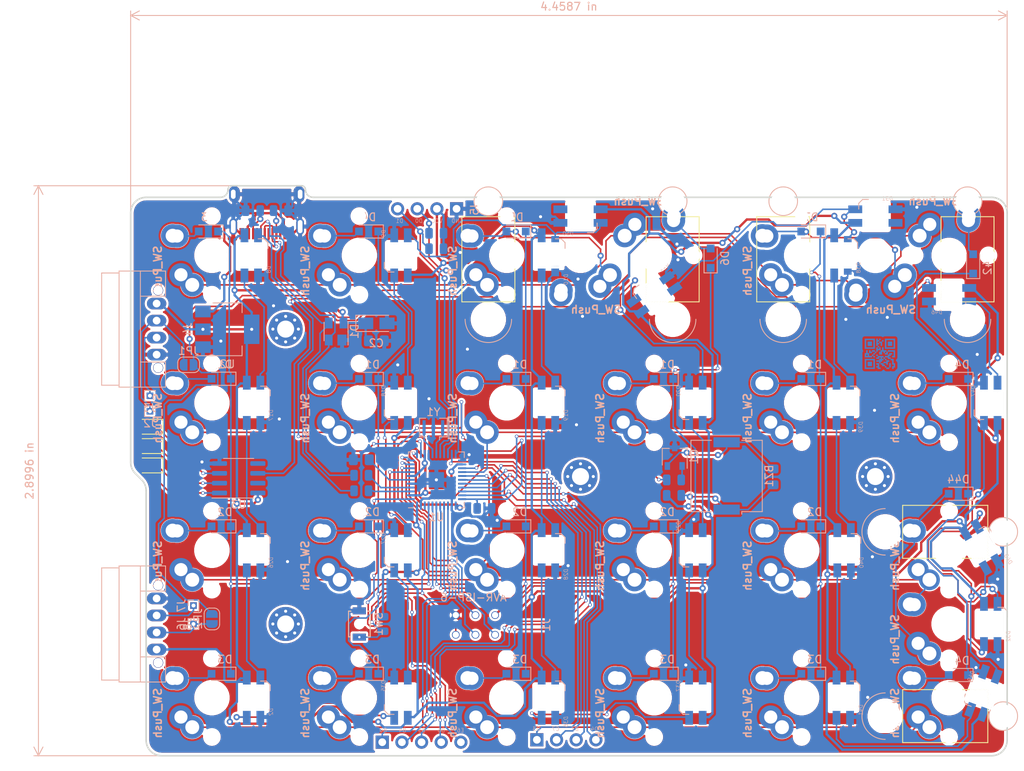
<source format=kicad_pcb>
(kicad_pcb (version 20171130) (host pcbnew "(5.1.2)-2")
  (layers (0 F.Cu signal) (31 B.Cu signal) (34 B.Paste user) (35 F.Paste user) (36 B.SilkS user) (37 F.SilkS user) (38 B.Mask user) (39 F.Mask user) (44 Edge.Cuts user))
  (net 0 "")
  (net 1 "Net-(BZ1-Pad2)")
  (net 2 "Net-(BZ1-Pad1)")
  (net 3 "Net-(C1-Pad1)")
  (net 4 GND)
  (net 5 VCC)
  (net 6 /D-)
  (net 7 /D+)
  (net 8 "Net-(D2-Pad1)")
  (net 9 "Net-(D2-Pad3)")
  (net 10 "Net-(D3-Pad2)")
  (net 11 Row1)
  (net 12 "Net-(D4-Pad2)")
  (net 13 Row2)
  (net 14 "Net-(D5-Pad2)")
  (net 15 Row3)
  (net 16 "Net-(D6-Pad2)")
  (net 17 Row4)
  (net 18 "Net-(D7-Pad2)")
  (net 19 Row5)
  (net 20 "Net-(D17-Pad3)")
  (net 21 "Net-(D10-Pad3)")
  (net 22 "Net-(D18-Pad1)")
  (net 23 "Net-(D10-Pad1)")
  (net 24 "Net-(D11-Pad1)")
  (net 25 "Net-(D11-Pad3)")
  (net 26 "Net-(D12-Pad2)")
  (net 27 "Net-(D13-Pad2)")
  (net 28 "Net-(D14-Pad2)")
  (net 29 "Net-(D15-Pad2)")
  (net 30 "Net-(D16-Pad2)")
  (net 31 "Net-(D17-Pad1)")
  (net 32 "Net-(D18-Pad3)")
  (net 33 "Net-(D19-Pad1)")
  (net 34 "Net-(D20-Pad3)")
  (net 35 "Net-(D21-Pad2)")
  (net 36 "Net-(D22-Pad2)")
  (net 37 "Net-(D23-Pad2)")
  (net 38 "Net-(D24-Pad2)")
  (net 39 "Net-(D25-Pad2)")
  (net 40 "Net-(D27-Pad3)")
  (net 41 "Net-(D28-Pad1)")
  (net 42 "Net-(D29-Pad3)")
  (net 43 "Net-(D30-Pad2)")
  (net 44 "Net-(D31-Pad2)")
  (net 45 "Net-(D32-Pad2)")
  (net 46 "Net-(D33-Pad2)")
  (net 47 "Net-(D34-Pad2)")
  (net 48 "Net-(D36-Pad1)")
  (net 49 "Net-(D38-Pad1)")
  (net 50 "Net-(D39-Pad1)")
  (net 51 "Net-(D40-Pad1)")
  (net 52 RGB_Data-IC)
  (net 53 "Net-(D42-Pad2)")
  (net 54 Row6)
  (net 55 "Net-(D43-Pad2)")
  (net 56 "Net-(D44-Pad2)")
  (net 57 "Net-(D45-Pad2)")
  (net 58 B3)
  (net 59 B1)
  (net 60 B2)
  (net 61 RESET)
  (net 62 "Net-(Q1-Pad1)")
  (net 63 "Net-(R2-Pad2)")
  (net 64 "Net-(R3-Pad2)")
  (net 65 "Net-(R4-Pad1)")
  (net 66 "Net-(R5-Pad1)")
  (net 67 RGB-Digital)
  (net 68 C6)
  (net 69 Col1)
  (net 70 Col2)
  (net 71 Col3)
  (net 72 Col4)
  (net 73 "Net-(U1-Pad17)")
  (net 74 "Net-(U1-Pad16)")
  (net 75 +5V)
  (net 76 "Net-(D41-Pad1)")
  (net 77 "Net-(D46-Pad3)")
  (net 78 "Net-(D47-Pad3)")
  (net 79 "Net-(D48-Pad3)")
  (net 80 "Net-(H7-Pad1)")
  (net 81 "Net-(H8-Pad1)")
  (net 82 "Net-(H9-Pad1)")
  (net 83 "Net-(H10-Pad1)")
  (net 84 D2)
  (net 85 "Net-(J3-Pad1)")
  (net 86 D1)
  (net 87 D0)
  (net 88 C7)
  (net 89 B6)
  (net 90 B5)
  (net 91 B4)
  (net 92 D4)
  (net 93 D3)
  (net 94 B7)
  (net 95 B0)
  (net 96 E6)
  (net 97 "Net-(J2-Pad1)")
  (net 98 "Net-(J6-Pad1)")
  (net 99 "Net-(J7-Pad1)")
  (net 100 "Net-(D53-Pad1)")
  (net 101 "Net-(D54-Pad1)")
  (net 102 "Net-(D55-Pad1)")
  (module Footprint_hnah87:QR_code-m-me-HnahKB_solder_mask (layer B.Cu) (at 86.31798 12.72726 270)
    (fp_text reference G*** hide)
    (fp_text value LOGO hide)
    (fp_poly (pts (xy -1.032934 -1.574799) (xy -1.591734 -1.574799) (xy -1.591734 -1.015999) (xy -1.032934 -1.015999) (xy -1.032934 -1.574799)) (layer B.Cu) (width 0.01))
    (fp_poly (pts (xy -0.660401 -1.947333) (xy -1.964267 -1.947333) (xy -1.964267 -0.829733) (xy -1.778 -0.829733) (xy -1.778 -1.761066) (xy -0.846667 -1.761066) (xy -0.846667 -0.829733) (xy -1.778 -0.829733) (xy -1.964267 -0.829733) (xy -1.964267 -0.643466) (xy -0.660401 -0.643466) (xy -0.660401 -1.947333)) (layer B.Cu) (width 0.01))
    (fp_poly (pts (xy -0.287867 -1.761066) (xy 0.270933 -1.761066) (xy 0.270933 -1.574799) (xy 0.4572 -1.574799) (xy 0.4572 -1.947333) (xy -0.474134 -1.947333) (xy -0.474134 -1.015999) (xy -0.287867 -1.015999) (xy -0.287867 -1.761066)) (layer B.Cu) (width 0.01))
    (fp_poly (pts (xy -0.287867 -1.015999) (xy -0.287867 -0.829733) (xy -0.1016 -0.829733) (xy -0.1016 -0.643466) (xy 0.084666 -0.643466) (xy 0.084666 -1.015999) (xy -0.287867 -1.015999)) (layer B.Cu) (width 0.01))
    (fp_poly (pts (xy 0.829733 -1.388533) (xy 0.829733 -1.574799) (xy 1.388533 -1.574799) (xy 1.388533 -1.761066) (xy 1.574799 -1.761066) (xy 1.574799 -1.574799) (xy 1.947333 -1.574799) (xy 1.947333 -1.761066) (xy 1.761066 -1.761066) (xy 1.761066 -1.947333) (xy 1.202266 -1.947333) (xy 1.202266 -1.761066) (xy 0.643466 -1.761066) (xy 0.643466 -1.388533) (xy 0.829733 -1.388533)) (layer B.Cu) (width 0.01))
    (fp_poly (pts (xy 0.4572 -1.015999) (xy 0.643466 -1.015999) (xy 0.643466 -1.388533) (xy 0.4572 -1.388533) (xy 0.4572 -1.202266) (xy 0.270933 -1.202266) (xy 0.270933 -1.388533) (xy 0.084666 -1.388533) (xy 0.084666 -1.574799) (xy -0.1016 -1.574799) (xy -0.1016 -1.202266) (xy 0.084666 -1.202266) (xy 0.084666 -1.015999) (xy 0.270933 -1.015999) (xy 0.270933 -0.643466) (xy 0.4572 -0.643466) (xy 0.4572 -1.015999)) (layer B.Cu) (width 0.01))
    (fp_poly (pts (xy 0.643466 -0.829733) (xy 0.643466 -0.643466) (xy 0.829733 -0.643466) (xy 0.829733 -0.829733) (xy 0.643466 -0.829733)) (layer B.Cu) (width 0.01))
    (fp_poly (pts (xy 1.761066 -1.388533) (xy 1.202266 -1.388533) (xy 1.202266 -1.202266) (xy 1.761066 -1.202266) (xy 1.761066 -1.388533)) (layer B.Cu) (width 0.01))
    (fp_poly (pts (xy 1.761066 -0.829733) (xy 1.947333 -0.829733) (xy 1.947333 -1.202266) (xy 1.761066 -1.202266) (xy 1.761066 -0.829733)) (layer B.Cu) (width 0.01))
    (fp_poly (pts (xy 1.574799 -0.829733) (xy 1.574799 -0.643466) (xy 1.761066 -0.643466) (xy 1.761066 -0.829733) (xy 1.574799 -0.829733)) (layer B.Cu) (width 0.01))
    (fp_poly (pts (xy 1.015999 -0.829733) (xy 1.015999 -0.4572) (xy 1.202266 -0.4572) (xy 1.202266 -0.829733) (xy 1.388533 -0.829733) (xy 1.388533 -1.015999) (xy 1.015999 -1.015999) (xy 1.015999 -1.202266) (xy 0.829733 -1.202266) (xy 0.829733 -0.829733) (xy 1.015999 -0.829733)) (layer B.Cu) (width 0.01))
    (fp_poly (pts (xy 1.388533 -0.643466) (xy 1.388533 -0.4572) (xy 1.202266 -0.4572) (xy 1.202266 -0.084666) (xy 1.388533 -0.084666) (xy 1.388533 -0.270933) (xy 1.574799 -0.270933) (xy 1.574799 -0.643466) (xy 1.388533 -0.643466)) (layer B.Cu) (width 0.01))
    (fp_poly (pts (xy 1.202266 0.474134) (xy 1.388533 0.474134) (xy 1.388533 0.287867) (xy 1.574799 0.287867) (xy 1.574799 0.474134) (xy 1.761066 0.474134) (xy 1.761066 0.287867) (xy 1.947333 0.287867) (xy 1.947333 -0.084666) (xy 1.761066 -0.084666) (xy 1.761066 0.1016) (xy 1.202266 0.1016) (xy 1.202266 0.474134)) (layer B.Cu) (width 0.01))
    (fp_poly (pts (xy 0.4572 0.287867) (xy 0.4572 0.474134) (xy 0.643466 0.474134) (xy 0.643466 0.1016) (xy 0.829733 0.1016) (xy 0.829733 0.474134) (xy 1.015999 0.474134) (xy 1.015999 0.1016) (xy 1.202266 0.1016) (xy 1.202266 -0.084666) (xy 1.015999 -0.084666) (xy 1.015999 -0.270933) (xy 0.829733 -0.270933) (xy 0.829733 -0.4572) (xy 0.643466 -0.4572) (xy 0.643466 -0.643466) (xy 0.4572 -0.643466) (xy 0.4572 -0.4572) (xy 0.270933 -0.4572) (xy 0.270933 -0.270933) (xy 0.4572 -0.270933) (xy 0.4572 -0.4572) (xy 0.643466 -0.4572) (xy 0.643466 -0.270933) (xy 0.4572 -0.270933) (xy 0.270933 -0.270933) (xy 0.270933 0.1016) (xy 0.4572 0.1016) (xy 0.4572 -0.084666) (xy 0.643466 -0.084666) (xy 0.643466 0.1016) (xy 0.4572 0.1016) (xy 0.270933 0.1016) (xy 0.270933 0.287867) (xy 0.4572 0.287867)) (layer B.Cu) (width 0.01))
    (fp_poly (pts (xy 0.084666 0.287867) (xy 0.084666 0.474134) (xy 0.270933 0.474134) (xy 0.270933 0.287867) (xy 0.084666 0.287867)) (layer B.Cu) (width 0.01))
    (fp_poly (pts (xy -0.474134 -0.829733) (xy -0.474134 -0.4572) (xy -0.846667 -0.4572) (xy -0.846667 -0.270933) (xy -0.474134 -0.270933) (xy -0.474134 -0.084666) (xy -0.287867 -0.084666) (xy -0.287867 0.1016) (xy 0.084666 0.1016) (xy 0.084666 -0.270933) (xy -0.287867 -0.270933) (xy -0.287867 -0.4572) (xy -0.1016 -0.4572) (xy -0.1016 -0.643466) (xy -0.287867 -0.643466) (xy -0.287867 -0.829733) (xy -0.474134 -0.829733)) (layer B.Cu) (width 0.01))
    (fp_poly (pts (xy -1.591734 -0.4572) (xy -1.778 -0.4572) (xy -1.778 -0.270933) (xy -1.591734 -0.270933) (xy -1.591734 -0.4572)) (layer B.Cu) (width 0.01))
    (fp_poly (pts (xy -1.778 -0.084666) (xy -1.964267 -0.084666) (xy -1.964267 0.1016) (xy -1.778 0.1016) (xy -1.778 -0.084666)) (layer B.Cu) (width 0.01))
    (fp_poly (pts (xy -1.591734 0.1016) (xy -1.778 0.1016) (xy -1.778 0.287867) (xy -1.591734 0.287867) (xy -1.591734 0.1016) (xy -1.405467 0.1016) (xy -1.405467 0.287867) (xy -1.591734 0.287867) (xy -1.778 0.287867) (xy -1.964267 0.287867) (xy -1.964267 0.474134) (xy -1.032934 0.474134) (xy -1.032934 0.287867) (xy -1.2192 0.287867) (xy -1.2192 0.1016) (xy -1.405467 0.1016) (xy -1.405467 -0.084666) (xy -1.032934 -0.084666) (xy -1.032934 -0.270933) (xy -1.591734 -0.270933) (xy -1.591734 0.1016)) (layer B.Cu) (width 0.01))
    (fp_poly (pts (xy -0.846667 -0.084666) (xy -0.846667 0.1016) (xy -1.032934 0.1016) (xy -1.032934 0.287867) (xy -0.846667 0.287867) (xy -0.846667 0.1016) (xy -0.660401 0.1016) (xy -0.660401 0.287867) (xy -0.846667 0.287867) (xy -0.846667 0.474134) (xy -0.287867 0.474134) (xy -0.287867 0.287867) (xy -0.474134 0.287867) (xy -0.474134 -0.084666) (xy -0.846667 -0.084666)) (layer B.Cu) (width 0.01))
    (fp_poly (pts (xy 0.4572 0.660401) (xy 0.270933 0.660401) (xy 0.270933 0.846667) (xy 0.4572 0.846667) (xy 0.4572 0.660401)) (layer B.Cu) (width 0.01))
    (fp_poly (pts (xy 1.574799 1.032934) (xy 1.015999 1.032934) (xy 1.015999 1.591734) (xy 1.574799 1.591734) (xy 1.574799 1.032934)) (layer B.Cu) (width 0.01))
    (fp_poly (pts (xy 1.947333 0.660401) (xy 0.643466 0.660401) (xy 0.643466 1.778) (xy 0.829733 1.778) (xy 0.829733 0.846667) (xy 1.761066 0.846667) (xy 1.761066 1.778) (xy 0.829733 1.778) (xy 0.643466 1.778) (xy 0.643466 1.964267) (xy 1.947333 1.964267) (xy 1.947333 0.660401)) (layer B.Cu) (width 0.01))
    (fp_poly (pts (xy -0.287867 0.660401) (xy -0.474134 0.660401) (xy -0.474134 1.032934) (xy -0.287867 1.032934) (xy -0.287867 0.660401) (xy -0.1016 0.660401) (xy -0.1016 0.846667) (xy 0.084666 0.846667) (xy 0.084666 1.032934) (xy 0.270933 1.032934) (xy 0.270933 1.405467) (xy -0.1016 1.405467) (xy -0.1016 1.032934) (xy -0.287867 1.032934) (xy -0.287867 1.2192) (xy -0.474134 1.2192) (xy -0.474134 1.405467) (xy -0.1016 1.405467) (xy -0.1016 1.591734) (xy -0.474134 1.591734) (xy -0.474134 1.778) (xy -0.1016 1.778) (xy 0.084666 1.778) (xy 0.084666 1.591734) (xy 0.270933 1.591734) (xy 0.270933 1.778) (xy 0.084666 1.778) (xy -0.1016 1.778) (xy -0.1016 1.964267) (xy 0.4572 1.964267) (xy 0.4572 1.032934) (xy 0.270933 1.032934) (xy 0.270933 0.846667) (xy 0.084666 0.846667) (xy 0.084666 0.660401) (xy -0.1016 0.660401) (xy -0.1016 0.474134) (xy -0.287867 0.474134) (xy -0.287867 0.660401)) (layer B.Cu) (width 0.01))
    (fp_poly (pts (xy -1.032934 1.032934) (xy -1.591734 1.032934) (xy -1.591734 1.591734) (xy -1.032934 1.591734) (xy -1.032934 1.032934)) (layer B.Cu) (width 0.01))
    (fp_poly (pts (xy -0.660401 0.660401) (xy -1.964267 0.660401) (xy -1.964267 1.778) (xy -1.778 1.778) (xy -1.778 0.846667) (xy -0.846667 0.846667) (xy -0.846667 1.778) (xy -1.778 1.778) (xy -1.964267 1.778) (xy -1.964267 1.964267) (xy -0.660401 1.964267) (xy -0.660401 0.660401)) (layer B.Cu) (width 0.01))
  )
  (module Connector_PinHeader_2.54mm:PinHeader_1x04_P2.54mm_Vertical (layer B.Cu) (at 31.61 -6.02 90)
    (fp_text reference J5 (at 0 2.33 90) (layer B.SilkS) (effects (justify mirror)))
    (fp_text value Conn_4P_FM)
    (pad 4 thru_hole oval (at 0 -7.62 90) (size 1.7 1.7) (drill 1) (layers *.Cu *.Mask) (net 86 D1))
    (pad 3 thru_hole oval (at 0 -5.08 90) (size 1.7 1.7) (drill 1) (layers *.Cu *.Mask) (net 87 D0))
    (pad 2 thru_hole oval (at 0 -2.54 90) (size 1.7 1.7) (drill 1) (layers *.Cu *.Mask) (net 5 VCC))
    (pad 1 thru_hole rect (at 0 0 90) (size 1.7 1.7) (drill 1) (layers *.Cu *.Mask) (net 4 GND))
  )
  (module Connector_PinSocket_2.54mm:PinSocket_1x05_P2.54mm_Vertical (layer F.Cu) (at 22.01 62.9 90)
    (fp_text reference J9 hide)
    (fp_text value 01x05_fm)
    (pad 5 thru_hole oval (at 0 10.16 90) (size 1.7 1.7) (drill 1) (layers *.Cu *.Mask) (net 96 E6))
    (pad 4 thru_hole oval (at 0 7.62 90) (size 1.7 1.7) (drill 1) (layers *.Cu *.Mask) (net 89 B6))
    (pad 3 thru_hole oval (at 0 5.08 90) (size 1.7 1.7) (drill 1) (layers *.Cu *.Mask) (net 90 B5))
    (pad 2 thru_hole oval (at 0 2.54 90) (size 1.7 1.7) (drill 1) (layers *.Cu *.Mask) (net 91 B4))
    (pad 1 thru_hole rect (at 0 0 90) (size 1.7 1.7) (drill 1) (layers *.Cu *.Mask) (net 95 B0))
  )
  (module Connector_PinHeader_2.54mm:PinHeader_1x04_P2.54mm_Vertical (layer F.Cu) (at 41.99 62.59 90)
    (fp_text reference J10 hide)
    (fp_text value Conn_4P_FM)
    (pad 4 thru_hole oval (at 0 7.62 90) (size 1.7 1.7) (drill 1) (layers *.Cu *.Mask) (net 92 D4))
    (pad 3 thru_hole oval (at 0 5.08 90) (size 1.7 1.7) (drill 1) (layers *.Cu *.Mask) (net 94 B7))
    (pad 2 thru_hole oval (at 0 2.54 90) (size 1.7 1.7) (drill 1) (layers *.Cu *.Mask) (net 88 C7))
    (pad 1 thru_hole rect (at 0 0 90) (size 1.7 1.7) (drill 1) (layers *.Cu *.Mask) (net 93 D3))
  )
  (module Jumper:SolderJumper-2_P1.3mm_Open_RoundedPad1.0x1.5mm (layer B.Cu) (at 0 46.975 270)
    (fp_text reference JP2 (at 0 1.8 90) (layer B.SilkS) (effects (justify mirror)))
    (fp_text value Jumper)
    (pad 2 smd custom (at 0.65 0 270) (size 1 0.5) (layers B.Cu B.Mask) (net 98 "Net-(J6-Pad1)") (options (clearance outline) (anchor rect)) (primitives (gr_circle (center 0 -0.25) (end 0.5 -0.25) (width 0)) (gr_circle (center 0 0.25) (end 0.5 0.25) (width 0)) (gr_poly (pts (xy 0 0.75) (xy -0.5 0.75) (xy -0.5 -0.75) (xy 0 -0.75)) (width 0))))
    (pad 1 smd custom (at -0.65 0 270) (size 1 0.5) (layers B.Cu B.Mask) (net 84 D2) (options (clearance outline) (anchor rect)) (primitives (gr_circle (center 0 -0.25) (end 0.5 -0.25) (width 0)) (gr_circle (center 0 0.25) (end 0.5 0.25) (width 0)) (gr_poly (pts (xy 0 0.75) (xy 0.5 0.75) (xy 0.5 -0.75) (xy 0 -0.75)) (width 0))))
  )
  (module Footprint_hnah87:HTP-CON-M411P (layer B.Cu) (at -7.14375 47.625 270)
    (fp_text reference J8 (at 0 -4 90) (layer B.SilkS) (effects (justify mirror)))
    (fp_text value Conn_4P_FM)
    (pad "" thru_hole circle (at 5 -0.2 270) (size 1.3 1.3) (drill 1.2) (layers *.Cu *.Mask))
    (pad "" thru_hole circle (at -5 -0.2 270) (size 1.3 1.3) (drill 1.2) (layers *.Cu *.Mask))
    (pad 4 thru_hole oval (at 3.3 0 270) (size 1.5 2.5) (drill 1) (layers *.Cu *.Mask) (net 5 VCC))
    (pad 3 thru_hole oval (at 1.1 0 270) (size 1.5 2.5) (drill 1) (layers *.Cu *.Mask) (net 98 "Net-(J6-Pad1)"))
    (pad 2 thru_hole oval (at -1.1 0 270) (size 1.5 2.5) (drill 1) (layers *.Cu *.Mask) (net 99 "Net-(J7-Pad1)"))
    (pad 1 thru_hole oval (at -3.3 0 270) (size 1.5 2.5) (drill 1) (layers *.Cu *.Mask) (net 4 GND))
  )
  (module Connector_PinHeader_1.00mm:PinHeader_1x01_P1.00mm_Vertical (layer B.Cu) (at -2.38125 45.24375 270)
    (fp_text reference J7 (at 0 1.56 90) (layer B.SilkS) (effects (justify mirror)))
    (fp_text value 1x1_fm)
    (pad 1 thru_hole rect (at 0 0 270) (size 0.85 0.85) (drill 0.5) (layers *.Cu *.Mask) (net 99 "Net-(J7-Pad1)"))
  )
  (module Connector_PinHeader_1.00mm:PinHeader_1x01_P1.00mm_Vertical (layer B.Cu) (at -2.38125 47.625 270)
    (fp_text reference J6 (at 0 1.56 90) (layer B.SilkS) (effects (justify mirror)))
    (fp_text value 1x1_fm)
    (pad 1 thru_hole rect (at 0 0 270) (size 0.85 0.85) (drill 0.5) (layers *.Cu *.Mask) (net 98 "Net-(J6-Pad1)"))
  )
  (module Footprint_hnah87:R_0805_2012Metric (layer B.Cu) (at 28.99 -0.86)
    (fp_text reference R10 hide)
    (fp_text value 4k7)
    (pad 2 smd roundrect (at 0.9375 0) (size 0.975 1.4) (layers B.Cu B.Paste B.Mask) (net 5 VCC))
    (pad 1 smd roundrect (at -0.9375 0) (size 0.975 1.4) (layers B.Cu B.Paste B.Mask) (net 86 D1))
  )
  (module Footprint_hnah87:R_0805_2012Metric (layer B.Cu) (at 28.99 -2.86)
    (fp_text reference R9 hide)
    (fp_text value 4k7)
    (pad 2 smd roundrect (at 0.9375 0) (size 0.975 1.4) (layers B.Cu B.Paste B.Mask) (net 5 VCC))
    (pad 1 smd roundrect (at -0.9375 0) (size 0.975 1.4) (layers B.Cu B.Paste B.Mask) (net 87 D0))
  )
  (module Jumper:SolderJumper-2_P1.3mm_Open_RoundedPad1.0x1.5mm (layer B.Cu) (at -3.01 14.14 180)
    (fp_text reference JP1 (at 0 1.8) (layer B.SilkS) (effects (justify mirror)))
    (fp_text value Jumper)
    (pad 2 smd custom (at 0.65 0 180) (size 1 0.5) (layers B.Cu B.Mask) (net 97 "Net-(J2-Pad1)") (options (clearance outline) (anchor rect)) (primitives (gr_circle (center 0 -0.25) (end 0.5 -0.25) (width 0)) (gr_circle (center 0 0.25) (end 0.5 0.25) (width 0)) (gr_poly (pts (xy 0 0.75) (xy -0.5 0.75) (xy -0.5 -0.75) (xy 0 -0.75)) (width 0))))
    (pad 1 smd custom (at -0.65 0 180) (size 1 0.5) (layers B.Cu B.Mask) (net 84 D2) (options (clearance outline) (anchor rect)) (primitives (gr_circle (center 0 -0.25) (end 0.5 -0.25) (width 0)) (gr_circle (center 0 0.25) (end 0.5 0.25) (width 0)) (gr_poly (pts (xy 0 0.75) (xy 0.5 0.75) (xy 0.5 -0.75) (xy 0 -0.75)) (width 0))))
  )
  (module Footprint_hnah87:HTP-CON-M411P (layer B.Cu) (at -7.14375 9.525 270)
    (fp_text reference J4 (at 0 -4 90) (layer B.SilkS) (effects (justify mirror)))
    (fp_text value Conn_4P_FM)
    (pad "" thru_hole circle (at 5 -0.2 270) (size 1.3 1.3) (drill 1.2) (layers *.Cu *.Mask))
    (pad "" thru_hole circle (at -5 -0.2 270) (size 1.3 1.3) (drill 1.2) (layers *.Cu *.Mask))
    (pad 4 thru_hole oval (at 3.3 0 270) (size 1.5 2.5) (drill 1) (layers *.Cu *.Mask) (net 4 GND))
    (pad 3 thru_hole oval (at 1.1 0 270) (size 1.5 2.5) (drill 1) (layers *.Cu *.Mask) (net 85 "Net-(J3-Pad1)"))
    (pad 2 thru_hole oval (at -1.1 0 270) (size 1.5 2.5) (drill 1) (layers *.Cu *.Mask) (net 97 "Net-(J2-Pad1)"))
    (pad 1 thru_hole oval (at -3.3 0 270) (size 1.5 2.5) (drill 1) (layers *.Cu *.Mask) (net 5 VCC))
  )
  (module Connector_PinHeader_1.00mm:PinHeader_1x01_P1.00mm_Vertical (layer B.Cu) (at -8.01 18.14)
    (fp_text reference J3 (at 0 1.56) (layer B.SilkS) (effects (justify mirror)))
    (fp_text value 1x1_fm)
    (pad 1 thru_hole rect (at 0 0) (size 0.85 0.85) (drill 0.5) (layers *.Cu *.Mask) (net 85 "Net-(J3-Pad1)"))
  )
  (module Connector_PinHeader_1.00mm:PinHeader_1x01_P1.00mm_Vertical (layer B.Cu) (at -8.01 20.14)
    (fp_text reference J2 (at 0 1.56) (layer B.SilkS) (effects (justify mirror)))
    (fp_text value 1x1_fm)
    (pad 1 thru_hole rect (at 0 0) (size 0.85 0.85) (drill 0.5) (layers *.Cu *.Mask) (net 97 "Net-(J2-Pad1)"))
  )
  (module MountingHole:MountingHole_2.2mm_M2_Pad_Via (layer F.Cu) (at 9.525 9.525)
    (fp_text reference H10 hide)
    (fp_text value M2_Screw)
    (pad 1 thru_hole circle (at 1.166726 -1.166726) (size 0.7 0.7) (drill 0.4) (layers *.Cu *.Mask) (net 83 "Net-(H10-Pad1)"))
    (pad 1 thru_hole circle (at 0 -1.65) (size 0.7 0.7) (drill 0.4) (layers *.Cu *.Mask) (net 83 "Net-(H10-Pad1)"))
    (pad 1 thru_hole circle (at -1.166726 -1.166726) (size 0.7 0.7) (drill 0.4) (layers *.Cu *.Mask) (net 83 "Net-(H10-Pad1)"))
    (pad 1 thru_hole circle (at -1.65 0) (size 0.7 0.7) (drill 0.4) (layers *.Cu *.Mask) (net 83 "Net-(H10-Pad1)"))
    (pad 1 thru_hole circle (at -1.166726 1.166726) (size 0.7 0.7) (drill 0.4) (layers *.Cu *.Mask) (net 83 "Net-(H10-Pad1)"))
    (pad 1 thru_hole circle (at 0 1.65) (size 0.7 0.7) (drill 0.4) (layers *.Cu *.Mask) (net 83 "Net-(H10-Pad1)"))
    (pad 1 thru_hole circle (at 1.166726 1.166726) (size 0.7 0.7) (drill 0.4) (layers *.Cu *.Mask) (net 83 "Net-(H10-Pad1)"))
    (pad 1 thru_hole circle (at 1.65 0) (size 0.7 0.7) (drill 0.4) (layers *.Cu *.Mask) (net 83 "Net-(H10-Pad1)"))
    (pad 1 thru_hole circle (at 0 0) (size 4.4 4.4) (drill 2.2) (layers *.Cu *.Mask) (net 83 "Net-(H10-Pad1)"))
  )
  (module MountingHole:MountingHole_2.2mm_M2_Pad_Via (layer F.Cu) (at 9.525 47.625)
    (fp_text reference H9 hide)
    (fp_text value M2_Screw)
    (pad 1 thru_hole circle (at 1.166726 -1.166726) (size 0.7 0.7) (drill 0.4) (layers *.Cu *.Mask) (net 82 "Net-(H9-Pad1)"))
    (pad 1 thru_hole circle (at 0 -1.65) (size 0.7 0.7) (drill 0.4) (layers *.Cu *.Mask) (net 82 "Net-(H9-Pad1)"))
    (pad 1 thru_hole circle (at -1.166726 -1.166726) (size 0.7 0.7) (drill 0.4) (layers *.Cu *.Mask) (net 82 "Net-(H9-Pad1)"))
    (pad 1 thru_hole circle (at -1.65 0) (size 0.7 0.7) (drill 0.4) (layers *.Cu *.Mask) (net 82 "Net-(H9-Pad1)"))
    (pad 1 thru_hole circle (at -1.166726 1.166726) (size 0.7 0.7) (drill 0.4) (layers *.Cu *.Mask) (net 82 "Net-(H9-Pad1)"))
    (pad 1 thru_hole circle (at 0 1.65) (size 0.7 0.7) (drill 0.4) (layers *.Cu *.Mask) (net 82 "Net-(H9-Pad1)"))
    (pad 1 thru_hole circle (at 1.166726 1.166726) (size 0.7 0.7) (drill 0.4) (layers *.Cu *.Mask) (net 82 "Net-(H9-Pad1)"))
    (pad 1 thru_hole circle (at 1.65 0) (size 0.7 0.7) (drill 0.4) (layers *.Cu *.Mask) (net 82 "Net-(H9-Pad1)"))
    (pad 1 thru_hole circle (at 0 0) (size 4.4 4.4) (drill 2.2) (layers *.Cu *.Mask) (net 82 "Net-(H9-Pad1)"))
  )
  (module MountingHole:MountingHole_2.2mm_M2_Pad_Via (layer F.Cu) (at 47.625 28.575)
    (fp_text reference H8 hide)
    (fp_text value M2_Screw)
    (pad 1 thru_hole circle (at 1.166726 -1.166726) (size 0.7 0.7) (drill 0.4) (layers *.Cu *.Mask) (net 81 "Net-(H8-Pad1)"))
    (pad 1 thru_hole circle (at 0 -1.65) (size 0.7 0.7) (drill 0.4) (layers *.Cu *.Mask) (net 81 "Net-(H8-Pad1)"))
    (pad 1 thru_hole circle (at -1.166726 -1.166726) (size 0.7 0.7) (drill 0.4) (layers *.Cu *.Mask) (net 81 "Net-(H8-Pad1)"))
    (pad 1 thru_hole circle (at -1.65 0) (size 0.7 0.7) (drill 0.4) (layers *.Cu *.Mask) (net 81 "Net-(H8-Pad1)"))
    (pad 1 thru_hole circle (at -1.166726 1.166726) (size 0.7 0.7) (drill 0.4) (layers *.Cu *.Mask) (net 81 "Net-(H8-Pad1)"))
    (pad 1 thru_hole circle (at 0 1.65) (size 0.7 0.7) (drill 0.4) (layers *.Cu *.Mask) (net 81 "Net-(H8-Pad1)"))
    (pad 1 thru_hole circle (at 1.166726 1.166726) (size 0.7 0.7) (drill 0.4) (layers *.Cu *.Mask) (net 81 "Net-(H8-Pad1)"))
    (pad 1 thru_hole circle (at 1.65 0) (size 0.7 0.7) (drill 0.4) (layers *.Cu *.Mask) (net 81 "Net-(H8-Pad1)"))
    (pad 1 thru_hole circle (at 0 0) (size 4.4 4.4) (drill 2.2) (layers *.Cu *.Mask) (net 81 "Net-(H8-Pad1)"))
  )
  (module MountingHole:MountingHole_2.2mm_M2_Pad_Via (layer F.Cu) (at 85.725 28.575)
    (fp_text reference H7 hide)
    (fp_text value M2_Screw)
    (pad 1 thru_hole circle (at 1.166726 -1.166726) (size 0.7 0.7) (drill 0.4) (layers *.Cu *.Mask) (net 80 "Net-(H7-Pad1)"))
    (pad 1 thru_hole circle (at 0 -1.65) (size 0.7 0.7) (drill 0.4) (layers *.Cu *.Mask) (net 80 "Net-(H7-Pad1)"))
    (pad 1 thru_hole circle (at -1.166726 -1.166726) (size 0.7 0.7) (drill 0.4) (layers *.Cu *.Mask) (net 80 "Net-(H7-Pad1)"))
    (pad 1 thru_hole circle (at -1.65 0) (size 0.7 0.7) (drill 0.4) (layers *.Cu *.Mask) (net 80 "Net-(H7-Pad1)"))
    (pad 1 thru_hole circle (at -1.166726 1.166726) (size 0.7 0.7) (drill 0.4) (layers *.Cu *.Mask) (net 80 "Net-(H7-Pad1)"))
    (pad 1 thru_hole circle (at 0 1.65) (size 0.7 0.7) (drill 0.4) (layers *.Cu *.Mask) (net 80 "Net-(H7-Pad1)"))
    (pad 1 thru_hole circle (at 1.166726 1.166726) (size 0.7 0.7) (drill 0.4) (layers *.Cu *.Mask) (net 80 "Net-(H7-Pad1)"))
    (pad 1 thru_hole circle (at 1.65 0) (size 0.7 0.7) (drill 0.4) (layers *.Cu *.Mask) (net 80 "Net-(H7-Pad1)"))
    (pad 1 thru_hole circle (at 0 0) (size 4.4 4.4) (drill 2.2) (layers *.Cu *.Mask) (net 80 "Net-(H7-Pad1)"))
  )
  (module Button_Switch_SMD:SW_SPST_B3U-1000P-B (layer F.Cu) (at 19.05 47.625 90)
    (fp_text reference SW1 hide)
    (fp_text value Bootloader)
    (pad 1 smd rect (at -1.7 0 90) (size 0.9 1.7) (layers F.Cu F.Paste F.Mask) (net 61 RESET))
    (pad 2 smd rect (at 1.7 0 90) (size 0.9 1.7) (layers F.Cu F.Paste F.Mask) (net 4 GND))
    (pad "" np_thru_hole circle (at 0 0 90) (size 0.8 0.8) (drill 0.8) (layers *.Cu *.Mask))
  )
  (module Package_TO_SOT_SMD:SOT-23W (layer B.Cu) (at 59.8 26.01 90)
    (fp_text reference Q1 (at 0 2.5 90) (layer B.SilkS) (effects (justify mirror)))
    (fp_text value PZT2222A)
    (pad 3 smd rect (at 1.2 0 90) (size 1 0.7) (layers B.Cu B.Paste B.Mask) (net 4 GND))
    (pad 2 smd rect (at -1.2 -0.95 90) (size 1 0.7) (layers B.Cu B.Paste B.Mask) (net 1 "Net-(BZ1-Pad2)"))
    (pad 1 smd rect (at -1.2 0.95 90) (size 1 0.7) (layers B.Cu B.Paste B.Mask) (net 62 "Net-(Q1-Pad1)"))
  )
  (module Footprint_hnah87:Cherry_Stab_PCBMounted (layer F.Cu) (at 97.63125 0)
    (fp_text reference H6 hide)
    (fp_text value "Cherry Stabilizer" hide)
    (pad "" np_thru_hole circle (at 0 -6.985) (size 3.048 3.048) (drill 3.048) (layers *.Cu *.Mask))
    (pad "" np_thru_hole circle (at 0 8.255) (size 3.9878 3.9878) (drill 3.9878) (layers *.Cu *.Mask))
  )
  (module Footprint_hnah87:Cherry_Stab_PCBMounted (layer F.Cu) (at 59.53125 0)
    (fp_text reference H5 hide)
    (fp_text value "Cherry Stabilizer" hide)
    (pad "" np_thru_hole circle (at 0 -6.985) (size 3.048 3.048) (drill 3.048) (layers *.Cu *.Mask))
    (pad "" np_thru_hole circle (at 0 8.255) (size 3.9878 3.9878) (drill 3.9878) (layers *.Cu *.Mask))
  )
  (module Footprint_hnah87:Cherry_Stab_PCBMounted (layer F.Cu) (at 35.71875 0)
    (fp_text reference H4 hide)
    (fp_text value "Cherry Stabilizer" hide)
    (pad "" np_thru_hole circle (at 0 -6.985) (size 3.048 3.048) (drill 3.048) (layers *.Cu *.Mask))
    (pad "" np_thru_hole circle (at 0 8.255) (size 3.9878 3.9878) (drill 3.9878) (layers *.Cu *.Mask))
  )
  (module Footprint_hnah87:Cherry_Stab_PCBMounted (layer F.Cu) (at 73.81875 0)
    (fp_text reference H3 hide)
    (fp_text value "Cherry Stabilizer" hide)
    (pad "" np_thru_hole circle (at 0 -6.985) (size 3.048 3.048) (drill 3.048) (layers *.Cu *.Mask))
    (pad "" np_thru_hole circle (at 0 8.255) (size 3.9878 3.9878) (drill 3.9878) (layers *.Cu *.Mask))
  )
  (module Footprint_hnah87:Cherry_Stab_PCBMounted (layer F.Cu) (at 95.25 59.53125 270)
    (fp_text reference H2 hide)
    (fp_text value "Cherry Stabilizer" hide)
    (pad "" np_thru_hole circle (at 0 -6.985 270) (size 3.048 3.048) (drill 3.048) (layers *.Cu *.Mask))
    (pad "" np_thru_hole circle (at 0 8.255 270) (size 3.9878 3.9878) (drill 3.9878) (layers *.Cu *.Mask))
  )
  (module Footprint_hnah87:Cherry_Stab_PCBMounted (layer F.Cu) (at 95.25 35.71875 270)
    (fp_text reference H1 hide)
    (fp_text value "Cherry Stabilizer" hide)
    (pad "" np_thru_hole circle (at 0 -6.985 270) (size 3.048 3.048) (drill 3.048) (layers *.Cu *.Mask))
    (pad "" np_thru_hole circle (at 0 8.255 270) (size 3.9878 3.9878) (drill 3.9878) (layers *.Cu *.Mask))
  )
  (module Footprint_hnah87:LED_SK6812-3535_Backlight (layer B.Cu) (at 100.63 47.625 90)
    (fp_text reference D52 (at -2.33172 2.2606 90) (layer B.SilkS) (effects (font (size 0.5 0.5) (thickness 0.05) italic) (justify right mirror)))
    (fp_text value SK6812MINI)
    (pad 4 smd rect (at 2.5 -0.875 270) (size 2 1) (layers B.Cu B.Paste B.Mask) (net 5 VCC))
    (pad 3 smd rect (at 2.5 0.875 270) (size 2 1) (layers B.Cu B.Paste B.Mask) (net 79 "Net-(D48-Pad3)"))
    (pad 1 smd rect (at -2.5 -0.875 270) (size 2 1) (layers B.Cu B.Paste B.Mask) (net 78 "Net-(D47-Pad3)"))
    (pad 2 smd rect (at -2.5 0.875 270) (size 2 1) (layers B.Cu B.Paste B.Mask) (net 4 GND))
    (pad "" np_thru_hole oval (at 1.5994 0) (size 3.6 0.2) (drill oval 3.6 0.2) (layers *.Cu *.Mask))
    (pad "" np_thru_hole oval (at -1.5994 0) (size 3.6 0.2) (drill oval 3.6 0.2) (layers *.Cu *.Mask))
    (pad "" np_thru_hole oval (at 0 -1.7 90) (size 3.3 0.2) (drill oval 3.3 0.2) (layers *.Cu *.Mask))
    (pad "" np_thru_hole oval (at 0 -1.5 90) (size 3.3 0.2) (drill oval 3.3 0.2) (layers *.Cu *.Mask))
    (pad "" np_thru_hole oval (at 0 -1.3 90) (size 3.3 0.2) (drill oval 3.3 0.2) (layers *.Cu *.Mask))
    (pad "" np_thru_hole oval (at 0 -1.1 90) (size 3.3 0.2) (drill oval 3.3 0.2) (layers *.Cu *.Mask))
    (pad "" np_thru_hole oval (at 0 -0.9 90) (size 3.3 0.2) (drill oval 3.3 0.2) (layers *.Cu *.Mask))
    (pad "" np_thru_hole oval (at 0 -0.7 90) (size 3.3 0.2) (drill oval 3.3 0.2) (layers *.Cu *.Mask))
    (pad "" np_thru_hole oval (at 0 -0.5 90) (size 3.3 0.2) (drill oval 3.3 0.2) (layers *.Cu *.Mask))
    (pad "" np_thru_hole oval (at 0 -0.3 90) (size 3.3 0.2) (drill oval 3.3 0.2) (layers *.Cu *.Mask))
    (pad "" np_thru_hole oval (at 0 0.1 90) (size 3.3 0.2) (drill oval 3.3 0.2) (layers *.Cu *.Mask))
    (pad "" np_thru_hole oval (at 0 0.3 90) (size 3.3 0.2) (drill oval 3.3 0.2) (layers *.Cu *.Mask))
    (pad "" np_thru_hole oval (at 0 0.5 90) (size 3.3 0.2) (drill oval 3.3 0.2) (layers *.Cu *.Mask))
    (pad "" np_thru_hole oval (at 0 0.7 90) (size 3.3 0.2) (drill oval 3.3 0.2) (layers *.Cu *.Mask))
    (pad "" np_thru_hole oval (at 0 0.9 90) (size 3.3 0.2) (drill oval 3.3 0.2) (layers *.Cu *.Mask))
    (pad "" np_thru_hole oval (at 0 1.1 90) (size 3.3 0.2) (drill oval 3.3 0.2) (layers *.Cu *.Mask))
    (pad "" np_thru_hole oval (at 0 1.3 90) (size 3.3 0.2) (drill oval 3.3 0.2) (layers *.Cu *.Mask))
    (pad "" np_thru_hole oval (at 0 1.7 90) (size 3.3 0.2) (drill oval 3.3 0.2) (layers *.Cu *.Mask))
    (pad "" np_thru_hole oval (at 0 1.5 90) (size 3.3 0.2) (drill oval 3.3 0.2) (layers *.Cu *.Mask))
    (pad "" np_thru_hole oval (at 0 -0.1 90) (size 3.3 0.2) (drill oval 3.3 0.2) (layers *.Cu *.Mask))
  )
  (module Footprint_hnah87:LED_SK6812-3535_Backlight (layer B.Cu) (at 85.725 -5.08 180)
    (fp_text reference D51 (at -2.33172 2.2606) (layer B.SilkS) (effects (font (size 0.5 0.5) (thickness 0.05) italic) (justify left mirror)))
    (fp_text value SK6812MINI)
    (pad 4 smd rect (at 2.5 -0.875) (size 2 1) (layers B.Cu B.Paste B.Mask) (net 5 VCC))
    (pad 3 smd rect (at 2.5 0.875) (size 2 1) (layers B.Cu B.Paste B.Mask) (net 24 "Net-(D11-Pad1)"))
    (pad 1 smd rect (at -2.5 -0.875) (size 2 1) (layers B.Cu B.Paste B.Mask) (net 49 "Net-(D38-Pad1)"))
    (pad 2 smd rect (at -2.5 0.875) (size 2 1) (layers B.Cu B.Paste B.Mask) (net 4 GND))
    (pad "" np_thru_hole oval (at 1.5994 0 90) (size 3.6 0.2) (drill oval 3.6 0.2) (layers *.Cu *.Mask))
    (pad "" np_thru_hole oval (at -1.5994 0 90) (size 3.6 0.2) (drill oval 3.6 0.2) (layers *.Cu *.Mask))
    (pad "" np_thru_hole oval (at 0 -1.7 180) (size 3.3 0.2) (drill oval 3.3 0.2) (layers *.Cu *.Mask))
    (pad "" np_thru_hole oval (at 0 -1.5 180) (size 3.3 0.2) (drill oval 3.3 0.2) (layers *.Cu *.Mask))
    (pad "" np_thru_hole oval (at 0 -1.3 180) (size 3.3 0.2) (drill oval 3.3 0.2) (layers *.Cu *.Mask))
    (pad "" np_thru_hole oval (at 0 -1.1 180) (size 3.3 0.2) (drill oval 3.3 0.2) (layers *.Cu *.Mask))
    (pad "" np_thru_hole oval (at 0 -0.9 180) (size 3.3 0.2) (drill oval 3.3 0.2) (layers *.Cu *.Mask))
    (pad "" np_thru_hole oval (at 0 -0.7 180) (size 3.3 0.2) (drill oval 3.3 0.2) (layers *.Cu *.Mask))
    (pad "" np_thru_hole oval (at 0 -0.5 180) (size 3.3 0.2) (drill oval 3.3 0.2) (layers *.Cu *.Mask))
    (pad "" np_thru_hole oval (at 0 -0.3 180) (size 3.3 0.2) (drill oval 3.3 0.2) (layers *.Cu *.Mask))
    (pad "" np_thru_hole oval (at 0 0.1 180) (size 3.3 0.2) (drill oval 3.3 0.2) (layers *.Cu *.Mask))
    (pad "" np_thru_hole oval (at 0 0.3 180) (size 3.3 0.2) (drill oval 3.3 0.2) (layers *.Cu *.Mask))
    (pad "" np_thru_hole oval (at 0 0.5 180) (size 3.3 0.2) (drill oval 3.3 0.2) (layers *.Cu *.Mask))
    (pad "" np_thru_hole oval (at 0 0.7 180) (size 3.3 0.2) (drill oval 3.3 0.2) (layers *.Cu *.Mask))
    (pad "" np_thru_hole oval (at 0 0.9 180) (size 3.3 0.2) (drill oval 3.3 0.2) (layers *.Cu *.Mask))
    (pad "" np_thru_hole oval (at 0 1.1 180) (size 3.3 0.2) (drill oval 3.3 0.2) (layers *.Cu *.Mask))
    (pad "" np_thru_hole oval (at 0 1.3 180) (size 3.3 0.2) (drill oval 3.3 0.2) (layers *.Cu *.Mask))
    (pad "" np_thru_hole oval (at 0 1.7 180) (size 3.3 0.2) (drill oval 3.3 0.2) (layers *.Cu *.Mask))
    (pad "" np_thru_hole oval (at 0 1.5 180) (size 3.3 0.2) (drill oval 3.3 0.2) (layers *.Cu *.Mask))
    (pad "" np_thru_hole oval (at 0 -0.1 180) (size 3.3 0.2) (drill oval 3.3 0.2) (layers *.Cu *.Mask))
  )
  (module Footprint_hnah87:LED_SK6812-3535_Backlight (layer B.Cu) (at 47.625 -5.08)
    (fp_text reference D50 (at -2.33172 2.2606) (layer B.SilkS) (effects (font (size 0.5 0.5) (thickness 0.05) italic) (justify right mirror)))
    (fp_text value SK6812MINI)
    (pad 4 smd rect (at 2.5 -0.875 180) (size 2 1) (layers B.Cu B.Paste B.Mask) (net 5 VCC))
    (pad 3 smd rect (at 2.5 0.875 180) (size 2 1) (layers B.Cu B.Paste B.Mask) (net 21 "Net-(D10-Pad3)"))
    (pad 1 smd rect (at -2.5 -0.875 180) (size 2 1) (layers B.Cu B.Paste B.Mask) (net 23 "Net-(D10-Pad1)"))
    (pad 2 smd rect (at -2.5 0.875 180) (size 2 1) (layers B.Cu B.Paste B.Mask) (net 4 GND))
    (pad "" np_thru_hole oval (at 1.5994 0 270) (size 3.6 0.2) (drill oval 3.6 0.2) (layers *.Cu *.Mask))
    (pad "" np_thru_hole oval (at -1.5994 0 270) (size 3.6 0.2) (drill oval 3.6 0.2) (layers *.Cu *.Mask))
    (pad "" np_thru_hole oval (at 0 -1.7) (size 3.3 0.2) (drill oval 3.3 0.2) (layers *.Cu *.Mask))
    (pad "" np_thru_hole oval (at 0 -1.5) (size 3.3 0.2) (drill oval 3.3 0.2) (layers *.Cu *.Mask))
    (pad "" np_thru_hole oval (at 0 -1.3) (size 3.3 0.2) (drill oval 3.3 0.2) (layers *.Cu *.Mask))
    (pad "" np_thru_hole oval (at 0 -1.1) (size 3.3 0.2) (drill oval 3.3 0.2) (layers *.Cu *.Mask))
    (pad "" np_thru_hole oval (at 0 -0.9) (size 3.3 0.2) (drill oval 3.3 0.2) (layers *.Cu *.Mask))
    (pad "" np_thru_hole oval (at 0 -0.7) (size 3.3 0.2) (drill oval 3.3 0.2) (layers *.Cu *.Mask))
    (pad "" np_thru_hole oval (at 0 -0.5) (size 3.3 0.2) (drill oval 3.3 0.2) (layers *.Cu *.Mask))
    (pad "" np_thru_hole oval (at 0 -0.3) (size 3.3 0.2) (drill oval 3.3 0.2) (layers *.Cu *.Mask))
    (pad "" np_thru_hole oval (at 0 0.1) (size 3.3 0.2) (drill oval 3.3 0.2) (layers *.Cu *.Mask))
    (pad "" np_thru_hole oval (at 0 0.3) (size 3.3 0.2) (drill oval 3.3 0.2) (layers *.Cu *.Mask))
    (pad "" np_thru_hole oval (at 0 0.5) (size 3.3 0.2) (drill oval 3.3 0.2) (layers *.Cu *.Mask))
    (pad "" np_thru_hole oval (at 0 0.7) (size 3.3 0.2) (drill oval 3.3 0.2) (layers *.Cu *.Mask))
    (pad "" np_thru_hole oval (at 0 0.9) (size 3.3 0.2) (drill oval 3.3 0.2) (layers *.Cu *.Mask))
    (pad "" np_thru_hole oval (at 0 1.1) (size 3.3 0.2) (drill oval 3.3 0.2) (layers *.Cu *.Mask))
    (pad "" np_thru_hole oval (at 0 1.3) (size 3.3 0.2) (drill oval 3.3 0.2) (layers *.Cu *.Mask))
    (pad "" np_thru_hole oval (at 0 1.7) (size 3.3 0.2) (drill oval 3.3 0.2) (layers *.Cu *.Mask))
    (pad "" np_thru_hole oval (at 0 1.5) (size 3.3 0.2) (drill oval 3.3 0.2) (layers *.Cu *.Mask))
    (pad "" np_thru_hole oval (at 0 -0.1) (size 3.3 0.2) (drill oval 3.3 0.2) (layers *.Cu *.Mask))
  )
  (module Footprint_hnah87:LED_SK6812-3535_Backlight (layer B.Cu) (at 99.691127 56.556376 250)
    (fp_text reference D49 (at -2.33172 2.2606 70) (layer B.SilkS) (effects (font (size 0.5 0.5) (thickness 0.05) italic) (justify left mirror)))
    (fp_text value SK6812MINI)
    (pad 4 smd rect (at 2.5 -0.875 70) (size 2 1) (layers B.Cu B.Paste B.Mask) (net 5 VCC))
    (pad 3 smd rect (at 2.5 0.875 70) (size 2 1) (layers B.Cu B.Paste B.Mask) (net 76 "Net-(D41-Pad1)"))
    (pad 1 smd rect (at -2.5 -0.875 70) (size 2 1) (layers B.Cu B.Paste B.Mask) (net 79 "Net-(D48-Pad3)"))
    (pad 2 smd rect (at -2.5 0.875 70) (size 2 1) (layers B.Cu B.Paste B.Mask) (net 4 GND))
    (pad "" np_thru_hole oval (at 1.5994 0 160) (size 3.6 0.2) (drill oval 3.6 0.2) (layers *.Cu *.Mask))
    (pad "" np_thru_hole oval (at -1.5994 0 160) (size 3.6 0.2) (drill oval 3.6 0.2) (layers *.Cu *.Mask))
    (pad "" np_thru_hole oval (at 0 -1.7 250) (size 3.3 0.2) (drill oval 3.3 0.2) (layers *.Cu *.Mask))
    (pad "" np_thru_hole oval (at 0 -1.5 250) (size 3.3 0.2) (drill oval 3.3 0.2) (layers *.Cu *.Mask))
    (pad "" np_thru_hole oval (at 0 -1.3 250) (size 3.3 0.2) (drill oval 3.3 0.2) (layers *.Cu *.Mask))
    (pad "" np_thru_hole oval (at 0 -1.1 250) (size 3.3 0.2) (drill oval 3.3 0.2) (layers *.Cu *.Mask))
    (pad "" np_thru_hole oval (at 0 -0.9 250) (size 3.3 0.2) (drill oval 3.3 0.2) (layers *.Cu *.Mask))
    (pad "" np_thru_hole oval (at 0 -0.7 250) (size 3.3 0.2) (drill oval 3.3 0.2) (layers *.Cu *.Mask))
    (pad "" np_thru_hole oval (at 0 -0.5 250) (size 3.3 0.2) (drill oval 3.3 0.2) (layers *.Cu *.Mask))
    (pad "" np_thru_hole oval (at 0 -0.3 250) (size 3.3 0.2) (drill oval 3.3 0.2) (layers *.Cu *.Mask))
    (pad "" np_thru_hole oval (at 0 0.1 250) (size 3.3 0.2) (drill oval 3.3 0.2) (layers *.Cu *.Mask))
    (pad "" np_thru_hole oval (at 0 0.3 250) (size 3.3 0.2) (drill oval 3.3 0.2) (layers *.Cu *.Mask))
    (pad "" np_thru_hole oval (at 0 0.5 250) (size 3.3 0.2) (drill oval 3.3 0.2) (layers *.Cu *.Mask))
    (pad "" np_thru_hole oval (at 0 0.7 250) (size 3.3 0.2) (drill oval 3.3 0.2) (layers *.Cu *.Mask))
    (pad "" np_thru_hole oval (at 0 0.9 250) (size 3.3 0.2) (drill oval 3.3 0.2) (layers *.Cu *.Mask))
    (pad "" np_thru_hole oval (at 0 1.1 250) (size 3.3 0.2) (drill oval 3.3 0.2) (layers *.Cu *.Mask))
    (pad "" np_thru_hole oval (at 0 1.3 250) (size 3.3 0.2) (drill oval 3.3 0.2) (layers *.Cu *.Mask))
    (pad "" np_thru_hole oval (at 0 1.7 250) (size 3.3 0.2) (drill oval 3.3 0.2) (layers *.Cu *.Mask))
    (pad "" np_thru_hole oval (at 0 1.5 250) (size 3.3 0.2) (drill oval 3.3 0.2) (layers *.Cu *.Mask))
    (pad "" np_thru_hole oval (at 0 -0.1 250) (size 3.3 0.2) (drill oval 3.3 0.2) (layers *.Cu *.Mask))
  )
  (module Footprint_hnah87:LED_SK6812-3535_Backlight (layer B.Cu) (at 99.406252 37.707236 120)
    (fp_text reference D48 (at -2.33172 2.2606 120) (layer B.SilkS) (effects (font (size 0.5 0.5) (thickness 0.05) italic) (justify right mirror)))
    (fp_text value SK6812MINI)
    (pad 4 smd rect (at 2.5 -0.875 300) (size 2 1) (layers B.Cu B.Paste B.Mask) (net 5 VCC))
    (pad 3 smd rect (at 2.5 0.875 300) (size 2 1) (layers B.Cu B.Paste B.Mask) (net 79 "Net-(D48-Pad3)"))
    (pad 1 smd rect (at -2.5 -0.875 300) (size 2 1) (layers B.Cu B.Paste B.Mask) (net 78 "Net-(D47-Pad3)"))
    (pad 2 smd rect (at -2.5 0.875 300) (size 2 1) (layers B.Cu B.Paste B.Mask) (net 4 GND))
    (pad "" np_thru_hole oval (at 1.5994 0 30) (size 3.6 0.2) (drill oval 3.6 0.2) (layers *.Cu *.Mask))
    (pad "" np_thru_hole oval (at -1.5994 0 30) (size 3.6 0.2) (drill oval 3.6 0.2) (layers *.Cu *.Mask))
    (pad "" np_thru_hole oval (at 0 -1.7 120) (size 3.3 0.2) (drill oval 3.3 0.2) (layers *.Cu *.Mask))
    (pad "" np_thru_hole oval (at 0 -1.5 120) (size 3.3 0.2) (drill oval 3.3 0.2) (layers *.Cu *.Mask))
    (pad "" np_thru_hole oval (at 0 -1.3 120) (size 3.3 0.2) (drill oval 3.3 0.2) (layers *.Cu *.Mask))
    (pad "" np_thru_hole oval (at 0 -1.1 120) (size 3.3 0.2) (drill oval 3.3 0.2) (layers *.Cu *.Mask))
    (pad "" np_thru_hole oval (at 0 -0.9 120) (size 3.3 0.2) (drill oval 3.3 0.2) (layers *.Cu *.Mask))
    (pad "" np_thru_hole oval (at 0 -0.7 120) (size 3.3 0.2) (drill oval 3.3 0.2) (layers *.Cu *.Mask))
    (pad "" np_thru_hole oval (at 0 -0.5 120) (size 3.3 0.2) (drill oval 3.3 0.2) (layers *.Cu *.Mask))
    (pad "" np_thru_hole oval (at 0 -0.3 120) (size 3.3 0.2) (drill oval 3.3 0.2) (layers *.Cu *.Mask))
    (pad "" np_thru_hole oval (at 0 0.1 120) (size 3.3 0.2) (drill oval 3.3 0.2) (layers *.Cu *.Mask))
    (pad "" np_thru_hole oval (at 0 0.3 120) (size 3.3 0.2) (drill oval 3.3 0.2) (layers *.Cu *.Mask))
    (pad "" np_thru_hole oval (at 0 0.5 120) (size 3.3 0.2) (drill oval 3.3 0.2) (layers *.Cu *.Mask))
    (pad "" np_thru_hole oval (at 0 0.7 120) (size 3.3 0.2) (drill oval 3.3 0.2) (layers *.Cu *.Mask))
    (pad "" np_thru_hole oval (at 0 0.9 120) (size 3.3 0.2) (drill oval 3.3 0.2) (layers *.Cu *.Mask))
    (pad "" np_thru_hole oval (at 0 1.1 120) (size 3.3 0.2) (drill oval 3.3 0.2) (layers *.Cu *.Mask))
    (pad "" np_thru_hole oval (at 0 1.3 120) (size 3.3 0.2) (drill oval 3.3 0.2) (layers *.Cu *.Mask))
    (pad "" np_thru_hole oval (at 0 1.7 120) (size 3.3 0.2) (drill oval 3.3 0.2) (layers *.Cu *.Mask))
    (pad "" np_thru_hole oval (at 0 1.5 120) (size 3.3 0.2) (drill oval 3.3 0.2) (layers *.Cu *.Mask))
    (pad "" np_thru_hole oval (at 0 -0.1 120) (size 3.3 0.2) (drill oval 3.3 0.2) (layers *.Cu *.Mask))
  )
  (module Footprint_hnah87:LED_SK6812-3535_Backlight (layer B.Cu) (at 100.63 19.05 270)
    (fp_text reference D47 (at -2.33172 2.2606 90) (layer B.SilkS) (effects (font (size 0.5 0.5) (thickness 0.05) italic) (justify left mirror)))
    (fp_text value SK6812MINI)
    (pad 4 smd rect (at 2.5 -0.875 90) (size 2 1) (layers B.Cu B.Paste B.Mask) (net 5 VCC))
    (pad 3 smd rect (at 2.5 0.875 90) (size 2 1) (layers B.Cu B.Paste B.Mask) (net 78 "Net-(D47-Pad3)"))
    (pad 1 smd rect (at -2.5 -0.875 90) (size 2 1) (layers B.Cu B.Paste B.Mask) (net 77 "Net-(D46-Pad3)"))
    (pad 2 smd rect (at -2.5 0.875 90) (size 2 1) (layers B.Cu B.Paste B.Mask) (net 4 GND))
    (pad "" np_thru_hole oval (at 1.5994 0 180) (size 3.6 0.2) (drill oval 3.6 0.2) (layers *.Cu *.Mask))
    (pad "" np_thru_hole oval (at -1.5994 0 180) (size 3.6 0.2) (drill oval 3.6 0.2) (layers *.Cu *.Mask))
    (pad "" np_thru_hole oval (at 0 -1.7 270) (size 3.3 0.2) (drill oval 3.3 0.2) (layers *.Cu *.Mask))
    (pad "" np_thru_hole oval (at 0 -1.5 270) (size 3.3 0.2) (drill oval 3.3 0.2) (layers *.Cu *.Mask))
    (pad "" np_thru_hole oval (at 0 -1.3 270) (size 3.3 0.2) (drill oval 3.3 0.2) (layers *.Cu *.Mask))
    (pad "" np_thru_hole oval (at 0 -1.1 270) (size 3.3 0.2) (drill oval 3.3 0.2) (layers *.Cu *.Mask))
    (pad "" np_thru_hole oval (at 0 -0.9 270) (size 3.3 0.2) (drill oval 3.3 0.2) (layers *.Cu *.Mask))
    (pad "" np_thru_hole oval (at 0 -0.7 270) (size 3.3 0.2) (drill oval 3.3 0.2) (layers *.Cu *.Mask))
    (pad "" np_thru_hole oval (at 0 -0.5 270) (size 3.3 0.2) (drill oval 3.3 0.2) (layers *.Cu *.Mask))
    (pad "" np_thru_hole oval (at 0 -0.3 270) (size 3.3 0.2) (drill oval 3.3 0.2) (layers *.Cu *.Mask))
    (pad "" np_thru_hole oval (at 0 0.1 270) (size 3.3 0.2) (drill oval 3.3 0.2) (layers *.Cu *.Mask))
    (pad "" np_thru_hole oval (at 0 0.3 270) (size 3.3 0.2) (drill oval 3.3 0.2) (layers *.Cu *.Mask))
    (pad "" np_thru_hole oval (at 0 0.5 270) (size 3.3 0.2) (drill oval 3.3 0.2) (layers *.Cu *.Mask))
    (pad "" np_thru_hole oval (at 0 0.7 270) (size 3.3 0.2) (drill oval 3.3 0.2) (layers *.Cu *.Mask))
    (pad "" np_thru_hole oval (at 0 0.9 270) (size 3.3 0.2) (drill oval 3.3 0.2) (layers *.Cu *.Mask))
    (pad "" np_thru_hole oval (at 0 1.1 270) (size 3.3 0.2) (drill oval 3.3 0.2) (layers *.Cu *.Mask))
    (pad "" np_thru_hole oval (at 0 1.3 270) (size 3.3 0.2) (drill oval 3.3 0.2) (layers *.Cu *.Mask))
    (pad "" np_thru_hole oval (at 0 1.7 270) (size 3.3 0.2) (drill oval 3.3 0.2) (layers *.Cu *.Mask))
    (pad "" np_thru_hole oval (at 0 1.5 270) (size 3.3 0.2) (drill oval 3.3 0.2) (layers *.Cu *.Mask))
    (pad "" np_thru_hole oval (at 0 -0.1 270) (size 3.3 0.2) (drill oval 3.3 0.2) (layers *.Cu *.Mask))
  )
  (module Footprint_hnah87:LED_SK6812-3535_Backlight (layer B.Cu) (at 95.25 5.08)
    (fp_text reference D46 (at -2.33172 2.2606) (layer B.SilkS) (effects (font (size 0.5 0.5) (thickness 0.05) italic) (justify right mirror)))
    (fp_text value SK6812MINI)
    (pad 4 smd rect (at 2.5 -0.875 180) (size 2 1) (layers B.Cu B.Paste B.Mask) (net 5 VCC))
    (pad 3 smd rect (at 2.5 0.875 180) (size 2 1) (layers B.Cu B.Paste B.Mask) (net 77 "Net-(D46-Pad3)"))
    (pad 1 smd rect (at -2.5 -0.875 180) (size 2 1) (layers B.Cu B.Paste B.Mask) (net 52 RGB_Data-IC))
    (pad 2 smd rect (at -2.5 0.875 180) (size 2 1) (layers B.Cu B.Paste B.Mask) (net 4 GND))
    (pad "" np_thru_hole oval (at 1.5994 0 270) (size 3.6 0.2) (drill oval 3.6 0.2) (layers *.Cu *.Mask))
    (pad "" np_thru_hole oval (at -1.5994 0 270) (size 3.6 0.2) (drill oval 3.6 0.2) (layers *.Cu *.Mask))
    (pad "" np_thru_hole oval (at 0 -1.7) (size 3.3 0.2) (drill oval 3.3 0.2) (layers *.Cu *.Mask))
    (pad "" np_thru_hole oval (at 0 -1.5) (size 3.3 0.2) (drill oval 3.3 0.2) (layers *.Cu *.Mask))
    (pad "" np_thru_hole oval (at 0 -1.3) (size 3.3 0.2) (drill oval 3.3 0.2) (layers *.Cu *.Mask))
    (pad "" np_thru_hole oval (at 0 -1.1) (size 3.3 0.2) (drill oval 3.3 0.2) (layers *.Cu *.Mask))
    (pad "" np_thru_hole oval (at 0 -0.9) (size 3.3 0.2) (drill oval 3.3 0.2) (layers *.Cu *.Mask))
    (pad "" np_thru_hole oval (at 0 -0.7) (size 3.3 0.2) (drill oval 3.3 0.2) (layers *.Cu *.Mask))
    (pad "" np_thru_hole oval (at 0 -0.5) (size 3.3 0.2) (drill oval 3.3 0.2) (layers *.Cu *.Mask))
    (pad "" np_thru_hole oval (at 0 -0.3) (size 3.3 0.2) (drill oval 3.3 0.2) (layers *.Cu *.Mask))
    (pad "" np_thru_hole oval (at 0 0.1) (size 3.3 0.2) (drill oval 3.3 0.2) (layers *.Cu *.Mask))
    (pad "" np_thru_hole oval (at 0 0.3) (size 3.3 0.2) (drill oval 3.3 0.2) (layers *.Cu *.Mask))
    (pad "" np_thru_hole oval (at 0 0.5) (size 3.3 0.2) (drill oval 3.3 0.2) (layers *.Cu *.Mask))
    (pad "" np_thru_hole oval (at 0 0.7) (size 3.3 0.2) (drill oval 3.3 0.2) (layers *.Cu *.Mask))
    (pad "" np_thru_hole oval (at 0 0.9) (size 3.3 0.2) (drill oval 3.3 0.2) (layers *.Cu *.Mask))
    (pad "" np_thru_hole oval (at 0 1.1) (size 3.3 0.2) (drill oval 3.3 0.2) (layers *.Cu *.Mask))
    (pad "" np_thru_hole oval (at 0 1.3) (size 3.3 0.2) (drill oval 3.3 0.2) (layers *.Cu *.Mask))
    (pad "" np_thru_hole oval (at 0 1.7) (size 3.3 0.2) (drill oval 3.3 0.2) (layers *.Cu *.Mask))
    (pad "" np_thru_hole oval (at 0 1.5) (size 3.3 0.2) (drill oval 3.3 0.2) (layers *.Cu *.Mask))
    (pad "" np_thru_hole oval (at 0 -0.1) (size 3.3 0.2) (drill oval 3.3 0.2) (layers *.Cu *.Mask))
  )
  (module Footprint_hnah87:LED_SK6812-3535_Backlight (layer B.Cu) (at 81.58 57.15 90)
    (fp_text reference D41 (at -2.33172 2.2606 90) (layer B.SilkS) (effects (font (size 0.5 0.5) (thickness 0.05) italic) (justify right mirror)))
    (fp_text value SK6812MINI)
    (pad 4 smd rect (at 2.5 -0.875 270) (size 2 1) (layers B.Cu B.Paste B.Mask) (net 5 VCC))
    (pad 3 smd rect (at 2.5 0.875 270) (size 2 1) (layers B.Cu B.Paste B.Mask) (net 51 "Net-(D40-Pad1)"))
    (pad 1 smd rect (at -2.5 -0.875 270) (size 2 1) (layers B.Cu B.Paste B.Mask) (net 76 "Net-(D41-Pad1)"))
    (pad 2 smd rect (at -2.5 0.875 270) (size 2 1) (layers B.Cu B.Paste B.Mask) (net 4 GND))
    (pad "" np_thru_hole oval (at 1.5994 0) (size 3.6 0.2) (drill oval 3.6 0.2) (layers *.Cu *.Mask))
    (pad "" np_thru_hole oval (at -1.5994 0) (size 3.6 0.2) (drill oval 3.6 0.2) (layers *.Cu *.Mask))
    (pad "" np_thru_hole oval (at 0 -1.7 90) (size 3.3 0.2) (drill oval 3.3 0.2) (layers *.Cu *.Mask))
    (pad "" np_thru_hole oval (at 0 -1.5 90) (size 3.3 0.2) (drill oval 3.3 0.2) (layers *.Cu *.Mask))
    (pad "" np_thru_hole oval (at 0 -1.3 90) (size 3.3 0.2) (drill oval 3.3 0.2) (layers *.Cu *.Mask))
    (pad "" np_thru_hole oval (at 0 -1.1 90) (size 3.3 0.2) (drill oval 3.3 0.2) (layers *.Cu *.Mask))
    (pad "" np_thru_hole oval (at 0 -0.9 90) (size 3.3 0.2) (drill oval 3.3 0.2) (layers *.Cu *.Mask))
    (pad "" np_thru_hole oval (at 0 -0.7 90) (size 3.3 0.2) (drill oval 3.3 0.2) (layers *.Cu *.Mask))
    (pad "" np_thru_hole oval (at 0 -0.5 90) (size 3.3 0.2) (drill oval 3.3 0.2) (layers *.Cu *.Mask))
    (pad "" np_thru_hole oval (at 0 -0.3 90) (size 3.3 0.2) (drill oval 3.3 0.2) (layers *.Cu *.Mask))
    (pad "" np_thru_hole oval (at 0 0.1 90) (size 3.3 0.2) (drill oval 3.3 0.2) (layers *.Cu *.Mask))
    (pad "" np_thru_hole oval (at 0 0.3 90) (size 3.3 0.2) (drill oval 3.3 0.2) (layers *.Cu *.Mask))
    (pad "" np_thru_hole oval (at 0 0.5 90) (size 3.3 0.2) (drill oval 3.3 0.2) (layers *.Cu *.Mask))
    (pad "" np_thru_hole oval (at 0 0.7 90) (size 3.3 0.2) (drill oval 3.3 0.2) (layers *.Cu *.Mask))
    (pad "" np_thru_hole oval (at 0 0.9 90) (size 3.3 0.2) (drill oval 3.3 0.2) (layers *.Cu *.Mask))
    (pad "" np_thru_hole oval (at 0 1.1 90) (size 3.3 0.2) (drill oval 3.3 0.2) (layers *.Cu *.Mask))
    (pad "" np_thru_hole oval (at 0 1.3 90) (size 3.3 0.2) (drill oval 3.3 0.2) (layers *.Cu *.Mask))
    (pad "" np_thru_hole oval (at 0 1.7 90) (size 3.3 0.2) (drill oval 3.3 0.2) (layers *.Cu *.Mask))
    (pad "" np_thru_hole oval (at 0 1.5 90) (size 3.3 0.2) (drill oval 3.3 0.2) (layers *.Cu *.Mask))
    (pad "" np_thru_hole oval (at 0 -0.1 90) (size 3.3 0.2) (drill oval 3.3 0.2) (layers *.Cu *.Mask))
  )
  (module Footprint_hnah87:LED_SK6812-3535_Backlight (layer B.Cu) (at 81.68 38.1 90)
    (fp_text reference D40 (at -2.33172 2.2606 90) (layer B.SilkS) (effects (font (size 0.5 0.5) (thickness 0.05) italic) (justify right mirror)))
    (fp_text value SK6812MINI)
    (pad 4 smd rect (at 2.5 -0.875 270) (size 2 1) (layers B.Cu B.Paste B.Mask) (net 5 VCC))
    (pad 3 smd rect (at 2.5 0.875 270) (size 2 1) (layers B.Cu B.Paste B.Mask) (net 50 "Net-(D39-Pad1)"))
    (pad 1 smd rect (at -2.5 -0.875 270) (size 2 1) (layers B.Cu B.Paste B.Mask) (net 51 "Net-(D40-Pad1)"))
    (pad 2 smd rect (at -2.5 0.875 270) (size 2 1) (layers B.Cu B.Paste B.Mask) (net 4 GND))
    (pad "" np_thru_hole oval (at 1.5994 0) (size 3.6 0.2) (drill oval 3.6 0.2) (layers *.Cu *.Mask))
    (pad "" np_thru_hole oval (at -1.5994 0) (size 3.6 0.2) (drill oval 3.6 0.2) (layers *.Cu *.Mask))
    (pad "" np_thru_hole oval (at 0 -1.7 90) (size 3.3 0.2) (drill oval 3.3 0.2) (layers *.Cu *.Mask))
    (pad "" np_thru_hole oval (at 0 -1.5 90) (size 3.3 0.2) (drill oval 3.3 0.2) (layers *.Cu *.Mask))
    (pad "" np_thru_hole oval (at 0 -1.3 90) (size 3.3 0.2) (drill oval 3.3 0.2) (layers *.Cu *.Mask))
    (pad "" np_thru_hole oval (at 0 -1.1 90) (size 3.3 0.2) (drill oval 3.3 0.2) (layers *.Cu *.Mask))
    (pad "" np_thru_hole oval (at 0 -0.9 90) (size 3.3 0.2) (drill oval 3.3 0.2) (layers *.Cu *.Mask))
    (pad "" np_thru_hole oval (at 0 -0.7 90) (size 3.3 0.2) (drill oval 3.3 0.2) (layers *.Cu *.Mask))
    (pad "" np_thru_hole oval (at 0 -0.5 90) (size 3.3 0.2) (drill oval 3.3 0.2) (layers *.Cu *.Mask))
    (pad "" np_thru_hole oval (at 0 -0.3 90) (size 3.3 0.2) (drill oval 3.3 0.2) (layers *.Cu *.Mask))
    (pad "" np_thru_hole oval (at 0 0.1 90) (size 3.3 0.2) (drill oval 3.3 0.2) (layers *.Cu *.Mask))
    (pad "" np_thru_hole oval (at 0 0.3 90) (size 3.3 0.2) (drill oval 3.3 0.2) (layers *.Cu *.Mask))
    (pad "" np_thru_hole oval (at 0 0.5 90) (size 3.3 0.2) (drill oval 3.3 0.2) (layers *.Cu *.Mask))
    (pad "" np_thru_hole oval (at 0 0.7 90) (size 3.3 0.2) (drill oval 3.3 0.2) (layers *.Cu *.Mask))
    (pad "" np_thru_hole oval (at 0 0.9 90) (size 3.3 0.2) (drill oval 3.3 0.2) (layers *.Cu *.Mask))
    (pad "" np_thru_hole oval (at 0 1.1 90) (size 3.3 0.2) (drill oval 3.3 0.2) (layers *.Cu *.Mask))
    (pad "" np_thru_hole oval (at 0 1.3 90) (size 3.3 0.2) (drill oval 3.3 0.2) (layers *.Cu *.Mask))
    (pad "" np_thru_hole oval (at 0 1.7 90) (size 3.3 0.2) (drill oval 3.3 0.2) (layers *.Cu *.Mask))
    (pad "" np_thru_hole oval (at 0 1.5 90) (size 3.3 0.2) (drill oval 3.3 0.2) (layers *.Cu *.Mask))
    (pad "" np_thru_hole oval (at 0 -0.1 90) (size 3.3 0.2) (drill oval 3.3 0.2) (layers *.Cu *.Mask))
  )
  (module Footprint_hnah87:LED_SK6812-3535_Backlight (layer B.Cu) (at 81.58 19.05 90)
    (fp_text reference D39 (at -2.33172 2.2606 270) (layer B.SilkS) (effects (font (size 0.5 0.5) (thickness 0.05) italic) (justify left mirror)))
    (fp_text value SK6812MINI)
    (pad 4 smd rect (at 2.5 -0.875 270) (size 2 1) (layers B.Cu B.Paste B.Mask) (net 5 VCC))
    (pad 3 smd rect (at 2.5 0.875 270) (size 2 1) (layers B.Cu B.Paste B.Mask) (net 49 "Net-(D38-Pad1)"))
    (pad 1 smd rect (at -2.5 -0.875 270) (size 2 1) (layers B.Cu B.Paste B.Mask) (net 50 "Net-(D39-Pad1)"))
    (pad 2 smd rect (at -2.5 0.875 270) (size 2 1) (layers B.Cu B.Paste B.Mask) (net 4 GND))
    (pad "" np_thru_hole oval (at 1.5994 0) (size 3.6 0.2) (drill oval 3.6 0.2) (layers *.Cu *.Mask))
    (pad "" np_thru_hole oval (at -1.5994 0) (size 3.6 0.2) (drill oval 3.6 0.2) (layers *.Cu *.Mask))
    (pad "" np_thru_hole oval (at 0 -1.7 90) (size 3.3 0.2) (drill oval 3.3 0.2) (layers *.Cu *.Mask))
    (pad "" np_thru_hole oval (at 0 -1.5 90) (size 3.3 0.2) (drill oval 3.3 0.2) (layers *.Cu *.Mask))
    (pad "" np_thru_hole oval (at 0 -1.3 90) (size 3.3 0.2) (drill oval 3.3 0.2) (layers *.Cu *.Mask))
    (pad "" np_thru_hole oval (at 0 -1.1 90) (size 3.3 0.2) (drill oval 3.3 0.2) (layers *.Cu *.Mask))
    (pad "" np_thru_hole oval (at 0 -0.9 90) (size 3.3 0.2) (drill oval 3.3 0.2) (layers *.Cu *.Mask))
    (pad "" np_thru_hole oval (at 0 -0.7 90) (size 3.3 0.2) (drill oval 3.3 0.2) (layers *.Cu *.Mask))
    (pad "" np_thru_hole oval (at 0 -0.5 90) (size 3.3 0.2) (drill oval 3.3 0.2) (layers *.Cu *.Mask))
    (pad "" np_thru_hole oval (at 0 -0.3 90) (size 3.3 0.2) (drill oval 3.3 0.2) (layers *.Cu *.Mask))
    (pad "" np_thru_hole oval (at 0 0.1 90) (size 3.3 0.2) (drill oval 3.3 0.2) (layers *.Cu *.Mask))
    (pad "" np_thru_hole oval (at 0 0.3 90) (size 3.3 0.2) (drill oval 3.3 0.2) (layers *.Cu *.Mask))
    (pad "" np_thru_hole oval (at 0 0.5 90) (size 3.3 0.2) (drill oval 3.3 0.2) (layers *.Cu *.Mask))
    (pad "" np_thru_hole oval (at 0 0.7 90) (size 3.3 0.2) (drill oval 3.3 0.2) (layers *.Cu *.Mask))
    (pad "" np_thru_hole oval (at 0 0.9 90) (size 3.3 0.2) (drill oval 3.3 0.2) (layers *.Cu *.Mask))
    (pad "" np_thru_hole oval (at 0 1.1 90) (size 3.3 0.2) (drill oval 3.3 0.2) (layers *.Cu *.Mask))
    (pad "" np_thru_hole oval (at 0 1.3 90) (size 3.3 0.2) (drill oval 3.3 0.2) (layers *.Cu *.Mask))
    (pad "" np_thru_hole oval (at 0 1.7 90) (size 3.3 0.2) (drill oval 3.3 0.2) (layers *.Cu *.Mask))
    (pad "" np_thru_hole oval (at 0 1.5 90) (size 3.3 0.2) (drill oval 3.3 0.2) (layers *.Cu *.Mask))
    (pad "" np_thru_hole oval (at 0 -0.1 90) (size 3.3 0.2) (drill oval 3.3 0.2) (layers *.Cu *.Mask))
  )
  (module Footprint_hnah87:LED_SK6812-3535_Backlight (layer B.Cu) (at 81.28 0 90)
    (fp_text reference D38 (at -2.33172 2.2606 90) (layer B.SilkS) (effects (font (size 0.5 0.5) (thickness 0.05) italic) (justify right mirror)))
    (fp_text value SK6812MINI)
    (pad 4 smd rect (at 2.5 -0.875 270) (size 2 1) (layers B.Cu B.Paste B.Mask) (net 5 VCC))
    (pad 3 smd rect (at 2 0.875 270) (size 1 1) (layers B.Cu B.Paste B.Mask) (net 24 "Net-(D11-Pad1)"))
    (pad 1 smd rect (at -2.5 -0.875 270) (size 2 1) (layers B.Cu B.Paste B.Mask) (net 49 "Net-(D38-Pad1)"))
    (pad 2 smd rect (at -2 0.875 270) (size 1 1) (layers B.Cu B.Paste B.Mask) (net 4 GND))
    (pad "" np_thru_hole oval (at 1.5994 0) (size 3.6 0.2) (drill oval 3.6 0.2) (layers *.Cu *.Mask))
    (pad "" np_thru_hole oval (at -1.5994 0) (size 3.6 0.2) (drill oval 3.6 0.2) (layers *.Cu *.Mask))
    (pad "" np_thru_hole oval (at 0 -1.7 90) (size 3.3 0.2) (drill oval 3.3 0.2) (layers *.Cu *.Mask))
    (pad "" np_thru_hole oval (at 0 -1.5 90) (size 3.3 0.2) (drill oval 3.3 0.2) (layers *.Cu *.Mask))
    (pad "" np_thru_hole oval (at 0 -1.3 90) (size 3.3 0.2) (drill oval 3.3 0.2) (layers *.Cu *.Mask))
    (pad "" np_thru_hole oval (at 0 -1.1 90) (size 3.3 0.2) (drill oval 3.3 0.2) (layers *.Cu *.Mask))
    (pad "" np_thru_hole oval (at 0 -0.9 90) (size 3.3 0.2) (drill oval 3.3 0.2) (layers *.Cu *.Mask))
    (pad "" np_thru_hole oval (at 0 -0.7 90) (size 3.3 0.2) (drill oval 3.3 0.2) (layers *.Cu *.Mask))
    (pad "" np_thru_hole oval (at 0 -0.5 90) (size 3.3 0.2) (drill oval 3.3 0.2) (layers *.Cu *.Mask))
    (pad "" np_thru_hole oval (at 0 -0.3 90) (size 3.3 0.2) (drill oval 3.3 0.2) (layers *.Cu *.Mask))
    (pad "" np_thru_hole oval (at 0 0.1 90) (size 3.3 0.2) (drill oval 3.3 0.2) (layers *.Cu *.Mask))
    (pad "" np_thru_hole oval (at 0 0.3 90) (size 3.3 0.2) (drill oval 3.3 0.2) (layers *.Cu *.Mask))
    (pad "" np_thru_hole oval (at 0 0.5 90) (size 3.3 0.2) (drill oval 3.3 0.2) (layers *.Cu *.Mask))
    (pad "" np_thru_hole oval (at 0 0.7 90) (size 3.3 0.2) (drill oval 3.3 0.2) (layers *.Cu *.Mask))
    (pad "" np_thru_hole oval (at 0 0.9 90) (size 3.3 0.2) (drill oval 3.3 0.2) (layers *.Cu *.Mask))
    (pad "" np_thru_hole oval (at 0 1.1 90) (size 3.3 0.2) (drill oval 3.3 0.2) (layers *.Cu *.Mask))
    (pad "" np_thru_hole oval (at 0 1.3 90) (size 3.3 0.2) (drill oval 3.3 0.2) (layers *.Cu *.Mask))
    (pad "" np_thru_hole oval (at 0 1.7 90) (size 3.3 0.2) (drill oval 3.3 0.2) (layers *.Cu *.Mask))
    (pad "" np_thru_hole oval (at 0 1.5 90) (size 3.3 0.2) (drill oval 3.3 0.2) (layers *.Cu *.Mask))
    (pad "" np_thru_hole oval (at 0 -0.1 90) (size 3.3 0.2) (drill oval 3.3 0.2) (layers *.Cu *.Mask))
  )
  (module Footprint_hnah87:LED_SK6812-3535_Backlight (layer B.Cu) (at 62.53 57.15 270)
    (fp_text reference D37 (at -2.33172 2.2606 90) (layer B.SilkS) (effects (font (size 0.5 0.5) (thickness 0.05) italic) (justify left mirror)))
    (fp_text value SK6812MINI)
    (pad 4 smd rect (at 2.5 -0.875 90) (size 2 1) (layers B.Cu B.Paste B.Mask) (net 5 VCC))
    (pad 3 smd rect (at 2.5 0.875 90) (size 2 1) (layers B.Cu B.Paste B.Mask) (net 48 "Net-(D36-Pad1)"))
    (pad 1 smd rect (at -2.5 -0.875 90) (size 2 1) (layers B.Cu B.Paste B.Mask) (net 42 "Net-(D29-Pad3)"))
    (pad 2 smd rect (at -2.5 0.875 90) (size 2 1) (layers B.Cu B.Paste B.Mask) (net 4 GND))
    (pad "" np_thru_hole oval (at 1.5994 0 180) (size 3.6 0.2) (drill oval 3.6 0.2) (layers *.Cu *.Mask))
    (pad "" np_thru_hole oval (at -1.5994 0 180) (size 3.6 0.2) (drill oval 3.6 0.2) (layers *.Cu *.Mask))
    (pad "" np_thru_hole oval (at 0 -1.7 270) (size 3.3 0.2) (drill oval 3.3 0.2) (layers *.Cu *.Mask))
    (pad "" np_thru_hole oval (at 0 -1.5 270) (size 3.3 0.2) (drill oval 3.3 0.2) (layers *.Cu *.Mask))
    (pad "" np_thru_hole oval (at 0 -1.3 270) (size 3.3 0.2) (drill oval 3.3 0.2) (layers *.Cu *.Mask))
    (pad "" np_thru_hole oval (at 0 -1.1 270) (size 3.3 0.2) (drill oval 3.3 0.2) (layers *.Cu *.Mask))
    (pad "" np_thru_hole oval (at 0 -0.9 270) (size 3.3 0.2) (drill oval 3.3 0.2) (layers *.Cu *.Mask))
    (pad "" np_thru_hole oval (at 0 -0.7 270) (size 3.3 0.2) (drill oval 3.3 0.2) (layers *.Cu *.Mask))
    (pad "" np_thru_hole oval (at 0 -0.5 270) (size 3.3 0.2) (drill oval 3.3 0.2) (layers *.Cu *.Mask))
    (pad "" np_thru_hole oval (at 0 -0.3 270) (size 3.3 0.2) (drill oval 3.3 0.2) (layers *.Cu *.Mask))
    (pad "" np_thru_hole oval (at 0 0.1 270) (size 3.3 0.2) (drill oval 3.3 0.2) (layers *.Cu *.Mask))
    (pad "" np_thru_hole oval (at 0 0.3 270) (size 3.3 0.2) (drill oval 3.3 0.2) (layers *.Cu *.Mask))
    (pad "" np_thru_hole oval (at 0 0.5 270) (size 3.3 0.2) (drill oval 3.3 0.2) (layers *.Cu *.Mask))
    (pad "" np_thru_hole oval (at 0 0.7 270) (size 3.3 0.2) (drill oval 3.3 0.2) (layers *.Cu *.Mask))
    (pad "" np_thru_hole oval (at 0 0.9 270) (size 3.3 0.2) (drill oval 3.3 0.2) (layers *.Cu *.Mask))
    (pad "" np_thru_hole oval (at 0 1.1 270) (size 3.3 0.2) (drill oval 3.3 0.2) (layers *.Cu *.Mask))
    (pad "" np_thru_hole oval (at 0 1.3 270) (size 3.3 0.2) (drill oval 3.3 0.2) (layers *.Cu *.Mask))
    (pad "" np_thru_hole oval (at 0 1.7 270) (size 3.3 0.2) (drill oval 3.3 0.2) (layers *.Cu *.Mask))
    (pad "" np_thru_hole oval (at 0 1.5 270) (size 3.3 0.2) (drill oval 3.3 0.2) (layers *.Cu *.Mask))
    (pad "" np_thru_hole oval (at 0 -0.1 270) (size 3.3 0.2) (drill oval 3.3 0.2) (layers *.Cu *.Mask))
  )
  (module Footprint_hnah87:LED_SK6812-3535_Backlight (layer B.Cu) (at 43.48 57.15 90)
    (fp_text reference D36 (at -2.33172 2.2606 270) (layer B.SilkS) (effects (font (size 0.5 0.5) (thickness 0.05) italic) (justify left mirror)))
    (fp_text value SK6812MINI)
    (pad 4 smd rect (at 2.5 -0.875 270) (size 2 1) (layers B.Cu B.Paste B.Mask) (net 5 VCC))
    (pad 3 smd rect (at 2.5 0.875 270) (size 2 1) (layers B.Cu B.Paste B.Mask) (net 41 "Net-(D28-Pad1)"))
    (pad 1 smd rect (at -2.5 -0.875 270) (size 2 1) (layers B.Cu B.Paste B.Mask) (net 48 "Net-(D36-Pad1)"))
    (pad 2 smd rect (at -2.5 0.875 270) (size 2 1) (layers B.Cu B.Paste B.Mask) (net 4 GND))
    (pad "" np_thru_hole oval (at 1.5994 0) (size 3.6 0.2) (drill oval 3.6 0.2) (layers *.Cu *.Mask))
    (pad "" np_thru_hole oval (at -1.5994 0) (size 3.6 0.2) (drill oval 3.6 0.2) (layers *.Cu *.Mask))
    (pad "" np_thru_hole oval (at 0 -1.7 90) (size 3.3 0.2) (drill oval 3.3 0.2) (layers *.Cu *.Mask))
    (pad "" np_thru_hole oval (at 0 -1.5 90) (size 3.3 0.2) (drill oval 3.3 0.2) (layers *.Cu *.Mask))
    (pad "" np_thru_hole oval (at 0 -1.3 90) (size 3.3 0.2) (drill oval 3.3 0.2) (layers *.Cu *.Mask))
    (pad "" np_thru_hole oval (at 0 -1.1 90) (size 3.3 0.2) (drill oval 3.3 0.2) (layers *.Cu *.Mask))
    (pad "" np_thru_hole oval (at 0 -0.9 90) (size 3.3 0.2) (drill oval 3.3 0.2) (layers *.Cu *.Mask))
    (pad "" np_thru_hole oval (at 0 -0.7 90) (size 3.3 0.2) (drill oval 3.3 0.2) (layers *.Cu *.Mask))
    (pad "" np_thru_hole oval (at 0 -0.5 90) (size 3.3 0.2) (drill oval 3.3 0.2) (layers *.Cu *.Mask))
    (pad "" np_thru_hole oval (at 0 -0.3 90) (size 3.3 0.2) (drill oval 3.3 0.2) (layers *.Cu *.Mask))
    (pad "" np_thru_hole oval (at 0 0.1 90) (size 3.3 0.2) (drill oval 3.3 0.2) (layers *.Cu *.Mask))
    (pad "" np_thru_hole oval (at 0 0.3 90) (size 3.3 0.2) (drill oval 3.3 0.2) (layers *.Cu *.Mask))
    (pad "" np_thru_hole oval (at 0 0.5 90) (size 3.3 0.2) (drill oval 3.3 0.2) (layers *.Cu *.Mask))
    (pad "" np_thru_hole oval (at 0 0.7 90) (size 3.3 0.2) (drill oval 3.3 0.2) (layers *.Cu *.Mask))
    (pad "" np_thru_hole oval (at 0 0.9 90) (size 3.3 0.2) (drill oval 3.3 0.2) (layers *.Cu *.Mask))
    (pad "" np_thru_hole oval (at 0 1.1 90) (size 3.3 0.2) (drill oval 3.3 0.2) (layers *.Cu *.Mask))
    (pad "" np_thru_hole oval (at 0 1.3 90) (size 3.3 0.2) (drill oval 3.3 0.2) (layers *.Cu *.Mask))
    (pad "" np_thru_hole oval (at 0 1.7 90) (size 3.3 0.2) (drill oval 3.3 0.2) (layers *.Cu *.Mask))
    (pad "" np_thru_hole oval (at 0 1.5 90) (size 3.3 0.2) (drill oval 3.3 0.2) (layers *.Cu *.Mask))
    (pad "" np_thru_hole oval (at 0 -0.1 90) (size 3.3 0.2) (drill oval 3.3 0.2) (layers *.Cu *.Mask))
  )
  (module Footprint_hnah87:LED_SK6812-3535_Backlight (layer B.Cu) (at 24.43 57.15 270)
    (fp_text reference D35 (at -2.33172 2.2606 90) (layer B.SilkS) (effects (font (size 0.5 0.5) (thickness 0.05) italic) (justify left mirror)))
    (fp_text value SK6812MINI)
    (pad 4 smd rect (at 2.5 -0.875 90) (size 2 1) (layers B.Cu B.Paste B.Mask) (net 5 VCC))
    (pad 3 smd rect (at 2.5 0.875 90) (size 2 1) (layers B.Cu B.Paste B.Mask) (net 8 "Net-(D2-Pad1)"))
    (pad 1 smd rect (at -2.5 -0.875 90) (size 2 1) (layers B.Cu B.Paste B.Mask) (net 40 "Net-(D27-Pad3)"))
    (pad 2 smd rect (at -2.5 0.875 90) (size 2 1) (layers B.Cu B.Paste B.Mask) (net 4 GND))
    (pad "" np_thru_hole oval (at 1.5994 0 180) (size 3.6 0.2) (drill oval 3.6 0.2) (layers *.Cu *.Mask))
    (pad "" np_thru_hole oval (at -1.5994 0 180) (size 3.6 0.2) (drill oval 3.6 0.2) (layers *.Cu *.Mask))
    (pad "" np_thru_hole oval (at 0 -1.7 270) (size 3.3 0.2) (drill oval 3.3 0.2) (layers *.Cu *.Mask))
    (pad "" np_thru_hole oval (at 0 -1.5 270) (size 3.3 0.2) (drill oval 3.3 0.2) (layers *.Cu *.Mask))
    (pad "" np_thru_hole oval (at 0 -1.3 270) (size 3.3 0.2) (drill oval 3.3 0.2) (layers *.Cu *.Mask))
    (pad "" np_thru_hole oval (at 0 -1.1 270) (size 3.3 0.2) (drill oval 3.3 0.2) (layers *.Cu *.Mask))
    (pad "" np_thru_hole oval (at 0 -0.9 270) (size 3.3 0.2) (drill oval 3.3 0.2) (layers *.Cu *.Mask))
    (pad "" np_thru_hole oval (at 0 -0.7 270) (size 3.3 0.2) (drill oval 3.3 0.2) (layers *.Cu *.Mask))
    (pad "" np_thru_hole oval (at 0 -0.5 270) (size 3.3 0.2) (drill oval 3.3 0.2) (layers *.Cu *.Mask))
    (pad "" np_thru_hole oval (at 0 -0.3 270) (size 3.3 0.2) (drill oval 3.3 0.2) (layers *.Cu *.Mask))
    (pad "" np_thru_hole oval (at 0 0.1 270) (size 3.3 0.2) (drill oval 3.3 0.2) (layers *.Cu *.Mask))
    (pad "" np_thru_hole oval (at 0 0.3 270) (size 3.3 0.2) (drill oval 3.3 0.2) (layers *.Cu *.Mask))
    (pad "" np_thru_hole oval (at 0 0.5 270) (size 3.3 0.2) (drill oval 3.3 0.2) (layers *.Cu *.Mask))
    (pad "" np_thru_hole oval (at 0 0.7 270) (size 3.3 0.2) (drill oval 3.3 0.2) (layers *.Cu *.Mask))
    (pad "" np_thru_hole oval (at 0 0.9 270) (size 3.3 0.2) (drill oval 3.3 0.2) (layers *.Cu *.Mask))
    (pad "" np_thru_hole oval (at 0 1.1 270) (size 3.3 0.2) (drill oval 3.3 0.2) (layers *.Cu *.Mask))
    (pad "" np_thru_hole oval (at 0 1.3 270) (size 3.3 0.2) (drill oval 3.3 0.2) (layers *.Cu *.Mask))
    (pad "" np_thru_hole oval (at 0 1.7 270) (size 3.3 0.2) (drill oval 3.3 0.2) (layers *.Cu *.Mask))
    (pad "" np_thru_hole oval (at 0 1.5 270) (size 3.3 0.2) (drill oval 3.3 0.2) (layers *.Cu *.Mask))
    (pad "" np_thru_hole oval (at 0 -0.1 270) (size 3.3 0.2) (drill oval 3.3 0.2) (layers *.Cu *.Mask))
  )
  (module Footprint_hnah87:LED_SK6812-3535_Backlight (layer B.Cu) (at 62.53 38.1 270)
    (fp_text reference D29 (at -2.33172 2.2606 270) (layer B.SilkS) (effects (font (size 0.5 0.5) (thickness 0.05) italic) (justify right mirror)))
    (fp_text value SK6812MINI)
    (pad 4 smd rect (at 2.5 -0.875 90) (size 2 1) (layers B.Cu B.Paste B.Mask) (net 5 VCC))
    (pad 3 smd rect (at 2.5 0.875 90) (size 2 1) (layers B.Cu B.Paste B.Mask) (net 42 "Net-(D29-Pad3)"))
    (pad 1 smd rect (at -2.5 -0.875 90) (size 2 1) (layers B.Cu B.Paste B.Mask) (net 34 "Net-(D20-Pad3)"))
    (pad 2 smd rect (at -2.5 0.875 90) (size 2 1) (layers B.Cu B.Paste B.Mask) (net 4 GND))
    (pad "" np_thru_hole oval (at 1.5994 0 180) (size 3.6 0.2) (drill oval 3.6 0.2) (layers *.Cu *.Mask))
    (pad "" np_thru_hole oval (at -1.5994 0 180) (size 3.6 0.2) (drill oval 3.6 0.2) (layers *.Cu *.Mask))
    (pad "" np_thru_hole oval (at 0 -1.7 270) (size 3.3 0.2) (drill oval 3.3 0.2) (layers *.Cu *.Mask))
    (pad "" np_thru_hole oval (at 0 -1.5 270) (size 3.3 0.2) (drill oval 3.3 0.2) (layers *.Cu *.Mask))
    (pad "" np_thru_hole oval (at 0 -1.3 270) (size 3.3 0.2) (drill oval 3.3 0.2) (layers *.Cu *.Mask))
    (pad "" np_thru_hole oval (at 0 -1.1 270) (size 3.3 0.2) (drill oval 3.3 0.2) (layers *.Cu *.Mask))
    (pad "" np_thru_hole oval (at 0 -0.9 270) (size 3.3 0.2) (drill oval 3.3 0.2) (layers *.Cu *.Mask))
    (pad "" np_thru_hole oval (at 0 -0.7 270) (size 3.3 0.2) (drill oval 3.3 0.2) (layers *.Cu *.Mask))
    (pad "" np_thru_hole oval (at 0 -0.5 270) (size 3.3 0.2) (drill oval 3.3 0.2) (layers *.Cu *.Mask))
    (pad "" np_thru_hole oval (at 0 -0.3 270) (size 3.3 0.2) (drill oval 3.3 0.2) (layers *.Cu *.Mask))
    (pad "" np_thru_hole oval (at 0 0.1 270) (size 3.3 0.2) (drill oval 3.3 0.2) (layers *.Cu *.Mask))
    (pad "" np_thru_hole oval (at 0 0.3 270) (size 3.3 0.2) (drill oval 3.3 0.2) (layers *.Cu *.Mask))
    (pad "" np_thru_hole oval (at 0 0.5 270) (size 3.3 0.2) (drill oval 3.3 0.2) (layers *.Cu *.Mask))
    (pad "" np_thru_hole oval (at 0 0.7 270) (size 3.3 0.2) (drill oval 3.3 0.2) (layers *.Cu *.Mask))
    (pad "" np_thru_hole oval (at 0 0.9 270) (size 3.3 0.2) (drill oval 3.3 0.2) (layers *.Cu *.Mask))
    (pad "" np_thru_hole oval (at 0 1.1 270) (size 3.3 0.2) (drill oval 3.3 0.2) (layers *.Cu *.Mask))
    (pad "" np_thru_hole oval (at 0 1.3 270) (size 3.3 0.2) (drill oval 3.3 0.2) (layers *.Cu *.Mask))
    (pad "" np_thru_hole oval (at 0 1.7 270) (size 3.3 0.2) (drill oval 3.3 0.2) (layers *.Cu *.Mask))
    (pad "" np_thru_hole oval (at 0 1.5 270) (size 3.3 0.2) (drill oval 3.3 0.2) (layers *.Cu *.Mask))
    (pad "" np_thru_hole oval (at 0 -0.1 270) (size 3.3 0.2) (drill oval 3.3 0.2) (layers *.Cu *.Mask))
  )
  (module Footprint_hnah87:LED_SK6812-3535_Backlight (layer B.Cu) (at 43.48 38.1 90)
    (fp_text reference D28 (at -2.33172 2.2606 270) (layer B.SilkS) (effects (font (size 0.5 0.5) (thickness 0.05) italic) (justify left mirror)))
    (fp_text value SK6812MINI)
    (pad 4 smd rect (at 2.5 -0.875 270) (size 2 1) (layers B.Cu B.Paste B.Mask) (net 5 VCC))
    (pad 3 smd rect (at 2.5 0.875 270) (size 2 1) (layers B.Cu B.Paste B.Mask) (net 33 "Net-(D19-Pad1)"))
    (pad 1 smd rect (at -2.5 -0.875 270) (size 2 1) (layers B.Cu B.Paste B.Mask) (net 41 "Net-(D28-Pad1)"))
    (pad 2 smd rect (at -2.5 0.875 270) (size 2 1) (layers B.Cu B.Paste B.Mask) (net 4 GND))
    (pad "" np_thru_hole oval (at 1.5994 0) (size 3.6 0.2) (drill oval 3.6 0.2) (layers *.Cu *.Mask))
    (pad "" np_thru_hole oval (at -1.5994 0) (size 3.6 0.2) (drill oval 3.6 0.2) (layers *.Cu *.Mask))
    (pad "" np_thru_hole oval (at 0 -1.7 90) (size 3.3 0.2) (drill oval 3.3 0.2) (layers *.Cu *.Mask))
    (pad "" np_thru_hole oval (at 0 -1.5 90) (size 3.3 0.2) (drill oval 3.3 0.2) (layers *.Cu *.Mask))
    (pad "" np_thru_hole oval (at 0 -1.3 90) (size 3.3 0.2) (drill oval 3.3 0.2) (layers *.Cu *.Mask))
    (pad "" np_thru_hole oval (at 0 -1.1 90) (size 3.3 0.2) (drill oval 3.3 0.2) (layers *.Cu *.Mask))
    (pad "" np_thru_hole oval (at 0 -0.9 90) (size 3.3 0.2) (drill oval 3.3 0.2) (layers *.Cu *.Mask))
    (pad "" np_thru_hole oval (at 0 -0.7 90) (size 3.3 0.2) (drill oval 3.3 0.2) (layers *.Cu *.Mask))
    (pad "" np_thru_hole oval (at 0 -0.5 90) (size 3.3 0.2) (drill oval 3.3 0.2) (layers *.Cu *.Mask))
    (pad "" np_thru_hole oval (at 0 -0.3 90) (size 3.3 0.2) (drill oval 3.3 0.2) (layers *.Cu *.Mask))
    (pad "" np_thru_hole oval (at 0 0.1 90) (size 3.3 0.2) (drill oval 3.3 0.2) (layers *.Cu *.Mask))
    (pad "" np_thru_hole oval (at 0 0.3 90) (size 3.3 0.2) (drill oval 3.3 0.2) (layers *.Cu *.Mask))
    (pad "" np_thru_hole oval (at 0 0.5 90) (size 3.3 0.2) (drill oval 3.3 0.2) (layers *.Cu *.Mask))
    (pad "" np_thru_hole oval (at 0 0.7 90) (size 3.3 0.2) (drill oval 3.3 0.2) (layers *.Cu *.Mask))
    (pad "" np_thru_hole oval (at 0 0.9 90) (size 3.3 0.2) (drill oval 3.3 0.2) (layers *.Cu *.Mask))
    (pad "" np_thru_hole oval (at 0 1.1 90) (size 3.3 0.2) (drill oval 3.3 0.2) (layers *.Cu *.Mask))
    (pad "" np_thru_hole oval (at 0 1.3 90) (size 3.3 0.2) (drill oval 3.3 0.2) (layers *.Cu *.Mask))
    (pad "" np_thru_hole oval (at 0 1.7 90) (size 3.3 0.2) (drill oval 3.3 0.2) (layers *.Cu *.Mask))
    (pad "" np_thru_hole oval (at 0 1.5 90) (size 3.3 0.2) (drill oval 3.3 0.2) (layers *.Cu *.Mask))
    (pad "" np_thru_hole oval (at 0 -0.1 90) (size 3.3 0.2) (drill oval 3.3 0.2) (layers *.Cu *.Mask))
  )
  (module Footprint_hnah87:LED_SK6812-3535_Backlight (layer B.Cu) (at 24.43 38.1 270)
    (fp_text reference D27 (at -2.33172 2.2606 90) (layer B.SilkS) (effects (font (size 0.5 0.5) (thickness 0.05) italic) (justify left mirror)))
    (fp_text value SK6812MINI)
    (pad 4 smd rect (at 2.5 -0.875 90) (size 2 1) (layers B.Cu B.Paste B.Mask) (net 5 VCC))
    (pad 3 smd rect (at 2.5 0.875 90) (size 2 1) (layers B.Cu B.Paste B.Mask) (net 40 "Net-(D27-Pad3)"))
    (pad 1 smd rect (at -2.5 -0.875 90) (size 2 1) (layers B.Cu B.Paste B.Mask) (net 32 "Net-(D18-Pad3)"))
    (pad 2 smd rect (at -2.5 0.875 90) (size 2 1) (layers B.Cu B.Paste B.Mask) (net 4 GND))
    (pad "" np_thru_hole oval (at 1.5994 0 180) (size 3.6 0.2) (drill oval 3.6 0.2) (layers *.Cu *.Mask))
    (pad "" np_thru_hole oval (at -1.5994 0 180) (size 3.6 0.2) (drill oval 3.6 0.2) (layers *.Cu *.Mask))
    (pad "" np_thru_hole oval (at 0 -1.7 270) (size 3.3 0.2) (drill oval 3.3 0.2) (layers *.Cu *.Mask))
    (pad "" np_thru_hole oval (at 0 -1.5 270) (size 3.3 0.2) (drill oval 3.3 0.2) (layers *.Cu *.Mask))
    (pad "" np_thru_hole oval (at 0 -1.3 270) (size 3.3 0.2) (drill oval 3.3 0.2) (layers *.Cu *.Mask))
    (pad "" np_thru_hole oval (at 0 -1.1 270) (size 3.3 0.2) (drill oval 3.3 0.2) (layers *.Cu *.Mask))
    (pad "" np_thru_hole oval (at 0 -0.9 270) (size 3.3 0.2) (drill oval 3.3 0.2) (layers *.Cu *.Mask))
    (pad "" np_thru_hole oval (at 0 -0.7 270) (size 3.3 0.2) (drill oval 3.3 0.2) (layers *.Cu *.Mask))
    (pad "" np_thru_hole oval (at 0 -0.5 270) (size 3.3 0.2) (drill oval 3.3 0.2) (layers *.Cu *.Mask))
    (pad "" np_thru_hole oval (at 0 -0.3 270) (size 3.3 0.2) (drill oval 3.3 0.2) (layers *.Cu *.Mask))
    (pad "" np_thru_hole oval (at 0 0.1 270) (size 3.3 0.2) (drill oval 3.3 0.2) (layers *.Cu *.Mask))
    (pad "" np_thru_hole oval (at 0 0.3 270) (size 3.3 0.2) (drill oval 3.3 0.2) (layers *.Cu *.Mask))
    (pad "" np_thru_hole oval (at 0 0.5 270) (size 3.3 0.2) (drill oval 3.3 0.2) (layers *.Cu *.Mask))
    (pad "" np_thru_hole oval (at 0 0.7 270) (size 3.3 0.2) (drill oval 3.3 0.2) (layers *.Cu *.Mask))
    (pad "" np_thru_hole oval (at 0 0.9 270) (size 3.3 0.2) (drill oval 3.3 0.2) (layers *.Cu *.Mask))
    (pad "" np_thru_hole oval (at 0 1.1 270) (size 3.3 0.2) (drill oval 3.3 0.2) (layers *.Cu *.Mask))
    (pad "" np_thru_hole oval (at 0 1.3 270) (size 3.3 0.2) (drill oval 3.3 0.2) (layers *.Cu *.Mask))
    (pad "" np_thru_hole oval (at 0 1.7 270) (size 3.3 0.2) (drill oval 3.3 0.2) (layers *.Cu *.Mask))
    (pad "" np_thru_hole oval (at 0 1.5 270) (size 3.3 0.2) (drill oval 3.3 0.2) (layers *.Cu *.Mask))
    (pad "" np_thru_hole oval (at 0 -0.1 270) (size 3.3 0.2) (drill oval 3.3 0.2) (layers *.Cu *.Mask))
  )
  (module Footprint_hnah87:LED_SK6812-3535_Backlight (layer B.Cu) (at 5.38 38.1 90)
    (fp_text reference D26 (at -2.33172 2.2606 90) (layer B.SilkS) (effects (font (size 0.5 0.5) (thickness 0.05) italic) (justify right mirror)))
    (fp_text value SK6812MINI)
    (pad 4 smd rect (at 2.5 -0.875 270) (size 2 1) (layers B.Cu B.Paste B.Mask) (net 5 VCC))
    (pad 3 smd rect (at 2.5 0.875 270) (size 2 1) (layers B.Cu B.Paste B.Mask) (net 31 "Net-(D17-Pad1)"))
    (pad 1 smd rect (at -2.5 -0.875 270) (size 2 1) (layers B.Cu B.Paste B.Mask) (net 9 "Net-(D2-Pad3)"))
    (pad 2 smd rect (at -2.5 0.875 270) (size 2 1) (layers B.Cu B.Paste B.Mask) (net 4 GND))
    (pad "" np_thru_hole oval (at 1.5994 0) (size 3.6 0.2) (drill oval 3.6 0.2) (layers *.Cu *.Mask))
    (pad "" np_thru_hole oval (at -1.5994 0) (size 3.6 0.2) (drill oval 3.6 0.2) (layers *.Cu *.Mask))
    (pad "" np_thru_hole oval (at 0 -1.7 90) (size 3.3 0.2) (drill oval 3.3 0.2) (layers *.Cu *.Mask))
    (pad "" np_thru_hole oval (at 0 -1.5 90) (size 3.3 0.2) (drill oval 3.3 0.2) (layers *.Cu *.Mask))
    (pad "" np_thru_hole oval (at 0 -1.3 90) (size 3.3 0.2) (drill oval 3.3 0.2) (layers *.Cu *.Mask))
    (pad "" np_thru_hole oval (at 0 -1.1 90) (size 3.3 0.2) (drill oval 3.3 0.2) (layers *.Cu *.Mask))
    (pad "" np_thru_hole oval (at 0 -0.9 90) (size 3.3 0.2) (drill oval 3.3 0.2) (layers *.Cu *.Mask))
    (pad "" np_thru_hole oval (at 0 -0.7 90) (size 3.3 0.2) (drill oval 3.3 0.2) (layers *.Cu *.Mask))
    (pad "" np_thru_hole oval (at 0 -0.5 90) (size 3.3 0.2) (drill oval 3.3 0.2) (layers *.Cu *.Mask))
    (pad "" np_thru_hole oval (at 0 -0.3 90) (size 3.3 0.2) (drill oval 3.3 0.2) (layers *.Cu *.Mask))
    (pad "" np_thru_hole oval (at 0 0.1 90) (size 3.3 0.2) (drill oval 3.3 0.2) (layers *.Cu *.Mask))
    (pad "" np_thru_hole oval (at 0 0.3 90) (size 3.3 0.2) (drill oval 3.3 0.2) (layers *.Cu *.Mask))
    (pad "" np_thru_hole oval (at 0 0.5 90) (size 3.3 0.2) (drill oval 3.3 0.2) (layers *.Cu *.Mask))
    (pad "" np_thru_hole oval (at 0 0.7 90) (size 3.3 0.2) (drill oval 3.3 0.2) (layers *.Cu *.Mask))
    (pad "" np_thru_hole oval (at 0 0.9 90) (size 3.3 0.2) (drill oval 3.3 0.2) (layers *.Cu *.Mask))
    (pad "" np_thru_hole oval (at 0 1.1 90) (size 3.3 0.2) (drill oval 3.3 0.2) (layers *.Cu *.Mask))
    (pad "" np_thru_hole oval (at 0 1.3 90) (size 3.3 0.2) (drill oval 3.3 0.2) (layers *.Cu *.Mask))
    (pad "" np_thru_hole oval (at 0 1.7 90) (size 3.3 0.2) (drill oval 3.3 0.2) (layers *.Cu *.Mask))
    (pad "" np_thru_hole oval (at 0 1.5 90) (size 3.3 0.2) (drill oval 3.3 0.2) (layers *.Cu *.Mask))
    (pad "" np_thru_hole oval (at 0 -0.1 90) (size 3.3 0.2) (drill oval 3.3 0.2) (layers *.Cu *.Mask))
  )
  (module Footprint_hnah87:LED_SK6812-3535_Backlight (layer B.Cu) (at 62.53 19.05 270)
    (fp_text reference D20 (at -2.33172 2.2606 90) (layer B.SilkS) (effects (font (size 0.5 0.5) (thickness 0.05) italic) (justify left mirror)))
    (fp_text value SK6812MINI)
    (pad 4 smd rect (at 2.5 -0.875 90) (size 2 1) (layers B.Cu B.Paste B.Mask) (net 5 VCC))
    (pad 3 smd rect (at 2.5 0.875 90) (size 2 1) (layers B.Cu B.Paste B.Mask) (net 34 "Net-(D20-Pad3)"))
    (pad 1 smd rect (at -2.5 -0.875 90) (size 2 1) (layers B.Cu B.Paste B.Mask) (net 25 "Net-(D11-Pad3)"))
    (pad 2 smd rect (at -2.5 0.875 90) (size 2 1) (layers B.Cu B.Paste B.Mask) (net 4 GND))
    (pad "" np_thru_hole oval (at 1.5994 0 180) (size 3.6 0.2) (drill oval 3.6 0.2) (layers *.Cu *.Mask))
    (pad "" np_thru_hole oval (at -1.5994 0 180) (size 3.6 0.2) (drill oval 3.6 0.2) (layers *.Cu *.Mask))
    (pad "" np_thru_hole oval (at 0 -1.7 270) (size 3.3 0.2) (drill oval 3.3 0.2) (layers *.Cu *.Mask))
    (pad "" np_thru_hole oval (at 0 -1.5 270) (size 3.3 0.2) (drill oval 3.3 0.2) (layers *.Cu *.Mask))
    (pad "" np_thru_hole oval (at 0 -1.3 270) (size 3.3 0.2) (drill oval 3.3 0.2) (layers *.Cu *.Mask))
    (pad "" np_thru_hole oval (at 0 -1.1 270) (size 3.3 0.2) (drill oval 3.3 0.2) (layers *.Cu *.Mask))
    (pad "" np_thru_hole oval (at 0 -0.9 270) (size 3.3 0.2) (drill oval 3.3 0.2) (layers *.Cu *.Mask))
    (pad "" np_thru_hole oval (at 0 -0.7 270) (size 3.3 0.2) (drill oval 3.3 0.2) (layers *.Cu *.Mask))
    (pad "" np_thru_hole oval (at 0 -0.5 270) (size 3.3 0.2) (drill oval 3.3 0.2) (layers *.Cu *.Mask))
    (pad "" np_thru_hole oval (at 0 -0.3 270) (size 3.3 0.2) (drill oval 3.3 0.2) (layers *.Cu *.Mask))
    (pad "" np_thru_hole oval (at 0 0.1 270) (size 3.3 0.2) (drill oval 3.3 0.2) (layers *.Cu *.Mask))
    (pad "" np_thru_hole oval (at 0 0.3 270) (size 3.3 0.2) (drill oval 3.3 0.2) (layers *.Cu *.Mask))
    (pad "" np_thru_hole oval (at 0 0.5 270) (size 3.3 0.2) (drill oval 3.3 0.2) (layers *.Cu *.Mask))
    (pad "" np_thru_hole oval (at 0 0.7 270) (size 3.3 0.2) (drill oval 3.3 0.2) (layers *.Cu *.Mask))
    (pad "" np_thru_hole oval (at 0 0.9 270) (size 3.3 0.2) (drill oval 3.3 0.2) (layers *.Cu *.Mask))
    (pad "" np_thru_hole oval (at 0 1.1 270) (size 3.3 0.2) (drill oval 3.3 0.2) (layers *.Cu *.Mask))
    (pad "" np_thru_hole oval (at 0 1.3 270) (size 3.3 0.2) (drill oval 3.3 0.2) (layers *.Cu *.Mask))
    (pad "" np_thru_hole oval (at 0 1.7 270) (size 3.3 0.2) (drill oval 3.3 0.2) (layers *.Cu *.Mask))
    (pad "" np_thru_hole oval (at 0 1.5 270) (size 3.3 0.2) (drill oval 3.3 0.2) (layers *.Cu *.Mask))
    (pad "" np_thru_hole oval (at 0 -0.1 270) (size 3.3 0.2) (drill oval 3.3 0.2) (layers *.Cu *.Mask))
  )
  (module Footprint_hnah87:LED_SK6812-3535_Backlight (layer B.Cu) (at 43.48 19.05 90)
    (fp_text reference D19 (at -2.33172 2.2606 90) (layer B.SilkS) (effects (font (size 0.5 0.5) (thickness 0.05) italic) (justify right mirror)))
    (fp_text value SK6812MINI)
    (pad 4 smd rect (at 2.5 -0.875 270) (size 2 1) (layers B.Cu B.Paste B.Mask) (net 5 VCC))
    (pad 3 smd rect (at 2.5 0.875 270) (size 2 1) (layers B.Cu B.Paste B.Mask) (net 23 "Net-(D10-Pad1)"))
    (pad 1 smd rect (at -2.5 -0.875 270) (size 2 1) (layers B.Cu B.Paste B.Mask) (net 33 "Net-(D19-Pad1)"))
    (pad 2 smd rect (at -2.5 0.875 270) (size 2 1) (layers B.Cu B.Paste B.Mask) (net 4 GND))
    (pad "" np_thru_hole oval (at 1.5994 0) (size 3.6 0.2) (drill oval 3.6 0.2) (layers *.Cu *.Mask))
    (pad "" np_thru_hole oval (at -1.5994 0) (size 3.6 0.2) (drill oval 3.6 0.2) (layers *.Cu *.Mask))
    (pad "" np_thru_hole oval (at 0 -1.7 90) (size 3.3 0.2) (drill oval 3.3 0.2) (layers *.Cu *.Mask))
    (pad "" np_thru_hole oval (at 0 -1.5 90) (size 3.3 0.2) (drill oval 3.3 0.2) (layers *.Cu *.Mask))
    (pad "" np_thru_hole oval (at 0 -1.3 90) (size 3.3 0.2) (drill oval 3.3 0.2) (layers *.Cu *.Mask))
    (pad "" np_thru_hole oval (at 0 -1.1 90) (size 3.3 0.2) (drill oval 3.3 0.2) (layers *.Cu *.Mask))
    (pad "" np_thru_hole oval (at 0 -0.9 90) (size 3.3 0.2) (drill oval 3.3 0.2) (layers *.Cu *.Mask))
    (pad "" np_thru_hole oval (at 0 -0.7 90) (size 3.3 0.2) (drill oval 3.3 0.2) (layers *.Cu *.Mask))
    (pad "" np_thru_hole oval (at 0 -0.5 90) (size 3.3 0.2) (drill oval 3.3 0.2) (layers *.Cu *.Mask))
    (pad "" np_thru_hole oval (at 0 -0.3 90) (size 3.3 0.2) (drill oval 3.3 0.2) (layers *.Cu *.Mask))
    (pad "" np_thru_hole oval (at 0 0.1 90) (size 3.3 0.2) (drill oval 3.3 0.2) (layers *.Cu *.Mask))
    (pad "" np_thru_hole oval (at 0 0.3 90) (size 3.3 0.2) (drill oval 3.3 0.2) (layers *.Cu *.Mask))
    (pad "" np_thru_hole oval (at 0 0.5 90) (size 3.3 0.2) (drill oval 3.3 0.2) (layers *.Cu *.Mask))
    (pad "" np_thru_hole oval (at 0 0.7 90) (size 3.3 0.2) (drill oval 3.3 0.2) (layers *.Cu *.Mask))
    (pad "" np_thru_hole oval (at 0 0.9 90) (size 3.3 0.2) (drill oval 3.3 0.2) (layers *.Cu *.Mask))
    (pad "" np_thru_hole oval (at 0 1.1 90) (size 3.3 0.2) (drill oval 3.3 0.2) (layers *.Cu *.Mask))
    (pad "" np_thru_hole oval (at 0 1.3 90) (size 3.3 0.2) (drill oval 3.3 0.2) (layers *.Cu *.Mask))
    (pad "" np_thru_hole oval (at 0 1.7 90) (size 3.3 0.2) (drill oval 3.3 0.2) (layers *.Cu *.Mask))
    (pad "" np_thru_hole oval (at 0 1.5 90) (size 3.3 0.2) (drill oval 3.3 0.2) (layers *.Cu *.Mask))
    (pad "" np_thru_hole oval (at 0 -0.1 90) (size 3.3 0.2) (drill oval 3.3 0.2) (layers *.Cu *.Mask))
  )
  (module Footprint_hnah87:LED_SK6812-3535_Backlight (layer B.Cu) (at 24.43 19.05 270)
    (fp_text reference D18 (at -2.33172 2.2606 90) (layer B.SilkS) (effects (font (size 0.5 0.5) (thickness 0.05) italic) (justify left mirror)))
    (fp_text value SK6812MINI)
    (pad 4 smd rect (at 2.5 -0.875 90) (size 2 1) (layers B.Cu B.Paste B.Mask) (net 5 VCC))
    (pad 3 smd rect (at 2.5 0.875 90) (size 2 1) (layers B.Cu B.Paste B.Mask) (net 32 "Net-(D18-Pad3)"))
    (pad 1 smd rect (at -2.5 -0.875 90) (size 2 1) (layers B.Cu B.Paste B.Mask) (net 22 "Net-(D18-Pad1)"))
    (pad 2 smd rect (at -2.5 0.875 90) (size 2 1) (layers B.Cu B.Paste B.Mask) (net 4 GND))
    (pad "" np_thru_hole oval (at 1.5994 0 180) (size 3.6 0.2) (drill oval 3.6 0.2) (layers *.Cu *.Mask))
    (pad "" np_thru_hole oval (at -1.5994 0 180) (size 3.6 0.2) (drill oval 3.6 0.2) (layers *.Cu *.Mask))
    (pad "" np_thru_hole oval (at 0 -1.7 270) (size 3.3 0.2) (drill oval 3.3 0.2) (layers *.Cu *.Mask))
    (pad "" np_thru_hole oval (at 0 -1.5 270) (size 3.3 0.2) (drill oval 3.3 0.2) (layers *.Cu *.Mask))
    (pad "" np_thru_hole oval (at 0 -1.3 270) (size 3.3 0.2) (drill oval 3.3 0.2) (layers *.Cu *.Mask))
    (pad "" np_thru_hole oval (at 0 -1.1 270) (size 3.3 0.2) (drill oval 3.3 0.2) (layers *.Cu *.Mask))
    (pad "" np_thru_hole oval (at 0 -0.9 270) (size 3.3 0.2) (drill oval 3.3 0.2) (layers *.Cu *.Mask))
    (pad "" np_thru_hole oval (at 0 -0.7 270) (size 3.3 0.2) (drill oval 3.3 0.2) (layers *.Cu *.Mask))
    (pad "" np_thru_hole oval (at 0 -0.5 270) (size 3.3 0.2) (drill oval 3.3 0.2) (layers *.Cu *.Mask))
    (pad "" np_thru_hole oval (at 0 -0.3 270) (size 3.3 0.2) (drill oval 3.3 0.2) (layers *.Cu *.Mask))
    (pad "" np_thru_hole oval (at 0 0.1 270) (size 3.3 0.2) (drill oval 3.3 0.2) (layers *.Cu *.Mask))
    (pad "" np_thru_hole oval (at 0 0.3 270) (size 3.3 0.2) (drill oval 3.3 0.2) (layers *.Cu *.Mask))
    (pad "" np_thru_hole oval (at 0 0.5 270) (size 3.3 0.2) (drill oval 3.3 0.2) (layers *.Cu *.Mask))
    (pad "" np_thru_hole oval (at 0 0.7 270) (size 3.3 0.2) (drill oval 3.3 0.2) (layers *.Cu *.Mask))
    (pad "" np_thru_hole oval (at 0 0.9 270) (size 3.3 0.2) (drill oval 3.3 0.2) (layers *.Cu *.Mask))
    (pad "" np_thru_hole oval (at 0 1.1 270) (size 3.3 0.2) (drill oval 3.3 0.2) (layers *.Cu *.Mask))
    (pad "" np_thru_hole oval (at 0 1.3 270) (size 3.3 0.2) (drill oval 3.3 0.2) (layers *.Cu *.Mask))
    (pad "" np_thru_hole oval (at 0 1.7 270) (size 3.3 0.2) (drill oval 3.3 0.2) (layers *.Cu *.Mask))
    (pad "" np_thru_hole oval (at 0 1.5 270) (size 3.3 0.2) (drill oval 3.3 0.2) (layers *.Cu *.Mask))
    (pad "" np_thru_hole oval (at 0 -0.1 270) (size 3.3 0.2) (drill oval 3.3 0.2) (layers *.Cu *.Mask))
  )
  (module Footprint_hnah87:LED_SK6812-3535_Backlight (layer B.Cu) (at 5.38 19.05 90)
    (fp_text reference D17 (at -2.33172 2.2606 90) (layer B.SilkS) (effects (font (size 0.5 0.5) (thickness 0.05) italic) (justify right mirror)))
    (fp_text value SK6812MINI)
    (pad 4 smd rect (at 2.5 -0.875 270) (size 2 1) (layers B.Cu B.Paste B.Mask) (net 5 VCC))
    (pad 3 smd rect (at 2.5 0.875 270) (size 2 1) (layers B.Cu B.Paste B.Mask) (net 20 "Net-(D17-Pad3)"))
    (pad 1 smd rect (at -2.5 -0.875 270) (size 2 1) (layers B.Cu B.Paste B.Mask) (net 31 "Net-(D17-Pad1)"))
    (pad 2 smd rect (at -2.5 0.875 270) (size 2 1) (layers B.Cu B.Paste B.Mask) (net 4 GND))
    (pad "" np_thru_hole oval (at 1.5994 0) (size 3.6 0.2) (drill oval 3.6 0.2) (layers *.Cu *.Mask))
    (pad "" np_thru_hole oval (at -1.5994 0) (size 3.6 0.2) (drill oval 3.6 0.2) (layers *.Cu *.Mask))
    (pad "" np_thru_hole oval (at 0 -1.7 90) (size 3.3 0.2) (drill oval 3.3 0.2) (layers *.Cu *.Mask))
    (pad "" np_thru_hole oval (at 0 -1.5 90) (size 3.3 0.2) (drill oval 3.3 0.2) (layers *.Cu *.Mask))
    (pad "" np_thru_hole oval (at 0 -1.3 90) (size 3.3 0.2) (drill oval 3.3 0.2) (layers *.Cu *.Mask))
    (pad "" np_thru_hole oval (at 0 -1.1 90) (size 3.3 0.2) (drill oval 3.3 0.2) (layers *.Cu *.Mask))
    (pad "" np_thru_hole oval (at 0 -0.9 90) (size 3.3 0.2) (drill oval 3.3 0.2) (layers *.Cu *.Mask))
    (pad "" np_thru_hole oval (at 0 -0.7 90) (size 3.3 0.2) (drill oval 3.3 0.2) (layers *.Cu *.Mask))
    (pad "" np_thru_hole oval (at 0 -0.5 90) (size 3.3 0.2) (drill oval 3.3 0.2) (layers *.Cu *.Mask))
    (pad "" np_thru_hole oval (at 0 -0.3 90) (size 3.3 0.2) (drill oval 3.3 0.2) (layers *.Cu *.Mask))
    (pad "" np_thru_hole oval (at 0 0.1 90) (size 3.3 0.2) (drill oval 3.3 0.2) (layers *.Cu *.Mask))
    (pad "" np_thru_hole oval (at 0 0.3 90) (size 3.3 0.2) (drill oval 3.3 0.2) (layers *.Cu *.Mask))
    (pad "" np_thru_hole oval (at 0 0.5 90) (size 3.3 0.2) (drill oval 3.3 0.2) (layers *.Cu *.Mask))
    (pad "" np_thru_hole oval (at 0 0.7 90) (size 3.3 0.2) (drill oval 3.3 0.2) (layers *.Cu *.Mask))
    (pad "" np_thru_hole oval (at 0 0.9 90) (size 3.3 0.2) (drill oval 3.3 0.2) (layers *.Cu *.Mask))
    (pad "" np_thru_hole oval (at 0 1.1 90) (size 3.3 0.2) (drill oval 3.3 0.2) (layers *.Cu *.Mask))
    (pad "" np_thru_hole oval (at 0 1.3 90) (size 3.3 0.2) (drill oval 3.3 0.2) (layers *.Cu *.Mask))
    (pad "" np_thru_hole oval (at 0 1.7 90) (size 3.3 0.2) (drill oval 3.3 0.2) (layers *.Cu *.Mask))
    (pad "" np_thru_hole oval (at 0 1.5 90) (size 3.3 0.2) (drill oval 3.3 0.2) (layers *.Cu *.Mask))
    (pad "" np_thru_hole oval (at 0 -0.1 90) (size 3.3 0.2) (drill oval 3.3 0.2) (layers *.Cu *.Mask))
  )
  (module Footprint_hnah87:LED_SK6812-3535_Backlight (layer B.Cu) (at 57.15 5.08 215)
    (fp_text reference D11 (at -2.33172 2.2606 215) (layer B.SilkS) (effects (font (size 0.5 0.5) (thickness 0.05) italic) (justify right mirror)))
    (fp_text value SK6812MINI)
    (pad 4 smd rect (at 2.5 -0.875 35) (size 2 1) (layers B.Cu B.Paste B.Mask) (net 5 VCC))
    (pad 3 smd rect (at 2.5 0.875 35) (size 2 1) (layers B.Cu B.Paste B.Mask) (net 25 "Net-(D11-Pad3)"))
    (pad 1 smd rect (at -2.5 -0.875 35) (size 2 1) (layers B.Cu B.Paste B.Mask) (net 24 "Net-(D11-Pad1)"))
    (pad 2 smd rect (at -2.5 0.875 35) (size 2 1) (layers B.Cu B.Paste B.Mask) (net 4 GND))
    (pad "" np_thru_hole oval (at 1.5994 0 125) (size 3.6 0.2) (drill oval 3.6 0.2) (layers *.Cu *.Mask))
    (pad "" np_thru_hole oval (at -1.5994 0 125) (size 3.6 0.2) (drill oval 3.6 0.2) (layers *.Cu *.Mask))
    (pad "" np_thru_hole oval (at 0 -1.7 215) (size 3.3 0.2) (drill oval 3.3 0.2) (layers *.Cu *.Mask))
    (pad "" np_thru_hole oval (at 0 -1.5 215) (size 3.3 0.2) (drill oval 3.3 0.2) (layers *.Cu *.Mask))
    (pad "" np_thru_hole oval (at 0 -1.3 215) (size 3.3 0.2) (drill oval 3.3 0.2) (layers *.Cu *.Mask))
    (pad "" np_thru_hole oval (at 0 -1.1 215) (size 3.3 0.2) (drill oval 3.3 0.2) (layers *.Cu *.Mask))
    (pad "" np_thru_hole oval (at 0 -0.9 215) (size 3.3 0.2) (drill oval 3.3 0.2) (layers *.Cu *.Mask))
    (pad "" np_thru_hole oval (at 0 -0.7 215) (size 3.3 0.2) (drill oval 3.3 0.2) (layers *.Cu *.Mask))
    (pad "" np_thru_hole oval (at 0 -0.5 215) (size 3.3 0.2) (drill oval 3.3 0.2) (layers *.Cu *.Mask))
    (pad "" np_thru_hole oval (at 0 -0.3 215) (size 3.3 0.2) (drill oval 3.3 0.2) (layers *.Cu *.Mask))
    (pad "" np_thru_hole oval (at 0 0.1 215) (size 3.3 0.2) (drill oval 3.3 0.2) (layers *.Cu *.Mask))
    (pad "" np_thru_hole oval (at 0 0.3 215) (size 3.3 0.2) (drill oval 3.3 0.2) (layers *.Cu *.Mask))
    (pad "" np_thru_hole oval (at 0 0.5 215) (size 3.3 0.2) (drill oval 3.3 0.2) (layers *.Cu *.Mask))
    (pad "" np_thru_hole oval (at 0 0.7 215) (size 3.3 0.2) (drill oval 3.3 0.2) (layers *.Cu *.Mask))
    (pad "" np_thru_hole oval (at 0 0.9 215) (size 3.3 0.2) (drill oval 3.3 0.2) (layers *.Cu *.Mask))
    (pad "" np_thru_hole oval (at 0 1.1 215) (size 3.3 0.2) (drill oval 3.3 0.2) (layers *.Cu *.Mask))
    (pad "" np_thru_hole oval (at 0 1.3 215) (size 3.3 0.2) (drill oval 3.3 0.2) (layers *.Cu *.Mask))
    (pad "" np_thru_hole oval (at 0 1.7 215) (size 3.3 0.2) (drill oval 3.3 0.2) (layers *.Cu *.Mask))
    (pad "" np_thru_hole oval (at 0 1.5 215) (size 3.3 0.2) (drill oval 3.3 0.2) (layers *.Cu *.Mask))
    (pad "" np_thru_hole oval (at 0 -0.1 215) (size 3.3 0.2) (drill oval 3.3 0.2) (layers *.Cu *.Mask))
  )
  (module Footprint_hnah87:LED_SK6812-3535_Backlight (layer B.Cu) (at 43.48 0 90)
    (fp_text reference D10 (at -2.33172 2.2606 270) (layer B.SilkS) (effects (font (size 0.5 0.5) (thickness 0.05) italic) (justify left mirror)))
    (fp_text value SK6812MINI)
    (pad 4 smd rect (at 2.5 -0.875 270) (size 2 1) (layers B.Cu B.Paste B.Mask) (net 5 VCC))
    (pad 3 smd rect (at 2 0.875 270) (size 1 1) (layers B.Cu B.Paste B.Mask) (net 21 "Net-(D10-Pad3)"))
    (pad 1 smd rect (at -2.5 -0.875 270) (size 2 1) (layers B.Cu B.Paste B.Mask) (net 23 "Net-(D10-Pad1)"))
    (pad 2 smd rect (at -2 0.875 270) (size 1.4 1) (layers B.Cu B.Paste B.Mask) (net 4 GND))
    (pad "" np_thru_hole oval (at 1.5994 0) (size 3.6 0.2) (drill oval 3.6 0.2) (layers *.Cu *.Mask))
    (pad "" np_thru_hole oval (at -1.5994 0) (size 3.6 0.2) (drill oval 3.6 0.2) (layers *.Cu *.Mask))
    (pad "" np_thru_hole oval (at 0 -1.7 90) (size 3.3 0.2) (drill oval 3.3 0.2) (layers *.Cu *.Mask))
    (pad "" np_thru_hole oval (at 0 -1.5 90) (size 3.3 0.2) (drill oval 3.3 0.2) (layers *.Cu *.Mask))
    (pad "" np_thru_hole oval (at 0 -1.3 90) (size 3.3 0.2) (drill oval 3.3 0.2) (layers *.Cu *.Mask))
    (pad "" np_thru_hole oval (at 0 -1.1 90) (size 3.3 0.2) (drill oval 3.3 0.2) (layers *.Cu *.Mask))
    (pad "" np_thru_hole oval (at 0 -0.9 90) (size 3.3 0.2) (drill oval 3.3 0.2) (layers *.Cu *.Mask))
    (pad "" np_thru_hole oval (at 0 -0.7 90) (size 3.3 0.2) (drill oval 3.3 0.2) (layers *.Cu *.Mask))
    (pad "" np_thru_hole oval (at 0 -0.5 90) (size 3.3 0.2) (drill oval 3.3 0.2) (layers *.Cu *.Mask))
    (pad "" np_thru_hole oval (at 0 -0.3 90) (size 3.3 0.2) (drill oval 3.3 0.2) (layers *.Cu *.Mask))
    (pad "" np_thru_hole oval (at 0 0.1 90) (size 3.3 0.2) (drill oval 3.3 0.2) (layers *.Cu *.Mask))
    (pad "" np_thru_hole oval (at 0 0.3 90) (size 3.3 0.2) (drill oval 3.3 0.2) (layers *.Cu *.Mask))
    (pad "" np_thru_hole oval (at 0 0.5 90) (size 3.3 0.2) (drill oval 3.3 0.2) (layers *.Cu *.Mask))
    (pad "" np_thru_hole oval (at 0 0.7 90) (size 3.3 0.2) (drill oval 3.3 0.2) (layers *.Cu *.Mask))
    (pad "" np_thru_hole oval (at 0 0.9 90) (size 3.3 0.2) (drill oval 3.3 0.2) (layers *.Cu *.Mask))
    (pad "" np_thru_hole oval (at 0 1.1 90) (size 3.3 0.2) (drill oval 3.3 0.2) (layers *.Cu *.Mask))
    (pad "" np_thru_hole oval (at 0 1.3 90) (size 3.3 0.2) (drill oval 3.3 0.2) (layers *.Cu *.Mask))
    (pad "" np_thru_hole oval (at 0 1.7 90) (size 3.3 0.2) (drill oval 3.3 0.2) (layers *.Cu *.Mask))
    (pad "" np_thru_hole oval (at 0 1.5 90) (size 3.3 0.2) (drill oval 3.3 0.2) (layers *.Cu *.Mask))
    (pad "" np_thru_hole oval (at 0 -0.1 90) (size 3.3 0.2) (drill oval 3.3 0.2) (layers *.Cu *.Mask))
  )
  (module Footprint_hnah87:LED_SK6812-3535_Backlight (layer B.Cu) (at 24.43 0 270)
    (fp_text reference D9 (at -2.33172 2.2606 270) (layer B.SilkS) (effects (font (size 0.5 0.5) (thickness 0.05) italic) (justify right mirror)))
    (fp_text value SK6812MINI)
    (pad 4 smd rect (at 2.5 -0.875 90) (size 2 1) (layers B.Cu B.Paste B.Mask) (net 5 VCC))
    (pad 3 smd rect (at 2.5 0.875 90) (size 2 1) (layers B.Cu B.Paste B.Mask) (net 22 "Net-(D18-Pad1)"))
    (pad 1 smd rect (at -2.5 -0.875 90) (size 2 1) (layers B.Cu B.Paste B.Mask) (net 21 "Net-(D10-Pad3)"))
    (pad 2 smd rect (at -2.5 0.875 90) (size 2 1) (layers B.Cu B.Paste B.Mask) (net 4 GND))
    (pad "" np_thru_hole oval (at 1.5994 0 180) (size 3.6 0.2) (drill oval 3.6 0.2) (layers *.Cu *.Mask))
    (pad "" np_thru_hole oval (at -1.5994 0 180) (size 3.6 0.2) (drill oval 3.6 0.2) (layers *.Cu *.Mask))
    (pad "" np_thru_hole oval (at 0 -1.7 270) (size 3.3 0.2) (drill oval 3.3 0.2) (layers *.Cu *.Mask))
    (pad "" np_thru_hole oval (at 0 -1.5 270) (size 3.3 0.2) (drill oval 3.3 0.2) (layers *.Cu *.Mask))
    (pad "" np_thru_hole oval (at 0 -1.3 270) (size 3.3 0.2) (drill oval 3.3 0.2) (layers *.Cu *.Mask))
    (pad "" np_thru_hole oval (at 0 -1.1 270) (size 3.3 0.2) (drill oval 3.3 0.2) (layers *.Cu *.Mask))
    (pad "" np_thru_hole oval (at 0 -0.9 270) (size 3.3 0.2) (drill oval 3.3 0.2) (layers *.Cu *.Mask))
    (pad "" np_thru_hole oval (at 0 -0.7 270) (size 3.3 0.2) (drill oval 3.3 0.2) (layers *.Cu *.Mask))
    (pad "" np_thru_hole oval (at 0 -0.5 270) (size 3.3 0.2) (drill oval 3.3 0.2) (layers *.Cu *.Mask))
    (pad "" np_thru_hole oval (at 0 -0.3 270) (size 3.3 0.2) (drill oval 3.3 0.2) (layers *.Cu *.Mask))
    (pad "" np_thru_hole oval (at 0 0.1 270) (size 3.3 0.2) (drill oval 3.3 0.2) (layers *.Cu *.Mask))
    (pad "" np_thru_hole oval (at 0 0.3 270) (size 3.3 0.2) (drill oval 3.3 0.2) (layers *.Cu *.Mask))
    (pad "" np_thru_hole oval (at 0 0.5 270) (size 3.3 0.2) (drill oval 3.3 0.2) (layers *.Cu *.Mask))
    (pad "" np_thru_hole oval (at 0 0.7 270) (size 3.3 0.2) (drill oval 3.3 0.2) (layers *.Cu *.Mask))
    (pad "" np_thru_hole oval (at 0 0.9 270) (size 3.3 0.2) (drill oval 3.3 0.2) (layers *.Cu *.Mask))
    (pad "" np_thru_hole oval (at 0 1.1 270) (size 3.3 0.2) (drill oval 3.3 0.2) (layers *.Cu *.Mask))
    (pad "" np_thru_hole oval (at 0 1.3 270) (size 3.3 0.2) (drill oval 3.3 0.2) (layers *.Cu *.Mask))
    (pad "" np_thru_hole oval (at 0 1.7 270) (size 3.3 0.2) (drill oval 3.3 0.2) (layers *.Cu *.Mask))
    (pad "" np_thru_hole oval (at 0 1.5 270) (size 3.3 0.2) (drill oval 3.3 0.2) (layers *.Cu *.Mask))
    (pad "" np_thru_hole oval (at 0 -0.1 270) (size 3.3 0.2) (drill oval 3.3 0.2) (layers *.Cu *.Mask))
  )
  (module Footprint_hnah87:LED_SK6812-3535_Backlight (layer B.Cu) (at 5.08 0 90)
    (fp_text reference D8 (at -2.33172 2.2606 90) (layer B.SilkS) (effects (font (size 0.5 0.5) (thickness 0.05) italic) (justify right mirror)))
    (fp_text value SK6812MINI)
    (pad 4 smd rect (at 2.5 -0.875 270) (size 2 1) (layers B.Cu B.Paste B.Mask) (net 5 VCC))
    (pad 3 smd rect (at 2.5 0.875 270) (size 2 1) (layers B.Cu B.Paste B.Mask) (net 67 RGB-Digital))
    (pad 1 smd rect (at -2.5 -0.875 270) (size 2 1) (layers B.Cu B.Paste B.Mask) (net 20 "Net-(D17-Pad3)"))
    (pad 2 smd rect (at -2.5 0.875 270) (size 2 1) (layers B.Cu B.Paste B.Mask) (net 4 GND))
    (pad "" np_thru_hole oval (at 1.5994 0) (size 3.6 0.2) (drill oval 3.6 0.2) (layers *.Cu *.Mask))
    (pad "" np_thru_hole oval (at -1.5994 0) (size 3.6 0.2) (drill oval 3.6 0.2) (layers *.Cu *.Mask))
    (pad "" np_thru_hole oval (at 0 -1.7 90) (size 3.3 0.2) (drill oval 3.3 0.2) (layers *.Cu *.Mask))
    (pad "" np_thru_hole oval (at 0 -1.5 90) (size 3.3 0.2) (drill oval 3.3 0.2) (layers *.Cu *.Mask))
    (pad "" np_thru_hole oval (at 0 -1.3 90) (size 3.3 0.2) (drill oval 3.3 0.2) (layers *.Cu *.Mask))
    (pad "" np_thru_hole oval (at 0 -1.1 90) (size 3.3 0.2) (drill oval 3.3 0.2) (layers *.Cu *.Mask))
    (pad "" np_thru_hole oval (at 0 -0.9 90) (size 3.3 0.2) (drill oval 3.3 0.2) (layers *.Cu *.Mask))
    (pad "" np_thru_hole oval (at 0 -0.7 90) (size 3.3 0.2) (drill oval 3.3 0.2) (layers *.Cu *.Mask))
    (pad "" np_thru_hole oval (at 0 -0.5 90) (size 3.3 0.2) (drill oval 3.3 0.2) (layers *.Cu *.Mask))
    (pad "" np_thru_hole oval (at 0 -0.3 90) (size 3.3 0.2) (drill oval 3.3 0.2) (layers *.Cu *.Mask))
    (pad "" np_thru_hole oval (at 0 0.1 90) (size 3.3 0.2) (drill oval 3.3 0.2) (layers *.Cu *.Mask))
    (pad "" np_thru_hole oval (at 0 0.3 90) (size 3.3 0.2) (drill oval 3.3 0.2) (layers *.Cu *.Mask))
    (pad "" np_thru_hole oval (at 0 0.5 90) (size 3.3 0.2) (drill oval 3.3 0.2) (layers *.Cu *.Mask))
    (pad "" np_thru_hole oval (at 0 0.7 90) (size 3.3 0.2) (drill oval 3.3 0.2) (layers *.Cu *.Mask))
    (pad "" np_thru_hole oval (at 0 0.9 90) (size 3.3 0.2) (drill oval 3.3 0.2) (layers *.Cu *.Mask))
    (pad "" np_thru_hole oval (at 0 1.1 90) (size 3.3 0.2) (drill oval 3.3 0.2) (layers *.Cu *.Mask))
    (pad "" np_thru_hole oval (at 0 1.3 90) (size 3.3 0.2) (drill oval 3.3 0.2) (layers *.Cu *.Mask))
    (pad "" np_thru_hole oval (at 0 1.7 90) (size 3.3 0.2) (drill oval 3.3 0.2) (layers *.Cu *.Mask))
    (pad "" np_thru_hole oval (at 0 1.5 90) (size 3.3 0.2) (drill oval 3.3 0.2) (layers *.Cu *.Mask))
    (pad "" np_thru_hole oval (at 0 -0.1 90) (size 3.3 0.2) (drill oval 3.3 0.2) (layers *.Cu *.Mask))
  )
  (module Footprint_hnah87:LED_SK6812-3535_Backlight (layer B.Cu) (at 5.38 57.15 90)
    (fp_text reference D2 (at -2.33172 2.2606 90) (layer B.SilkS) (effects (font (size 0.5 0.5) (thickness 0.05) italic) (justify right mirror)))
    (fp_text value SK6812MINI)
    (pad 4 smd rect (at 2.5 -0.875 270) (size 2 1) (layers B.Cu B.Paste B.Mask) (net 5 VCC))
    (pad 3 smd rect (at 2.5 0.875 270) (size 2 1) (layers B.Cu B.Paste B.Mask) (net 9 "Net-(D2-Pad3)"))
    (pad 1 smd rect (at -2.5 -0.875 270) (size 2 1) (layers B.Cu B.Paste B.Mask) (net 8 "Net-(D2-Pad1)"))
    (pad 2 smd rect (at -2.5 0.875 270) (size 2 1) (layers B.Cu B.Paste B.Mask) (net 4 GND))
    (pad "" np_thru_hole oval (at 1.5994 0) (size 3.6 0.2) (drill oval 3.6 0.2) (layers *.Cu *.Mask))
    (pad "" np_thru_hole oval (at -1.5994 0) (size 3.6 0.2) (drill oval 3.6 0.2) (layers *.Cu *.Mask))
    (pad "" np_thru_hole oval (at 0 -1.7 90) (size 3.3 0.2) (drill oval 3.3 0.2) (layers *.Cu *.Mask))
    (pad "" np_thru_hole oval (at 0 -1.5 90) (size 3.3 0.2) (drill oval 3.3 0.2) (layers *.Cu *.Mask))
    (pad "" np_thru_hole oval (at 0 -1.3 90) (size 3.3 0.2) (drill oval 3.3 0.2) (layers *.Cu *.Mask))
    (pad "" np_thru_hole oval (at 0 -1.1 90) (size 3.3 0.2) (drill oval 3.3 0.2) (layers *.Cu *.Mask))
    (pad "" np_thru_hole oval (at 0 -0.9 90) (size 3.3 0.2) (drill oval 3.3 0.2) (layers *.Cu *.Mask))
    (pad "" np_thru_hole oval (at 0 -0.7 90) (size 3.3 0.2) (drill oval 3.3 0.2) (layers *.Cu *.Mask))
    (pad "" np_thru_hole oval (at 0 -0.5 90) (size 3.3 0.2) (drill oval 3.3 0.2) (layers *.Cu *.Mask))
    (pad "" np_thru_hole oval (at 0 -0.3 90) (size 3.3 0.2) (drill oval 3.3 0.2) (layers *.Cu *.Mask))
    (pad "" np_thru_hole oval (at 0 0.1 90) (size 3.3 0.2) (drill oval 3.3 0.2) (layers *.Cu *.Mask))
    (pad "" np_thru_hole oval (at 0 0.3 90) (size 3.3 0.2) (drill oval 3.3 0.2) (layers *.Cu *.Mask))
    (pad "" np_thru_hole oval (at 0 0.5 90) (size 3.3 0.2) (drill oval 3.3 0.2) (layers *.Cu *.Mask))
    (pad "" np_thru_hole oval (at 0 0.7 90) (size 3.3 0.2) (drill oval 3.3 0.2) (layers *.Cu *.Mask))
    (pad "" np_thru_hole oval (at 0 0.9 90) (size 3.3 0.2) (drill oval 3.3 0.2) (layers *.Cu *.Mask))
    (pad "" np_thru_hole oval (at 0 1.1 90) (size 3.3 0.2) (drill oval 3.3 0.2) (layers *.Cu *.Mask))
    (pad "" np_thru_hole oval (at 0 1.3 90) (size 3.3 0.2) (drill oval 3.3 0.2) (layers *.Cu *.Mask))
    (pad "" np_thru_hole oval (at 0 1.7 90) (size 3.3 0.2) (drill oval 3.3 0.2) (layers *.Cu *.Mask))
    (pad "" np_thru_hole oval (at 0 1.5 90) (size 3.3 0.2) (drill oval 3.3 0.2) (layers *.Cu *.Mask))
    (pad "" np_thru_hole oval (at 0 -0.1 90) (size 3.3 0.2) (drill oval 3.3 0.2) (layers *.Cu *.Mask))
  )
  (module Footprint_hnah87:CHERRY&ALPS_PCB_100H (layer F.Cu) (at 95.25 47.625 90)
    (fp_text reference SW28 hide)
    (fp_text value SW_Push (at -2 -7 90) (layer B.SilkS) (effects (font (thickness 0.2032)) (justify mirror)))
    (pad 1 smd circle (at -2.5 -4.01066 90) (size 2.7 2.7) (layers B.Cu B.Mask) (net 56 "Net-(D44-Pad2)"))
    (pad 1 thru_hole circle (at -2.5 -3.999999 90) (size 2 2) (drill 1.7) (layers *.Cu B.Mask) (net 56 "Net-(D44-Pad2)"))
    (pad 2 thru_hole circle (at 2.5 -4.5 90) (size 2.5 2.5) (drill 1.7) (layers *.Cu B.Mask) (net 71 Col3))
    (pad 2 thru_hole circle (at 2.54 -5.08 90) (size 2.5 2.5) (drill 1.8) (layers *.Cu B.Mask) (net 71 Col3))
    (pad 1 thru_hole circle (at -3.81 -2.54 90) (size 2.5 2.5) (drill 1.8) (layers *.Cu B.Mask) (net 56 "Net-(D44-Pad2)"))
    (pad "" np_thru_hole circle (at 0 0 90) (size 3.9878 3.9878) (drill 3.9878) (layers *.Cu *.Mask))
    (pad "" np_thru_hole circle (at -5.08 0 90) (size 1.7018 1.7018) (drill 1.7018) (layers *.Cu *.Mask))
    (pad "" np_thru_hole circle (at 5.08 0 90) (size 1.7018 1.7018) (drill 1.7018) (layers *.Cu *.Mask))
    (pad 1 smd circle (at -2.5 -4 90) (size 3 3) (layers B.Cu) (net 56 "Net-(D44-Pad2)"))
    (pad 1 smd circle (at -3.81 -2.54 90) (size 3 3) (layers B.Cu) (net 56 "Net-(D44-Pad2)"))
    (pad 2 smd circle (at 2.54 -5.08 90) (size 3 3) (layers B.Cu) (net 71 Col3))
    (pad 2 smd circle (at 2.5 -4.5 90) (size 3 3) (layers B.Cu) (net 71 Col3))
  )
  (module Footprint_hnah87:CHERRY&ALPS_PCB_100H (layer F.Cu) (at 85.725 0 180)
    (fp_text reference SW27 hide)
    (fp_text value SW_Push (at -2 -7) (layer B.SilkS) (effects (font (thickness 0.2032)) (justify mirror)))
    (pad 1 smd circle (at -2.5 -4.01066 180) (size 2.7 2.7) (layers B.Cu B.Mask) (net 18 "Net-(D7-Pad2)"))
    (pad 1 thru_hole circle (at -2.5 -3.999999 180) (size 2 2) (drill 1.7) (layers *.Cu B.Mask) (net 18 "Net-(D7-Pad2)"))
    (pad 2 thru_hole circle (at 2.5 -4.5 180) (size 2.5 2.5) (drill 1.7) (layers *.Cu B.Mask) (net 69 Col1))
    (pad 2 thru_hole circle (at 2.54 -5.08 180) (size 2.5 2.5) (drill 1.8) (layers *.Cu B.Mask) (net 69 Col1))
    (pad 1 thru_hole circle (at -3.81 -2.54 180) (size 2.5 2.5) (drill 1.8) (layers *.Cu B.Mask) (net 18 "Net-(D7-Pad2)"))
    (pad "" np_thru_hole circle (at 0 0 180) (size 3.9878 3.9878) (drill 3.9878) (layers *.Cu *.Mask))
    (pad "" np_thru_hole circle (at -5.08 0 180) (size 1.7018 1.7018) (drill 1.7018) (layers *.Cu *.Mask))
    (pad "" np_thru_hole circle (at 5.08 0 180) (size 1.7018 1.7018) (drill 1.7018) (layers *.Cu *.Mask))
    (pad 1 smd circle (at -2.5 -4 180) (size 3 3) (layers B.Cu) (net 18 "Net-(D7-Pad2)"))
    (pad 1 smd circle (at -3.81 -2.54 180) (size 3 3) (layers B.Cu) (net 18 "Net-(D7-Pad2)"))
    (pad 2 smd circle (at 2.54 -5.08 180) (size 3 3) (layers B.Cu) (net 69 Col1))
    (pad 2 smd circle (at 2.5 -4.5 180) (size 3 3) (layers B.Cu) (net 69 Col1))
  )
  (module Footprint_hnah87:CHERRY&ALPS_PCB_100H (layer F.Cu) (at 47.625 0 180)
    (fp_text reference SW26 hide)
    (fp_text value SW_Push (at -2 -7) (layer B.SilkS) (effects (font (thickness 0.2032)) (justify mirror)))
    (pad 1 smd circle (at -2.5 -4.01066 180) (size 2.7 2.7) (layers B.Cu B.Mask) (net 14 "Net-(D5-Pad2)"))
    (pad 1 thru_hole circle (at -2.5 -3.999999 180) (size 2 2) (drill 1.7) (layers *.Cu B.Mask) (net 14 "Net-(D5-Pad2)"))
    (pad 2 thru_hole circle (at 2.5 -4.5 180) (size 2.5 2.5) (drill 1.7) (layers *.Cu B.Mask) (net 69 Col1))
    (pad 2 thru_hole circle (at 2.54 -5.08 180) (size 2.5 2.5) (drill 1.8) (layers *.Cu B.Mask) (net 69 Col1))
    (pad 1 thru_hole circle (at -3.81 -2.54 180) (size 2.5 2.5) (drill 1.8) (layers *.Cu B.Mask) (net 14 "Net-(D5-Pad2)"))
    (pad "" np_thru_hole circle (at 0 0 180) (size 3.9878 3.9878) (drill 3.9878) (layers *.Cu *.Mask))
    (pad "" np_thru_hole circle (at -5.08 0 180) (size 1.7018 1.7018) (drill 1.7018) (layers *.Cu *.Mask))
    (pad "" np_thru_hole circle (at 5.08 0 180) (size 1.7018 1.7018) (drill 1.7018) (layers *.Cu *.Mask))
    (pad 1 smd circle (at -2.5 -4 180) (size 3 3) (layers B.Cu) (net 14 "Net-(D5-Pad2)"))
    (pad 1 smd circle (at -3.81 -2.54 180) (size 3 3) (layers B.Cu) (net 14 "Net-(D5-Pad2)"))
    (pad 2 smd circle (at 2.54 -5.08 180) (size 3 3) (layers B.Cu) (net 69 Col1))
    (pad 2 smd circle (at 2.5 -4.5 180) (size 3 3) (layers B.Cu) (net 69 Col1))
  )
  (module Crystal:Resonator_SMD_muRata_CSTxExxV-3Pin_3.0x1.1mm (layer B.Cu) (at 28.6131 22.242779 180)
    (fp_text reference Y1 (at 0 2) (layer B.SilkS) (effects (justify mirror)))
    (fp_text value 16mhz)
    (pad 3 smd rect (at 1.2 0 180) (size 0.4 1.9) (layers B.Cu B.Paste B.Mask) (net 74 "Net-(U1-Pad16)"))
    (pad 2 smd rect (at 0 0 180) (size 0.4 1.9) (layers B.Cu B.Paste B.Mask) (net 4 GND))
    (pad 1 smd rect (at -1.2 0 180) (size 0.4 1.9) (layers B.Cu B.Paste B.Mask) (net 73 "Net-(U1-Pad17)"))
  )
  (module Footprint_hnah87:HRO-TYPE-C-31-M-12 (layer F.Cu) (at 7.08 -10.5 180)
    (fp_text reference USB1 hide)
    (fp_text value HRO-TYPE-C-31-M-12)
    (pad 13 thru_hole oval (at 4.32 -2.6 180) (size 1.4 2.1) (drill oval 0.6 1.2 (offset -0.15 0)) (layers *.Cu B.Mask) (net 4 GND))
    (pad 13 thru_hole oval (at -4.32 -2.6 180) (size 1.4 2.1) (drill oval 0.6 1.2 (offset 0.15 0)) (layers *.Cu *.Mask) (net 4 GND))
    (pad 13 thru_hole oval (at 4.32 -6.78 180) (size 1 2.1) (drill oval 0.6 1.7) (layers *.Cu B.Mask) (net 4 GND))
    (pad 13 thru_hole oval (at -4.32 -6.78 180) (size 1 2.1) (drill oval 0.6 1.7) (layers *.Cu B.Mask) (net 4 GND))
    (pad "" np_thru_hole circle (at -2.89 -6.25 180) (size 0.65 0.65) (drill 0.65) (layers *.Cu *.Mask))
    (pad "" np_thru_hole circle (at 2.89 -6.25 180) (size 0.65 0.65) (drill 0.65) (layers *.Cu *.Mask))
    (pad 6 smd rect (at -0.25 -7.695 180) (size 0.3 1.45) (layers F.Cu F.Paste F.Mask) (net 7 /D+))
    (pad 7 smd rect (at 0.25 -7.695 180) (size 0.3 1.45) (layers F.Cu F.Paste F.Mask) (net 6 /D-))
    (pad 8 smd rect (at 0.75 -7.695 180) (size 0.3 1.45) (layers F.Cu F.Paste F.Mask) (net 7 /D+))
    (pad 5 smd rect (at -0.75 -7.695 180) (size 0.3 1.45) (layers F.Cu F.Paste F.Mask) (net 6 /D-))
    (pad 9 smd rect (at 1.25 -7.695 180) (size 0.3 1.45) (layers F.Cu F.Paste F.Mask))
    (pad 4 smd rect (at -1.25 -7.695 180) (size 0.3 1.45) (layers F.Cu F.Paste F.Mask) (net 63 "Net-(R2-Pad2)"))
    (pad 10 smd rect (at 1.75 -7.695 180) (size 0.3 1.45) (layers F.Cu F.Paste F.Mask) (net 64 "Net-(R3-Pad2)"))
    (pad 3 smd rect (at -1.75 -7.695 180) (size 0.3 1.45) (layers F.Cu F.Paste F.Mask))
    (pad 2 smd rect (at -2.45 -7.695 180) (size 0.6 1.45) (layers F.Cu F.Paste F.Mask) (net 75 +5V))
    (pad 11 smd rect (at 2.45 -7.695 180) (size 0.6 1.45) (layers F.Cu F.Paste F.Mask) (net 75 +5V))
    (pad 1 smd rect (at -3.225 -7.695 180) (size 0.6 1.45) (layers F.Cu F.Paste F.Mask) (net 4 GND))
    (pad 12 smd rect (at 3.225 -7.695 180) (size 0.6 1.45) (layers F.Cu F.Paste F.Mask) (net 4 GND))
  )
  (module Package_SO:SOIC-8_3.9x4.9mm_P1.27mm (layer B.Cu) (at 3.4544 28.793439)
    (fp_text reference U3 (at 0 3.4) (layer B.SilkS) (effects (justify mirror)))
    (fp_text value WS2811)
    (pad 8 smd roundrect (at 2.475 1.905) (size 1.95 0.6) (layers B.Cu B.Paste B.Mask) (net 5 VCC))
    (pad 7 smd roundrect (at 2.475 0.635) (size 1.95 0.6) (layers B.Cu B.Paste B.Mask))
    (pad 6 smd roundrect (at 2.475 -0.635) (size 1.95 0.6) (layers B.Cu B.Paste B.Mask) (net 52 RGB_Data-IC))
    (pad 5 smd roundrect (at 2.475 -1.905) (size 1.95 0.6) (layers B.Cu B.Paste B.Mask))
    (pad 4 smd roundrect (at -2.475 -1.905) (size 1.95 0.6) (layers B.Cu B.Paste B.Mask) (net 4 GND))
    (pad 3 smd roundrect (at -2.475 -0.635) (size 1.95 0.6) (layers B.Cu B.Paste B.Mask) (net 102 "Net-(D55-Pad1)"))
    (pad 2 smd roundrect (at -2.475 0.635) (size 1.95 0.6) (layers B.Cu B.Paste B.Mask) (net 101 "Net-(D54-Pad1)"))
    (pad 1 smd roundrect (at -2.475 1.905) (size 1.95 0.6) (layers B.Cu B.Paste B.Mask) (net 100 "Net-(D53-Pad1)"))
  )
  (module Package_TO_SOT_SMD:SOT-223-3_TabPin2 (layer B.Cu) (at 1.99 9.55)
    (fp_text reference U2 (at 0 4.5) (layer B.SilkS) (effects (justify mirror)))
    (fp_text value AP1117-50)
    (pad 1 smd rect (at -3.15 2.3) (size 2 1.5) (layers B.Cu B.Paste B.Mask) (net 4 GND))
    (pad 3 smd rect (at -3.15 -2.3) (size 2 1.5) (layers B.Cu B.Paste B.Mask) (net 75 +5V))
    (pad 2 smd rect (at -3.15 0) (size 2 1.5) (layers B.Cu B.Paste B.Mask) (net 5 VCC))
    (pad 2 smd rect (at 3.15 0) (size 2 3.8) (layers B.Cu B.Paste B.Mask) (net 5 VCC))
  )
  (module Package_DFN_QFN:QFN-44-1EP_7x7mm_P0.5mm_EP5.2x5.2mm (layer B.Cu) (at 29 29)
    (fp_text reference U1 (at 0 4.82) (layer B.SilkS) (effects (justify mirror)))
    (fp_text value ATmega32U4-MU)
    (pad 44 smd roundrect (at -2.5 3.3375) (size 0.25 1.075) (layers B.Cu B.Paste B.Mask) (net 5 VCC))
    (pad 43 smd roundrect (at -2 3.3375) (size 0.25 1.075) (layers B.Cu B.Paste B.Mask) (net 4 GND))
    (pad 42 smd roundrect (at -1.5 3.3375) (size 0.25 1.075) (layers B.Cu B.Paste B.Mask))
    (pad 41 smd roundrect (at -1 3.3375) (size 0.25 1.075) (layers B.Cu B.Paste B.Mask) (net 11 Row1))
    (pad 40 smd roundrect (at -0.5 3.3375) (size 0.25 1.075) (layers B.Cu B.Paste B.Mask) (net 13 Row2))
    (pad 39 smd roundrect (at 0 3.3375) (size 0.25 1.075) (layers B.Cu B.Paste B.Mask) (net 15 Row3))
    (pad 38 smd roundrect (at 0.5 3.3375) (size 0.25 1.075) (layers B.Cu B.Paste B.Mask) (net 17 Row4))
    (pad 37 smd roundrect (at 1 3.3375) (size 0.25 1.075) (layers B.Cu B.Paste B.Mask) (net 19 Row5))
    (pad 36 smd roundrect (at 1.5 3.3375) (size 0.25 1.075) (layers B.Cu B.Paste B.Mask) (net 72 Col4))
    (pad 35 smd roundrect (at 2 3.3375) (size 0.25 1.075) (layers B.Cu B.Paste B.Mask) (net 4 GND))
    (pad 34 smd roundrect (at 2.5 3.3375) (size 0.25 1.075) (layers B.Cu B.Paste B.Mask) (net 5 VCC))
    (pad 33 smd roundrect (at 3.3375 2.5) (size 1.075 0.25) (layers B.Cu B.Paste B.Mask) (net 67 RGB-Digital))
    (pad 32 smd roundrect (at 3.3375 2) (size 1.075 0.25) (layers B.Cu B.Paste B.Mask) (net 88 C7))
    (pad 31 smd roundrect (at 3.3375 1.5) (size 1.075 0.25) (layers B.Cu B.Paste B.Mask) (net 68 C6))
    (pad 30 smd roundrect (at 3.3375 1) (size 1.075 0.25) (layers B.Cu B.Paste B.Mask) (net 89 B6))
    (pad 29 smd roundrect (at 3.3375 0.5) (size 1.075 0.25) (layers B.Cu B.Paste B.Mask) (net 90 B5))
    (pad 28 smd roundrect (at 3.3375 0) (size 1.075 0.25) (layers B.Cu B.Paste B.Mask) (net 91 B4))
    (pad 27 smd roundrect (at 3.3375 -0.5) (size 1.075 0.25) (layers B.Cu B.Paste B.Mask) (net 71 Col3))
    (pad 26 smd roundrect (at 3.3375 -1) (size 1.075 0.25) (layers B.Cu B.Paste B.Mask) (net 70 Col2))
    (pad 25 smd roundrect (at 3.3375 -1.5) (size 1.075 0.25) (layers B.Cu B.Paste B.Mask) (net 92 D4))
    (pad 24 smd roundrect (at 3.3375 -2) (size 1.075 0.25) (layers B.Cu B.Paste B.Mask) (net 5 VCC))
    (pad 23 smd roundrect (at 3.3375 -2.5) (size 1.075 0.25) (layers B.Cu B.Paste B.Mask) (net 4 GND))
    (pad 22 smd roundrect (at 2.5 -3.3375) (size 0.25 1.075) (layers B.Cu B.Paste B.Mask) (net 69 Col1))
    (pad 21 smd roundrect (at 2 -3.3375) (size 0.25 1.075) (layers B.Cu B.Paste B.Mask) (net 93 D3))
    (pad 20 smd roundrect (at 1.5 -3.3375) (size 0.25 1.075) (layers B.Cu B.Paste B.Mask) (net 84 D2))
    (pad 19 smd roundrect (at 1 -3.3375) (size 0.25 1.075) (layers B.Cu B.Paste B.Mask) (net 86 D1))
    (pad 18 smd roundrect (at 0.5 -3.3375) (size 0.25 1.075) (layers B.Cu B.Paste B.Mask) (net 87 D0))
    (pad 17 smd roundrect (at 0 -3.3375) (size 0.25 1.075) (layers B.Cu B.Paste B.Mask) (net 73 "Net-(U1-Pad17)"))
    (pad 16 smd roundrect (at -0.5 -3.3375) (size 0.25 1.075) (layers B.Cu B.Paste B.Mask) (net 74 "Net-(U1-Pad16)"))
    (pad 15 smd roundrect (at -1 -3.3375) (size 0.25 1.075) (layers B.Cu B.Paste B.Mask) (net 4 GND))
    (pad 14 smd roundrect (at -1.5 -3.3375) (size 0.25 1.075) (layers B.Cu B.Paste B.Mask) (net 5 VCC))
    (pad 13 smd roundrect (at -2 -3.3375) (size 0.25 1.075) (layers B.Cu B.Paste B.Mask) (net 61 RESET))
    (pad 12 smd roundrect (at -2.5 -3.3375) (size 0.25 1.075) (layers B.Cu B.Paste B.Mask) (net 94 B7))
    (pad 11 smd roundrect (at -3.3375 -2.5) (size 1.075 0.25) (layers B.Cu B.Paste B.Mask) (net 58 B3))
    (pad 10 smd roundrect (at -3.3375 -2) (size 1.075 0.25) (layers B.Cu B.Paste B.Mask) (net 60 B2))
    (pad 9 smd roundrect (at -3.3375 -1.5) (size 1.075 0.25) (layers B.Cu B.Paste B.Mask) (net 59 B1))
    (pad 8 smd roundrect (at -3.3375 -1) (size 1.075 0.25) (layers B.Cu B.Paste B.Mask) (net 95 B0))
    (pad 7 smd roundrect (at -3.3375 -0.5) (size 1.075 0.25) (layers B.Cu B.Paste B.Mask) (net 5 VCC))
    (pad 6 smd roundrect (at -3.3375 0) (size 1.075 0.25) (layers B.Cu B.Paste B.Mask) (net 3 "Net-(C1-Pad1)"))
    (pad 5 smd roundrect (at -3.3375 0.5) (size 1.075 0.25) (layers B.Cu B.Paste B.Mask) (net 4 GND))
    (pad 4 smd roundrect (at -3.3375 1) (size 1.075 0.25) (layers B.Cu B.Paste B.Mask) (net 65 "Net-(R4-Pad1)"))
    (pad 3 smd roundrect (at -3.3375 1.5) (size 1.075 0.25) (layers B.Cu B.Paste B.Mask) (net 66 "Net-(R5-Pad1)"))
    (pad 2 smd roundrect (at -3.3375 2) (size 1.075 0.25) (layers B.Cu B.Paste B.Mask) (net 5 VCC))
    (pad 1 smd roundrect (at -3.3375 2.5) (size 1.075 0.25) (layers B.Cu B.Paste B.Mask) (net 96 E6))
    (pad 45 smd roundrect (at 0 0) (size 2 2) (layers B.Cu B.Mask) (roundrect_rratio 0.048) (net 4 GND))
  )
  (module Footprint_hnah87:CHERRY&ALPS_PCB_100H (layer F.Cu) (at 95.25 57.15 90)
    (fp_text reference SW25 hide)
    (fp_text value SW_Push (at -2 -7 90) (layer B.SilkS) (effects (font (thickness 0.2032)) (justify mirror)))
    (pad 1 smd circle (at -2.5 -4.01066 90) (size 2.7 2.7) (layers B.Cu B.Mask) (net 72 Col4))
    (pad 1 thru_hole circle (at -2.5 -3.999999 90) (size 2 2) (drill 1.7) (layers *.Cu B.Mask) (net 72 Col4))
    (pad 2 thru_hole circle (at 2.5 -4.5 90) (size 2.5 2.5) (drill 1.7) (layers *.Cu B.Mask) (net 57 "Net-(D45-Pad2)"))
    (pad 2 thru_hole circle (at 2.54 -5.08 90) (size 2.5 2.5) (drill 1.8) (layers *.Cu B.Mask) (net 57 "Net-(D45-Pad2)"))
    (pad 1 thru_hole circle (at -3.81 -2.54 90) (size 2.5 2.5) (drill 1.8) (layers *.Cu B.Mask) (net 72 Col4))
    (pad "" np_thru_hole circle (at 0 0 90) (size 3.9878 3.9878) (drill 3.9878) (layers *.Cu *.Mask))
    (pad "" np_thru_hole circle (at -5.08 0 90) (size 1.7018 1.7018) (drill 1.7018) (layers *.Cu *.Mask))
    (pad "" np_thru_hole circle (at 5.08 0 90) (size 1.7018 1.7018) (drill 1.7018) (layers *.Cu *.Mask))
    (pad 1 smd circle (at -2.5 -4 90) (size 3 3) (layers B.Cu) (net 72 Col4))
    (pad 1 smd circle (at -3.81 -2.54 90) (size 3 3) (layers B.Cu) (net 72 Col4))
    (pad 2 smd circle (at 2.54 -5.08 90) (size 3 3) (layers B.Cu) (net 57 "Net-(D45-Pad2)"))
    (pad 2 smd circle (at 2.5 -4.5 90) (size 3 3) (layers B.Cu) (net 57 "Net-(D45-Pad2)"))
  )
  (module Footprint_hnah87:CHERRY&ALPS_PCB_100H (layer F.Cu) (at 95.25 38.1 90)
    (fp_text reference SW24 hide)
    (fp_text value SW_Push (at -2 -7 90) (layer B.SilkS) (effects (font (thickness 0.2032)) (justify mirror)))
    (pad 1 smd circle (at -2.5 -4.01066 90) (size 2.7 2.7) (layers B.Cu B.Mask) (net 71 Col3))
    (pad 1 thru_hole circle (at -2.5 -3.999999 90) (size 2 2) (drill 1.7) (layers *.Cu B.Mask) (net 71 Col3))
    (pad 2 thru_hole circle (at 2.5 -4.5 90) (size 2.5 2.5) (drill 1.7) (layers *.Cu B.Mask) (net 56 "Net-(D44-Pad2)"))
    (pad 2 thru_hole circle (at 2.54 -5.08 90) (size 2.5 2.5) (drill 1.8) (layers *.Cu B.Mask) (net 56 "Net-(D44-Pad2)"))
    (pad 1 thru_hole circle (at -3.81 -2.54 90) (size 2.4 2.4) (drill 1.8) (layers *.Cu B.Mask) (net 71 Col3))
    (pad "" np_thru_hole circle (at 0 0 90) (size 3.9878 3.9878) (drill 3.9878) (layers *.Cu *.Mask))
    (pad "" np_thru_hole circle (at -5.08 0 90) (size 1.7018 1.7018) (drill 1.7018) (layers *.Cu *.Mask))
    (pad "" np_thru_hole circle (at 5.08 0 90) (size 1.7018 1.7018) (drill 1.7018) (layers *.Cu *.Mask))
    (pad 1 smd circle (at -2.5 -4 90) (size 2.7 2.7) (layers B.Cu) (net 71 Col3))
    (pad 1 smd circle (at -3.81 -2.54 90) (size 2.7 2.7) (layers B.Cu) (net 71 Col3))
    (pad 2 smd circle (at 2.54 -5.08 90) (size 3 3) (layers B.Cu) (net 56 "Net-(D44-Pad2)"))
    (pad 2 smd circle (at 2.5 -4.5 90) (size 3 3) (layers B.Cu) (net 56 "Net-(D44-Pad2)"))
  )
  (module Footprint_hnah87:CHERRY&ALPS_PCB_100H (layer F.Cu) (at 95.25 19.05 90)
    (fp_text reference SW23 hide)
    (fp_text value SW_Push (at -2 -7 90) (layer B.SilkS) (effects (font (thickness 0.2032)) (justify mirror)))
    (pad 1 smd circle (at -2.5 -4.01066 90) (size 2.7 2.7) (layers B.Cu B.Mask) (net 70 Col2))
    (pad 1 thru_hole circle (at -2.5 -3.999999 90) (size 2 2) (drill 1.7) (layers *.Cu B.Mask) (net 70 Col2))
    (pad 2 thru_hole circle (at 2.5 -4.5 90) (size 2.5 2.5) (drill 1.7) (layers *.Cu B.Mask) (net 55 "Net-(D43-Pad2)"))
    (pad 2 thru_hole circle (at 2.54 -5.08 90) (size 2.5 2.5) (drill 1.8) (layers *.Cu B.Mask) (net 55 "Net-(D43-Pad2)"))
    (pad 1 thru_hole circle (at -3.81 -2.54 90) (size 2.5 2.5) (drill 1.8) (layers *.Cu B.Mask) (net 70 Col2))
    (pad "" np_thru_hole circle (at 0 0 90) (size 3.9878 3.9878) (drill 3.9878) (layers *.Cu *.Mask))
    (pad "" np_thru_hole circle (at -5.08 0 90) (size 1.7018 1.7018) (drill 1.7018) (layers *.Cu *.Mask))
    (pad "" np_thru_hole circle (at 5.08 0 90) (size 1.7018 1.7018) (drill 1.7018) (layers *.Cu *.Mask))
    (pad 1 smd circle (at -2.5 -4 90) (size 3 3) (layers B.Cu) (net 70 Col2))
    (pad 1 smd circle (at -3.81 -2.54 90) (size 3 3) (layers B.Cu) (net 70 Col2))
    (pad 2 smd circle (at 2.54 -5.08 90) (size 3 3) (layers B.Cu) (net 55 "Net-(D43-Pad2)"))
    (pad 2 smd circle (at 2.5 -4.5 90) (size 3 3) (layers B.Cu) (net 55 "Net-(D43-Pad2)"))
  )
  (module Footprint_hnah87:CHERRY&ALPS_PCB_100H (layer F.Cu) (at 95.25 0)
    (fp_text reference SW22 hide)
    (fp_text value SW_Push (at -2 -7) (layer B.SilkS) (effects (font (thickness 0.2032)) (justify mirror)))
    (pad 1 smd circle (at -2.5 -4.01066) (size 2.7 2.7) (layers B.Cu B.Mask) (net 69 Col1))
    (pad 1 thru_hole circle (at -2.5 -3.999999) (size 2 2) (drill 1.7) (layers *.Cu B.Mask) (net 69 Col1))
    (pad 2 thru_hole circle (at 2.5 -4.5) (size 2.5 2.5) (drill 1.7) (layers *.Cu B.Mask) (net 53 "Net-(D42-Pad2)"))
    (pad 2 thru_hole circle (at 2.54 -5.08) (size 2.5 2.5) (drill 1.8) (layers *.Cu B.Mask) (net 53 "Net-(D42-Pad2)"))
    (pad 1 thru_hole circle (at -3.81 -2.54) (size 2.5 2.5) (drill 1.8) (layers *.Cu B.Mask) (net 69 Col1))
    (pad "" np_thru_hole circle (at 0 0) (size 3.9878 3.9878) (drill 3.9878) (layers *.Cu *.Mask))
    (pad "" np_thru_hole circle (at -5.08 0) (size 1.7018 1.7018) (drill 1.7018) (layers *.Cu *.Mask))
    (pad "" np_thru_hole circle (at 5.08 0) (size 1.7018 1.7018) (drill 1.7018) (layers *.Cu *.Mask))
    (pad 1 smd circle (at -2.5 -4) (size 3 3) (layers B.Cu) (net 69 Col1))
    (pad 1 smd circle (at -3.81 -2.54) (size 3 3) (layers B.Cu) (net 69 Col1))
    (pad 2 smd circle (at 2.54 -5.08) (size 3 3) (layers B.Cu) (net 53 "Net-(D42-Pad2)"))
    (pad 2 smd circle (at 2.5 -4.5) (size 3 3) (layers B.Cu) (net 53 "Net-(D42-Pad2)"))
  )
  (module Footprint_hnah87:CHERRY&ALPS_PCB_100H (layer F.Cu) (at 76.2 57.15 90)
    (fp_text reference SW21 hide)
    (fp_text value SW_Push (at -2 -7 90) (layer B.SilkS) (effects (font (thickness 0.2032)) (justify mirror)))
    (pad 1 smd circle (at -2.5 -4.01066 90) (size 2.7 2.7) (layers B.Cu B.Mask) (net 72 Col4))
    (pad 1 thru_hole circle (at -2.5 -3.999999 90) (size 2 2) (drill 1.7) (layers *.Cu B.Mask) (net 72 Col4))
    (pad 2 thru_hole circle (at 2.5 -4.5 90) (size 2.5 2.5) (drill 1.7) (layers *.Cu B.Mask) (net 47 "Net-(D34-Pad2)"))
    (pad 2 thru_hole circle (at 2.54 -5.08 90) (size 2.5 2.5) (drill 1.8) (layers *.Cu B.Mask) (net 47 "Net-(D34-Pad2)"))
    (pad 1 thru_hole circle (at -3.81 -2.54 90) (size 2.5 2.5) (drill 1.8) (layers *.Cu B.Mask) (net 72 Col4))
    (pad "" np_thru_hole circle (at 0 0 90) (size 3.9878 3.9878) (drill 3.9878) (layers *.Cu *.Mask))
    (pad "" np_thru_hole circle (at -5.08 0 90) (size 1.7018 1.7018) (drill 1.7018) (layers *.Cu *.Mask))
    (pad "" np_thru_hole circle (at 5.08 0 90) (size 1.7018 1.7018) (drill 1.7018) (layers *.Cu *.Mask))
    (pad 1 smd circle (at -2.5 -4 90) (size 3 3) (layers B.Cu) (net 72 Col4))
    (pad 1 smd circle (at -3.81 -2.54 90) (size 3 3) (layers B.Cu) (net 72 Col4))
    (pad 2 smd circle (at 2.54 -5.08 90) (size 3 3) (layers B.Cu) (net 47 "Net-(D34-Pad2)"))
    (pad 2 smd circle (at 2.5 -4.5 90) (size 3 3) (layers B.Cu) (net 47 "Net-(D34-Pad2)"))
  )
  (module Footprint_hnah87:CHERRY&ALPS_PCB_100H (layer F.Cu) (at 57.15 57.15 90)
    (fp_text reference SW20 hide)
    (fp_text value SW_Push (at -2 -7 90) (layer B.SilkS) (effects (font (thickness 0.2032)) (justify mirror)))
    (pad 1 smd circle (at -2.5 -4.01066 90) (size 2.7 2.7) (layers B.Cu B.Mask) (net 72 Col4))
    (pad 1 thru_hole circle (at -2.5 -3.999999 90) (size 2 2) (drill 1.7) (layers *.Cu B.Mask) (net 72 Col4))
    (pad 2 thru_hole circle (at 2.5 -4.5 90) (size 2.5 2.5) (drill 1.7) (layers *.Cu B.Mask) (net 46 "Net-(D33-Pad2)"))
    (pad 2 thru_hole circle (at 2.54 -5.08 90) (size 2.5 2.5) (drill 1.8) (layers *.Cu B.Mask) (net 46 "Net-(D33-Pad2)"))
    (pad 1 thru_hole circle (at -3.81 -2.54 90) (size 2.5 2.5) (drill 1.8) (layers *.Cu B.Mask) (net 72 Col4))
    (pad "" np_thru_hole circle (at 0 0 90) (size 3.9878 3.9878) (drill 3.9878) (layers *.Cu *.Mask))
    (pad "" np_thru_hole circle (at -5.08 0 90) (size 1.7018 1.7018) (drill 1.7018) (layers *.Cu *.Mask))
    (pad "" np_thru_hole circle (at 5.08 0 90) (size 1.7018 1.7018) (drill 1.7018) (layers *.Cu *.Mask))
    (pad 1 smd circle (at -2.5 -4 90) (size 3 3) (layers B.Cu) (net 72 Col4))
    (pad 1 smd circle (at -3.81 -2.54 90) (size 3 3) (layers B.Cu) (net 72 Col4))
    (pad 2 smd circle (at 2.54 -5.08 90) (size 3 3) (layers B.Cu) (net 46 "Net-(D33-Pad2)"))
    (pad 2 smd circle (at 2.5 -4.5 90) (size 3 3) (layers B.Cu) (net 46 "Net-(D33-Pad2)"))
  )
  (module Footprint_hnah87:CHERRY&ALPS_PCB_100H (layer F.Cu) (at 38.1 57.15 90)
    (fp_text reference SW19 hide)
    (fp_text value SW_Push (at -2 -7 90) (layer B.SilkS) (effects (font (thickness 0.2032)) (justify mirror)))
    (pad 1 smd circle (at -2.5 -4.01066 90) (size 2.7 2.7) (layers B.Cu B.Mask) (net 72 Col4))
    (pad 1 thru_hole circle (at -2.5 -3.999999 90) (size 2 2) (drill 1.7) (layers *.Cu B.Mask) (net 72 Col4))
    (pad 2 thru_hole circle (at 2.5 -4.5 90) (size 2.5 2.5) (drill 1.7) (layers *.Cu B.Mask) (net 45 "Net-(D32-Pad2)"))
    (pad 2 thru_hole circle (at 2.54 -5.08 90) (size 2.5 2.5) (drill 1.8) (layers *.Cu B.Mask) (net 45 "Net-(D32-Pad2)"))
    (pad 1 thru_hole circle (at -3.81 -2.54 90) (size 2.5 2.5) (drill 1.8) (layers *.Cu B.Mask) (net 72 Col4))
    (pad "" np_thru_hole circle (at 0 0 90) (size 3.9878 3.9878) (drill 3.9878) (layers *.Cu *.Mask))
    (pad "" np_thru_hole circle (at -5.08 0 90) (size 1.7018 1.7018) (drill 1.7018) (layers *.Cu *.Mask))
    (pad "" np_thru_hole circle (at 5.08 0 90) (size 1.7018 1.7018) (drill 1.7018) (layers *.Cu *.Mask))
    (pad 1 smd circle (at -2.5 -4 90) (size 3 3) (layers B.Cu) (net 72 Col4))
    (pad 1 smd circle (at -3.81 -2.54 90) (size 3 3) (layers B.Cu) (net 72 Col4))
    (pad 2 smd circle (at 2.54 -5.08 90) (size 3 3) (layers B.Cu) (net 45 "Net-(D32-Pad2)"))
    (pad 2 smd circle (at 2.5 -4.5 90) (size 3 3) (layers B.Cu) (net 45 "Net-(D32-Pad2)"))
  )
  (module Footprint_hnah87:CHERRY&ALPS_PCB_100H (layer F.Cu) (at 19.05 57.15 90)
    (fp_text reference SW18 hide)
    (fp_text value SW_Push (at -2 -7 90) (layer B.SilkS) (effects (font (thickness 0.2032)) (justify mirror)))
    (pad 1 smd circle (at -2.5 -4.01066 90) (size 2.7 2.7) (layers B.Cu B.Mask) (net 72 Col4))
    (pad 1 thru_hole circle (at -2.5 -3.999999 90) (size 2 2) (drill 1.7) (layers *.Cu B.Mask) (net 72 Col4))
    (pad 2 thru_hole circle (at 2.5 -4.5 90) (size 2.5 2.5) (drill 1.7) (layers *.Cu B.Mask) (net 44 "Net-(D31-Pad2)"))
    (pad 2 thru_hole circle (at 2.54 -5.08 90) (size 2.5 2.5) (drill 1.8) (layers *.Cu B.Mask) (net 44 "Net-(D31-Pad2)"))
    (pad 1 thru_hole circle (at -3.81 -2.54 90) (size 2.5 2.5) (drill 1.8) (layers *.Cu B.Mask) (net 72 Col4))
    (pad "" np_thru_hole circle (at 0 0 90) (size 3.9878 3.9878) (drill 3.9878) (layers *.Cu *.Mask))
    (pad "" np_thru_hole circle (at -5.08 0 90) (size 1.7018 1.7018) (drill 1.7018) (layers *.Cu *.Mask))
    (pad "" np_thru_hole circle (at 5.08 0 90) (size 1.7018 1.7018) (drill 1.7018) (layers *.Cu *.Mask))
    (pad 1 smd circle (at -2.5 -4 90) (size 3 3) (layers B.Cu) (net 72 Col4))
    (pad 1 smd circle (at -3.81 -2.54 90) (size 3 3) (layers B.Cu) (net 72 Col4))
    (pad 2 smd circle (at 2.54 -5.08 90) (size 3 3) (layers B.Cu) (net 44 "Net-(D31-Pad2)"))
    (pad 2 smd circle (at 2.5 -4.5 90) (size 3 3) (layers B.Cu) (net 44 "Net-(D31-Pad2)"))
  )
  (module Footprint_hnah87:CHERRY&ALPS_PCB_100H (layer F.Cu) (at 0 57.15 90)
    (fp_text reference SW17 hide)
    (fp_text value SW_Push (at -2 -7 90) (layer B.SilkS) (effects (font (thickness 0.2032)) (justify mirror)))
    (pad 1 smd circle (at -2.5 -4.01066 90) (size 2.7 2.7) (layers B.Cu B.Mask) (net 72 Col4))
    (pad 1 thru_hole circle (at -2.5 -3.999999 90) (size 2 2) (drill 1.7) (layers *.Cu B.Mask) (net 72 Col4))
    (pad 2 thru_hole circle (at 2.5 -4.5 90) (size 2.5 2.5) (drill 1.7) (layers *.Cu B.Mask) (net 43 "Net-(D30-Pad2)"))
    (pad 2 thru_hole circle (at 2.54 -5.08 90) (size 2.5 2.5) (drill 1.8) (layers *.Cu B.Mask) (net 43 "Net-(D30-Pad2)"))
    (pad 1 thru_hole circle (at -3.81 -2.54 90) (size 2.5 2.5) (drill 1.8) (layers *.Cu B.Mask) (net 72 Col4))
    (pad "" np_thru_hole circle (at 0 0 90) (size 3.9878 3.9878) (drill 3.9878) (layers *.Cu *.Mask))
    (pad "" np_thru_hole circle (at -5.08 0 90) (size 1.7018 1.7018) (drill 1.7018) (layers *.Cu *.Mask))
    (pad "" np_thru_hole circle (at 5.08 0 90) (size 1.7018 1.7018) (drill 1.7018) (layers *.Cu *.Mask))
    (pad 1 smd circle (at -2.5 -4 90) (size 3 3) (layers B.Cu) (net 72 Col4))
    (pad 1 smd circle (at -3.81 -2.54 90) (size 3 3) (layers B.Cu) (net 72 Col4))
    (pad 2 smd circle (at 2.54 -5.08 90) (size 3 3) (layers B.Cu) (net 43 "Net-(D30-Pad2)"))
    (pad 2 smd circle (at 2.5 -4.5 90) (size 3 3) (layers B.Cu) (net 43 "Net-(D30-Pad2)"))
  )
  (module Footprint_hnah87:CHERRY&ALPS_PCB_100H (layer F.Cu) (at 76.2 38.1 90)
    (fp_text reference SW16 hide)
    (fp_text value SW_Push (at -2 -7 90) (layer B.SilkS) (effects (font (thickness 0.2032)) (justify mirror)))
    (pad 1 smd circle (at -2.5 -4.01066 90) (size 2.7 2.7) (layers B.Cu B.Mask) (net 71 Col3))
    (pad 1 thru_hole circle (at -2.5 -3.999999 90) (size 2 2) (drill 1.7) (layers *.Cu B.Mask) (net 71 Col3))
    (pad 2 thru_hole circle (at 2.5 -4.5 90) (size 2.5 2.5) (drill 1.7) (layers *.Cu B.Mask) (net 39 "Net-(D25-Pad2)"))
    (pad 2 thru_hole circle (at 2.54 -5.08 90) (size 2.5 2.5) (drill 1.8) (layers *.Cu B.Mask) (net 39 "Net-(D25-Pad2)"))
    (pad 1 thru_hole circle (at -3.81 -2.54 90) (size 2.5 2.5) (drill 1.8) (layers *.Cu B.Mask) (net 71 Col3))
    (pad "" np_thru_hole circle (at 0 0 90) (size 3.9878 3.9878) (drill 3.9878) (layers *.Cu *.Mask))
    (pad "" np_thru_hole circle (at -5.08 0 90) (size 1.7018 1.7018) (drill 1.7018) (layers *.Cu *.Mask))
    (pad "" np_thru_hole circle (at 5.08 0 90) (size 1.7018 1.7018) (drill 1.7018) (layers *.Cu *.Mask))
    (pad 1 smd circle (at -2.5 -4 90) (size 3 3) (layers B.Cu) (net 71 Col3))
    (pad 1 smd circle (at -3.81 -2.54 90) (size 3 3) (layers B.Cu) (net 71 Col3))
    (pad 2 smd circle (at 2.54 -5.08 90) (size 3 3) (layers B.Cu) (net 39 "Net-(D25-Pad2)"))
    (pad 2 smd circle (at 2.5 -4.5 90) (size 3 3) (layers B.Cu) (net 39 "Net-(D25-Pad2)"))
  )
  (module Footprint_hnah87:CHERRY&ALPS_PCB_100H (layer F.Cu) (at 57.15 38.1 90)
    (fp_text reference SW15 hide)
    (fp_text value SW_Push (at -2 -7 90) (layer B.SilkS) (effects (font (thickness 0.2032)) (justify mirror)))
    (pad 1 smd circle (at -2.5 -4.01066 90) (size 2.7 2.7) (layers B.Cu B.Mask) (net 71 Col3))
    (pad 1 thru_hole circle (at -2.5 -3.999999 90) (size 2 2) (drill 1.7) (layers *.Cu B.Mask) (net 71 Col3))
    (pad 2 thru_hole circle (at 2.5 -4.5 90) (size 2.5 2.5) (drill 1.7) (layers *.Cu B.Mask) (net 38 "Net-(D24-Pad2)"))
    (pad 2 thru_hole circle (at 2.54 -5.08 90) (size 2.5 2.5) (drill 1.8) (layers *.Cu B.Mask) (net 38 "Net-(D24-Pad2)"))
    (pad 1 thru_hole circle (at -3.81 -2.54 90) (size 2.5 2.5) (drill 1.8) (layers *.Cu B.Mask) (net 71 Col3))
    (pad "" np_thru_hole circle (at 0 0 90) (size 3.9878 3.9878) (drill 3.9878) (layers *.Cu *.Mask))
    (pad "" np_thru_hole circle (at -5.08 0 90) (size 1.7018 1.7018) (drill 1.7018) (layers *.Cu *.Mask))
    (pad "" np_thru_hole circle (at 5.08 0 90) (size 1.7018 1.7018) (drill 1.7018) (layers *.Cu *.Mask))
    (pad 1 smd circle (at -2.5 -4 90) (size 3 3) (layers B.Cu) (net 71 Col3))
    (pad 1 smd circle (at -3.81 -2.54 90) (size 3 3) (layers B.Cu) (net 71 Col3))
    (pad 2 smd circle (at 2.54 -5.08 90) (size 3 3) (layers B.Cu) (net 38 "Net-(D24-Pad2)"))
    (pad 2 smd circle (at 2.5 -4.5 90) (size 3 3) (layers B.Cu) (net 38 "Net-(D24-Pad2)"))
  )
  (module Footprint_hnah87:CHERRY&ALPS_PCB_100H (layer F.Cu) (at 38.1 38.1 90)
    (fp_text reference SW14 hide)
    (fp_text value SW_Push (at -2 -7 90) (layer B.SilkS) (effects (font (thickness 0.2032)) (justify mirror)))
    (pad 1 smd circle (at -2.5 -4.01066 90) (size 2.7 2.7) (layers B.Cu B.Mask) (net 71 Col3))
    (pad 1 thru_hole circle (at -2.5 -3.999999 90) (size 2 2) (drill 1.7) (layers *.Cu B.Mask) (net 71 Col3))
    (pad 2 thru_hole circle (at 2.5 -4.5 90) (size 2.5 2.5) (drill 1.7) (layers *.Cu B.Mask) (net 37 "Net-(D23-Pad2)"))
    (pad 2 thru_hole circle (at 2.54 -5.08 90) (size 2.5 2.5) (drill 1.8) (layers *.Cu B.Mask) (net 37 "Net-(D23-Pad2)"))
    (pad 1 thru_hole circle (at -3.81 -2.54 90) (size 2.5 2.5) (drill 1.8) (layers *.Cu B.Mask) (net 71 Col3))
    (pad "" np_thru_hole circle (at 0 0 90) (size 3.9878 3.9878) (drill 3.9878) (layers *.Cu *.Mask))
    (pad "" np_thru_hole circle (at -5.08 0 90) (size 1.7018 1.7018) (drill 1.7018) (layers *.Cu *.Mask))
    (pad "" np_thru_hole circle (at 5.08 0 90) (size 1.7018 1.7018) (drill 1.7018) (layers *.Cu *.Mask))
    (pad 1 smd circle (at -2.5 -4 90) (size 3 3) (layers B.Cu) (net 71 Col3))
    (pad 1 smd circle (at -3.81 -2.54 90) (size 3 3) (layers B.Cu) (net 71 Col3))
    (pad 2 smd circle (at 2.54 -5.08 90) (size 3 3) (layers B.Cu) (net 37 "Net-(D23-Pad2)"))
    (pad 2 smd circle (at 2.5 -4.5 90) (size 3 3) (layers B.Cu) (net 37 "Net-(D23-Pad2)"))
  )
  (module Footprint_hnah87:CHERRY&ALPS_PCB_100H (layer F.Cu) (at 19.05 38.1 90)
    (fp_text reference SW13 hide)
    (fp_text value SW_Push (at -2 -7 90) (layer B.SilkS) (effects (font (thickness 0.2032)) (justify mirror)))
    (pad 1 smd circle (at -2.5 -4.01066 90) (size 2.7 2.7) (layers B.Cu B.Mask) (net 71 Col3))
    (pad 1 thru_hole circle (at -2.5 -3.999999 90) (size 2 2) (drill 1.7) (layers *.Cu B.Mask) (net 71 Col3))
    (pad 2 thru_hole circle (at 2.5 -4.5 90) (size 2.5 2.5) (drill 1.7) (layers *.Cu B.Mask) (net 36 "Net-(D22-Pad2)"))
    (pad 2 thru_hole circle (at 2.54 -5.08 90) (size 2.5 2.5) (drill 1.8) (layers *.Cu B.Mask) (net 36 "Net-(D22-Pad2)"))
    (pad 1 thru_hole circle (at -3.81 -2.54 90) (size 2.5 2.5) (drill 1.8) (layers *.Cu B.Mask) (net 71 Col3))
    (pad "" np_thru_hole circle (at 0 0 90) (size 3.9878 3.9878) (drill 3.9878) (layers *.Cu *.Mask))
    (pad "" np_thru_hole circle (at -5.08 0 90) (size 1.7018 1.7018) (drill 1.7018) (layers *.Cu *.Mask))
    (pad "" np_thru_hole circle (at 5.08 0 90) (size 1.7018 1.7018) (drill 1.7018) (layers *.Cu *.Mask))
    (pad 1 smd circle (at -2.5 -4 90) (size 3 3) (layers B.Cu) (net 71 Col3))
    (pad 1 smd circle (at -3.81 -2.54 90) (size 3 3) (layers B.Cu) (net 71 Col3))
    (pad 2 smd circle (at 2.54 -5.08 90) (size 3 3) (layers B.Cu) (net 36 "Net-(D22-Pad2)"))
    (pad 2 smd circle (at 2.5 -4.5 90) (size 3 3) (layers B.Cu) (net 36 "Net-(D22-Pad2)"))
  )
  (module Footprint_hnah87:CHERRY&ALPS_PCB_100H (layer F.Cu) (at 0 38.1 90)
    (fp_text reference SW12 hide)
    (fp_text value SW_Push (at -2 -7 90) (layer B.SilkS) (effects (font (thickness 0.2032)) (justify mirror)))
    (pad 1 smd circle (at -2.5 -4.01066 90) (size 2.7 2.7) (layers B.Cu B.Mask) (net 71 Col3))
    (pad 1 thru_hole circle (at -2.5 -3.999999 90) (size 2 2) (drill 1.7) (layers *.Cu B.Mask) (net 71 Col3))
    (pad 2 thru_hole circle (at 2.5 -4.5 90) (size 2.5 2.5) (drill 1.7) (layers *.Cu B.Mask) (net 35 "Net-(D21-Pad2)"))
    (pad 2 thru_hole circle (at 2.54 -5.08 90) (size 2.5 2.5) (drill 1.8) (layers *.Cu B.Mask) (net 35 "Net-(D21-Pad2)"))
    (pad 1 thru_hole circle (at -3.81 -2.54 90) (size 2.5 2.5) (drill 1.8) (layers *.Cu B.Mask) (net 71 Col3))
    (pad "" np_thru_hole circle (at 0 0 90) (size 3.9878 3.9878) (drill 3.9878) (layers *.Cu *.Mask))
    (pad "" np_thru_hole circle (at -5.08 0 90) (size 1.7018 1.7018) (drill 1.7018) (layers *.Cu *.Mask))
    (pad "" np_thru_hole circle (at 5.08 0 90) (size 1.7018 1.7018) (drill 1.7018) (layers *.Cu *.Mask))
    (pad 1 smd circle (at -2.5 -4 90) (size 3 3) (layers B.Cu) (net 71 Col3))
    (pad 1 smd circle (at -3.81 -2.54 90) (size 3 3) (layers B.Cu) (net 71 Col3))
    (pad 2 smd circle (at 2.54 -5.08 90) (size 3 3) (layers B.Cu) (net 35 "Net-(D21-Pad2)"))
    (pad 2 smd circle (at 2.5 -4.5 90) (size 3 3) (layers B.Cu) (net 35 "Net-(D21-Pad2)"))
  )
  (module Footprint_hnah87:CHERRY&ALPS_PCB_100H (layer F.Cu) (at 76.2 19.05 90)
    (fp_text reference SW11 hide)
    (fp_text value SW_Push (at -2 -7 90) (layer B.SilkS) (effects (font (thickness 0.2032)) (justify mirror)))
    (pad 1 smd circle (at -2.5 -4.01066 90) (size 2.7 2.7) (layers B.Cu B.Mask) (net 70 Col2))
    (pad 1 thru_hole circle (at -2.5 -3.999999 90) (size 2 2) (drill 1.7) (layers *.Cu B.Mask) (net 70 Col2))
    (pad 2 thru_hole circle (at 2.5 -4.5 90) (size 2.5 2.5) (drill 1.7) (layers *.Cu B.Mask) (net 30 "Net-(D16-Pad2)"))
    (pad 2 thru_hole circle (at 2.54 -5.08 90) (size 2.5 2.5) (drill 1.8) (layers *.Cu B.Mask) (net 30 "Net-(D16-Pad2)"))
    (pad 1 thru_hole circle (at -3.81 -2.54 90) (size 2.5 2.5) (drill 1.8) (layers *.Cu B.Mask) (net 70 Col2))
    (pad "" np_thru_hole circle (at 0 0 90) (size 3.9878 3.9878) (drill 3.9878) (layers *.Cu *.Mask))
    (pad "" np_thru_hole circle (at -5.08 0 90) (size 1.7018 1.7018) (drill 1.7018) (layers *.Cu *.Mask))
    (pad "" np_thru_hole circle (at 5.08 0 90) (size 1.7018 1.7018) (drill 1.7018) (layers *.Cu *.Mask))
    (pad 1 smd circle (at -2.5 -4 90) (size 3 3) (layers B.Cu) (net 70 Col2))
    (pad 1 smd circle (at -3.81 -2.54 90) (size 3 3) (layers B.Cu) (net 70 Col2))
    (pad 2 smd circle (at 2.54 -5.08 90) (size 3 3) (layers B.Cu) (net 30 "Net-(D16-Pad2)"))
    (pad 2 smd circle (at 2.5 -4.5 90) (size 3 3) (layers B.Cu) (net 30 "Net-(D16-Pad2)"))
  )
  (module Footprint_hnah87:CHERRY&ALPS_PCB_100H (layer F.Cu) (at 57.15 19.05 90)
    (fp_text reference SW10 hide)
    (fp_text value SW_Push (at -2 -7 90) (layer B.SilkS) (effects (font (thickness 0.2032)) (justify mirror)))
    (pad 1 smd circle (at -2.5 -4.01066 90) (size 2.7 2.7) (layers B.Cu B.Mask) (net 70 Col2))
    (pad 1 thru_hole circle (at -2.5 -3.999999 90) (size 2 2) (drill 1.7) (layers *.Cu B.Mask) (net 70 Col2))
    (pad 2 thru_hole circle (at 2.5 -4.5 90) (size 2.5 2.5) (drill 1.7) (layers *.Cu B.Mask) (net 29 "Net-(D15-Pad2)"))
    (pad 2 thru_hole circle (at 2.54 -5.08 90) (size 2.5 2.5) (drill 1.8) (layers *.Cu B.Mask) (net 29 "Net-(D15-Pad2)"))
    (pad 1 thru_hole circle (at -3.81 -2.54 90) (size 2.5 2.5) (drill 1.8) (layers *.Cu B.Mask) (net 70 Col2))
    (pad "" np_thru_hole circle (at 0 0 90) (size 3.9878 3.9878) (drill 3.9878) (layers *.Cu *.Mask))
    (pad "" np_thru_hole circle (at -5.08 0 90) (size 1.7018 1.7018) (drill 1.7018) (layers *.Cu *.Mask))
    (pad "" np_thru_hole circle (at 5.08 0 90) (size 1.7018 1.7018) (drill 1.7018) (layers *.Cu *.Mask))
    (pad 1 smd circle (at -2.5 -4 90) (size 3 3) (layers B.Cu) (net 70 Col2))
    (pad 1 smd circle (at -3.81 -2.54 90) (size 3 3) (layers B.Cu) (net 70 Col2))
    (pad 2 smd circle (at 2.54 -5.08 90) (size 3 3) (layers B.Cu) (net 29 "Net-(D15-Pad2)"))
    (pad 2 smd circle (at 2.5 -4.5 90) (size 3 3) (layers B.Cu) (net 29 "Net-(D15-Pad2)"))
  )
  (module Footprint_hnah87:CHERRY&ALPS_PCB_100H (layer F.Cu) (at 38.1 19.05 90)
    (fp_text reference SW9 hide)
    (fp_text value SW_Push (at -2 -7 90) (layer B.SilkS) (effects (font (thickness 0.2032)) (justify mirror)))
    (pad 1 smd circle (at -2.5 -4.01066 90) (size 2.7 2.7) (layers B.Cu B.Mask) (net 70 Col2))
    (pad 1 thru_hole circle (at -2.5 -3.999999 90) (size 2 2) (drill 1.7) (layers *.Cu B.Mask) (net 70 Col2))
    (pad 2 thru_hole circle (at 2.5 -4.5 90) (size 2.5 2.5) (drill 1.7) (layers *.Cu B.Mask) (net 28 "Net-(D14-Pad2)"))
    (pad 2 thru_hole circle (at 2.54 -5.08 90) (size 2.5 2.5) (drill 1.8) (layers *.Cu B.Mask) (net 28 "Net-(D14-Pad2)"))
    (pad 1 thru_hole circle (at -3.81 -2.54 90) (size 2.5 2.5) (drill 1.8) (layers *.Cu B.Mask) (net 70 Col2))
    (pad "" np_thru_hole circle (at 0 0 90) (size 3.9878 3.9878) (drill 3.9878) (layers *.Cu *.Mask))
    (pad "" np_thru_hole circle (at -5.08 0 90) (size 1.7018 1.7018) (drill 1.7018) (layers *.Cu *.Mask))
    (pad "" np_thru_hole circle (at 5.08 0 90) (size 1.7018 1.7018) (drill 1.7018) (layers *.Cu *.Mask))
    (pad 1 smd circle (at -2.5 -4 90) (size 3 3) (layers B.Cu) (net 70 Col2))
    (pad 1 smd circle (at -3.81 -2.54 90) (size 3 3) (layers B.Cu) (net 70 Col2))
    (pad 2 smd circle (at 2.54 -5.08 90) (size 3 3) (layers B.Cu) (net 28 "Net-(D14-Pad2)"))
    (pad 2 smd circle (at 2.5 -4.5 90) (size 3 3) (layers B.Cu) (net 28 "Net-(D14-Pad2)"))
  )
  (module Footprint_hnah87:CHERRY&ALPS_PCB_100H (layer F.Cu) (at 19.05 19.05 90)
    (fp_text reference SW8 hide)
    (fp_text value SW_Push (at -2 -7 90) (layer B.SilkS) (effects (font (thickness 0.2032)) (justify mirror)))
    (pad 1 smd circle (at -2.5 -4.01066 90) (size 2.7 2.7) (layers B.Cu B.Mask) (net 70 Col2))
    (pad 1 thru_hole circle (at -2.5 -3.999999 90) (size 2 2) (drill 1.7) (layers *.Cu B.Mask) (net 70 Col2))
    (pad 2 thru_hole circle (at 2.5 -4.5 90) (size 2.5 2.5) (drill 1.7) (layers *.Cu B.Mask) (net 27 "Net-(D13-Pad2)"))
    (pad 2 thru_hole circle (at 2.54 -5.08 90) (size 2.5 2.5) (drill 1.8) (layers *.Cu B.Mask) (net 27 "Net-(D13-Pad2)"))
    (pad 1 thru_hole circle (at -3.81 -2.54 90) (size 2.5 2.5) (drill 1.8) (layers *.Cu B.Mask) (net 70 Col2))
    (pad "" np_thru_hole circle (at 0 0 90) (size 3.9878 3.9878) (drill 3.9878) (layers *.Cu *.Mask))
    (pad "" np_thru_hole circle (at -5.08 0 90) (size 1.7018 1.7018) (drill 1.7018) (layers *.Cu *.Mask))
    (pad "" np_thru_hole circle (at 5.08 0 90) (size 1.7018 1.7018) (drill 1.7018) (layers *.Cu *.Mask))
    (pad 1 smd circle (at -2.5 -4 90) (size 3 3) (layers B.Cu) (net 70 Col2))
    (pad 1 smd circle (at -3.81 -2.54 90) (size 3 3) (layers B.Cu) (net 70 Col2))
    (pad 2 smd circle (at 2.54 -5.08 90) (size 3 3) (layers B.Cu) (net 27 "Net-(D13-Pad2)"))
    (pad 2 smd circle (at 2.5 -4.5 90) (size 3 3) (layers B.Cu) (net 27 "Net-(D13-Pad2)"))
  )
  (module Footprint_hnah87:CHERRY&ALPS_PCB_100H (layer F.Cu) (at 76.2 0 90)
    (fp_text reference SW7 hide)
    (fp_text value SW_Push (at -2 -7 90) (layer B.SilkS) (effects (font (thickness 0.2032)) (justify mirror)))
    (pad 1 smd circle (at -2.5 -4.01066 90) (size 2.7 2.7) (layers B.Cu B.Mask) (net 69 Col1))
    (pad 1 thru_hole circle (at -2.5 -3.999999 90) (size 2 2) (drill 1.7) (layers *.Cu B.Mask) (net 69 Col1))
    (pad 2 thru_hole circle (at 2.5 -4.5 90) (size 2.5 2.5) (drill 1.7) (layers *.Cu B.Mask) (net 18 "Net-(D7-Pad2)"))
    (pad 2 thru_hole circle (at 2.54 -5.08 90) (size 2.5 2.5) (drill 1.8) (layers *.Cu B.Mask) (net 18 "Net-(D7-Pad2)"))
    (pad 1 thru_hole circle (at -3.81 -2.54 90) (size 2.5 2.5) (drill 1.8) (layers *.Cu B.Mask) (net 69 Col1))
    (pad "" np_thru_hole circle (at 0 0 90) (size 3.9878 3.9878) (drill 3.9878) (layers *.Cu *.Mask))
    (pad "" np_thru_hole circle (at -5.08 0 90) (size 1.7018 1.7018) (drill 1.7018) (layers *.Cu *.Mask))
    (pad "" np_thru_hole circle (at 5.08 0 90) (size 1.7018 1.7018) (drill 1.7018) (layers *.Cu *.Mask))
    (pad 1 smd circle (at -2.5 -4 90) (size 3 3) (layers B.Cu) (net 69 Col1))
    (pad 1 smd circle (at -3.81 -2.54 90) (size 3 3) (layers B.Cu) (net 69 Col1))
    (pad 2 smd circle (at 2.54 -5.08 90) (size 3 3) (layers B.Cu) (net 18 "Net-(D7-Pad2)"))
    (pad 2 smd circle (at 2.5 -4.5 90) (size 3 3) (layers B.Cu) (net 18 "Net-(D7-Pad2)"))
  )
  (module Footprint_hnah87:CHERRY&ALPS_PCB_100H (layer F.Cu) (at 57.15 0)
    (fp_text reference SW6 hide)
    (fp_text value SW_Push (at -2 -7) (layer B.SilkS) (effects (font (thickness 0.2032)) (justify mirror)))
    (pad 1 smd circle (at -2.5 -4.01066) (size 2.7 2.7) (layers B.Cu B.Mask) (net 69 Col1))
    (pad 1 thru_hole circle (at -2.5 -3.999999) (size 2 2) (drill 1.7) (layers *.Cu B.Mask) (net 69 Col1))
    (pad 2 thru_hole circle (at 2.5 -4.5) (size 2.5 2.5) (drill 1.7) (layers *.Cu B.Mask) (net 16 "Net-(D6-Pad2)"))
    (pad 2 thru_hole circle (at 2.54 -5.08) (size 2.5 2.5) (drill 1.8) (layers *.Cu B.Mask) (net 16 "Net-(D6-Pad2)"))
    (pad 1 thru_hole circle (at -3.81 -2.54) (size 2.5 2.5) (drill 1.8) (layers *.Cu B.Mask) (net 69 Col1))
    (pad "" np_thru_hole circle (at 0 0) (size 3.9878 3.9878) (drill 3.9878) (layers *.Cu *.Mask))
    (pad "" np_thru_hole circle (at -5.08 0) (size 1.7018 1.7018) (drill 1.7018) (layers *.Cu *.Mask))
    (pad "" np_thru_hole circle (at 5.08 0) (size 1.7018 1.7018) (drill 1.7018) (layers *.Cu *.Mask))
    (pad 1 smd circle (at -2.5 -4) (size 3 3) (layers B.Cu) (net 69 Col1))
    (pad 1 smd circle (at -3.81 -2.54) (size 3 3) (layers B.Cu) (net 69 Col1))
    (pad 2 smd circle (at 2.54 -5.08) (size 3 3) (layers B.Cu) (net 16 "Net-(D6-Pad2)"))
    (pad 2 smd circle (at 2.5 -4.5) (size 3 3) (layers B.Cu) (net 16 "Net-(D6-Pad2)"))
  )
  (module Footprint_hnah87:CHERRY&ALPS_PCB_100H (layer F.Cu) (at 38.1 0 90)
    (fp_text reference SW5 hide)
    (fp_text value SW_Push (at -2 -7 90) (layer B.SilkS) (effects (font (thickness 0.2032)) (justify mirror)))
    (pad 1 smd circle (at -2.5 -4.01066 90) (size 2.7 2.7) (layers B.Cu B.Mask) (net 69 Col1))
    (pad 1 thru_hole circle (at -2.5 -3.999999 90) (size 2 2) (drill 1.7) (layers *.Cu B.Mask) (net 69 Col1))
    (pad 2 thru_hole circle (at 2.5 -4.5 90) (size 2.5 2.5) (drill 1.7) (layers *.Cu B.Mask) (net 14 "Net-(D5-Pad2)"))
    (pad 2 thru_hole circle (at 2.54 -5.08 90) (size 2.5 2.5) (drill 1.8) (layers *.Cu B.Mask) (net 14 "Net-(D5-Pad2)"))
    (pad 1 thru_hole circle (at -3.81 -2.54 90) (size 2.5 2.5) (drill 1.8) (layers *.Cu B.Mask) (net 69 Col1))
    (pad "" np_thru_hole circle (at 0 0 90) (size 3.9878 3.9878) (drill 3.9878) (layers *.Cu *.Mask))
    (pad "" np_thru_hole circle (at -5.08 0 90) (size 1.7018 1.7018) (drill 1.7018) (layers *.Cu *.Mask))
    (pad "" np_thru_hole circle (at 5.08 0 90) (size 1.7018 1.7018) (drill 1.7018) (layers *.Cu *.Mask))
    (pad 1 smd circle (at -2.5 -4 90) (size 3 3) (layers B.Cu) (net 69 Col1))
    (pad 1 smd circle (at -3.81 -2.54 90) (size 3 3) (layers B.Cu) (net 69 Col1))
    (pad 2 smd circle (at 2.54 -5.08 90) (size 3 3) (layers B.Cu) (net 14 "Net-(D5-Pad2)"))
    (pad 2 smd circle (at 2.5 -4.5 90) (size 3 3) (layers B.Cu) (net 14 "Net-(D5-Pad2)"))
  )
  (module Footprint_hnah87:CHERRY&ALPS_PCB_100H (layer F.Cu) (at 19.05 0 90)
    (fp_text reference SW4 hide)
    (fp_text value SW_Push (at -2 -7 90) (layer B.SilkS) (effects (font (thickness 0.2032)) (justify mirror)))
    (pad 1 smd circle (at -2.5 -4.01066 90) (size 2.7 2.7) (layers B.Cu B.Mask) (net 69 Col1))
    (pad 1 thru_hole circle (at -2.5 -3.999999 90) (size 2 2) (drill 1.7) (layers *.Cu B.Mask) (net 69 Col1))
    (pad 2 thru_hole circle (at 2.5 -4.5 90) (size 2.5 2.5) (drill 1.7) (layers *.Cu B.Mask) (net 12 "Net-(D4-Pad2)"))
    (pad 2 thru_hole circle (at 2.54 -5.08 90) (size 2.5 2.5) (drill 1.8) (layers *.Cu B.Mask) (net 12 "Net-(D4-Pad2)"))
    (pad 1 thru_hole circle (at -3.81 -2.54 90) (size 2.5 2.5) (drill 1.8) (layers *.Cu B.Mask) (net 69 Col1))
    (pad "" np_thru_hole circle (at 0 0 90) (size 3.9878 3.9878) (drill 3.9878) (layers *.Cu *.Mask))
    (pad "" np_thru_hole circle (at -5.08 0 90) (size 1.7018 1.7018) (drill 1.7018) (layers *.Cu *.Mask))
    (pad "" np_thru_hole circle (at 5.08 0 90) (size 1.7018 1.7018) (drill 1.7018) (layers *.Cu *.Mask))
    (pad 1 smd circle (at -2.5 -4 90) (size 3 3) (layers B.Cu) (net 69 Col1))
    (pad 1 smd circle (at -3.81 -2.54 90) (size 3 3) (layers B.Cu) (net 69 Col1))
    (pad 2 smd circle (at 2.54 -5.08 90) (size 3 3) (layers B.Cu) (net 12 "Net-(D4-Pad2)"))
    (pad 2 smd circle (at 2.5 -4.5 90) (size 3 3) (layers B.Cu) (net 12 "Net-(D4-Pad2)"))
  )
  (module Footprint_hnah87:CHERRY&ALPS_PCB_100H (layer F.Cu) (at 0 19.05 90)
    (fp_text reference SW3 hide)
    (fp_text value SW_Push (at -2 -7 90) (layer B.SilkS) (effects (font (thickness 0.2032)) (justify mirror)))
    (pad 1 smd circle (at -2.5 -4.01066 90) (size 2.7 2.7) (layers B.Cu B.Mask) (net 70 Col2))
    (pad 1 thru_hole circle (at -2.5 -3.999999 90) (size 2 2) (drill 1.7) (layers *.Cu B.Mask) (net 70 Col2))
    (pad 2 thru_hole circle (at 2.5 -4.5 90) (size 2.5 2.5) (drill 1.7) (layers *.Cu B.Mask) (net 26 "Net-(D12-Pad2)"))
    (pad 2 thru_hole circle (at 2.54 -5.08 90) (size 2.5 2.5) (drill 1.8) (layers *.Cu B.Mask) (net 26 "Net-(D12-Pad2)"))
    (pad 1 thru_hole circle (at -3.81 -2.54 90) (size 2.5 2.5) (drill 1.8) (layers *.Cu B.Mask) (net 70 Col2))
    (pad "" np_thru_hole circle (at 0 0 90) (size 3.9878 3.9878) (drill 3.9878) (layers *.Cu *.Mask))
    (pad "" np_thru_hole circle (at -5.08 0 90) (size 1.7018 1.7018) (drill 1.7018) (layers *.Cu *.Mask))
    (pad "" np_thru_hole circle (at 5.08 0 90) (size 1.7018 1.7018) (drill 1.7018) (layers *.Cu *.Mask))
    (pad 1 smd circle (at -2.5 -4 90) (size 3 3) (layers B.Cu) (net 70 Col2))
    (pad 1 smd circle (at -3.81 -2.54 90) (size 3 3) (layers B.Cu) (net 70 Col2))
    (pad 2 smd circle (at 2.54 -5.08 90) (size 3 3) (layers B.Cu) (net 26 "Net-(D12-Pad2)"))
    (pad 2 smd circle (at 2.5 -4.5 90) (size 3 3) (layers B.Cu) (net 26 "Net-(D12-Pad2)"))
  )
  (module Footprint_hnah87:CHERRY&ALPS_PCB_100H (layer F.Cu) (at 0 0 90)
    (fp_text reference SW2 hide)
    (fp_text value SW_Push (at -2 -7 90) (layer B.SilkS) (effects (font (thickness 0.2032)) (justify mirror)))
    (pad 1 smd circle (at -2.5 -4.01066 90) (size 2.7 2.7) (layers B.Cu B.Mask) (net 69 Col1))
    (pad 1 thru_hole circle (at -2.5 -3.999999 90) (size 2 2) (drill 1.7) (layers *.Cu B.Mask) (net 69 Col1))
    (pad 2 thru_hole circle (at 2.5 -4.5 90) (size 2.5 2.5) (drill 1.7) (layers *.Cu B.Mask) (net 10 "Net-(D3-Pad2)"))
    (pad 2 thru_hole circle (at 2.54 -5.08 90) (size 2.5 2.5) (drill 1.8) (layers *.Cu B.Mask) (net 10 "Net-(D3-Pad2)"))
    (pad 1 thru_hole circle (at -3.81 -2.54 90) (size 2.5 2.5) (drill 1.8) (layers *.Cu B.Mask) (net 69 Col1))
    (pad "" np_thru_hole circle (at 0 0 90) (size 3.9878 3.9878) (drill 3.9878) (layers *.Cu *.Mask))
    (pad "" np_thru_hole circle (at -5.08 0 90) (size 1.7018 1.7018) (drill 1.7018) (layers *.Cu *.Mask))
    (pad "" np_thru_hole circle (at 5.08 0 90) (size 1.7018 1.7018) (drill 1.7018) (layers *.Cu *.Mask))
    (pad 1 smd circle (at -2.5 -4 90) (size 3 3) (layers B.Cu) (net 69 Col1))
    (pad 1 smd circle (at -3.81 -2.54 90) (size 3 3) (layers B.Cu) (net 69 Col1))
    (pad 2 smd circle (at 2.54 -5.08 90) (size 3 3) (layers B.Cu) (net 10 "Net-(D3-Pad2)"))
    (pad 2 smd circle (at 2.5 -4.5 90) (size 3 3) (layers B.Cu) (net 10 "Net-(D3-Pad2)"))
  )
  (module Button_Switch_SMD:SW_SPST_B3U-1000P-B (layer B.Cu) (at 19.05 47.625 90)
    (fp_text reference SW1 (at 0 2.5 90) (layer B.SilkS) (effects (justify mirror)))
    (fp_text value Bootloader)
    (pad "" np_thru_hole circle (at 0 0 90) (size 0.8 0.8) (drill 0.8) (layers *.Cu *.Mask))
    (pad 2 smd rect (at 1.7 0 90) (size 0.9 1.7) (layers B.Cu B.Paste B.Mask) (net 4 GND))
    (pad 1 smd rect (at -1.7 0 90) (size 0.9 1.7) (layers B.Cu B.Paste B.Mask) (net 61 RESET))
  )
  (module Footprint_hnah87:R_0805_2012Metric (layer B.Cu) (at 59.7 31.01 180)
    (fp_text reference R8 hide)
    (fp_text value 1k)
    (pad 2 smd roundrect (at 0.9375 0 180) (size 0.975 1.4) (layers B.Cu B.Paste B.Mask) (net 5 VCC))
    (pad 1 smd roundrect (at -0.9375 0 180) (size 0.975 1.4) (layers B.Cu B.Paste B.Mask) (net 2 "Net-(BZ1-Pad1)"))
  )
  (module Footprint_hnah87:R_0805_2012Metric (layer B.Cu) (at 59.7 29.01 180)
    (fp_text reference R7 hide)
    (fp_text value 1k)
    (pad 2 smd roundrect (at 0.9375 0 180) (size 0.975 1.4) (layers B.Cu B.Paste B.Mask) (net 68 C6))
    (pad 1 smd roundrect (at -0.9375 0 180) (size 0.975 1.4) (layers B.Cu B.Paste B.Mask) (net 62 "Net-(Q1-Pad1)"))
  )
  (module Footprint_hnah87:R_0805_2012Metric (layer B.Cu) (at 35.21202 32.689799 180)
    (fp_text reference R6 hide)
    (fp_text value 10k)
    (pad 2 smd roundrect (at 0.9375 0 180) (size 0.975 1.4) (layers B.Cu B.Paste B.Mask) (net 67 RGB-Digital))
    (pad 1 smd roundrect (at -0.9375 0 180) (size 0.975 1.4) (layers B.Cu B.Paste B.Mask) (net 4 GND))
  )
  (module Footprint_hnah87:R_0805_2012Metric (layer B.Cu) (at 19.3 30.41 180)
    (fp_text reference R5 hide)
    (fp_text value 22r)
    (pad 2 smd roundrect (at 0.9375 0 180) (size 0.975 1.4) (layers B.Cu B.Paste B.Mask) (net 6 /D-))
    (pad 1 smd roundrect (at -0.9375 0 180) (size 0.975 1.4) (layers B.Cu B.Paste B.Mask) (net 66 "Net-(R5-Pad1)"))
  )
  (module Footprint_hnah87:R_0805_2012Metric (layer B.Cu) (at 19.3 28.41 180)
    (fp_text reference R4 hide)
    (fp_text value 22r)
    (pad 2 smd roundrect (at 0.9375 0 180) (size 0.975 1.4) (layers B.Cu B.Paste B.Mask) (net 7 /D+))
    (pad 1 smd roundrect (at -0.9375 0 180) (size 0.975 1.4) (layers B.Cu B.Paste B.Mask) (net 65 "Net-(R4-Pad1)"))
  )
  (module Footprint_hnah87:R_0805_2012Metric (layer B.Cu) (at 5.3 -5.79)
    (fp_text reference R3 hide)
    (fp_text value 5k1)
    (pad 2 smd roundrect (at 0.9375 0) (size 0.975 1.4) (layers B.Cu B.Paste B.Mask) (net 64 "Net-(R3-Pad2)"))
    (pad 1 smd roundrect (at -0.9375 0) (size 0.975 1.4) (layers B.Cu B.Paste B.Mask) (net 4 GND))
  )
  (module Footprint_hnah87:R_0805_2012Metric (layer B.Cu) (at 8.9 -5.79 180)
    (fp_text reference R2 hide)
    (fp_text value 5k1)
    (pad 2 smd roundrect (at 0.9375 0 180) (size 0.975 1.4) (layers B.Cu B.Paste B.Mask) (net 63 "Net-(R2-Pad2)"))
    (pad 1 smd roundrect (at -0.9375 0 180) (size 0.975 1.4) (layers B.Cu B.Paste B.Mask) (net 4 GND))
  )
  (module Footprint_hnah87:R_0805_2012Metric (layer B.Cu) (at 22.1 47.625 90)
    (fp_text reference R1 hide)
    (fp_text value 10k)
    (pad 2 smd roundrect (at 0.9375 0 90) (size 0.975 1.4) (layers B.Cu B.Paste B.Mask) (net 5 VCC))
    (pad 1 smd roundrect (at -0.9375 0 90) (size 0.975 1.4) (layers B.Cu B.Paste B.Mask) (net 61 RESET))
  )
  (module Footprint_hnah87:AVR_ISP_6 (layer B.Cu) (at 36.59 49.01946 90)
    (fp_text reference J1 (at 1.27 6.604 90) (layer B.SilkS) (effects (justify mirror)))
    (fp_text value AVR-ISP-6 (at 4.826 -2.794 180) (layer B.SilkS) (effects (justify mirror)))
    (pad 1 thru_hole circle (at 0 0) (size 1 1) (drill 0.8) (layers *.Cu) (net 58 B3))
    (pad 2 thru_hole circle (at 2.54 0 90) (size 1 1) (drill 0.8) (layers *.Cu) (net 5 VCC))
    (pad 3 thru_hole circle (at 0 -2.54 90) (size 1 1) (drill 0.8) (layers *.Cu) (net 59 B1))
    (pad 4 thru_hole circle (at 2.54 -2.54 90) (size 1 1) (drill 0.8) (layers *.Cu) (net 60 B2))
    (pad 5 thru_hole circle (at 0 -5.08) (size 1 1) (drill 0.8) (layers *.Cu) (net 61 RESET))
    (pad 6 thru_hole circle (at 2.54 -5.08 90) (size 1 1) (drill 0.8) (layers *.Cu) (net 4 GND))
  )
  (module Diode_SMD:D_SOD-323_HandSoldering (layer B.Cu) (at 96.45 54.22 180)
    (fp_text reference D45 (at 0 1.85) (layer B.SilkS) (effects (justify mirror)))
    (fp_text value 4148)
    (pad 2 smd rect (at 1.25 0 180) (size 1 1) (layers B.Cu B.Paste B.Mask) (net 57 "Net-(D45-Pad2)"))
    (pad 1 smd rect (at -1.25 0 180) (size 1 1) (layers B.Cu B.Paste B.Mask) (net 54 Row6))
  )
  (module Diode_SMD:D_SOD-323_HandSoldering (layer B.Cu) (at 96.45 30.8 180)
    (fp_text reference D44 (at 0 1.85) (layer B.SilkS) (effects (justify mirror)))
    (fp_text value 4148)
    (pad 2 smd rect (at 1.25 0 180) (size 1 1) (layers B.Cu B.Paste B.Mask) (net 56 "Net-(D44-Pad2)"))
    (pad 1 smd rect (at -1.25 0 180) (size 1 1) (layers B.Cu B.Paste B.Mask) (net 54 Row6))
  )
  (module Diode_SMD:D_SOD-323_HandSoldering (layer B.Cu) (at 96.45 15.96 180)
    (fp_text reference D43 (at 0 1.85) (layer B.SilkS) (effects (justify mirror)))
    (fp_text value 4148)
    (pad 2 smd rect (at 1.25 0 180) (size 1 1) (layers B.Cu B.Paste B.Mask) (net 55 "Net-(D43-Pad2)"))
    (pad 1 smd rect (at -1.25 0 180) (size 1 1) (layers B.Cu B.Paste B.Mask) (net 54 Row6))
  )
  (module Diode_SMD:D_SOD-323_HandSoldering (layer B.Cu) (at 98.36 1.1 90)
    (fp_text reference D42 (at 0 1.85 90) (layer B.SilkS) (effects (justify mirror)))
    (fp_text value 4148)
    (pad 2 smd rect (at 1.25 0 90) (size 1 1) (layers B.Cu B.Paste B.Mask) (net 53 "Net-(D42-Pad2)"))
    (pad 1 smd rect (at -1.25 0 90) (size 1 1) (layers B.Cu B.Paste B.Mask) (net 54 Row6))
  )
  (module Diode_SMD:D_SOD-323_HandSoldering (layer B.Cu) (at 77.4 54.06 180)
    (fp_text reference D34 (at 0 1.85) (layer B.SilkS) (effects (justify mirror)))
    (fp_text value 4148)
    (pad 2 smd rect (at 1.25 0 180) (size 1 1) (layers B.Cu B.Paste B.Mask) (net 47 "Net-(D34-Pad2)"))
    (pad 1 smd rect (at -1.25 0 180) (size 1 1) (layers B.Cu B.Paste B.Mask) (net 19 Row5))
  )
  (module Diode_SMD:D_SOD-323_HandSoldering (layer B.Cu) (at 58.35 54.06 180)
    (fp_text reference D33 (at 0 1.85) (layer B.SilkS) (effects (justify mirror)))
    (fp_text value 4148)
    (pad 2 smd rect (at 1.25 0 180) (size 1 1) (layers B.Cu B.Paste B.Mask) (net 46 "Net-(D33-Pad2)"))
    (pad 1 smd rect (at -1.25 0 180) (size 1 1) (layers B.Cu B.Paste B.Mask) (net 17 Row4))
  )
  (module Diode_SMD:D_SOD-323_HandSoldering (layer B.Cu) (at 39.3 54.06 180)
    (fp_text reference D32 (at 0 1.85) (layer B.SilkS) (effects (justify mirror)))
    (fp_text value 4148)
    (pad 2 smd rect (at 1.25 0 180) (size 1 1) (layers B.Cu B.Paste B.Mask) (net 45 "Net-(D32-Pad2)"))
    (pad 1 smd rect (at -1.25 0 180) (size 1 1) (layers B.Cu B.Paste B.Mask) (net 15 Row3))
  )
  (module Diode_SMD:D_SOD-323_HandSoldering (layer B.Cu) (at 20.25 54.06 180)
    (fp_text reference D31 (at 0 1.85) (layer B.SilkS) (effects (justify mirror)))
    (fp_text value 4148)
    (pad 2 smd rect (at 1.25 0 180) (size 1 1) (layers B.Cu B.Paste B.Mask) (net 44 "Net-(D31-Pad2)"))
    (pad 1 smd rect (at -1.25 0 180) (size 1 1) (layers B.Cu B.Paste B.Mask) (net 13 Row2))
  )
  (module Diode_SMD:D_SOD-323_HandSoldering (layer B.Cu) (at 1.2 54.06 180)
    (fp_text reference D30 (at 0 1.85) (layer B.SilkS) (effects (justify mirror)))
    (fp_text value 4148)
    (pad 2 smd rect (at 1.25 0 180) (size 1 1) (layers B.Cu B.Paste B.Mask) (net 43 "Net-(D30-Pad2)"))
    (pad 1 smd rect (at -1.25 0 180) (size 1 1) (layers B.Cu B.Paste B.Mask) (net 11 Row1))
  )
  (module Diode_SMD:D_SOD-323_HandSoldering (layer B.Cu) (at 77.4 35.01 180)
    (fp_text reference D25 (at 0 1.85) (layer B.SilkS) (effects (justify mirror)))
    (fp_text value 4148)
    (pad 2 smd rect (at 1.25 0 180) (size 1 1) (layers B.Cu B.Paste B.Mask) (net 39 "Net-(D25-Pad2)"))
    (pad 1 smd rect (at -1.25 0 180) (size 1 1) (layers B.Cu B.Paste B.Mask) (net 19 Row5))
  )
  (module Diode_SMD:D_SOD-323_HandSoldering (layer B.Cu) (at 58.35 35.01 180)
    (fp_text reference D24 (at 0 1.85) (layer B.SilkS) (effects (justify mirror)))
    (fp_text value 4148)
    (pad 2 smd rect (at 1.25 0 180) (size 1 1) (layers B.Cu B.Paste B.Mask) (net 38 "Net-(D24-Pad2)"))
    (pad 1 smd rect (at -1.25 0 180) (size 1 1) (layers B.Cu B.Paste B.Mask) (net 17 Row4))
  )
  (module Diode_SMD:D_SOD-323_HandSoldering (layer B.Cu) (at 39.3 35.01 180)
    (fp_text reference D23 (at 0 1.85) (layer B.SilkS) (effects (justify mirror)))
    (fp_text value 4148)
    (pad 2 smd rect (at 1.25 0 180) (size 1 1) (layers B.Cu B.Paste B.Mask) (net 37 "Net-(D23-Pad2)"))
    (pad 1 smd rect (at -1.25 0 180) (size 1 1) (layers B.Cu B.Paste B.Mask) (net 15 Row3))
  )
  (module Diode_SMD:D_SOD-323_HandSoldering (layer B.Cu) (at 20.25 35.01 180)
    (fp_text reference D22 (at 0 1.85) (layer B.SilkS) (effects (justify mirror)))
    (fp_text value 4148)
    (pad 2 smd rect (at 1.25 0 180) (size 1 1) (layers B.Cu B.Paste B.Mask) (net 36 "Net-(D22-Pad2)"))
    (pad 1 smd rect (at -1.25 0 180) (size 1 1) (layers B.Cu B.Paste B.Mask) (net 13 Row2))
  )
  (module Diode_SMD:D_SOD-323_HandSoldering (layer B.Cu) (at 1.2 35.01 180)
    (fp_text reference D21 (at 0 1.85) (layer B.SilkS) (effects (justify mirror)))
    (fp_text value 4148)
    (pad 2 smd rect (at 1.25 0 180) (size 1 1) (layers B.Cu B.Paste B.Mask) (net 35 "Net-(D21-Pad2)"))
    (pad 1 smd rect (at -1.25 0 180) (size 1 1) (layers B.Cu B.Paste B.Mask) (net 11 Row1))
  )
  (module Diode_SMD:D_SOD-323_HandSoldering (layer B.Cu) (at 77.4 15.96 180)
    (fp_text reference D16 (at 0 1.85) (layer B.SilkS) (effects (justify mirror)))
    (fp_text value 4148)
    (pad 2 smd rect (at 1.25 0 180) (size 1 1) (layers B.Cu B.Paste B.Mask) (net 30 "Net-(D16-Pad2)"))
    (pad 1 smd rect (at -1.25 0 180) (size 1 1) (layers B.Cu B.Paste B.Mask) (net 19 Row5))
  )
  (module Diode_SMD:D_SOD-323_HandSoldering (layer B.Cu) (at 58.35 15.96 180)
    (fp_text reference D15 (at 0 1.85) (layer B.SilkS) (effects (justify mirror)))
    (fp_text value 4148)
    (pad 2 smd rect (at 1.25 0 180) (size 1 1) (layers B.Cu B.Paste B.Mask) (net 29 "Net-(D15-Pad2)"))
    (pad 1 smd rect (at -1.25 0 180) (size 1 1) (layers B.Cu B.Paste B.Mask) (net 17 Row4))
  )
  (module Diode_SMD:D_SOD-323_HandSoldering (layer B.Cu) (at 39.3 15.96 180)
    (fp_text reference D14 (at 0 1.85) (layer B.SilkS) (effects (justify mirror)))
    (fp_text value 4148)
    (pad 2 smd rect (at 1.25 0 180) (size 1 1) (layers B.Cu B.Paste B.Mask) (net 28 "Net-(D14-Pad2)"))
    (pad 1 smd rect (at -1.25 0 180) (size 1 1) (layers B.Cu B.Paste B.Mask) (net 15 Row3))
  )
  (module Diode_SMD:D_SOD-323_HandSoldering (layer B.Cu) (at 20.25 15.96 180)
    (fp_text reference D13 (at 0 1.85) (layer B.SilkS) (effects (justify mirror)))
    (fp_text value 4148)
    (pad 2 smd rect (at 1.25 0 180) (size 1 1) (layers B.Cu B.Paste B.Mask) (net 27 "Net-(D13-Pad2)"))
    (pad 1 smd rect (at -1.25 0 180) (size 1 1) (layers B.Cu B.Paste B.Mask) (net 13 Row2))
  )
  (module Diode_SMD:D_SOD-323_HandSoldering (layer B.Cu) (at 1.2 15.94 180)
    (fp_text reference D12 (at 0 1.85) (layer B.SilkS) (effects (justify mirror)))
    (fp_text value 4148)
    (pad 2 smd rect (at 1.25 0 180) (size 1 1) (layers B.Cu B.Paste B.Mask) (net 26 "Net-(D12-Pad2)"))
    (pad 1 smd rect (at -1.25 0 180) (size 1 1) (layers B.Cu B.Paste B.Mask) (net 11 Row1))
  )
  (module Diode_SMD:D_SOD-323_HandSoldering (layer B.Cu) (at 77.4 -3.09 180)
    (fp_text reference D7 (at 0 1.85) (layer B.SilkS) (effects (justify mirror)))
    (fp_text value 4148)
    (pad 2 smd rect (at 1.25 0 180) (size 1 1) (layers B.Cu B.Paste B.Mask) (net 18 "Net-(D7-Pad2)"))
    (pad 1 smd rect (at -1.25 0 180) (size 1 1) (layers B.Cu B.Paste B.Mask) (net 19 Row5))
  )
  (module Diode_SMD:D_SOD-323_HandSoldering (layer B.Cu) (at 64.44 0.36 90)
    (fp_text reference D6 (at 0 1.85 90) (layer B.SilkS) (effects (justify mirror)))
    (fp_text value 4148)
    (pad 2 smd rect (at 1.25 0 90) (size 1 1) (layers B.Cu B.Paste B.Mask) (net 16 "Net-(D6-Pad2)"))
    (pad 1 smd rect (at -1.25 0 90) (size 1 1) (layers B.Cu B.Paste B.Mask) (net 17 Row4))
  )
  (module Diode_SMD:D_SOD-323_HandSoldering (layer B.Cu) (at 39.3 -3.09 180)
    (fp_text reference D5 (at 0 1.85) (layer B.SilkS) (effects (justify mirror)))
    (fp_text value 4148)
    (pad 2 smd rect (at 1.25 0 180) (size 1 1) (layers B.Cu B.Paste B.Mask) (net 14 "Net-(D5-Pad2)"))
    (pad 1 smd rect (at -1.25 0 180) (size 1 1) (layers B.Cu B.Paste B.Mask) (net 15 Row3))
  )
  (module Diode_SMD:D_SOD-323_HandSoldering (layer B.Cu) (at 20.25 -3.09 180)
    (fp_text reference D4 (at 0 1.85) (layer B.SilkS) (effects (justify mirror)))
    (fp_text value 4148)
    (pad 2 smd rect (at 1.25 0 180) (size 1 1) (layers B.Cu B.Paste B.Mask) (net 12 "Net-(D4-Pad2)"))
    (pad 1 smd rect (at -1.25 0 180) (size 1 1) (layers B.Cu B.Paste B.Mask) (net 13 Row2))
  )
  (module Diode_SMD:D_SOD-323_HandSoldering (layer B.Cu) (at -0.45 -3.09 180)
    (fp_text reference D3 (at 0 1.85) (layer B.SilkS) (effects (justify mirror)))
    (fp_text value 4148)
    (pad 2 smd rect (at 1.25 0 180) (size 1 1) (layers B.Cu B.Paste B.Mask) (net 10 "Net-(D3-Pad2)"))
    (pad 1 smd rect (at -1.25 0 180) (size 1 1) (layers B.Cu B.Paste B.Mask) (net 11 Row1))
  )
  (module Package_TO_SOT_SMD:SOT-143 (layer B.Cu) (at 16.04375 9.835 90)
    (fp_text reference D1 (at 0.02 2.38 90) (layer B.SilkS) (effects (justify mirror)))
    (fp_text value PRTR5V0U2X)
    (pad 4 smd rect (at 1.1 0.95 180) (size 1 1.4) (layers B.Cu B.Paste B.Mask) (net 5 VCC))
    (pad 3 smd rect (at 1.1 -0.95 180) (size 1 1.4) (layers B.Cu B.Paste B.Mask) (net 6 /D-))
    (pad 2 smd rect (at -1.1 -0.95 180) (size 1 1.4) (layers B.Cu B.Paste B.Mask) (net 7 /D+))
    (pad 1 smd rect (at -1.1 0.77 180) (size 1.2 1.4) (layers B.Cu B.Paste B.Mask) (net 4 GND))
  )
  (module Footprint_hnah87:C_0805 (layer B.Cu) (at 72.5 28.61 90)
    (fp_text reference C4 hide)
    (fp_text value 105)
    (pad 2 smd roundrect (at 1.025 0 90) (size 1.15 1.4) (layers B.Cu B.Paste B.Mask) (roundrect_rratio 0.217391) (net 1 "Net-(BZ1-Pad2)"))
    (pad 1 smd roundrect (at -1.025 0 90) (size 1.15 1.4) (layers B.Cu B.Paste B.Mask) (roundrect_rratio 0.217391) (net 2 "Net-(BZ1-Pad1)"))
  )
  (module Footprint_hnah87:C_0805 (layer B.Cu) (at 21.24375 11.035)
    (fp_text reference C3 hide)
    (fp_text value 105)
    (pad 2 smd roundrect (at 1.025 0) (size 1.15 1.4) (layers B.Cu B.Paste B.Mask) (roundrect_rratio 0.217391) (net 4 GND))
    (pad 1 smd roundrect (at -1.025 0) (size 1.15 1.4) (layers B.Cu B.Paste B.Mask) (roundrect_rratio 0.217391) (net 5 VCC))
  )
  (module Footprint_hnah87:CP_Tantalum_3216 (layer B.Cu) (at 21.24375 8.785)
    (fp_text reference C2 (at 0 2.55) (layer B.SilkS) (effects (justify mirror)))
    (fp_text value 10uF)
    (pad 2 smd rect (at 1.375 0) (size 1.95 1.5) (layers B.Cu B.Paste B.Mask) (net 4 GND))
    (pad 1 smd rect (at -1.375 0) (size 1.95 1.5) (layers B.Cu B.Paste B.Mask) (net 5 VCC))
  )
  (module Footprint_hnah87:C_0805 (layer B.Cu) (at 19.3 26.41 180)
    (fp_text reference C1 hide)
    (fp_text value 105)
    (pad 2 smd roundrect (at 1.025 0 180) (size 1.15 1.4) (layers B.Cu B.Paste B.Mask) (roundrect_rratio 0.217391) (net 4 GND))
    (pad 1 smd roundrect (at -1.025 0 180) (size 1.15 1.4) (layers B.Cu B.Paste B.Mask) (roundrect_rratio 0.217391) (net 3 "Net-(C1-Pad1)"))
  )
  (module Buzzer_Beeper:Buzzer_Murata_PKMCS0909E4000-R1 (layer B.Cu) (at 66.5 28.5 90)
    (fp_text reference BZ1 (at 0 5.5 90) (layer B.SilkS) (effects (justify mirror)))
    (fp_text value Buzzer)
    (pad 2 smd rect (at 4.35 0 90) (size 1.3 3.4) (layers B.Cu B.Paste B.Mask) (net 1 "Net-(BZ1-Pad2)"))
    (pad 1 smd rect (at -4.35 0 90) (size 1.3 3.4) (layers B.Cu B.Paste B.Mask) (net 2 "Net-(BZ1-Pad1)"))
  )
  (module LED_SMD:LED_0805_2012Metric (layer F.Cu) (at -8.01 27.14 180)
    (fp_text reference D53 hide)
    (fp_text value LED_Small)
    (pad 1 smd roundrect (at -0.9375 0 180) (size 0.975 1.4) (layers F.Cu F.Paste F.Mask) (net 100 "Net-(D53-Pad1)"))
    (pad 2 smd roundrect (at 0.9375 0 180) (size 0.975 1.4) (layers F.Cu F.Paste F.Mask) (net 5 VCC))
  )
  (module LED_SMD:LED_0805_2012Metric (layer F.Cu) (at -8.01 24.64 180)
    (fp_text reference D54 hide)
    (fp_text value LED_Small)
    (pad 2 smd roundrect (at 0.9375 0 180) (size 0.975 1.4) (layers F.Cu F.Paste F.Mask) (net 5 VCC))
    (pad 1 smd roundrect (at -0.9375 0 180) (size 0.975 1.4) (layers F.Cu F.Paste F.Mask) (net 101 "Net-(D54-Pad1)"))
  )
  (module LED_SMD:LED_0805_2012Metric (layer F.Cu) (at -8.01 22.14 180)
    (fp_text reference D55 hide)
    (fp_text value LED_Small)
    (pad 1 smd roundrect (at -0.9375 0 180) (size 0.975 1.4) (layers F.Cu F.Paste F.Mask) (net 102 "Net-(D55-Pad1)"))
    (pad 2 smd roundrect (at 0.9375 0 180) (size 0.975 1.4) (layers F.Cu F.Paste F.Mask) (net 5 VCC))
  )
  (gr_text "GND   VCC   D0    D1" (at 28.11134 -4.45584) (layer B.SilkS) (effects (font (size 0.5 0.5) (thickness 0.05)) (justify mirror)))
  (gr_text "D4    B7    C7    D3" (at 45.6729 61.18284) (layer B.SilkS) (effects (font (size 0.5 0.5) (thickness 0.05)) (justify mirror)))
  (gr_text "E6    B6    B5    B4    B0" (at 27.10804 61.35302) (layer B.SilkS) (effects (font (size 0.5 0.5) (thickness 0.05)) (justify mirror)))
  (dimension 73.649999 (width 0.12) (layer B.SilkS) (gr_text "73.650 mm" (at -23.685272 27.824999 270) (layer B.SilkS) (effects (font (size 1 1) (thickness 0.15)))) (feature1 (pts (xy 2.579999 64.649999) (xy -23.001693 64.649999))) (feature2 (pts (xy 2.579999 -9) (xy -23.001693 -9))) (crossbar (pts (xy -22.415272 -9) (xy -22.415272 64.649999))) (arrow1a (pts (xy -22.415272 64.649999) (xy -23.001693 63.523495))) (arrow1b (pts (xy -22.415272 64.649999) (xy -21.828851 63.523495))) (arrow2a (pts (xy -22.415272 -9) (xy -23.001693 -7.873496))) (arrow2b (pts (xy -22.415272 -9) (xy -21.828851 -7.873496))))
  (dimension 113.25 (width 0.12) (layer B.SilkS) (gr_text "113.250 mm" (at 46.125 -32.269999 359.9999995) (layer B.SilkS) (effects (font (size 1 1) (thickness 0.15)))) (feature1 (pts (xy 102.75 -5.499999) (xy 102.75 -31.58642))) (feature2 (pts (xy -10.5 -5.5) (xy -10.5 -31.586421))) (crossbar (pts (xy -10.5 -31) (xy 102.75 -30.999999))) (arrow1a (pts (xy 102.75 -30.999999) (xy 101.623496 -30.413578))) (arrow1b (pts (xy 102.75 -30.999999) (xy 101.623496 -31.58642))) (arrow2a (pts (xy -10.5 -31) (xy -9.373496 -30.413579))) (arrow2b (pts (xy -10.5 -31) (xy -9.373496 -31.586421))))
  (gr_arc (start -10.5 30.403427) (end -8.5 30.403427) (angle -45) (layer Edge.Cuts) (width 0.2))
  (gr_arc (start -8.5 26.746572) (end -10.5 26.746572) (angle -45) (layer Edge.Cuts) (width 0.2))
  (gr_arc (start 13.08 -8.5) (end 12.08 -8.5) (angle -90) (layer Edge.Cuts) (width 0.2))
  (gr_line (start 13.08 -7.5) (end 100.75 -7.499999) (layer Edge.Cuts) (width 0.2))
  (gr_arc (start 1.079999 -8.5) (end 1.079999 -7.5) (angle -90) (layer Edge.Cuts) (width 0.2))
  (gr_arc (start 11.58 -8.5) (end 12.08 -8.5) (angle -90) (layer Edge.Cuts) (width 0.2))
  (gr_arc (start 2.579999 -8.5) (end 2.579999 -9) (angle -90) (layer Edge.Cuts) (width 0.2))
  (gr_line (start 11.58 -9) (end 2.579999 -9) (layer Edge.Cuts) (width 0.2))
  (gr_arc (start -8.5 -5.5) (end -8.5 -7.5) (angle -90) (layer Edge.Cuts) (width 0.2))
  (gr_line (start 1.079999 -7.5) (end -8.497832 -7.499998) (layer Edge.Cuts) (width 0.2))
  (gr_arc (start 100.75 -5.499999) (end 102.75 -5.499999) (angle -90) (layer Edge.Cuts) (width 0.2))
  (gr_line (start 102.749999 62.65) (end 102.75 -5.499999) (layer Edge.Cuts) (width 0.2))
  (gr_arc (start 100.75 62.65) (end 100.75 64.65) (angle -90) (layer Edge.Cuts) (width 0.2))
  (gr_line (start -6.5 64.649999) (end 100.75 64.65) (layer Edge.Cuts) (width 0.2))
  (gr_arc (start -6.5 62.649999) (end -8.5 62.649999) (angle -90) (layer Edge.Cuts) (width 0.2))
  (gr_line (start -8.5 30.403427) (end -8.5 62.649999) (layer Edge.Cuts) (width 0.2))
  (gr_line (start -9.914213 28.160786) (end -9.085786 28.989213) (layer Edge.Cuts) (width 0.2))
  (gr_line (start -10.5 -5.5) (end -10.5 26.746572) (layer Edge.Cuts) (width 0.2))
  (segment (start 69.065 24.15) (end 66.5 24.15) (width 0.2) (layer B.Cu) (net 1))
  (segment (start 72.5 27.585) (end 69.065 24.15) (width 0.2) (layer B.Cu) (net 1))
  (via (at 65.3923 25.791159) (size 0.8) (drill 0.4) (layers F.Cu B.Cu) (net 1))
  (segment (start 65.708841 25.791159) (end 65.3923 25.791159) (width 0.2) (layer B.Cu) (net 1))
  (segment (start 66.5 24.15) (end 66.5 25) (width 0.2) (layer B.Cu) (net 1))
  (segment (start 66.5 25) (end 65.708841 25.791159) (width 0.2) (layer B.Cu) (net 1))
  (via (at 61.34862 25.483819) (size 0.8) (drill 0.4) (layers F.Cu B.Cu) (net 1))
  (segment (start 65.3923 25.791159) (end 61.65596 25.791159) (width 0.2) (layer F.Cu) (net 1))
  (segment (start 61.65596 25.791159) (end 61.34862 25.483819) (width 0.2) (layer F.Cu) (net 1))
  (segment (start 58.85 27.06) (end 58.85 27.21) (width 0.2) (layer B.Cu) (net 1))
  (segment (start 60.426181 25.483819) (end 58.85 27.06) (width 0.2) (layer B.Cu) (net 1))
  (segment (start 61.34862 25.483819) (end 60.426181 25.483819) (width 0.2) (layer B.Cu) (net 1))
  (segment (start 69.285 32.85) (end 72.5 29.635) (width 0.2) (layer B.Cu) (net 2))
  (segment (start 66.5 32.85) (end 69.285 32.85) (width 0.2) (layer B.Cu) (net 2))
  (via (at 61.7601 31.181039) (size 0.8) (drill 0.4) (layers F.Cu B.Cu) (net 2))
  (segment (start 60.6375 31.01) (end 61.589061 31.01) (width 0.2) (layer B.Cu) (net 2))
  (segment (start 61.589061 31.01) (end 61.7601 31.181039) (width 0.2) (layer B.Cu) (net 2))
  (via (at 65.04686 31.417259) (size 0.8) (drill 0.4) (layers F.Cu B.Cu) (net 2))
  (segment (start 61.7601 31.181039) (end 64.81064 31.181039) (width 0.2) (layer F.Cu) (net 2))
  (segment (start 64.81064 31.181039) (end 65.04686 31.417259) (width 0.2) (layer F.Cu) (net 2))
  (segment (start 66.479601 32.85) (end 66.5 32.85) (width 0.2) (layer B.Cu) (net 2))
  (segment (start 65.04686 31.417259) (end 66.479601 32.85) (width 0.2) (layer B.Cu) (net 2))
  (segment (start 22.915 29) (end 25.6625 29) (width 0.2) (layer B.Cu) (net 3))
  (segment (start 20.325 26.41) (end 22.915 29) (width 0.2) (layer B.Cu) (net 3))
  (via (at 101.52634 41.828719) (size 0.8) (drill 0.4) (layers F.Cu B.Cu) (net 4))
  (segment (start 101.414024 39.4348) (end 101.414024 41.716403) (width 0.3) (layer B.Cu) (net 4))
  (segment (start 101.414024 41.716403) (end 101.52634 41.828719) (width 0.3) (layer B.Cu) (net 4))
  (segment (start 31 31) (end 29 29) (width 0.3) (layer B.Cu) (net 4))
  (segment (start 31 32.3375) (end 31 31) (width 0.3) (layer B.Cu) (net 4))
  (segment (start 10.485 -2.805) (end 11.4 -3.72) (width 0.3) (layer F.Cu) (net 4))
  (segment (start 10.305 -2.805) (end 10.485 -2.805) (width 0.3) (layer F.Cu) (net 4))
  (segment (start 11.4 -7.568057) (end 11.371123 -7.596934) (width 0.3) (layer F.Cu) (net 4))
  (segment (start 11.4 -3.72) (end 11.4 -7.568057) (width 0.3) (layer F.Cu) (net 4))
  (segment (start 2.944085 -7.208415) (end 2.944085 -7.663722) (width 0.3) (layer B.Cu) (net 4))
  (segment (start 4.3625 -5.79) (end 2.944085 -7.208415) (width 0.3) (layer B.Cu) (net 4))
  (segment (start 11.146274 -7.646273) (end 11.112254 -7.670094) (width 0.3) (layer B.Cu) (net 4))
  (segment (start 10.393737 -6.893737) (end 11.146274 -7.646273) (width 0.3) (layer B.Cu) (net 4))
  (segment (start 9.8375 -5.79) (end 10.393737 -6.346237) (width 0.3) (layer B.Cu) (net 4))
  (segment (start 10.393737 -6.346237) (end 10.393737 -6.893737) (width 0.3) (layer B.Cu) (net 4))
  (segment (start 11.4 -4.2275) (end 11.4 -3.72) (width 0.3) (layer B.Cu) (net 4))
  (segment (start 9.8375 -5.79) (end 11.4 -4.2275) (width 0.3) (layer B.Cu) (net 4))
  (segment (start 2.76 -4.1875) (end 2.76 -3.72) (width 0.3) (layer B.Cu) (net 4))
  (segment (start 4.3625 -5.79) (end 2.76 -4.1875) (width 0.3) (layer B.Cu) (net 4))
  (segment (start 2.76 -7.58674) (end 2.761249 -7.587989) (width 0.3) (layer B.Cu) (net 4))
  (segment (start 2.76 -3.72) (end 2.76 -7.58674) (width 0.3) (layer B.Cu) (net 4))
  (via (at 1.15302 11.073779) (size 0.8) (drill 0.4) (layers F.Cu B.Cu) (net 4))
  (segment (start -1.16 11.85) (end 0.376799 11.85) (width 0.3) (layer B.Cu) (net 4))
  (segment (start 0.376799 11.85) (end 1.15302 11.073779) (width 0.3) (layer B.Cu) (net 4))
  (via (at 28.04654 18.526139) (size 0.8) (drill 0.4) (layers F.Cu B.Cu) (net 4))
  (segment (start 28.6131 22.242779) (end 28.6131 19.092699) (width 0.3) (layer B.Cu) (net 4))
  (segment (start 28.6131 19.092699) (end 28.04654 18.526139) (width 0.3) (layer B.Cu) (net 4))
  (via (at 33.23068 25.749899) (size 0.8) (drill 0.4) (layers F.Cu B.Cu) (net 4))
  (segment (start 32.3375 26.5) (end 32.480579 26.5) (width 0.3) (layer B.Cu) (net 4))
  (segment (start 32.480579 26.5) (end 33.23068 25.749899) (width 0.3) (layer B.Cu) (net 4))
  (via (at 29 29) (size 0.8) (drill 0.4) (layers F.Cu B.Cu) (net 4))
  (segment (start 25.6625 29.5) (end 28.5 29.5) (width 0.3) (layer B.Cu) (net 4))
  (segment (start 28.5 29.5) (end 29 29) (width 0.3) (layer B.Cu) (net 4))
  (segment (start 27.27513 31.42487) (end 28.12027 31.42487) (width 0.3) (layer B.Cu) (net 4))
  (segment (start 28.12027 31.42487) (end 29 30.54514) (width 0.3) (layer B.Cu) (net 4))
  (segment (start 29 30.54514) (end 29 30.1) (width 0.3) (layer B.Cu) (net 4))
  (segment (start 29 30.1) (end 29 29) (width 0.3) (layer B.Cu) (net 4))
  (segment (start 27 32.3375) (end 27 31.7) (width 0.3) (layer B.Cu) (net 4))
  (segment (start 27 31.7) (end 27.27513 31.42487) (width 0.3) (layer B.Cu) (net 4))
  (segment (start 28 26.283378) (end 29 27.283378) (width 0.3) (layer B.Cu) (net 4))
  (segment (start 29 27.9) (end 29 29) (width 0.3) (layer B.Cu) (net 4))
  (segment (start 28 25.6625) (end 28 26.283378) (width 0.3) (layer B.Cu) (net 4))
  (segment (start 29 27.283378) (end 29 27.9) (width 0.3) (layer B.Cu) (net 4))
  (segment (start 3.675 -2.805) (end 2.76 -3.72) (width 0.3) (layer F.Cu) (net 4))
  (segment (start 3.855 -2.805) (end 3.675 -2.805) (width 0.3) (layer F.Cu) (net 4))
  (via (at 32.07848 -0.38018) (size 0.8) (drill 0.4) (layers F.Cu B.Cu) (net 4))
  (segment (start 31.419999 -1.038661) (end 32.07848 -0.38018) (width 0.3) (layer F.Cu) (net 4))
  (segment (start 31.419999 -4.679999) (end 31.419999 -1.038661) (width 0.3) (layer F.Cu) (net 4))
  (segment (start 31.61 -6.02) (end 31.61 -4.87) (width 0.3) (layer F.Cu) (net 4))
  (segment (start 31.61 -4.87) (end 31.419999 -4.679999) (width 0.3) (layer F.Cu) (net 4))
  (via (at 24.0089 14.14608) (size 0.8) (drill 0.4) (layers F.Cu B.Cu) (net 4))
  (segment (start 23.555 16.55) (end 23.555 14.59998) (width 0.3) (layer B.Cu) (net 4))
  (segment (start 23.555 14.59998) (end 24.0089 14.14608) (width 0.3) (layer B.Cu) (net 4))
  (via (at 22.65508 35.75894) (size 0.8) (drill 0.4) (layers F.Cu B.Cu) (net 4))
  (segment (start 23.555 35.6) (end 22.81402 35.6) (width 0.3) (layer B.Cu) (net 4))
  (segment (start 22.81402 35.6) (end 22.65508 35.75894) (width 0.3) (layer B.Cu) (net 4))
  (segment (start 36.14952 32.689799) (end 35.08932 33.749999) (width 0.3) (layer B.Cu) (net 4))
  (segment (start 30.97501 32.36249) (end 31 32.3375) (width 0.3) (layer B.Cu) (net 4))
  (segment (start 33.576119 33.749999) (end 33.172761 33.346641) (width 0.3) (layer B.Cu) (net 4))
  (segment (start 33.172761 33.346641) (end 31.388263 33.346641) (width 0.3) (layer B.Cu) (net 4))
  (segment (start 31.388263 33.346641) (end 30.97501 32.933388) (width 0.3) (layer B.Cu) (net 4))
  (segment (start 35.08932 33.749999) (end 33.576119 33.749999) (width 0.3) (layer B.Cu) (net 4))
  (segment (start 30.97501 32.933388) (end 30.97501 32.36249) (width 0.3) (layer B.Cu) (net 4))
  (via (at 60.21914 0.5647) (size 0.8) (drill 0.4) (layers F.Cu B.Cu) (net 4))
  (segment (start 58.696001 2.929301) (end 58.696001 2.087839) (width 0.3) (layer B.Cu) (net 4))
  (segment (start 58.696001 2.087839) (end 60.21914 0.5647) (width 0.3) (layer B.Cu) (net 4))
  (via (at 42.462 -4.99536) (size 0.8) (drill 0.4) (layers F.Cu B.Cu) (net 4))
  (segment (start 45.125 -4.205) (end 44.33464 -4.99536) (width 0.3) (layer B.Cu) (net 4))
  (segment (start 44.33464 -4.99536) (end 42.462 -4.99536) (width 0.3) (layer B.Cu) (net 4))
  (segment (start 43.961685 -2.92999) (end 49.83273 -2.92999) (width 0.3) (layer F.Cu) (net 4))
  (segment (start 42.462 -4.99536) (end 42.462 -4.429675) (width 0.3) (layer F.Cu) (net 4))
  (segment (start 42.462 -4.429675) (end 43.961685 -2.92999) (width 0.3) (layer F.Cu) (net 4))
  (via (at 56.94508 -6.01898) (size 0.8) (drill 0.4) (layers F.Cu B.Cu) (net 4))
  (segment (start 49.83273 -2.92999) (end 52.92172 -6.01898) (width 0.3) (layer F.Cu) (net 4))
  (segment (start 52.92172 -6.01898) (end 56.94508 -6.01898) (width 0.3) (layer F.Cu) (net 4))
  (via (at 47.10258 21.88292) (size 0.8) (drill 0.4) (layers F.Cu B.Cu) (net 4))
  (segment (start 44.355 21.55) (end 46.76966 21.55) (width 0.3) (layer B.Cu) (net 4))
  (segment (start 46.76966 21.55) (end 47.10258 21.88292) (width 0.3) (layer B.Cu) (net 4))
  (via (at 62.25368 34.11556) (size 0.8) (drill 0.4) (layers F.Cu B.Cu) (net 4))
  (segment (start 61.655 35.6) (end 61.655 34.71424) (width 0.3) (layer B.Cu) (net 4))
  (segment (start 61.655 34.71424) (end 62.25368 34.11556) (width 0.3) (layer B.Cu) (net 4))
  (via (at 61.23006 52.92426) (size 0.8) (drill 0.4) (layers F.Cu B.Cu) (net 4))
  (segment (start 61.655 54.65) (end 61.655 53.3492) (width 0.3) (layer B.Cu) (net 4))
  (segment (start 61.655 53.3492) (end 61.23006 52.92426) (width 0.3) (layer B.Cu) (net 4))
  (via (at 84.73268 57.10256) (size 0.8) (drill 0.4) (layers F.Cu B.Cu) (net 4))
  (segment (start 84.73268 58.17232) (end 84.73268 57.10256) (width 0.3) (layer B.Cu) (net 4))
  (segment (start 82.455 59.65) (end 83.255 59.65) (width 0.3) (layer B.Cu) (net 4))
  (segment (start 83.255 59.65) (end 84.73268 58.17232) (width 0.3) (layer B.Cu) (net 4))
  (via (at 85.3372 38.93902) (size 0.8) (drill 0.4) (layers F.Cu B.Cu) (net 4))
  (segment (start 82.555 40.6) (end 83.67622 40.6) (width 0.3) (layer B.Cu) (net 4))
  (segment (start 83.67622 40.6) (end 85.3372 38.93902) (width 0.3) (layer B.Cu) (net 4))
  (via (at 85.61406 20.01602) (size 0.8) (drill 0.4) (layers F.Cu B.Cu) (net 4))
  (segment (start 82.455 21.55) (end 84.08008 21.55) (width 0.3) (layer B.Cu) (net 4))
  (segment (start 84.08008 21.55) (end 85.61406 20.01602) (width 0.3) (layer B.Cu) (net 4))
  (via (at 98.88556 12.7948) (size 0.8) (drill 0.4) (layers F.Cu B.Cu) (net 4))
  (segment (start 99.755 16.55) (end 99.755 13.66424) (width 0.3) (layer B.Cu) (net 4))
  (segment (start 99.755 13.66424) (end 98.88556 12.7948) (width 0.3) (layer B.Cu) (net 4))
  (via (at 91.08268 -6.22218) (size 0.8) (drill 0.4) (layers F.Cu B.Cu) (net 4))
  (segment (start 88.225 -5.955) (end 90.8155 -5.955) (width 0.3) (layer B.Cu) (net 4))
  (segment (start 90.8155 -5.955) (end 91.08268 -6.22218) (width 0.3) (layer B.Cu) (net 4))
  (via (at 101.58558 52.20036) (size 0.8) (drill 0.4) (layers F.Cu B.Cu) (net 4))
  (segment (start 101.505 50.125) (end 101.505 52.11978) (width 0.3) (layer B.Cu) (net 4))
  (segment (start 101.505 52.11978) (end 101.58558 52.20036) (width 0.3) (layer B.Cu) (net 4))
  (via (at 98.73062 53.257) (size 0.8) (drill 0.4) (layers F.Cu B.Cu) (net 4))
  (segment (start 99.723946 53.907877) (end 99.381497 53.907877) (width 0.3) (layer B.Cu) (net 4))
  (segment (start 99.381497 53.907877) (end 98.73062 53.257) (width 0.3) (layer B.Cu) (net 4))
  (via (at 36.85876 34.22986) (size 0.8) (drill 0.4) (layers F.Cu B.Cu) (net 4))
  (segment (start 36.14952 32.689799) (end 36.14952 33.52062) (width 0.3) (layer B.Cu) (net 4))
  (segment (start 36.14952 33.52062) (end 36.85876 34.22986) (width 0.3) (layer B.Cu) (net 4))
  (via (at 46.02054 40.08964) (size 0.8) (drill 0.4) (layers F.Cu B.Cu) (net 4))
  (segment (start 44.355 40.6) (end 45.51018 40.6) (width 0.3) (layer B.Cu) (net 4))
  (segment (start 45.51018 40.6) (end 46.02054 40.08964) (width 0.3) (layer B.Cu) (net 4))
  (via (at 8.70794 21.14124) (size 0.8) (drill 0.4) (layers F.Cu B.Cu) (net 4))
  (segment (start 6.255 21.55) (end 8.29918 21.55) (width 0.3) (layer B.Cu) (net 4))
  (segment (start 8.29918 21.55) (end 8.70794 21.14124) (width 0.3) (layer B.Cu) (net 4))
  (via (at -1.28696 26.6886) (size 0.8) (drill 0.4) (layers F.Cu B.Cu) (net 4))
  (segment (start 0.9794 26.888439) (end -1.087121 26.888439) (width 0.3) (layer B.Cu) (net 4))
  (segment (start -1.087121 26.888439) (end -1.28696 26.6886) (width 0.3) (layer B.Cu) (net 4))
  (segment (start 57.799999 -3.632753) (end 59.252826 -2.179926) (width 0.3) (layer B.Cu) (net 4))
  (segment (start 57.799999 -4.598376) (end 57.799999 -3.632753) (width 0.3) (layer B.Cu) (net 4))
  (segment (start 56.94508 -6.01898) (end 56.94508 -5.453295) (width 0.3) (layer B.Cu) (net 4))
  (segment (start 56.94508 -5.453295) (end 57.799999 -4.598376) (width 0.3) (layer B.Cu) (net 4))
  (via (at 60.08452 -1.45968) (size 0.8) (drill 0.4) (layers F.Cu B.Cu) (net 4))
  (segment (start 59.252826 -2.179926) (end 59.364274 -2.179926) (width 0.3) (layer B.Cu) (net 4))
  (segment (start 59.364274 -2.179926) (end 60.08452 -1.45968) (width 0.3) (layer B.Cu) (net 4))
  (segment (start 59.819141 0.164701) (end 60.21914 0.5647) (width 0.3) (layer F.Cu) (net 4))
  (segment (start 59.684521 0.030081) (end 59.819141 0.164701) (width 0.3) (layer F.Cu) (net 4))
  (segment (start 59.684521 -1.059681) (end 59.684521 0.030081) (width 0.3) (layer F.Cu) (net 4))
  (segment (start 60.08452 -1.45968) (end 59.684521 -1.059681) (width 0.3) (layer F.Cu) (net 4))
  (via (at 33.0132 12.11662) (size 0.8) (drill 0.4) (layers F.Cu B.Cu) (net 4))
  (via (at 47.87982 7.86974) (size 0.8) (drill 0.4) (layers F.Cu B.Cu) (net 4))
  (segment (start 43.655 2.9) (end 43.655 3.2309) (width 0.2) (layer B.Cu) (net 4))
  (segment (start 44.355 2) (end 44.355 2.2) (width 0.2) (layer B.Cu) (net 4))
  (segment (start 44.355 2.2) (end 43.655 2.9) (width 0.2) (layer B.Cu) (net 4))
  (segment (start 43.41196 3.47394) (end 43.41196 3.81336) (width 0.2) (layer B.Cu) (net 4))
  (segment (start 43.655 3.2309) (end 43.41196 3.47394) (width 0.2) (layer B.Cu) (net 4))
  (segment (start 43.284999 3.940321) (end 43.284999 6.914739) (width 0.2) (layer B.Cu) (net 4))
  (segment (start 43.41196 3.81336) (end 43.284999 3.940321) (width 0.2) (layer B.Cu) (net 4))
  (segment (start 44.24 7.86974) (end 47.87982 7.86974) (width 0.2) (layer B.Cu) (net 4))
  (segment (start 43.284999 6.914739) (end 44.24 7.86974) (width 0.2) (layer B.Cu) (net 4))
  (via (at 47.30324 3.05898) (size 0.8) (drill 0.4) (layers F.Cu B.Cu) (net 4))
  (segment (start 44.355 2) (end 46.24426 2) (width 0.2) (layer B.Cu) (net 4))
  (segment (start 46.24426 2) (end 47.30324 3.05898) (width 0.2) (layer B.Cu) (net 4))
  (via (at 7.96118 6.51084) (size 0.8) (drill 0.4) (layers F.Cu B.Cu) (net 4))
  (segment (start 5.955 2.5) (end 5.955 4.50466) (width 0.2) (layer B.Cu) (net 4))
  (segment (start 7.561181 6.110841) (end 7.96118 6.51084) (width 0.2) (layer B.Cu) (net 4))
  (segment (start 5.955 4.50466) (end 7.561181 6.110841) (width 0.2) (layer B.Cu) (net 4))
  (via (at 9.76712 39.5664) (size 0.8) (drill 0.4) (layers F.Cu B.Cu) (net 4))
  (segment (start 6.255 40.6) (end 8.73352 40.6) (width 0.2) (layer B.Cu) (net 4))
  (segment (start 8.73352 40.6) (end 9.76712 39.5664) (width 0.2) (layer B.Cu) (net 4))
  (via (at 87.26252 8.0069) (size 0.8) (drill 0.4) (layers F.Cu B.Cu) (net 4))
  (segment (start 82.155 2) (end 83.389002 2) (width 0.2) (layer B.Cu) (net 4))
  (segment (start 83.389002 2) (end 87.26252 5.873518) (width 0.2) (layer B.Cu) (net 4))
  (segment (start 87.26252 7.441215) (end 87.26252 8.0069) (width 0.2) (layer B.Cu) (net 4))
  (segment (start 87.26252 5.873518) (end 87.26252 7.441215) (width 0.2) (layer B.Cu) (net 4))
  (via (at 81.9082 8.26598) (size 0.8) (drill 0.4) (layers F.Cu B.Cu) (net 4))
  (segment (start 82.155 2) (end 82.155 2.7) (width 0.2) (layer B.Cu) (net 4))
  (segment (start 82.155 2.7) (end 81.363421 3.491579) (width 0.2) (layer B.Cu) (net 4))
  (segment (start 81.363421 3.491579) (end 81.363421 7.721201) (width 0.2) (layer B.Cu) (net 4))
  (segment (start 81.508201 7.865981) (end 81.9082 8.26598) (width 0.2) (layer B.Cu) (net 4))
  (segment (start 81.363421 7.721201) (end 81.508201 7.865981) (width 0.2) (layer B.Cu) (net 4))
  (segment (start -3.31875 9.55) (end -1.16 9.55) (width 0.3) (layer B.Cu) (net 5))
  (segment (start -7.14375 6.225) (end -6.64375 6.225) (width 0.3) (layer B.Cu) (net 5))
  (segment (start -6.64375 6.225) (end -3.31875 9.55) (width 0.3) (layer B.Cu) (net 5))
  (segment (start 5.14 7.35) (end 5.14 9.55) (width 0.3) (layer B.Cu) (net 5))
  (segment (start 2.92999 5.13999) (end 5.14 7.35) (width 0.3) (layer B.Cu) (net 5))
  (segment (start 3.405 -2.5) (end 2.92999 -2.02499) (width 0.3) (layer B.Cu) (net 5))
  (segment (start 4.205 -2.5) (end 3.405 -2.5) (width 0.3) (layer B.Cu) (net 5))
  (via (at 2.92999 4.51) (size 0.8) (drill 0.4) (layers F.Cu B.Cu) (net 5))
  (segment (start 2.92999 4.10093) (end 2.92999 4.51) (width 0.3) (layer B.Cu) (net 5))
  (segment (start 2.92999 4.10093) (end 2.92999 5.13999) (width 0.3) (layer B.Cu) (net 5))
  (segment (start 2.92999 -2.02499) (end 2.92999 4.10093) (width 0.3) (layer B.Cu) (net 5))
  (segment (start 2.92999 4.51) (end 13.73782 4.51) (width 0.3) (layer F.Cu) (net 5))
  (via (at 16.88846 7.30758) (size 0.8) (drill 0.4) (layers F.Cu B.Cu) (net 5))
  (segment (start 13.73782 4.51) (end 16.5354 7.30758) (width 0.3) (layer F.Cu) (net 5))
  (segment (start 16.5354 7.30758) (end 16.88846 7.30758) (width 0.3) (layer F.Cu) (net 5))
  (segment (start 16.88846 8.62971) (end 16.99375 8.735) (width 0.3) (layer B.Cu) (net 5))
  (segment (start 16.88846 7.30758) (end 16.88846 8.62971) (width 0.3) (layer B.Cu) (net 5))
  (segment (start 19.81875 8.735) (end 19.86875 8.785) (width 0.3) (layer B.Cu) (net 5))
  (segment (start 16.99375 8.735) (end 19.81875 8.735) (width 0.3) (layer B.Cu) (net 5))
  (segment (start 19.86875 10.685) (end 20.21875 11.035) (width 0.3) (layer B.Cu) (net 5))
  (segment (start 19.86875 8.785) (end 19.86875 10.685) (width 0.3) (layer B.Cu) (net 5))
  (segment (start 3.705 16.55) (end 4.505 16.55) (width 0.3) (layer B.Cu) (net 5))
  (segment (start 3.22999 17.02501) (end 3.705 16.55) (width 0.3) (layer B.Cu) (net 5))
  (segment (start 4.505 34.3) (end 3.22999 33.02499) (width 0.3) (layer B.Cu) (net 5))
  (segment (start 4.505 35.6) (end 4.505 34.3) (width 0.3) (layer B.Cu) (net 5))
  (segment (start 4.505 10.185) (end 5.14 9.55) (width 0.3) (layer B.Cu) (net 5))
  (segment (start 4.505 16.55) (end 4.505 10.185) (width 0.3) (layer B.Cu) (net 5))
  (segment (start 4.505 54.15) (end 4.505 54.65) (width 0.3) (layer B.Cu) (net 5))
  (segment (start 3.22999 52.87499) (end 4.505 54.15) (width 0.3) (layer B.Cu) (net 5))
  (segment (start 3.22999 36.07501) (end 3.22999 52.87499) (width 0.3) (layer B.Cu) (net 5))
  (segment (start 3.705 35.6) (end 3.22999 36.07501) (width 0.3) (layer B.Cu) (net 5))
  (segment (start 4.505 35.6) (end 3.705 35.6) (width 0.3) (layer B.Cu) (net 5))
  (via (at 21.48586 60.26) (size 0.8) (drill 0.4) (layers F.Cu B.Cu) (net 5))
  (segment (start 22.225861 61.000001) (end 21.48586 60.26) (width 0.3) (layer B.Cu) (net 5))
  (segment (start 24.454999 61.000001) (end 22.225861 61.000001) (width 0.3) (layer B.Cu) (net 5))
  (segment (start 25.305 59.65) (end 25.305 60.15) (width 0.3) (layer B.Cu) (net 5))
  (segment (start 25.305 60.15) (end 24.454999 61.000001) (width 0.3) (layer B.Cu) (net 5))
  (segment (start 14.402 58.299999) (end 12.192009 60.50999) (width 0.3) (layer F.Cu) (net 5))
  (segment (start 16.15 58.299999) (end 14.402 58.299999) (width 0.3) (layer F.Cu) (net 5))
  (segment (start 21.48586 60.26) (end 18.110001 60.26) (width 0.3) (layer F.Cu) (net 5))
  (segment (start 18.110001 60.26) (end 16.15 58.299999) (width 0.3) (layer F.Cu) (net 5))
  (via (at 2.31648 60.26) (size 0.8) (drill 0.4) (layers F.Cu B.Cu) (net 5))
  (segment (start 12.192009 60.50999) (end 2.56647 60.50999) (width 0.3) (layer F.Cu) (net 5))
  (segment (start 2.56647 60.50999) (end 2.31648 60.26) (width 0.3) (layer F.Cu) (net 5))
  (segment (start 3.22999 55.12501) (end 3.705 54.65) (width 0.3) (layer B.Cu) (net 5))
  (segment (start 3.22999 57.67921) (end 3.22999 55.12501) (width 0.3) (layer B.Cu) (net 5))
  (segment (start 2.31648 58.59272) (end 3.22999 57.67921) (width 0.3) (layer B.Cu) (net 5))
  (segment (start 2.31648 60.26) (end 2.31648 58.59272) (width 0.3) (layer B.Cu) (net 5))
  (segment (start 26.58001 59.17499) (end 26.105 59.65) (width 0.3) (layer B.Cu) (net 5))
  (segment (start 26.58001 43.17501) (end 26.58001 59.17499) (width 0.3) (layer B.Cu) (net 5))
  (segment (start 25.305 41.9) (end 26.58001 43.17501) (width 0.3) (layer B.Cu) (net 5))
  (segment (start 25.305 40.6) (end 25.305 41.9) (width 0.3) (layer B.Cu) (net 5))
  (via (at 22.44852 40.90416) (size 0.8) (drill 0.4) (layers F.Cu B.Cu) (net 5))
  (segment (start 22.1 46.6875) (end 22.1 41.25268) (width 0.3) (layer B.Cu) (net 5))
  (segment (start 22.1 41.25268) (end 22.44852 40.90416) (width 0.3) (layer B.Cu) (net 5))
  (via (at 26.43124 41.01338) (size 0.8) (drill 0.4) (layers F.Cu B.Cu) (net 5))
  (segment (start 22.44852 40.90416) (end 26.32202 40.90416) (width 0.3) (layer F.Cu) (net 5))
  (segment (start 26.32202 40.90416) (end 26.43124 41.01338) (width 0.3) (layer F.Cu) (net 5))
  (segment (start 25.71838 41.01338) (end 25.305 40.6) (width 0.3) (layer B.Cu) (net 5))
  (segment (start 26.43124 41.01338) (end 25.71838 41.01338) (width 0.3) (layer B.Cu) (net 5))
  (segment (start 29.9275 -5.1625) (end 29.07 -6.02) (width 0.3) (layer B.Cu) (net 5))
  (segment (start 29.9275 -2.86) (end 29.9275 -5.1625) (width 0.3) (layer B.Cu) (net 5))
  (segment (start 29.9275 -0.86) (end 29.9275 -2.86) (width 0.3) (layer B.Cu) (net 5))
  (via (at 41.650002 -3.229099) (size 0.8) (drill 0.4) (layers F.Cu B.Cu) (net 5))
  (segment (start 42.605 -2.5) (end 42.379101 -2.5) (width 0.3) (layer B.Cu) (net 5))
  (segment (start 42.379101 -2.5) (end 41.650002 -3.229099) (width 0.3) (layer B.Cu) (net 5))
  (segment (start 41.805 35.6) (end 42.605 35.6) (width 0.3) (layer B.Cu) (net 5))
  (segment (start 41.32999 36.07501) (end 41.805 35.6) (width 0.3) (layer B.Cu) (net 5))
  (segment (start 42.605 53.35) (end 41.32999 52.07499) (width 0.3) (layer B.Cu) (net 5))
  (segment (start 42.605 54.65) (end 42.605 53.35) (width 0.3) (layer B.Cu) (net 5))
  (segment (start 41.805 16.55) (end 42.605 16.55) (width 0.3) (layer B.Cu) (net 5))
  (segment (start 41.32999 17.02501) (end 41.805 16.55) (width 0.3) (layer B.Cu) (net 5))
  (segment (start 41.32999 32.7114) (end 41.32999 17.02501) (width 0.3) (layer B.Cu) (net 5))
  (segment (start 42.605 33.98641) (end 41.32999 32.7114) (width 0.3) (layer B.Cu) (net 5))
  (segment (start 42.605 35.6) (end 42.605 33.98641) (width 0.3) (layer B.Cu) (net 5))
  (segment (start 42.605 16.05) (end 42.605 16.55) (width 0.3) (layer B.Cu) (net 5))
  (segment (start 41.32999 14.77499) (end 42.605 16.05) (width 0.3) (layer B.Cu) (net 5))
  (segment (start 41.32999 -2.02499) (end 41.32999 14.77499) (width 0.3) (layer B.Cu) (net 5))
  (segment (start 41.805 -2.5) (end 41.32999 -2.02499) (width 0.3) (layer B.Cu) (net 5))
  (segment (start 42.605 -2.5) (end 41.805 -2.5) (width 0.3) (layer B.Cu) (net 5))
  (segment (start 27.955001 57.799999) (end 26.105 59.65) (width 0.3) (layer B.Cu) (net 5))
  (segment (start 35.138001 57.799999) (end 27.955001 57.799999) (width 0.3) (layer B.Cu) (net 5))
  (segment (start 36.831903 59.493901) (end 35.138001 57.799999) (width 0.3) (layer B.Cu) (net 5))
  (segment (start 39.225073 59.493901) (end 36.831903 59.493901) (width 0.3) (layer B.Cu) (net 5))
  (segment (start 40.443901 58.275073) (end 39.225073 59.493901) (width 0.3) (layer B.Cu) (net 5))
  (segment (start 26.105 59.65) (end 25.305 59.65) (width 0.3) (layer B.Cu) (net 5))
  (segment (start 40.443901 56.011099) (end 40.443901 58.275073) (width 0.3) (layer B.Cu) (net 5))
  (segment (start 41.805 54.65) (end 40.443901 56.011099) (width 0.3) (layer B.Cu) (net 5))
  (segment (start 42.605 54.65) (end 41.805 54.65) (width 0.3) (layer B.Cu) (net 5))
  (segment (start 63.405 22.05) (end 63.405 21.55) (width 0.3) (layer B.Cu) (net 5))
  (segment (start 64.205 22.85) (end 63.405 22.05) (width 0.3) (layer B.Cu) (net 5))
  (segment (start 64.68001 39.8858) (end 64.68001 34.010012) (width 0.3) (layer B.Cu) (net 5))
  (segment (start 63.96581 40.6) (end 64.68001 39.8858) (width 0.3) (layer B.Cu) (net 5))
  (segment (start 63.405 40.6) (end 63.96581 40.6) (width 0.3) (layer B.Cu) (net 5))
  (segment (start 55.433002 -5.955) (end 56.500001 -4.888001) (width 0.3) (layer B.Cu) (net 5))
  (segment (start 56.500001 -4.888001) (end 56.500001 -2.818975) (width 0.3) (layer B.Cu) (net 5))
  (segment (start 50.125 -5.955) (end 55.433002 -5.955) (width 0.3) (layer B.Cu) (net 5))
  (segment (start 55.603999 7.230699) (end 55.603999 7.941085) (width 0.3) (layer B.Cu) (net 5))
  (segment (start 55.603999 7.941085) (end 58.597183 10.934269) (width 0.3) (layer B.Cu) (net 5))
  (segment (start 58.597183 10.934269) (end 62.749141 10.93427) (width 0.3) (layer B.Cu) (net 5))
  (segment (start 62.749141 10.93427) (end 64.68001 12.865139) (width 0.3) (layer B.Cu) (net 5))
  (segment (start 64.205 21.55) (end 63.405 21.55) (width 0.3) (layer B.Cu) (net 5))
  (segment (start 64.68001 12.865139) (end 64.68001 21.07499) (width 0.3) (layer B.Cu) (net 5))
  (segment (start 64.68001 21.07499) (end 64.205 21.55) (width 0.3) (layer B.Cu) (net 5))
  (segment (start 64.205 33.535002) (end 64.205 22.85) (width 0.3) (layer B.Cu) (net 5))
  (segment (start 64.68001 59.17499) (end 64.205 59.65) (width 0.3) (layer B.Cu) (net 5))
  (segment (start 64.68001 53.303349) (end 64.68001 59.17499) (width 0.3) (layer B.Cu) (net 5))
  (segment (start 63.405 52.028339) (end 64.68001 53.303349) (width 0.3) (layer B.Cu) (net 5))
  (segment (start 81.02 -2.5) (end 80.405 -2.5) (width 0.3) (layer B.Cu) (net 5))
  (segment (start 82.725 -4.205) (end 81.02 -2.5) (width 0.3) (layer B.Cu) (net 5))
  (segment (start 83.225 -4.205) (end 82.725 -4.205) (width 0.3) (layer B.Cu) (net 5))
  (segment (start 80.36306 16.20806) (end 80.705 16.55) (width 0.3) (layer B.Cu) (net 5))
  (segment (start 80.36306 14.59447) (end 80.36306 16.20806) (width 0.3) (layer B.Cu) (net 5))
  (segment (start 79.12999 13.3614) (end 80.36306 14.59447) (width 0.3) (layer B.Cu) (net 5))
  (segment (start 79.12999 -2.02499) (end 79.12999 13.3614) (width 0.3) (layer B.Cu) (net 5))
  (segment (start 80.405 -2.5) (end 79.605 -2.5) (width 0.3) (layer B.Cu) (net 5))
  (segment (start 79.605 -2.5) (end 79.12999 -2.02499) (width 0.3) (layer B.Cu) (net 5))
  (segment (start 79.905 16.55) (end 80.705 16.55) (width 0.3) (layer B.Cu) (net 5))
  (segment (start 79.33436 17.12064) (end 79.905 16.55) (width 0.3) (layer B.Cu) (net 5))
  (segment (start 79.33436 33.62936) (end 79.33436 17.12064) (width 0.3) (layer B.Cu) (net 5))
  (segment (start 80.805 35.1) (end 79.33436 33.62936) (width 0.3) (layer B.Cu) (net 5))
  (segment (start 80.805 35.6) (end 80.805 35.1) (width 0.3) (layer B.Cu) (net 5))
  (segment (start 80.005 35.6) (end 80.805 35.6) (width 0.3) (layer B.Cu) (net 5))
  (segment (start 79.52999 36.07501) (end 80.005 35.6) (width 0.3) (layer B.Cu) (net 5))
  (segment (start 80.705 53.35) (end 79.52999 52.17499) (width 0.3) (layer B.Cu) (net 5))
  (segment (start 80.705 54.65) (end 80.705 53.35) (width 0.3) (layer B.Cu) (net 5))
  (segment (start 79.905 54.65) (end 80.705 54.65) (width 0.3) (layer B.Cu) (net 5))
  (segment (start 79.42999 55.12501) (end 79.905 54.65) (width 0.3) (layer B.Cu) (net 5))
  (segment (start 99.658308 59.204875) (end 98.26498 60.598203) (width 0.3) (layer B.Cu) (net 5))
  (segment (start 98.26498 60.598203) (end 98.26498 62.489079) (width 0.3) (layer B.Cu) (net 5))
  (segment (start 98.26498 62.489079) (end 96.8883 63.865759) (width 0.3) (layer B.Cu) (net 5))
  (segment (start 96.8883 63.865759) (end 81.44764 63.865759) (width 0.3) (layer B.Cu) (net 5))
  (segment (start 81.44764 63.865759) (end 79.42999 61.848109) (width 0.3) (layer B.Cu) (net 5))
  (segment (start 79.42999 61.848109) (end 79.42999 55.12501) (width 0.3) (layer B.Cu) (net 5))
  (segment (start 96.59572 35.176912) (end 97.39848 35.979672) (width 0.3) (layer B.Cu) (net 5))
  (segment (start 94.704114 35.176912) (end 96.59572 35.176912) (width 0.3) (layer B.Cu) (net 5))
  (segment (start 99.755 44.625) (end 95.573901 40.443901) (width 0.3) (layer B.Cu) (net 5))
  (segment (start 94.220782 40.443901) (end 92.906099 39.129218) (width 0.3) (layer B.Cu) (net 5))
  (segment (start 99.755 45.125) (end 99.755 44.625) (width 0.3) (layer B.Cu) (net 5))
  (segment (start 92.906099 39.129218) (end 92.906099 36.974927) (width 0.3) (layer B.Cu) (net 5))
  (segment (start 95.573901 40.443901) (end 94.220782 40.443901) (width 0.3) (layer B.Cu) (net 5))
  (segment (start 92.906099 36.974927) (end 94.704114 35.176912) (width 0.3) (layer B.Cu) (net 5))
  (segment (start 101.505 21.55) (end 101.505 29.442159) (width 0.3) (layer B.Cu) (net 5))
  (segment (start 97.39848 33.548679) (end 97.39848 35.979672) (width 0.3) (layer B.Cu) (net 5))
  (segment (start 101.505 29.442159) (end 97.39848 33.548679) (width 0.3) (layer B.Cu) (net 5))
  (via (at 23.5712 23.596599) (size 0.8) (drill 0.4) (layers F.Cu B.Cu) (net 5))
  (segment (start 25.305 21.55) (end 25.305 21.862799) (width 0.3) (layer B.Cu) (net 5))
  (segment (start 25.305 21.862799) (end 23.5712 23.596599) (width 0.3) (layer B.Cu) (net 5))
  (via (at 26.405002 34.858959) (size 0.8) (drill 0.4) (layers F.Cu B.Cu) (net 5))
  (segment (start 26.831239 40.613381) (end 26.43124 41.01338) (width 0.3) (layer B.Cu) (net 5))
  (segment (start 26.93924 40.50538) (end 26.831239 40.613381) (width 0.3) (layer B.Cu) (net 5))
  (segment (start 26.93924 35.393197) (end 26.93924 40.50538) (width 0.3) (layer B.Cu) (net 5))
  (segment (start 26.405002 34.858959) (end 26.93924 35.393197) (width 0.3) (layer B.Cu) (net 5))
  (via (at 29.913283 0.976408) (size 0.8) (drill 0.4) (layers F.Cu B.Cu) (net 5))
  (segment (start 33.112932 0.976408) (end 30.478968 0.976408) (width 0.3) (layer F.Cu) (net 5))
  (segment (start 29.513284 1.376407) (end 29.913283 0.976408) (width 0.3) (layer B.Cu) (net 5))
  (segment (start 29.07 -6.02) (end 29.07 0.133125) (width 0.3) (layer F.Cu) (net 5))
  (segment (start 37.912741 -3.823401) (end 33.112932 0.976408) (width 0.3) (layer F.Cu) (net 5))
  (segment (start 29.07 0.133125) (end 29.513284 0.576409) (width 0.3) (layer F.Cu) (net 5))
  (segment (start 30.478968 0.976408) (end 29.913283 0.976408) (width 0.3) (layer F.Cu) (net 5))
  (segment (start 28.389691 2.5) (end 29.513284 1.376407) (width 0.3) (layer B.Cu) (net 5))
  (segment (start 41.650002 -3.229099) (end 41.0557 -3.823401) (width 0.3) (layer F.Cu) (net 5))
  (segment (start 25.305 2.5) (end 28.389691 2.5) (width 0.3) (layer B.Cu) (net 5))
  (segment (start 41.0557 -3.823401) (end 37.912741 -3.823401) (width 0.3) (layer F.Cu) (net 5))
  (segment (start 29.513284 0.576409) (end 29.913283 0.976408) (width 0.3) (layer F.Cu) (net 5))
  (segment (start 26.5 34.763961) (end 26.405002 34.858959) (width 0.3) (layer B.Cu) (net 5))
  (segment (start 26.5 32.3375) (end 26.5 34.763961) (width 0.3) (layer B.Cu) (net 5))
  (via (at 41.32999 44.143549) (size 0.8) (drill 0.4) (layers F.Cu B.Cu) (net 5))
  (segment (start 41.32999 43.554269) (end 41.32999 44.143549) (width 0.3) (layer B.Cu) (net 5))
  (segment (start 41.32999 43.554269) (end 41.32999 36.07501) (width 0.3) (layer B.Cu) (net 5))
  (segment (start 41.32999 52.07499) (end 41.32999 43.554269) (width 0.3) (layer B.Cu) (net 5))
  (segment (start 37.488529 45.580931) (end 36.59 46.47946) (width 0.3) (layer F.Cu) (net 5))
  (segment (start 41.32999 44.143549) (end 39.892608 45.580931) (width 0.3) (layer F.Cu) (net 5))
  (segment (start 39.892608 45.580931) (end 37.488529 45.580931) (width 0.3) (layer F.Cu) (net 5))
  (segment (start 3.705 54.65) (end 4.505 54.65) (width 0.3) (layer B.Cu) (net 5))
  (via (at 30.947935 27.942512) (size 0.8) (drill 0.4) (layers F.Cu B.Cu) (net 5))
  (segment (start 30.947935 27.752065) (end 30.947935 27.942512) (width 0.3) (layer B.Cu) (net 5))
  (segment (start 32.3375 27) (end 31.7 27) (width 0.3) (layer B.Cu) (net 5))
  (segment (start 31.7 27) (end 30.947935 27.752065) (width 0.3) (layer B.Cu) (net 5))
  (segment (start 25.6625 31) (end 27.01016 31) (width 0.3) (layer B.Cu) (net 5))
  (via (at 27.579742 30.669178) (size 0.8) (drill 0.4) (layers F.Cu B.Cu) (net 5))
  (segment (start 27.340982 30.669178) (end 27.579742 30.669178) (width 0.3) (layer B.Cu) (net 5))
  (segment (start 27.01016 31) (end 27.340982 30.669178) (width 0.3) (layer B.Cu) (net 5))
  (segment (start 28.145427 30.669178) (end 27.579742 30.669178) (width 0.3) (layer F.Cu) (net 5))
  (segment (start 30.442322 30.669178) (end 28.145427 30.669178) (width 0.3) (layer F.Cu) (net 5))
  (segment (start 30.947935 27.942512) (end 30.947935 30.163565) (width 0.3) (layer F.Cu) (net 5))
  (segment (start 30.947935 30.163565) (end 30.442322 30.669178) (width 0.3) (layer F.Cu) (net 5))
  (via (at 32.03276 32.59664) (size 0.8) (drill 0.4) (layers F.Cu B.Cu) (net 5))
  (segment (start 31.5 32.3375) (end 31.77362 32.3375) (width 0.3) (layer B.Cu) (net 5))
  (segment (start 31.77362 32.3375) (end 32.03276 32.59664) (width 0.3) (layer B.Cu) (net 5))
  (segment (start 23.5712 23.596599) (end 24.136885 23.596599) (width 0.3) (layer F.Cu) (net 5))
  (segment (start 26.3 28.5) (end 27.50291 27.29709) (width 0.3) (layer B.Cu) (net 5))
  (segment (start 27.475 25.6625) (end 27.49783 25.68533) (width 0.3) (layer B.Cu) (net 5))
  (segment (start 27.49783 26.845259) (end 27.50291 26.850339) (width 0.3) (layer B.Cu) (net 5))
  (segment (start 27.579742 30.669178) (end 27.579742 26.927171) (width 0.3) (layer F.Cu) (net 5))
  (segment (start 24.136885 23.596599) (end 24.282626 23.450858) (width 0.3) (layer F.Cu) (net 5))
  (segment (start 27.50291 26.284654) (end 27.50291 26.850339) (width 0.3) (layer F.Cu) (net 5))
  (segment (start 25.6625 28.5) (end 26.3 28.5) (width 0.3) (layer B.Cu) (net 5))
  (segment (start 27.50291 27.29709) (end 27.50291 26.850339) (width 0.3) (layer B.Cu) (net 5))
  (segment (start 27.50291 23.802027) (end 27.50291 26.284654) (width 0.3) (layer F.Cu) (net 5))
  (segment (start 27.151741 23.450858) (end 27.50291 23.802027) (width 0.3) (layer F.Cu) (net 5))
  (via (at 27.50291 26.850339) (size 0.8) (drill 0.4) (layers F.Cu B.Cu) (net 5))
  (segment (start 24.282626 23.450858) (end 27.151741 23.450858) (width 0.3) (layer F.Cu) (net 5))
  (segment (start 27.49783 25.68533) (end 27.49783 26.845259) (width 0.3) (layer B.Cu) (net 5))
  (segment (start 27.579742 26.927171) (end 27.50291 26.850339) (width 0.3) (layer F.Cu) (net 5))
  (segment (start 31.632761 32.196641) (end 32.03276 32.59664) (width 0.3) (layer F.Cu) (net 5))
  (segment (start 26.35289 31.342541) (end 27.20699 32.196641) (width 0.3) (layer F.Cu) (net 5))
  (segment (start 27.20699 32.196641) (end 31.632761 32.196641) (width 0.3) (layer F.Cu) (net 5))
  (segment (start 26.35289 26.807118) (end 26.35289 31.342541) (width 0.3) (layer F.Cu) (net 5))
  (segment (start 25.486219 25.940447) (end 26.35289 26.807118) (width 0.3) (layer F.Cu) (net 5))
  (segment (start 25.486219 25.284839) (end 25.486219 25.940447) (width 0.3) (layer F.Cu) (net 5))
  (segment (start 25.785219 24.985839) (end 25.486219 25.284839) (width 0.3) (layer F.Cu) (net 5))
  (segment (start 26.337221 24.985839) (end 25.785219 24.985839) (width 0.3) (layer F.Cu) (net 5))
  (segment (start 27.50291 26.151528) (end 26.337221 24.985839) (width 0.3) (layer F.Cu) (net 5))
  (segment (start 27.50291 26.850339) (end 27.50291 26.151528) (width 0.3) (layer F.Cu) (net 5))
  (via (at 5.14 9.55) (size 0.8) (drill 0.4) (layers F.Cu B.Cu) (net 5))
  (via (at -1.16 9.55) (size 0.8) (drill 0.4) (layers F.Cu B.Cu) (net 5))
  (segment (start -1.16 9.55) (end 5.14 9.55) (width 0.3) (layer F.Cu) (net 5))
  (segment (start 26.405002 34.858959) (end 23.572212 32.026169) (width 0.3) (layer F.Cu) (net 5))
  (segment (start 23.5712 24.162284) (end 23.5712 23.596599) (width 0.3) (layer F.Cu) (net 5))
  (segment (start 23.572212 32.026169) (end 23.572212 27.727497) (width 0.3) (layer F.Cu) (net 5))
  (segment (start 23.5712 27.726485) (end 23.5712 24.162284) (width 0.3) (layer F.Cu) (net 5))
  (segment (start 23.572212 27.727497) (end 23.5712 27.726485) (width 0.3) (layer F.Cu) (net 5))
  (via (at 61.58312 32.42392) (size 0.8) (drill 0.4) (layers F.Cu B.Cu) (net 5))
  (segment (start 58.7625 31.01) (end 60.17642 32.42392) (width 0.3) (layer B.Cu) (net 5))
  (segment (start 60.17642 32.42392) (end 61.58312 32.42392) (width 0.3) (layer B.Cu) (net 5))
  (via (at 64.1155 33.48818) (size 0.8) (drill 0.4) (layers F.Cu B.Cu) (net 5))
  (segment (start 61.58312 32.42392) (end 63.05124 32.42392) (width 0.3) (layer F.Cu) (net 5))
  (segment (start 63.05124 32.42392) (end 64.1155 33.48818) (width 0.3) (layer F.Cu) (net 5))
  (segment (start 64.491671 33.864351) (end 64.534349 33.864351) (width 0.3) (layer B.Cu) (net 5))
  (segment (start 64.1155 33.48818) (end 64.491671 33.864351) (width 0.3) (layer B.Cu) (net 5))
  (segment (start 64.68001 34.010012) (end 64.534349 33.864351) (width 0.3) (layer B.Cu) (net 5))
  (segment (start 64.534349 33.864351) (end 64.205 33.535002) (width 0.3) (layer B.Cu) (net 5))
  (via (at 101.52462 13.2647) (size 0.8) (drill 0.4) (layers F.Cu B.Cu) (net 5))
  (segment (start 101.52462 7.47962) (end 101.52462 13.2647) (width 0.3) (layer B.Cu) (net 5))
  (segment (start 97.75 4.205) (end 98.25 4.205) (width 0.3) (layer B.Cu) (net 5))
  (segment (start 98.25 4.205) (end 101.52462 7.47962) (width 0.3) (layer B.Cu) (net 5))
  (via (at 101.24522 23.61266) (size 0.8) (drill 0.4) (layers F.Cu B.Cu) (net 5))
  (segment (start 98.47999 20.84743) (end 101.24522 23.61266) (width 0.3) (layer F.Cu) (net 5))
  (segment (start 101.52462 13.2647) (end 98.47999 16.30933) (width 0.3) (layer F.Cu) (net 5))
  (segment (start 98.47999 16.30933) (end 98.47999 20.84743) (width 0.3) (layer F.Cu) (net 5))
  (segment (start 101.24522 21.80978) (end 101.505 21.55) (width 0.3) (layer B.Cu) (net 5))
  (segment (start 101.24522 23.61266) (end 101.24522 21.80978) (width 0.3) (layer B.Cu) (net 5))
  (via (at 96.609342 34.353942) (size 0.8) (drill 0.4) (layers F.Cu B.Cu) (net 5))
  (segment (start 97.39848 35.979672) (end 97.39848 35.14308) (width 0.3) (layer B.Cu) (net 5))
  (segment (start 97.39848 35.14308) (end 96.609342 34.353942) (width 0.3) (layer B.Cu) (net 5))
  (segment (start 94.398974 34.353942) (end 91.64656 37.106356) (width 0.3) (layer F.Cu) (net 5))
  (segment (start 96.609342 34.353942) (end 94.398974 34.353942) (width 0.3) (layer F.Cu) (net 5))
  (segment (start 91.64656 37.106356) (end 91.64656 38.17702) (width 0.3) (layer F.Cu) (net 5))
  (via (at 79.52999 41.21) (size 0.8) (drill 0.4) (layers F.Cu B.Cu) (net 5))
  (segment (start 79.52999 40.88389) (end 79.52999 41.21) (width 0.3) (layer B.Cu) (net 5))
  (segment (start 79.52999 40.88389) (end 79.52999 36.07501) (width 0.3) (layer B.Cu) (net 5))
  (segment (start 79.52999 52.17499) (end 79.52999 40.88389) (width 0.3) (layer B.Cu) (net 5))
  (segment (start 88.61358 41.21) (end 88.85383 40.96975) (width 0.3) (layer F.Cu) (net 5))
  (segment (start 79.52999 41.21) (end 88.61358 41.21) (width 0.3) (layer F.Cu) (net 5))
  (segment (start 91.64656 38.17702) (end 88.85383 40.96975) (width 0.3) (layer F.Cu) (net 5))
  (via (at 5.94188 31.57048) (size 0.8) (drill 0.4) (layers F.Cu B.Cu) (net 5))
  (segment (start 5.9294 30.698439) (end 5.9294 31.558) (width 0.3) (layer B.Cu) (net 5))
  (segment (start 5.9294 31.558) (end 5.94188 31.57048) (width 0.3) (layer B.Cu) (net 5))
  (via (at 3.22999 32.07931) (size 0.8) (drill 0.4) (layers F.Cu B.Cu) (net 5))
  (segment (start 3.22999 32.07931) (end 3.22999 17.02501) (width 0.3) (layer B.Cu) (net 5))
  (segment (start 3.22999 33.02499) (end 3.22999 32.07931) (width 0.3) (layer B.Cu) (net 5))
  (segment (start 5.43305 32.07931) (end 5.94188 31.57048) (width 0.3) (layer F.Cu) (net 5))
  (segment (start 3.22999 32.07931) (end 5.43305 32.07931) (width 0.3) (layer F.Cu) (net 5))
  (segment (start 64.205 59.65) (end 63.405 59.65) (width 0.3) (layer B.Cu) (net 5))
  (via (at 80.41214 -5.10458) (size 0.8) (drill 0.4) (layers F.Cu B.Cu) (net 5))
  (segment (start 83.225 -4.205) (end 81.31172 -4.205) (width 0.3) (layer B.Cu) (net 5))
  (segment (start 81.31172 -4.205) (end 80.41214 -5.10458) (width 0.3) (layer B.Cu) (net 5))
  (via (at 65.97224 -1.6182) (size 0.8) (drill 0.4) (layers F.Cu B.Cu) (net 5))
  (segment (start 72.697862 -3.87014) (end 71.930782 -4.63722) (width 0.3) (layer F.Cu) (net 5))
  (segment (start 76.767474 -3.87014) (end 72.697862 -3.87014) (width 0.3) (layer F.Cu) (net 5))
  (segment (start 80.41214 -5.10458) (end 78.001914 -5.10458) (width 0.3) (layer F.Cu) (net 5))
  (segment (start 78.001914 -5.10458) (end 76.767474 -3.87014) (width 0.3) (layer F.Cu) (net 5))
  (via (at 67.864044 -3.385496) (size 0.8) (drill 0.4) (layers F.Cu B.Cu) (net 5))
  (segment (start 71.930782 -4.63722) (end 69.115768 -4.63722) (width 0.3) (layer F.Cu) (net 5))
  (segment (start 69.115768 -4.63722) (end 67.864044 -3.385496) (width 0.3) (layer F.Cu) (net 5))
  (segment (start 67.739536 -3.385496) (end 65.97224 -1.6182) (width 0.3) (layer B.Cu) (net 5))
  (segment (start 67.864044 -3.385496) (end 67.739536 -3.385496) (width 0.3) (layer B.Cu) (net 5))
  (segment (start 42.064119 43.40942) (end 50.124493 43.40942) (width 0.3) (layer F.Cu) (net 5))
  (segment (start 41.32999 44.143549) (end 42.064119 43.40942) (width 0.3) (layer F.Cu) (net 5))
  (segment (start 51.895993 45.180921) (end 58.267492 45.18092) (width 0.3) (layer F.Cu) (net 5))
  (segment (start 50.124493 43.40942) (end 51.895993 45.180921) (width 0.3) (layer F.Cu) (net 5))
  (via (at 63.405 43.01001) (size 0.8) (drill 0.4) (layers F.Cu B.Cu) (net 5))
  (segment (start 63.405 42.69892) (end 63.405 43.01001) (width 0.3) (layer B.Cu) (net 5))
  (segment (start 63.405 42.69892) (end 63.405 52.028339) (width 0.3) (layer B.Cu) (net 5))
  (segment (start 63.405 40.6) (end 63.405 42.69892) (width 0.3) (layer B.Cu) (net 5))
  (segment (start 60.438402 43.01001) (end 60.148116 43.300296) (width 0.3) (layer F.Cu) (net 5))
  (segment (start 63.405 43.01001) (end 60.438402 43.01001) (width 0.3) (layer F.Cu) (net 5))
  (segment (start 58.267492 45.18092) (end 60.148116 43.300296) (width 0.3) (layer F.Cu) (net 5))
  (segment (start 4.05441 55.10059) (end 4.505 54.65) (width 0.3) (layer B.Cu) (net 5))
  (segment (start 1.860588 55.10059) (end 4.05441 55.10059) (width 0.3) (layer B.Cu) (net 5))
  (segment (start -5.59375 50.925) (end -5.537849 50.869099) (width 0.3) (layer B.Cu) (net 5))
  (segment (start -7.14375 50.925) (end -5.59375 50.925) (width 0.3) (layer B.Cu) (net 5))
  (segment (start -5.537849 50.869099) (end 0.576433 50.869099) (width 0.3) (layer B.Cu) (net 5))
  (segment (start 0.576433 50.869099) (end 1.599999 51.892665) (width 0.3) (layer B.Cu) (net 5))
  (segment (start 1.599999 51.892665) (end 1.599999 54.840001) (width 0.3) (layer B.Cu) (net 5))
  (segment (start 1.599999 54.840001) (end 1.860588 55.10059) (width 0.3) (layer B.Cu) (net 5))
  (via (at 60.6357 -0.47416) (size 0.8) (drill 0.4) (layers F.Cu B.Cu) (net 5))
  (segment (start 61.77974 -1.6182) (end 61.035699 -0.874159) (width 0.3) (layer F.Cu) (net 5))
  (segment (start 60.047155 -0.47416) (end 60.070015 -0.47416) (width 0.3) (layer B.Cu) (net 5))
  (segment (start 60.070015 -0.47416) (end 60.6357 -0.47416) (width 0.3) (layer B.Cu) (net 5))
  (segment (start 57.70234 -2.818975) (end 60.047155 -0.47416) (width 0.3) (layer B.Cu) (net 5))
  (segment (start 61.035699 -0.874159) (end 60.6357 -0.47416) (width 0.3) (layer F.Cu) (net 5))
  (segment (start 56.500001 -2.818975) (end 57.70234 -2.818975) (width 0.3) (layer B.Cu) (net 5))
  (segment (start 65.97224 -1.6182) (end 61.77974 -1.6182) (width 0.3) (layer F.Cu) (net 5))
  (segment (start 56.500001 -2.818975) (end 53.905901 -0.224875) (width 0.3) (layer B.Cu) (net 5))
  (segment (start 53.144291 6.351739) (end 54.023251 7.230699) (width 0.3) (layer B.Cu) (net 5))
  (segment (start 54.632276 7.230699) (end 55.603999 7.230699) (width 0.3) (layer B.Cu) (net 5))
  (segment (start 54.023251 7.230699) (end 54.632276 7.230699) (width 0.3) (layer B.Cu) (net 5))
  (segment (start 53.905901 2.699617) (end 53.144291 3.461227) (width 0.3) (layer B.Cu) (net 5))
  (segment (start 53.905901 -0.224875) (end 53.905901 2.699617) (width 0.3) (layer B.Cu) (net 5))
  (segment (start 53.144291 3.461227) (end 53.144291 6.351739) (width 0.3) (layer B.Cu) (net 5))
  (segment (start -8.9475 24.474823) (end -8.974905 24.502228) (width 0.2) (layer F.Cu) (net 5))
  (segment (start -8.9475 22.14) (end -8.9475 24.474823) (width 0.2) (layer F.Cu) (net 5))
  (segment (start -8.9475 27.14) (end -8.9475 24.64) (width 0.2) (layer F.Cu) (net 5))
  (segment (start -8.391263 27.696237) (end -8.9475 27.14) (width 0.2) (layer F.Cu) (net 5))
  (segment (start -4.408189 31.679311) (end -8.391263 27.696237) (width 0.2) (layer F.Cu) (net 5))
  (segment (start 2.829991 31.679311) (end -4.408189 31.679311) (width 0.2) (layer F.Cu) (net 5))
  (segment (start 3.22999 32.07931) (end 2.829991 31.679311) (width 0.2) (layer F.Cu) (net 5))
  (segment (start 13.97 10.05875) (end 13.97 12.393052) (width 0.2) (layer B.Cu) (net 6))
  (segment (start 15.09375 8.735) (end 15.09375 8.935) (width 0.2) (layer B.Cu) (net 6))
  (segment (start 15.09375 8.935) (end 13.97 10.05875) (width 0.2) (layer B.Cu) (net 6))
  (segment (start 17.775 30.41) (end 18.3625 30.41) (width 0.2) (layer B.Cu) (net 6))
  (segment (start 16.649002 30.41) (end 17.775 30.41) (width 0.2) (layer B.Cu) (net 6))
  (segment (start 11.769989 25.530987) (end 16.649002 30.41) (width 0.2) (layer B.Cu) (net 6))
  (segment (start 11.769989 14.593062) (end 11.769989 25.530987) (width 0.2) (layer B.Cu) (net 6))
  (segment (start 13.97 12.393052) (end 11.769989 14.593062) (width 0.2) (layer B.Cu) (net 6))
  (segment (start 7.729999 -3.830001) (end 7.83 -3.73) (width 0.2) (layer F.Cu) (net 6))
  (segment (start 6.939999 -3.830001) (end 7.729999 -3.830001) (width 0.2) (layer F.Cu) (net 6))
  (segment (start 6.83 -2.805) (end 6.83 -3.720002) (width 0.2) (layer F.Cu) (net 6))
  (segment (start 6.83 -3.720002) (end 6.939999 -3.830001) (width 0.2) (layer F.Cu) (net 6))
  (segment (start 7.83 -3.73) (end 7.83 -2.805) (width 0.2) (layer F.Cu) (net 6))
  (via (at 8.735249 -1.654988) (size 0.45) (drill 0.3) (layers F.Cu B.Cu) (net 6))
  (segment (start 8.633192 -1.757045) (end 8.735249 -1.654988) (width 0.2) (layer F.Cu) (net 6))
  (segment (start 7.83 -1.88) (end 7.952955 -1.757045) (width 0.2) (layer F.Cu) (net 6))
  (segment (start 7.952955 -1.757045) (end 8.633192 -1.757045) (width 0.2) (layer F.Cu) (net 6))
  (segment (start 7.83 -2.805) (end 7.83 -1.88) (width 0.2) (layer F.Cu) (net 6))
  (segment (start 8.861282 -1.528955) (end 8.735249 -1.654988) (width 0.2) (layer B.Cu) (net 6))
  (segment (start 8.861282 -0.903699) (end 8.861282 -1.528955) (width 0.2) (layer B.Cu) (net 6))
  (segment (start 8.255 -0.297417) (end 8.861282 -0.903699) (width 0.2) (layer B.Cu) (net 6))
  (segment (start 8.255 2.827019) (end 8.255 -0.297417) (width 0.2) (layer B.Cu) (net 6))
  (segment (start 15.09375 8.735) (end 14.162981 8.735) (width 0.2) (layer B.Cu) (net 6))
  (segment (start 14.162981 8.735) (end 8.255 2.827019) (width 0.2) (layer B.Cu) (net 6))
  (segment (start 18.3625 28.41) (end 15.214701 28.41) (width 0.2) (layer B.Cu) (net 7))
  (segment (start 15.09375 11.835) (end 15.09375 10.935) (width 0.2) (layer B.Cu) (net 7))
  (segment (start 12.169999 14.758751) (end 15.09375 11.835) (width 0.2) (layer B.Cu) (net 7))
  (segment (start 12.169999 25.365298) (end 12.169999 14.758751) (width 0.2) (layer B.Cu) (net 7))
  (segment (start 15.214701 28.41) (end 12.169999 25.365298) (width 0.2) (layer B.Cu) (net 7))
  (segment (start 7.47776 -4.101866) (end 7.42823 -4.151396) (width 0.2) (layer B.Cu) (net 7))
  (segment (start 7.42823 -4.151396) (end 7.203231 -4.376395) (width 0.2) (layer B.Cu) (net 7))
  (segment (start 6.920694 -4.376395) (end 7.203231 -4.376395) (width 0.2) (layer F.Cu) (net 7))
  (segment (start 6.33 -2.805) (end 6.33 -3.785701) (width 0.2) (layer F.Cu) (net 7))
  (segment (start 7.47776 -2.494281) (end 7.47776 -4.101866) (width 0.2) (layer B.Cu) (net 7))
  (segment (start 6.33 -3.785701) (end 6.920694 -4.376395) (width 0.2) (layer F.Cu) (net 7))
  (via (at 7.203231 -4.376395) (size 0.45) (drill 0.3) (layers F.Cu B.Cu) (net 7))
  (via (at 8.334258 -1.1434) (size 0.45) (drill 0.3) (layers F.Cu B.Cu) (net 7))
  (segment (start 8.01606 -1.1434) (end 8.334258 -1.1434) (width 0.2) (layer F.Cu) (net 7))
  (segment (start 7.33 -1.812919) (end 7.999519 -1.1434) (width 0.2) (layer F.Cu) (net 7))
  (segment (start 7.33 -2.805) (end 7.33 -1.812919) (width 0.2) (layer F.Cu) (net 7))
  (segment (start 7.999519 -1.1434) (end 8.01606 -1.1434) (width 0.2) (layer F.Cu) (net 7))
  (segment (start 8.109259 -1.368399) (end 8.334258 -1.1434) (width 0.2) (layer B.Cu) (net 7))
  (segment (start 8.109259 -2.022802) (end 8.109259 -1.368399) (width 0.2) (layer B.Cu) (net 7))
  (segment (start 7.47776 -2.494281) (end 7.63778 -2.494281) (width 0.2) (layer B.Cu) (net 7))
  (segment (start 7.63778 -2.494281) (end 8.109259 -2.022802) (width 0.2) (layer B.Cu) (net 7))
  (segment (start 15.09375 10.735) (end 15.09375 10.935) (width 0.2) (layer B.Cu) (net 7))
  (segment (start 15.893751 9.934999) (end 15.09375 10.735) (width 0.2) (layer B.Cu) (net 7))
  (segment (start 15.833751 7.734999) (end 15.893751 7.794999) (width 0.2) (layer B.Cu) (net 7))
  (segment (start 13.99356 7.734999) (end 15.833751 7.734999) (width 0.2) (layer B.Cu) (net 7))
  (segment (start 8.657382 -2.494281) (end 9.268913 -1.88275) (width 0.2) (layer B.Cu) (net 7))
  (segment (start 7.47776 -2.494281) (end 8.657382 -2.494281) (width 0.2) (layer B.Cu) (net 7))
  (segment (start 9.268913 -1.88275) (end 9.268913 -0.73801) (width 0.2) (layer B.Cu) (net 7))
  (segment (start 15.893751 7.794999) (end 15.893751 9.934999) (width 0.2) (layer B.Cu) (net 7))
  (segment (start 9.268913 -0.73801) (end 8.89508 -0.364177) (width 0.2) (layer B.Cu) (net 7))
  (segment (start 8.89508 -0.364177) (end 8.89508 2.636519) (width 0.2) (layer B.Cu) (net 7))
  (segment (start 8.89508 2.636519) (end 13.99356 7.734999) (width 0.2) (layer B.Cu) (net 7))
  (via (at 3.19532 59.66206) (size 0.8) (drill 0.4) (layers F.Cu B.Cu) (net 8))
  (segment (start 4.505 59.65) (end 3.20738 59.65) (width 0.2) (layer B.Cu) (net 8))
  (segment (start 3.20738 59.65) (end 3.19532 59.66206) (width 0.2) (layer B.Cu) (net 8))
  (segment (start 3.19532 59.66206) (end 12.403529 59.66206) (width 0.2) (layer F.Cu) (net 8))
  (via (at 22.160918 59.522233) (size 0.8) (drill 0.4) (layers F.Cu B.Cu) (net 8))
  (segment (start 22.082586 59.443901) (end 22.160918 59.522233) (width 0.2) (layer F.Cu) (net 8))
  (segment (start 17.948927 59.443901) (end 22.082586 59.443901) (width 0.2) (layer F.Cu) (net 8))
  (segment (start 16.355015 57.849989) (end 17.948927 59.443901) (width 0.2) (layer F.Cu) (net 8))
  (segment (start 12.403529 59.66206) (end 14.2156 57.849989) (width 0.2) (layer F.Cu) (net 8))
  (segment (start 14.2156 57.849989) (end 16.355015 57.849989) (width 0.2) (layer F.Cu) (net 8))
  (segment (start 23.427233 59.522233) (end 23.555 59.65) (width 0.2) (layer B.Cu) (net 8))
  (segment (start 22.160918 59.522233) (end 23.427233 59.522233) (width 0.2) (layer B.Cu) (net 8))
  (segment (start 4.505 52.4) (end 4.505 51.8449) (width 0.2) (layer B.Cu) (net 9))
  (segment (start 6.255 54.15) (end 4.505 52.4) (width 0.2) (layer B.Cu) (net 9))
  (segment (start 6.255 54.65) (end 6.255 54.15) (width 0.2) (layer B.Cu) (net 9))
  (segment (start 4.505 40.6) (end 4.505 51.8449) (width 0.2) (layer B.Cu) (net 9))
  (segment (start -2.29 -2.5) (end -1.7 -3.09) (width 0.2) (layer B.Cu) (net 10))
  (segment (start -4.5 -2.5) (end -2.29 -2.5) (width 0.2) (layer B.Cu) (net 10))
  (segment (start 2.45 15.26) (end 2.45 15.96) (width 0.2) (layer B.Cu) (net 11))
  (segment (start 2.229989 4.173999) (end 2.229989 15.039989) (width 0.2) (layer B.Cu) (net 11))
  (segment (start 2.293901 4.110087) (end 2.229989 4.173999) (width 0.2) (layer B.Cu) (net 11))
  (segment (start 2.293901 -2.296099) (end 2.293901 4.110087) (width 0.2) (layer B.Cu) (net 11))
  (segment (start 2.229989 15.039989) (end 2.45 15.26) (width 0.2) (layer B.Cu) (net 11))
  (segment (start 1.5 -3.09) (end 2.293901 -2.296099) (width 0.2) (layer B.Cu) (net 11))
  (segment (start 0.8 -3.09) (end 1.5 -3.09) (width 0.2) (layer B.Cu) (net 11))
  (segment (start 2.45 16.66) (end 2.45 35.01) (width 0.2) (layer B.Cu) (net 11))
  (segment (start 2.45 15.96) (end 2.45 16.66) (width 0.2) (layer B.Cu) (net 11))
  (via (at 27.99842 42.435) (size 0.45) (drill 0.3) (layers F.Cu B.Cu) (net 11))
  (segment (start 28 32.3375) (end 28 42.43342) (width 0.2) (layer B.Cu) (net 11))
  (segment (start 28 42.43342) (end 27.99842 42.435) (width 0.2) (layer B.Cu) (net 11))
  (segment (start 27.99842 42.435) (end 21.913359 42.435) (width 0.2) (layer F.Cu) (net 11))
  (segment (start 20.017458 44.330901) (end 15.080262 44.330901) (width 0.2) (layer F.Cu) (net 11))
  (segment (start 21.913359 42.435) (end 20.017458 44.330901) (width 0.2) (layer F.Cu) (net 11))
  (via (at 2.45 42.435) (size 0.45) (drill 0.3) (layers F.Cu B.Cu) (net 11))
  (segment (start 2.45 42.223859) (end 2.45 42.435) (width 0.2) (layer B.Cu) (net 11))
  (segment (start 2.45 42.223859) (end 2.45 54.06) (width 0.2) (layer B.Cu) (net 11))
  (segment (start 2.45 35.01) (end 2.45 42.223859) (width 0.2) (layer B.Cu) (net 11))
  (segment (start 13.184361 42.435) (end 13.5509 42.801539) (width 0.2) (layer F.Cu) (net 11))
  (segment (start 2.45 42.435) (end 13.184361 42.435) (width 0.2) (layer F.Cu) (net 11))
  (segment (start 15.080262 44.330901) (end 13.5509 42.801539) (width 0.2) (layer F.Cu) (net 11))
  (segment (start 18.45 -2.54) (end 19 -3.09) (width 0.2) (layer B.Cu) (net 12))
  (segment (start 13.97 -2.54) (end 18.45 -2.54) (width 0.2) (layer B.Cu) (net 12))
  (segment (start 21.5 35.71) (end 21.5 35.01) (width 0.2) (layer B.Cu) (net 13))
  (via (at 21.5 35.978) (size 0.45) (drill 0.3) (layers F.Cu B.Cu) (net 13))
  (segment (start 21.5 35.978) (end 21.5 35.71) (width 0.2) (layer B.Cu) (net 13))
  (via (at 21.49856 23.59406) (size 0.45) (drill 0.3) (layers F.Cu B.Cu) (net 13))
  (segment (start 21.5 15.96) (end 21.5 23.59262) (width 0.2) (layer B.Cu) (net 13))
  (segment (start 21.5 23.59262) (end 21.49856 23.59406) (width 0.2) (layer B.Cu) (net 13))
  (segment (start 21.49856 35.97656) (end 21.5 35.978) (width 0.2) (layer F.Cu) (net 13))
  (segment (start 21.49856 23.59406) (end 21.49856 35.97656) (width 0.2) (layer F.Cu) (net 13))
  (segment (start 21.5 15.26) (end 25.41778 11.34222) (width 0.2) (layer B.Cu) (net 13))
  (segment (start 21.5 15.96) (end 21.5 15.26) (width 0.2) (layer B.Cu) (net 13))
  (segment (start 25.41778 11.34222) (end 25.41778 7.46506) (width 0.2) (layer B.Cu) (net 13))
  (segment (start 21.5 3.54728) (end 21.5 -3.09) (width 0.2) (layer B.Cu) (net 13))
  (segment (start 25.41778 7.46506) (end 21.5 3.54728) (width 0.2) (layer B.Cu) (net 13))
  (via (at 28.4988 42.890439) (size 0.45) (drill 0.3) (layers F.Cu B.Cu) (net 13))
  (segment (start 28.523421 42.865818) (end 28.4988 42.890439) (width 0.2) (layer B.Cu) (net 13))
  (segment (start 28.523421 32.998421) (end 28.523421 42.865818) (width 0.2) (layer B.Cu) (net 13))
  (segment (start 28.5 32.3375) (end 28.5 32.975) (width 0.2) (layer B.Cu) (net 13))
  (segment (start 28.5 32.975) (end 28.523421 32.998421) (width 0.2) (layer B.Cu) (net 13))
  (via (at 21.5 43.760559) (size 0.45) (drill 0.3) (layers F.Cu B.Cu) (net 13))
  (segment (start 21.5 43.303359) (end 21.5 43.760559) (width 0.2) (layer B.Cu) (net 13))
  (segment (start 21.5 43.303359) (end 21.5 35.978) (width 0.2) (layer B.Cu) (net 13))
  (segment (start 22.145121 43.115438) (end 21.5 43.760559) (width 0.2) (layer F.Cu) (net 13))
  (segment (start 28.4988 42.890439) (end 28.273801 43.115438) (width 0.2) (layer F.Cu) (net 13))
  (segment (start 28.273801 43.115438) (end 22.145121 43.115438) (width 0.2) (layer F.Cu) (net 13))
  (segment (start 21.5 45.315002) (end 21.5 43.303359) (width 0.2) (layer B.Cu) (net 13))
  (segment (start 18.41328 46.85874) (end 19.956262 46.85874) (width 0.2) (layer B.Cu) (net 13))
  (segment (start 21.5 52.816666) (end 19.065557 50.382223) (width 0.2) (layer B.Cu) (net 13))
  (segment (start 19.065557 50.382223) (end 18.267221 50.382223) (width 0.2) (layer B.Cu) (net 13))
  (segment (start 21.5 54.06) (end 21.5 52.816666) (width 0.2) (layer B.Cu) (net 13))
  (segment (start 18.267221 50.382223) (end 17.67668 49.791682) (width 0.2) (layer B.Cu) (net 13))
  (segment (start 19.956262 46.85874) (end 21.5 45.315002) (width 0.2) (layer B.Cu) (net 13))
  (segment (start 17.67668 49.791682) (end 17.67668 47.59534) (width 0.2) (layer B.Cu) (net 13))
  (segment (start 17.67668 47.59534) (end 18.41328 46.85874) (width 0.2) (layer B.Cu) (net 13))
  (segment (start 37.46 -2.5) (end 38.05 -3.09) (width 0.2) (layer B.Cu) (net 14))
  (segment (start 33.6 -2.5) (end 37.46 -2.5) (width 0.2) (layer B.Cu) (net 14))
  (via (at 39.26332 -3.0734) (size 0.8) (drill 0.4) (layers F.Cu B.Cu) (net 14))
  (segment (start 38.05 -3.09) (end 39.24672 -3.09) (width 0.2) (layer B.Cu) (net 14))
  (segment (start 39.24672 -3.09) (end 39.26332 -3.0734) (width 0.2) (layer B.Cu) (net 14))
  (via (at 50.219099 0.042235) (size 0.8) (drill 0.4) (layers F.Cu B.Cu) (net 14))
  (segment (start 50.219099 1.324099) (end 51.435 2.54) (width 0.2) (layer B.Cu) (net 14))
  (segment (start 50.219099 0.042235) (end 50.219099 1.324099) (width 0.2) (layer B.Cu) (net 14))
  (segment (start 50.125 3.85) (end 51.435 2.54) (width 0.2) (layer B.Cu) (net 14))
  (segment (start 50.125 4) (end 50.125 3.85) (width 0.2) (layer B.Cu) (net 14))
  (segment (start 50.219099 -0.800875) (end 50.219099 0.042235) (width 0.2) (layer F.Cu) (net 14))
  (segment (start 48.726073 -2.293901) (end 50.219099 -0.800875) (width 0.2) (layer F.Cu) (net 14))
  (segment (start 39.26332 -3.0734) (end 40.042819 -2.293901) (width 0.2) (layer F.Cu) (net 14))
  (segment (start 40.042819 -2.293901) (end 48.726073 -2.293901) (width 0.2) (layer F.Cu) (net 14))
  (segment (start 40.55 -3.09) (end 40.55 15.96) (width 0.2) (layer B.Cu) (net 15))
  (segment (start 40.55 15.96) (end 40.55 35.01) (width 0.2) (layer B.Cu) (net 15))
  (via (at 29.048421 42.476598) (size 0.45) (drill 0.3) (layers F.Cu B.Cu) (net 15))
  (segment (start 29 32.3375) (end 29 42.428177) (width 0.2) (layer B.Cu) (net 15))
  (segment (start 29 42.428177) (end 29.048421 42.476598) (width 0.2) (layer B.Cu) (net 15))
  (segment (start 29.048421 42.476598) (end 32.885559 42.476598) (width 0.2) (layer F.Cu) (net 15))
  (via (at 40.55 42.435) (size 0.45) (drill 0.3) (layers F.Cu B.Cu) (net 15))
  (segment (start 40.55 42.396239) (end 40.55 42.435) (width 0.2) (layer B.Cu) (net 15))
  (segment (start 40.55 42.396239) (end 40.55 54.06) (width 0.2) (layer B.Cu) (net 15))
  (segment (start 40.55 35.01) (end 40.55 42.396239) (width 0.2) (layer B.Cu) (net 15))
  (segment (start 38.654099 44.330901) (end 35.011642 44.330901) (width 0.2) (layer F.Cu) (net 15))
  (segment (start 40.55 42.435) (end 38.654099 44.330901) (width 0.2) (layer F.Cu) (net 15))
  (segment (start 33.157339 42.476598) (end 32.885559 42.476598) (width 0.2) (layer F.Cu) (net 15))
  (segment (start 35.011642 44.330901) (end 33.157339 42.476598) (width 0.2) (layer F.Cu) (net 15))
  (segment (start 63.26 -0.89) (end 64.44 -0.89) (width 0.2) (layer B.Cu) (net 16))
  (segment (start 59.65 -4.5) (end 63.26 -0.89) (width 0.2) (layer B.Cu) (net 16))
  (segment (start 62.460101 32.849899) (end 62.460101 24.99002) (width 0.2) (layer B.Cu) (net 17))
  (segment (start 59.6 35.01) (end 60.3 35.01) (width 0.2) (layer B.Cu) (net 17))
  (segment (start 60.3 35.01) (end 62.460101 32.849899) (width 0.2) (layer B.Cu) (net 17))
  (segment (start 59.6 22.129919) (end 59.6 15.96) (width 0.2) (layer B.Cu) (net 17))
  (segment (start 62.460101 24.99002) (end 59.6 22.129919) (width 0.2) (layer B.Cu) (net 17))
  (via (at 59.89574 14.782799) (size 0.45) (drill 0.3) (layers F.Cu B.Cu) (net 17))
  (segment (start 59.6 15.96) (end 59.6 15.078539) (width 0.2) (layer B.Cu) (net 17))
  (segment (start 59.6 15.078539) (end 59.89574 14.782799) (width 0.2) (layer B.Cu) (net 17))
  (via (at 65.3415 14.597379) (size 0.45) (drill 0.3) (layers F.Cu B.Cu) (net 17))
  (segment (start 59.89574 14.782799) (end 65.15608 14.782799) (width 0.2) (layer F.Cu) (net 17))
  (segment (start 65.15608 14.782799) (end 65.3415 14.597379) (width 0.2) (layer F.Cu) (net 17))
  (segment (start 65.3415 12.890219) (end 65.3415 14.597379) (width 0.2) (layer B.Cu) (net 17))
  (segment (start 64.44 11.988719) (end 65.3415 12.890219) (width 0.2) (layer B.Cu) (net 17))
  (segment (start 64.44 1.61) (end 64.44 11.988719) (width 0.2) (layer B.Cu) (net 17))
  (via (at 29.57068 43.001598) (size 0.45) (drill 0.3) (layers F.Cu B.Cu) (net 17))
  (segment (start 29.573422 42.998856) (end 29.57068 43.001598) (width 0.2) (layer B.Cu) (net 17))
  (segment (start 29.573422 33.048422) (end 29.573422 42.998856) (width 0.2) (layer B.Cu) (net 17))
  (segment (start 29.5 32.3375) (end 29.5 32.975) (width 0.2) (layer B.Cu) (net 17))
  (segment (start 29.5 32.975) (end 29.573422 33.048422) (width 0.2) (layer B.Cu) (net 17))
  (via (at 59.6 42.435) (size 0.45) (drill 0.3) (layers F.Cu B.Cu) (net 17))
  (segment (start 59.6 42.259079) (end 59.6 42.435) (width 0.2) (layer B.Cu) (net 17))
  (segment (start 59.6 42.259079) (end 59.6 54.06) (width 0.2) (layer B.Cu) (net 17))
  (segment (start 59.6 35.01) (end 59.6 42.259079) (width 0.2) (layer B.Cu) (net 17))
  (segment (start 52.248082 44.330901) (end 57.704099 44.330901) (width 0.2) (layer F.Cu) (net 17))
  (segment (start 29.57068 43.001598) (end 33.116641 43.001598) (width 0.2) (layer F.Cu) (net 17))
  (segment (start 33.116641 43.001598) (end 34.845953 44.730911) (width 0.2) (layer F.Cu) (net 17))
  (segment (start 39.031091 44.730911) (end 41.451992 42.31001) (width 0.2) (layer F.Cu) (net 17))
  (segment (start 57.704099 44.330901) (end 59.6 42.435) (width 0.2) (layer F.Cu) (net 17))
  (segment (start 34.845953 44.730911) (end 39.031091 44.730911) (width 0.2) (layer F.Cu) (net 17))
  (segment (start 41.451992 42.31001) (end 50.227191 42.31001) (width 0.2) (layer F.Cu) (net 17))
  (segment (start 50.227191 42.31001) (end 52.248082 44.330901) (width 0.2) (layer F.Cu) (net 17))
  (segment (start 88.225 3.85) (end 89.535 2.54) (width 0.2) (layer B.Cu) (net 18))
  (segment (start 88.225 4) (end 88.225 3.85) (width 0.2) (layer B.Cu) (net 18))
  (via (at 88.265 -0.70612) (size 0.8) (drill 0.4) (layers F.Cu B.Cu) (net 18))
  (segment (start 88.225 2.101472) (end 88.225 4.01066) (width 0.2) (layer B.Cu) (net 18))
  (segment (start 88.225 1.31) (end 88.225 2.101472) (width 0.2) (layer B.Cu) (net 18))
  (segment (start 88.265 1.27) (end 88.225 1.31) (width 0.2) (layer B.Cu) (net 18))
  (segment (start 88.265 -0.70612) (end 88.265 1.27) (width 0.2) (layer B.Cu) (net 18))
  (via (at 76.76642 -3.063241) (size 0.8) (drill 0.4) (layers F.Cu B.Cu) (net 18))
  (segment (start 76.15 -3.09) (end 76.176759 -3.063241) (width 0.2) (layer B.Cu) (net 18))
  (segment (start 77.53576 -2.293901) (end 77.166419 -2.663242) (width 0.2) (layer F.Cu) (net 18))
  (segment (start 77.166419 -2.663242) (end 76.76642 -3.063241) (width 0.2) (layer F.Cu) (net 18))
  (segment (start 86.677219 -2.293901) (end 77.53576 -2.293901) (width 0.2) (layer F.Cu) (net 18))
  (segment (start 88.265 -0.70612) (end 86.677219 -2.293901) (width 0.2) (layer F.Cu) (net 18))
  (segment (start 76.200735 -3.063241) (end 76.76642 -3.063241) (width 0.2) (layer B.Cu) (net 18))
  (segment (start 76.176759 -3.063241) (end 76.200735 -3.063241) (width 0.2) (layer B.Cu) (net 18))
  (segment (start 71.67 -3.09) (end 71.12 -2.54) (width 0.2) (layer B.Cu) (net 18))
  (segment (start 76.15 -3.09) (end 71.67 -3.09) (width 0.2) (layer B.Cu) (net 18))
  (via (at 77.486118 2.197977) (size 0.45) (drill 0.3) (layers F.Cu B.Cu) (net 19))
  (segment (start 78.57367 1.110425) (end 77.486118 2.197977) (width 0.2) (layer B.Cu) (net 19))
  (segment (start 78.57367 -2.31367) (end 78.57367 1.110425) (width 0.2) (layer B.Cu) (net 19))
  (segment (start 78.65 -3.09) (end 78.65 -2.39) (width 0.2) (layer B.Cu) (net 19))
  (segment (start 78.65 -2.39) (end 78.57367 -2.31367) (width 0.2) (layer B.Cu) (net 19))
  (via (at 78.49108 2.720339) (size 0.45) (drill 0.3) (layers F.Cu B.Cu) (net 19))
  (segment (start 77.486118 2.197977) (end 77.968718 2.197977) (width 0.2) (layer F.Cu) (net 19))
  (segment (start 77.968718 2.197977) (end 78.49108 2.720339) (width 0.2) (layer F.Cu) (net 19))
  (segment (start 78.49108 15.80108) (end 78.65 15.96) (width 0.2) (layer B.Cu) (net 19))
  (segment (start 78.49108 2.720339) (end 78.49108 15.80108) (width 0.2) (layer B.Cu) (net 19))
  (segment (start 78.65 15.96) (end 78.65 35.01) (width 0.2) (layer B.Cu) (net 19))
  (via (at 78.65 42.435) (size 0.45) (drill 0.3) (layers F.Cu B.Cu) (net 19))
  (segment (start 78.65 42.256879) (end 78.65 42.435) (width 0.2) (layer B.Cu) (net 19))
  (segment (start 78.65 42.256879) (end 78.65 54.06) (width 0.2) (layer B.Cu) (net 19))
  (segment (start 78.65 35.01) (end 78.65 42.256879) (width 0.2) (layer B.Cu) (net 19))
  (segment (start 69.896951 42.31001) (end 60.501992 42.31001) (width 0.2) (layer F.Cu) (net 19))
  (segment (start 52.082393 44.730911) (end 50.061503 42.71002) (width 0.2) (layer F.Cu) (net 19))
  (via (at 30.162117 43.526598) (size 0.45) (drill 0.3) (layers F.Cu B.Cu) (net 19))
  (segment (start 60.501992 42.31001) (end 58.081091 44.730911) (width 0.2) (layer F.Cu) (net 19))
  (segment (start 30 32.3375) (end 30 42.653916) (width 0.2) (layer B.Cu) (net 19))
  (segment (start 30.162117 42.816033) (end 30.162117 43.2084) (width 0.2) (layer B.Cu) (net 19))
  (segment (start 30.480315 43.526598) (end 30.162117 43.526598) (width 0.2) (layer F.Cu) (net 19))
  (segment (start 30.162117 43.2084) (end 30.162117 43.526598) (width 0.2) (layer B.Cu) (net 19))
  (segment (start 78.65 42.435) (end 76.754099 44.330901) (width 0.2) (layer F.Cu) (net 19))
  (segment (start 71.917842 44.330901) (end 69.896951 42.31001) (width 0.2) (layer F.Cu) (net 19))
  (segment (start 33.075941 43.526598) (end 30.480315 43.526598) (width 0.2) (layer F.Cu) (net 19))
  (segment (start 30 42.653916) (end 30.162117 42.816033) (width 0.2) (layer B.Cu) (net 19))
  (segment (start 58.081091 44.730911) (end 52.082393 44.730911) (width 0.2) (layer F.Cu) (net 19))
  (segment (start 34.680264 45.130921) (end 33.075941 43.526598) (width 0.2) (layer F.Cu) (net 19))
  (segment (start 39.19678 45.130921) (end 34.680264 45.130921) (width 0.2) (layer F.Cu) (net 19))
  (segment (start 76.754099 44.330901) (end 71.917842 44.330901) (width 0.2) (layer F.Cu) (net 19))
  (segment (start 41.61768 42.71002) (end 39.19678 45.130921) (width 0.2) (layer F.Cu) (net 19))
  (segment (start 50.061503 42.71002) (end 41.61768 42.71002) (width 0.2) (layer F.Cu) (net 19))
  (segment (start 6.255 15.35) (end 6.255 16.55) (width 0.2) (layer B.Cu) (net 20))
  (segment (start 6.73608 14.86892) (end 6.255 15.35) (width 0.2) (layer B.Cu) (net 20))
  (segment (start 6.73608 6.67766) (end 6.73608 14.86892) (width 0.2) (layer B.Cu) (net 20))
  (segment (start 4.205 2.5) (end 4.205 4.14658) (width 0.2) (layer B.Cu) (net 20))
  (segment (start 4.205 4.14658) (end 6.73608 6.67766) (width 0.2) (layer B.Cu) (net 20))
  (segment (start 50.125 -3.505) (end 50.125 -4.205) (width 0.2) (layer B.Cu) (net 21))
  (segment (start 49.59999 -2.97999) (end 50.125 -3.505) (width 0.2) (layer B.Cu) (net 21))
  (segment (start 44.63499 -2.97999) (end 49.59999 -2.97999) (width 0.2) (layer B.Cu) (net 21))
  (segment (start 44.355 -2.7) (end 44.63499 -2.97999) (width 0.2) (layer B.Cu) (net 21))
  (segment (start 36.955466 -4.5212) (end 37.547567 -3.929099) (width 0.2) (layer B.Cu) (net 21))
  (segment (start 44.355 -2.7) (end 44.355 -2) (width 0.2) (layer B.Cu) (net 21))
  (segment (start 31.219999 -3.404001) (end 32.337198 -4.5212) (width 0.2) (layer B.Cu) (net 21))
  (segment (start 31.219999 -0.683505) (end 31.219999 -3.404001) (width 0.2) (layer B.Cu) (net 21))
  (segment (start 37.547567 -3.929099) (end 43.215903 -3.929099) (width 0.2) (layer B.Cu) (net 21))
  (segment (start 30.396484 0.14001) (end 31.219999 -0.683505) (width 0.2) (layer B.Cu) (net 21))
  (segment (start 44.355 -2.790002) (end 44.355 -2.7) (width 0.2) (layer B.Cu) (net 21))
  (segment (start 27.583516 0.14001) (end 30.396484 0.14001) (width 0.2) (layer B.Cu) (net 21))
  (segment (start 43.215903 -3.929099) (end 44.355 -2.790002) (width 0.2) (layer B.Cu) (net 21))
  (segment (start 26.61412 -0.829386) (end 27.583516 0.14001) (width 0.2) (layer B.Cu) (net 21))
  (segment (start 32.337198 -4.5212) (end 36.955466 -4.5212) (width 0.2) (layer B.Cu) (net 21))
  (segment (start 26.61412 -1.680979) (end 26.61412 -0.829386) (width 0.2) (layer B.Cu) (net 21))
  (segment (start 25.795099 -2.5) (end 26.61412 -1.680979) (width 0.2) (layer B.Cu) (net 21))
  (segment (start 25.305 -2.5) (end 25.795099 -2.5) (width 0.2) (layer B.Cu) (net 21))
  (segment (start 25.305 12.020698) (end 25.81779 11.507909) (width 0.2) (layer B.Cu) (net 22))
  (segment (start 25.305 16.55) (end 25.305 12.020698) (width 0.2) (layer B.Cu) (net 22))
  (segment (start 23.555 3.7) (end 23.555 2.5) (width 0.2) (layer B.Cu) (net 22))
  (segment (start 23.555 5.036581) (end 23.555 3.7) (width 0.2) (layer B.Cu) (net 22))
  (segment (start 25.81779 7.299371) (end 23.555 5.036581) (width 0.2) (layer B.Cu) (net 22))
  (segment (start 25.81779 11.507909) (end 25.81779 7.299371) (width 0.2) (layer B.Cu) (net 22))
  (segment (start 44.355 16.05) (end 44.355 16.55) (width 0.2) (layer B.Cu) (net 23))
  (segment (start 42.605 14.3) (end 44.355 16.05) (width 0.2) (layer B.Cu) (net 23))
  (segment (start 42.605 2.5) (end 42.605 14.3) (width 0.2) (layer B.Cu) (net 23))
  (segment (start 59.699759 4.233575) (end 63.233335 0.699999) (width 0.2) (layer B.Cu) (net 24))
  (segment (start 59.699759 4.362817) (end 59.699759 4.233575) (width 0.2) (layer B.Cu) (net 24))
  (segment (start 69.8085 -4.340001) (end 64.7685 0.699999) (width 0.2) (layer B.Cu) (net 24))
  (segment (start 72.974001 -3.890001) (end 72.524001 -4.340001) (width 0.2) (layer B.Cu) (net 24))
  (segment (start 72.524001 -4.340001) (end 69.8085 -4.340001) (width 0.2) (layer B.Cu) (net 24))
  (segment (start 76.890001 -3.890001) (end 72.974001 -3.890001) (width 0.2) (layer B.Cu) (net 24))
  (segment (start 78.955 -5.955) (end 76.890001 -3.890001) (width 0.2) (layer B.Cu) (net 24))
  (segment (start 83.225 -5.955) (end 78.955 -5.955) (width 0.2) (layer B.Cu) (net 24))
  (segment (start 63.233335 0.699999) (end 64.7685 0.699999) (width 0.2) (layer B.Cu) (net 24))
  (via (at 82.9691 -2.993901) (size 0.8) (drill 0.4) (layers F.Cu B.Cu) (net 24))
  (segment (start 82.155 -2) (end 82.155 -2.179801) (width 0.2) (layer B.Cu) (net 24))
  (segment (start 82.155 -2.179801) (end 82.9691 -2.993901) (width 0.2) (layer B.Cu) (net 24))
  (via (at 81.69856 -4.99286) (size 0.8) (drill 0.4) (layers F.Cu B.Cu) (net 24))
  (segment (start 82.9691 -2.993901) (end 81.69856 -4.264441) (width 0.2) (layer F.Cu) (net 24))
  (segment (start 81.69856 -4.264441) (end 81.69856 -4.99286) (width 0.2) (layer F.Cu) (net 24))
  (segment (start 82.6607 -5.955) (end 83.225 -5.955) (width 0.2) (layer B.Cu) (net 24))
  (segment (start 81.69856 -4.99286) (end 82.6607 -5.955) (width 0.2) (layer B.Cu) (net 24))
  (via (at 52.779186 7.047295) (size 0.8) (drill 0.4) (layers F.Cu B.Cu) (net 25))
  (segment (start 57.11617 11.384279) (end 52.779186 7.047295) (width 0.2) (layer B.Cu) (net 25))
  (segment (start 62.56274 11.384279) (end 57.11617 11.384279) (width 0.2) (layer B.Cu) (net 25))
  (segment (start 63.405 16.55) (end 63.405 12.226539) (width 0.2) (layer B.Cu) (net 25))
  (segment (start 63.405 12.226539) (end 62.56274 11.384279) (width 0.2) (layer B.Cu) (net 25))
  (segment (start 52.779186 7.047295) (end 52.779186 5.124294) (width 0.2) (layer F.Cu) (net 25))
  (segment (start 52.779186 5.124294) (end 54.271781 3.631699) (width 0.2) (layer F.Cu) (net 25))
  (segment (start 54.271781 3.631699) (end 54.67178 3.2317) (width 0.2) (layer F.Cu) (net 25))
  (segment (start 54.600241 5.797183) (end 54.170524 5.367466) (width 0.2) (layer B.Cu) (net 25))
  (segment (start 54.271781 3.631699) (end 54.67178 3.2317) (width 0.2) (layer B.Cu) (net 25))
  (segment (start 54.170524 3.732956) (end 54.271781 3.631699) (width 0.2) (layer B.Cu) (net 25))
  (segment (start 54.170524 5.367466) (end 54.170524 3.732956) (width 0.2) (layer B.Cu) (net 25))
  (via (at 54.67178 3.2317) (size 0.8) (drill 0.4) (layers F.Cu B.Cu) (net 25))
  (segment (start -4.53 15.96) (end -5.08 16.51) (width 0.2) (layer B.Cu) (net 26))
  (segment (start -0.05 15.96) (end -4.53 15.96) (width 0.2) (layer B.Cu) (net 26))
  (segment (start 18.45 16.51) (end 19 15.96) (width 0.2) (layer B.Cu) (net 27))
  (segment (start 13.97 16.51) (end 18.45 16.51) (width 0.2) (layer B.Cu) (net 27))
  (segment (start 37.46 16.55) (end 38.05 15.96) (width 0.2) (layer B.Cu) (net 28))
  (segment (start 33.6 16.55) (end 37.46 16.55) (width 0.2) (layer B.Cu) (net 28))
  (segment (start 56.51 16.55) (end 57.1 15.96) (width 0.2) (layer B.Cu) (net 29))
  (segment (start 52.65 16.55) (end 56.51 16.55) (width 0.2) (layer B.Cu) (net 29))
  (segment (start 75.6 16.51) (end 76.15 15.96) (width 0.2) (layer B.Cu) (net 30))
  (segment (start 71.12 16.51) (end 75.6 16.51) (width 0.2) (layer B.Cu) (net 30))
  (segment (start 6.255 35.1) (end 6.255 35.6) (width 0.2) (layer B.Cu) (net 31))
  (segment (start 4.505 33.35) (end 6.255 35.1) (width 0.2) (layer B.Cu) (net 31))
  (segment (start 4.505 21.55) (end 4.505 33.35) (width 0.2) (layer B.Cu) (net 31))
  (segment (start 22.855 21.55) (end 23.555 21.55) (width 0.2) (layer B.Cu) (net 32))
  (segment (start 22.323168 22.081832) (end 22.855 21.55) (width 0.2) (layer B.Cu) (net 32))
  (segment (start 22.323168 23.568557) (end 22.323168 22.081832) (width 0.2) (layer B.Cu) (net 32))
  (via (at 23.18848 33.50342) (size 0.45) (drill 0.3) (layers F.Cu B.Cu) (net 32))
  (segment (start 23.506678 33.50342) (end 23.18848 33.50342) (width 0.2) (layer B.Cu) (net 32))
  (segment (start 25.305 35.1) (end 23.70842 33.50342) (width 0.2) (layer B.Cu) (net 32))
  (segment (start 25.305 35.6) (end 25.305 35.1) (width 0.2) (layer B.Cu) (net 32))
  (segment (start 23.70842 33.50342) (end 23.506678 33.50342) (width 0.2) (layer B.Cu) (net 32))
  (via (at 22.323168 23.568557) (size 0.45) (drill 0.3) (layers F.Cu B.Cu) (net 32))
  (segment (start 22.963481 33.278421) (end 23.18848 33.50342) (width 0.2) (layer F.Cu) (net 32))
  (segment (start 22.4722 32.78714) (end 22.963481 33.278421) (width 0.2) (layer F.Cu) (net 32))
  (segment (start 22.323168 23.568557) (end 22.4722 23.717589) (width 0.2) (layer F.Cu) (net 32))
  (segment (start 22.4722 23.717589) (end 22.4722 32.78714) (width 0.2) (layer F.Cu) (net 32))
  (segment (start 44.355 35.1) (end 44.355 35.6) (width 0.2) (layer B.Cu) (net 33))
  (segment (start 42.605 33.35) (end 44.355 35.1) (width 0.2) (layer B.Cu) (net 33))
  (segment (start 42.605 21.55) (end 42.605 33.35) (width 0.2) (layer B.Cu) (net 33))
  (segment (start 61.655 22.05) (end 61.655 21.55) (width 0.2) (layer B.Cu) (net 34))
  (segment (start 63.405 23.8) (end 61.655 22.05) (width 0.2) (layer B.Cu) (net 34))
  (segment (start 63.405 35.6) (end 63.405 23.8) (width 0.2) (layer B.Cu) (net 34))
  (segment (start -0.6 35.56) (end -0.05 35.01) (width 0.2) (layer B.Cu) (net 35))
  (segment (start -5.08 35.56) (end -0.6 35.56) (width 0.2) (layer B.Cu) (net 35))
  (segment (start 18.45 35.56) (end 19 35.01) (width 0.2) (layer B.Cu) (net 36))
  (segment (start 13.97 35.56) (end 18.45 35.56) (width 0.2) (layer B.Cu) (net 36))
  (segment (start 37.5 35.56) (end 38.05 35.01) (width 0.2) (layer B.Cu) (net 37))
  (segment (start 33.02 35.56) (end 37.5 35.56) (width 0.2) (layer B.Cu) (net 37))
  (segment (start 56.55 35.56) (end 57.1 35.01) (width 0.2) (layer B.Cu) (net 38))
  (segment (start 52.07 35.56) (end 56.55 35.56) (width 0.2) (layer B.Cu) (net 38))
  (segment (start 75.56 35.6) (end 76.15 35.01) (width 0.2) (layer B.Cu) (net 39))
  (segment (start 71.7 35.6) (end 75.56 35.6) (width 0.2) (layer B.Cu) (net 39))
  (segment (start 23.555 41.1) (end 23.555 40.6) (width 0.2) (layer B.Cu) (net 40))
  (segment (start 25.305 42.85) (end 23.555 41.1) (width 0.2) (layer B.Cu) (net 40))
  (segment (start 25.305 54.65) (end 25.305 42.85) (width 0.2) (layer B.Cu) (net 40))
  (segment (start 42.605 41.8) (end 42.605 40.6) (width 0.2) (layer B.Cu) (net 41))
  (segment (start 42.605 51.7) (end 42.605 41.8) (width 0.2) (layer B.Cu) (net 41))
  (segment (start 44.355 53.45) (end 42.605 51.7) (width 0.2) (layer B.Cu) (net 41))
  (segment (start 44.355 54.65) (end 44.355 53.45) (width 0.2) (layer B.Cu) (net 41))
  (segment (start 61.655 41.8) (end 61.655 40.6) (width 0.2) (layer B.Cu) (net 42))
  (segment (start 61.655 51.7) (end 61.655 41.8) (width 0.2) (layer B.Cu) (net 42))
  (segment (start 63.405 53.45) (end 61.655 51.7) (width 0.2) (layer B.Cu) (net 42))
  (segment (start 63.405 54.65) (end 63.405 53.45) (width 0.2) (layer B.Cu) (net 42))
  (segment (start -0.6 54.61) (end -0.05 54.06) (width 0.2) (layer B.Cu) (net 43))
  (segment (start -5.08 54.61) (end -0.6 54.61) (width 0.2) (layer B.Cu) (net 43))
  (segment (start 18.41 54.65) (end 19 54.06) (width 0.2) (layer B.Cu) (net 44))
  (segment (start 14.55 54.65) (end 18.41 54.65) (width 0.2) (layer B.Cu) (net 44))
  (segment (start 37.5 54.61) (end 38.05 54.06) (width 0.2) (layer B.Cu) (net 45))
  (segment (start 33.02 54.61) (end 37.5 54.61) (width 0.2) (layer B.Cu) (net 45))
  (segment (start 56.55 54.61) (end 57.1 54.06) (width 0.2) (layer B.Cu) (net 46))
  (segment (start 52.07 54.61) (end 56.55 54.61) (width 0.2) (layer B.Cu) (net 46))
  (segment (start 75.6 54.61) (end 76.15 54.06) (width 0.2) (layer B.Cu) (net 47))
  (segment (start 71.12 54.61) (end 75.6 54.61) (width 0.2) (layer B.Cu) (net 47))
  (via (at 41.3385 59.147998) (size 0.45) (drill 0.3) (layers F.Cu B.Cu) (net 48))
  (segment (start 41.840502 59.65) (end 42.605 59.65) (width 0.2) (layer B.Cu) (net 48))
  (segment (start 41.3385 59.147998) (end 41.840502 59.65) (width 0.2) (layer B.Cu) (net 48))
  (via (at 51.01844 59.314079) (size 0.45) (drill 0.3) (layers F.Cu B.Cu) (net 48))
  (segment (start 52.164322 57.849999) (end 51.01844 58.995881) (width 0.2) (layer B.Cu) (net 48))
  (segment (start 61.655 59.65) (end 55.964002 59.65) (width 0.2) (layer B.Cu) (net 48))
  (segment (start 41.3385 59.147998) (end 41.656698 59.147998) (width 0.2) (layer F.Cu) (net 48))
  (segment (start 41.656698 59.147998) (end 41.822779 59.314079) (width 0.2) (layer F.Cu) (net 48))
  (segment (start 51.01844 58.995881) (end 51.01844 59.314079) (width 0.2) (layer B.Cu) (net 48))
  (segment (start 54.164001 57.849999) (end 52.164322 57.849999) (width 0.2) (layer B.Cu) (net 48))
  (segment (start 41.822779 59.314079) (end 51.01844 59.314079) (width 0.2) (layer F.Cu) (net 48))
  (segment (start 55.964002 59.65) (end 54.164001 57.849999) (width 0.2) (layer B.Cu) (net 48))
  (segment (start 82.455 16.05) (end 82.455 16.55) (width 0.2) (layer B.Cu) (net 49))
  (segment (start 80.405 14) (end 82.455 16.05) (width 0.2) (layer B.Cu) (net 49))
  (segment (start 80.405 2.5) (end 80.405 14) (width 0.2) (layer B.Cu) (net 49))
  (segment (start 80.705 33.25) (end 80.705 32.020199) (width 0.2) (layer B.Cu) (net 50))
  (segment (start 82.555 35.1) (end 80.705 33.25) (width 0.2) (layer B.Cu) (net 50))
  (segment (start 82.555 35.6) (end 82.555 35.1) (width 0.2) (layer B.Cu) (net 50))
  (segment (start 80.705 21.55) (end 80.705 32.020199) (width 0.2) (layer B.Cu) (net 50))
  (segment (start 80.805 40.6) (end 80.805 51.399419) (width 0.2) (layer B.Cu) (net 51))
  (segment (start 82.455 53.049419) (end 82.455 54.65) (width 0.2) (layer B.Cu) (net 51))
  (segment (start 80.805 51.399419) (end 82.455 53.049419) (width 0.2) (layer B.Cu) (net 51))
  (via (at 92.45936 3.27742) (size 0.45) (drill 0.3) (layers F.Cu B.Cu) (net 52))
  (segment (start 92.75 4.205) (end 92.75 3.56806) (width 0.2) (layer B.Cu) (net 52))
  (segment (start 92.75 3.56806) (end 92.45936 3.27742) (width 0.2) (layer B.Cu) (net 52))
  (segment (start 72.915999 5.360001) (end 68.94658 1.390582) (width 0.2) (layer F.Cu) (net 52))
  (segment (start 74.224481 5.360001) (end 72.915999 5.360001) (width 0.2) (layer F.Cu) (net 52))
  (segment (start 75.494481 6.630001) (end 74.224481 5.360001) (width 0.2) (layer F.Cu) (net 52))
  (segment (start 92.45936 3.27742) (end 89.106779 6.630001) (width 0.2) (layer F.Cu) (net 52))
  (segment (start 89.106779 6.630001) (end 75.494481 6.630001) (width 0.2) (layer F.Cu) (net 52))
  (segment (start 36.218725 5.360001) (end 21.774096 5.360001) (width 0.2) (layer F.Cu) (net 52))
  (segment (start 37.488725 6.630001) (end 36.218725 5.360001) (width 0.2) (layer F.Cu) (net 52))
  (segment (start 68.94658 0.10496) (end 66.523419 -2.318201) (width 0.2) (layer F.Cu) (net 52))
  (segment (start 68.94658 1.390582) (end 68.94658 0.10496) (width 0.2) (layer F.Cu) (net 52))
  (segment (start 49.639001 6.630001) (end 37.488725 6.630001) (width 0.2) (layer F.Cu) (net 52))
  (segment (start 66.523419 -2.318201) (end 56.073227 -2.318201) (width 0.2) (layer F.Cu) (net 52))
  (segment (start 56.073227 -2.318201) (end 53.855901 -0.100875) (width 0.2) (layer F.Cu) (net 52))
  (segment (start 53.855901 -0.100875) (end 53.855901 2.413101) (width 0.2) (layer F.Cu) (net 52))
  (segment (start 53.855901 2.413101) (end 49.639001 6.630001) (width 0.2) (layer F.Cu) (net 52))
  (segment (start 16.165473 8.407591) (end 13.352191 5.594309) (width 0.2) (layer F.Cu) (net 52))
  (segment (start 21.774096 5.360001) (end 18.726507 8.407591) (width 0.2) (layer F.Cu) (net 52))
  (segment (start 18.726507 8.407591) (end 16.165473 8.407591) (width 0.2) (layer F.Cu) (net 52))
  (via (at 10.07951 5.95969) (size 0.45) (drill 0.3) (layers F.Cu B.Cu) (net 52))
  (segment (start 13.352191 5.594309) (end 10.444891 5.594309) (width 0.2) (layer F.Cu) (net 52))
  (segment (start 10.444891 5.594309) (end 10.07951 5.95969) (width 0.2) (layer F.Cu) (net 52))
  (segment (start 9.242161 28.158439) (end 5.9294 28.158439) (width 0.2) (layer B.Cu) (net 52))
  (segment (start 10.653539 26.747061) (end 9.242161 28.158439) (width 0.2) (layer B.Cu) (net 52))
  (segment (start 10.653539 14.038521) (end 10.653539 26.747061) (width 0.2) (layer B.Cu) (net 52))
  (segment (start 12.64035 12.051711) (end 10.653539 14.038521) (width 0.2) (layer B.Cu) (net 52))
  (segment (start 10.07951 5.95969) (end 12.64035 8.52053) (width 0.2) (layer B.Cu) (net 52))
  (segment (start 12.64035 8.52053) (end 12.64035 12.051711) (width 0.2) (layer B.Cu) (net 52))
  (segment (start 97.79 -0.72) (end 98.36 -0.15) (width 0.2) (layer B.Cu) (net 53))
  (segment (start 97.79 -5.08) (end 97.79 -0.72) (width 0.2) (layer B.Cu) (net 53))
  (segment (start 95.802433 34.170901) (end 97.7 32.273334) (width 0.2) (layer B.Cu) (net 54))
  (segment (start 95.073715 34.170901) (end 95.802433 34.170901) (width 0.2) (layer B.Cu) (net 54))
  (segment (start 92.45609 36.788526) (end 95.073715 34.170901) (width 0.2) (layer B.Cu) (net 54))
  (segment (start 97.7 31.5) (end 97.7 30.8) (width 0.2) (layer B.Cu) (net 54))
  (segment (start 94.53457 41.394099) (end 92.456089 39.315618) (width 0.2) (layer B.Cu) (net 54))
  (segment (start 96.400901 41.992567) (end 95.802433 41.394099) (width 0.2) (layer B.Cu) (net 54))
  (segment (start 97.7 32.273334) (end 97.7 31.5) (width 0.2) (layer B.Cu) (net 54))
  (segment (start 92.456089 39.315618) (end 92.45609 36.788526) (width 0.2) (layer B.Cu) (net 54))
  (segment (start 95.802433 41.394099) (end 94.53457 41.394099) (width 0.2) (layer B.Cu) (net 54))
  (segment (start 96.400901 43.56382) (end 96.400901 41.992567) (width 0.2) (layer B.Cu) (net 54))
  (segment (start 97.543901 44.70682) (end 96.400901 43.56382) (width 0.2) (layer B.Cu) (net 54))
  (segment (start 97.543901 53.363901) (end 97.543901 44.70682) (width 0.2) (layer B.Cu) (net 54))
  (segment (start 97.7 53.52) (end 97.543901 53.363901) (width 0.2) (layer B.Cu) (net 54))
  (segment (start 97.7 54.22) (end 97.7 53.52) (width 0.2) (layer B.Cu) (net 54))
  (segment (start 97.7 30.8) (end 97.7 15.96) (width 0.2) (layer B.Cu) (net 54))
  (segment (start 97.7 15.26) (end 97.7 15.96) (width 0.2) (layer B.Cu) (net 54))
  (segment (start 97.7 14.716666) (end 97.7 15.26) (width 0.2) (layer B.Cu) (net 54))
  (segment (start 91.09202 8.108686) (end 97.7 14.716666) (width 0.2) (layer B.Cu) (net 54))
  (segment (start 91.09202 3.444239) (end 91.09202 8.108686) (width 0.2) (layer B.Cu) (net 54))
  (segment (start 98.36 2.35) (end 92.186259 2.35) (width 0.2) (layer B.Cu) (net 54))
  (segment (start 92.186259 2.35) (end 91.09202 3.444239) (width 0.2) (layer B.Cu) (net 54))
  (segment (start 94.65 16.51) (end 95.2 15.96) (width 0.2) (layer B.Cu) (net 55))
  (segment (start 90.17 16.51) (end 94.65 16.51) (width 0.2) (layer B.Cu) (net 55))
  (segment (start 94.93 30.8) (end 95.2 30.8) (width 0.2) (layer B.Cu) (net 56))
  (segment (start 90.17 35.56) (end 94.93 30.8) (width 0.2) (layer B.Cu) (net 56))
  (segment (start 91.4 50.125) (end 91.250001 50.125) (width 0.2) (layer B.Cu) (net 56))
  (segment (start 92.71 51.435) (end 91.4 50.125) (width 0.2) (layer B.Cu) (net 56))
  (segment (start 89.750001 48.625001) (end 91.25 50.125) (width 0.2) (layer B.Cu) (net 56))
  (segment (start 88.369999 47.244999) (end 89.750001 48.625001) (width 0.2) (layer B.Cu) (net 56))
  (segment (start 88.369999 39.747767) (end 88.369999 47.244999) (width 0.2) (layer B.Cu) (net 56))
  (segment (start 90.75 37.367766) (end 88.369999 39.747767) (width 0.2) (layer B.Cu) (net 56))
  (segment (start 90.75 35.6) (end 90.75 37.367766) (width 0.2) (layer B.Cu) (net 56))
  (segment (start 94.77 54.65) (end 95.2 54.22) (width 0.2) (layer B.Cu) (net 57))
  (segment (start 90.75 54.65) (end 94.77 54.65) (width 0.2) (layer B.Cu) (net 57))
  (via (at 24.59228 26.116279) (size 0.45) (drill 0.3) (layers F.Cu B.Cu) (net 58))
  (segment (start 25.6625 26.5) (end 25.278779 26.116279) (width 0.2) (layer B.Cu) (net 58))
  (segment (start 25.278779 26.116279) (end 24.59228 26.116279) (width 0.2) (layer B.Cu) (net 58))
  (via (at 31.025 39.41897) (size 0.45) (drill 0.3) (layers F.Cu B.Cu) (net 58))
  (segment (start 31.343198 39.41897) (end 31.025 39.41897) (width 0.2) (layer B.Cu) (net 58))
  (segment (start 32.299999 40.375771) (end 31.343198 39.41897) (width 0.2) (layer B.Cu) (net 58))
  (segment (start 32.299999 43.545457) (end 32.299999 40.375771) (width 0.2) (layer B.Cu) (net 58))
  (segment (start 35.19932 46.444778) (end 32.299999 43.545457) (width 0.2) (layer B.Cu) (net 58))
  (segment (start 35.19932 47.62878) (end 35.19932 46.444778) (width 0.2) (layer B.Cu) (net 58))
  (segment (start 36.59 49.01946) (end 35.19932 47.62878) (width 0.2) (layer B.Cu) (net 58))
  (segment (start 24.817279 26.341278) (end 24.59228 26.116279) (width 0.2) (layer F.Cu) (net 58))
  (segment (start 25.006126 26.341278) (end 24.817279 26.341278) (width 0.2) (layer F.Cu) (net 58))
  (segment (start 25.496191 26.831343) (end 25.006126 26.341278) (width 0.2) (layer F.Cu) (net 58))
  (segment (start 25.496191 31.122252) (end 25.496191 26.831343) (width 0.2) (layer F.Cu) (net 58))
  (segment (start 27.305939 32.932) (end 25.496191 31.122252) (width 0.2) (layer F.Cu) (net 58))
  (segment (start 27.530184 32.932) (end 27.305939 32.932) (width 0.2) (layer F.Cu) (net 58))
  (segment (start 28.54952 33.951336) (end 27.530184 32.932) (width 0.2) (layer F.Cu) (net 58))
  (segment (start 28.54952 38.993999) (end 28.54952 33.951336) (width 0.2) (layer F.Cu) (net 58))
  (segment (start 28.974491 39.41897) (end 28.54952 38.993999) (width 0.2) (layer F.Cu) (net 58))
  (segment (start 31.025 39.41897) (end 28.974491 39.41897) (width 0.2) (layer F.Cu) (net 58))
  (via (at 24.57118 27.470099) (size 0.45) (drill 0.3) (layers F.Cu B.Cu) (net 59))
  (segment (start 25.6625 27.5) (end 24.601081 27.5) (width 0.2) (layer B.Cu) (net 59))
  (segment (start 24.601081 27.5) (end 24.57118 27.470099) (width 0.2) (layer B.Cu) (net 59))
  (via (at 31.025 40.718976) (size 0.45) (drill 0.3) (layers F.Cu B.Cu) (net 59))
  (segment (start 31.487149 40.862927) (end 31.487149 44.482309) (width 0.2) (layer B.Cu) (net 59))
  (segment (start 32.69234 47.6618) (end 33.550001 48.519461) (width 0.2) (layer B.Cu) (net 59))
  (segment (start 31.487149 44.482309) (end 32.69234 45.6875) (width 0.2) (layer B.Cu) (net 59))
  (segment (start 33.550001 48.519461) (end 34.05 49.01946) (width 0.2) (layer B.Cu) (net 59))
  (segment (start 32.69234 45.6875) (end 32.69234 47.6618) (width 0.2) (layer B.Cu) (net 59))
  (segment (start 31.343198 40.718976) (end 31.487149 40.862927) (width 0.2) (layer B.Cu) (net 59))
  (segment (start 31.025 40.718976) (end 31.343198 40.718976) (width 0.2) (layer B.Cu) (net 59))
  (segment (start 24.57118 30.68242) (end 24.57118 27.470099) (width 0.2) (layer F.Cu) (net 59))
  (segment (start 24.57118 31.328637) (end 24.57118 30.68242) (width 0.2) (layer F.Cu) (net 59))
  (segment (start 26.974564 33.732022) (end 24.57118 31.328637) (width 0.2) (layer F.Cu) (net 59))
  (segment (start 31.025 40.718976) (end 30.899998 40.843978) (width 0.2) (layer F.Cu) (net 59))
  (segment (start 30.899998 40.843978) (end 28.143257 40.843978) (width 0.2) (layer F.Cu) (net 59))
  (segment (start 28.143257 40.843978) (end 27.7495 40.450221) (width 0.2) (layer F.Cu) (net 59))
  (segment (start 27.7495 40.450221) (end 27.7495 34.282714) (width 0.2) (layer F.Cu) (net 59))
  (segment (start 27.7495 34.282714) (end 27.198808 33.732022) (width 0.2) (layer F.Cu) (net 59))
  (segment (start 27.198808 33.732022) (end 26.974564 33.732022) (width 0.2) (layer F.Cu) (net 59))
  (via (at 24.601769 26.820818) (size 0.45) (drill 0.3) (layers F.Cu B.Cu) (net 60))
  (segment (start 24.845818 26.820818) (end 24.601769 26.820818) (width 0.2) (layer B.Cu) (net 60))
  (segment (start 25.6625 27) (end 25.025 27) (width 0.2) (layer B.Cu) (net 60))
  (segment (start 25.025 27) (end 24.845818 26.820818) (width 0.2) (layer B.Cu) (net 60))
  (via (at 31.025 40.068973) (size 0.45) (drill 0.3) (layers F.Cu B.Cu) (net 60))
  (segment (start 31.343198 40.068973) (end 31.025 40.068973) (width 0.2) (layer B.Cu) (net 60))
  (segment (start 31.88716 44.31662) (end 31.88716 40.612935) (width 0.2) (layer B.Cu) (net 60))
  (segment (start 34.05 46.47946) (end 31.88716 44.31662) (width 0.2) (layer B.Cu) (net 60))
  (segment (start 31.88716 40.612935) (end 31.343198 40.068973) (width 0.2) (layer B.Cu) (net 60))
  (segment (start 24.919967 26.820818) (end 24.601769 26.820818) (width 0.2) (layer F.Cu) (net 60))
  (segment (start 25.096181 26.997032) (end 24.919967 26.820818) (width 0.2) (layer F.Cu) (net 60))
  (segment (start 25.096181 31.28794) (end 25.096181 26.997032) (width 0.2) (layer F.Cu) (net 60))
  (segment (start 31.025 40.068973) (end 28.542454 40.068973) (width 0.2) (layer F.Cu) (net 60))
  (segment (start 28.542454 40.068973) (end 28.14951 39.676029) (width 0.2) (layer F.Cu) (net 60))
  (segment (start 28.14951 39.676029) (end 28.14951 34.117025) (width 0.2) (layer F.Cu) (net 60))
  (segment (start 28.14951 34.117025) (end 27.364496 33.332012) (width 0.2) (layer F.Cu) (net 60))
  (segment (start 27.364496 33.332012) (end 27.140253 33.332012) (width 0.2) (layer F.Cu) (net 60))
  (segment (start 27.140253 33.332012) (end 25.096181 31.28794) (width 0.2) (layer F.Cu) (net 60))
  (segment (start 21.3375 49.325) (end 22.1 48.5625) (width 0.2) (layer B.Cu) (net 61))
  (segment (start 19.05 49.325) (end 21.3375 49.325) (width 0.2) (layer B.Cu) (net 61))
  (via (at 27.19578 43.640438) (size 0.45) (drill 0.3) (layers F.Cu B.Cu) (net 61))
  (segment (start 27.15501 43.599668) (end 27.19578 43.640438) (width 0.2) (layer B.Cu) (net 61))
  (segment (start 27.475 41.211499) (end 27.15501 41.531489) (width 0.2) (layer B.Cu) (net 61))
  (segment (start 27.15501 41.531489) (end 27.15501 43.599668) (width 0.2) (layer B.Cu) (net 61))
  (segment (start 27.19578 43.640438) (end 23.940199 43.640438) (width 0.2) (layer F.Cu) (net 61))
  (segment (start 23.940199 43.640438) (end 22.397123 43.640438) (width 0.2) (layer F.Cu) (net 61))
  (via (at 20.65782 47.373539) (size 0.45) (drill 0.3) (layers F.Cu B.Cu) (net 61))
  (segment (start 20.65782 45.379741) (end 22.397123 43.640438) (width 0.2) (layer F.Cu) (net 61))
  (segment (start 20.65782 47.373539) (end 20.65782 45.379741) (width 0.2) (layer F.Cu) (net 61))
  (segment (start 21.846781 48.5625) (end 20.65782 47.373539) (width 0.2) (layer B.Cu) (net 61))
  (segment (start 22.1 48.5625) (end 21.846781 48.5625) (width 0.2) (layer B.Cu) (net 61))
  (via (at 27.092103 34.402319) (size 0.45) (drill 0.3) (layers F.Cu B.Cu) (net 61))
  (segment (start 27.475 34.785216) (end 27.475 41.211499) (width 0.2) (layer B.Cu) (net 61))
  (segment (start 27.092103 34.402319) (end 27.475 34.785216) (width 0.2) (layer B.Cu) (net 61))
  (via (at 26.87574 24.025859) (size 0.45) (drill 0.3) (layers F.Cu B.Cu) (net 61))
  (segment (start 27 24.150119) (end 26.87574 24.025859) (width 0.2) (layer B.Cu) (net 61))
  (segment (start 27 25.6625) (end 27 24.150119) (width 0.2) (layer B.Cu) (net 61))
  (segment (start 31.51 47.954658) (end 27.19578 43.640438) (width 0.2) (layer F.Cu) (net 61))
  (segment (start 31.51 49.01946) (end 31.51 47.954658) (width 0.2) (layer F.Cu) (net 61))
  (segment (start 24.58212 24.025859) (end 26.87574 24.025859) (width 0.2) (layer F.Cu) (net 61))
  (segment (start 24.04618 24.561799) (end 24.58212 24.025859) (width 0.2) (layer F.Cu) (net 61))
  (segment (start 24.04618 31.369336) (end 24.04618 24.561799) (width 0.2) (layer F.Cu) (net 61))
  (segment (start 26.854164 34.17732) (end 24.04618 31.369336) (width 0.2) (layer F.Cu) (net 61))
  (segment (start 26.867104 34.17732) (end 26.854164 34.17732) (width 0.2) (layer F.Cu) (net 61))
  (segment (start 27.092103 34.402319) (end 26.867104 34.17732) (width 0.2) (layer F.Cu) (net 61))
  (via (at 19.05 49.325) (size 0.45) (drill 0.3) (layers F.Cu B.Cu) (net 61))
  (segment (start 60.75 28.8975) (end 60.6375 29.01) (width 0.2) (layer B.Cu) (net 62))
  (segment (start 60.75 27.21) (end 60.75 28.8975) (width 0.2) (layer B.Cu) (net 62))
  (via (at 8.30326 -4.452621) (size 0.8) (drill 0.4) (layers F.Cu B.Cu) (net 63))
  (segment (start 8.33 -2.805) (end 8.33 -4.425881) (width 0.2) (layer F.Cu) (net 63))
  (segment (start 8.33 -4.425881) (end 8.30326 -4.452621) (width 0.2) (layer F.Cu) (net 63))
  (segment (start 8.30326 -5.44924) (end 7.9625 -5.79) (width 0.2) (layer B.Cu) (net 63))
  (segment (start 8.30326 -4.452621) (end 8.30326 -5.44924) (width 0.2) (layer B.Cu) (net 63))
  (segment (start 6.2375 -5.79) (end 6.2375 -4.721669) (width 0.2) (layer B.Cu) (net 64))
  (segment (start 6.2375 -4.721669) (end 6.256752 -4.702417) (width 0.2) (layer B.Cu) (net 64))
  (segment (start 5.33 -2.805) (end 5.33 -3.775665) (width 0.2) (layer F.Cu) (net 64))
  (segment (start 5.33 -3.775665) (end 5.856753 -4.302418) (width 0.2) (layer F.Cu) (net 64))
  (via (at 6.256752 -4.702417) (size 0.8) (drill 0.4) (layers F.Cu B.Cu) (net 64))
  (segment (start 5.856753 -4.302418) (end 6.256752 -4.702417) (width 0.2) (layer F.Cu) (net 64))
  (segment (start 21.8275 30) (end 25.6625 30) (width 0.2) (layer B.Cu) (net 65))
  (segment (start 20.2375 28.41) (end 21.8275 30) (width 0.2) (layer B.Cu) (net 65))
  (segment (start 25.025 30.5) (end 25.6625 30.5) (width 0.2) (layer B.Cu) (net 66))
  (segment (start 20.915 30.5) (end 25.025 30.5) (width 0.2) (layer B.Cu) (net 66))
  (segment (start 20.825 30.41) (end 20.915 30.5) (width 0.2) (layer B.Cu) (net 66))
  (segment (start 20.2375 30.41) (end 20.825 30.41) (width 0.2) (layer B.Cu) (net 66))
  (segment (start 32.3375 31.5) (end 34.065019 31.5) (width 0.2) (layer B.Cu) (net 67))
  (segment (start 34.27452 31.709501) (end 34.27452 32.689799) (width 0.2) (layer B.Cu) (net 67))
  (segment (start 34.065019 31.5) (end 34.27452 31.709501) (width 0.2) (layer B.Cu) (net 67))
  (segment (start 5.955 -2.5) (end 6.655 -2.5) (width 0.2) (layer B.Cu) (net 67))
  (segment (start 6.655 -2.5) (end 7.709249 -1.445751) (width 0.2) (layer B.Cu) (net 67))
  (via (at 40.025 23.91) (size 0.45) (drill 0.3) (layers F.Cu B.Cu) (net 67))
  (segment (start 40.025 29.604256) (end 40.025 23.91) (width 0.2) (layer B.Cu) (net 67))
  (segment (start 34.065019 31.5) (end 38.129256 31.5) (width 0.2) (layer B.Cu) (net 67))
  (segment (start 38.129256 31.5) (end 40.025 29.604256) (width 0.2) (layer B.Cu) (net 67))
  (segment (start 38.654099 25.280901) (end 34.351242 25.280901) (width 0.2) (layer F.Cu) (net 67))
  (segment (start 40.025 23.91) (end 38.654099 25.280901) (width 0.2) (layer F.Cu) (net 67))
  (segment (start 7.709249 2.846966) (end 7.854992 2.992709) (width 0.2) (layer B.Cu) (net 67))
  (segment (start 7.709249 -1.445751) (end 7.709249 2.846966) (width 0.2) (layer B.Cu) (net 67))
  (segment (start 7.854992 2.992709) (end 13.04036 8.178077) (width 0.2) (layer B.Cu) (net 67))
  (segment (start 13.04036 8.178077) (end 13.04036 12.217399) (width 0.2) (layer B.Cu) (net 67))
  (via (at 11.17854 23.385) (size 0.45) (drill 0.3) (layers F.Cu B.Cu) (net 67))
  (segment (start 13.04036 12.217399) (end 11.17854 14.079219) (width 0.2) (layer B.Cu) (net 67))
  (segment (start 11.17854 14.079219) (end 11.17854 23.385) (width 0.2) (layer B.Cu) (net 67))
  (via (at 32.42564 23.510239) (size 0.45) (drill 0.3) (layers F.Cu B.Cu) (net 67))
  (segment (start 34.351242 25.280901) (end 34.196302 25.280901) (width 0.2) (layer F.Cu) (net 67))
  (segment (start 34.196302 25.280901) (end 32.42564 23.510239) (width 0.2) (layer F.Cu) (net 67))
  (via (at 32.2453 18.930619) (size 0.45) (drill 0.3) (layers F.Cu B.Cu) (net 67))
  (segment (start 32.2453 23.011701) (end 32.2453 18.930619) (width 0.2) (layer B.Cu) (net 67))
  (segment (start 32.42564 23.510239) (end 32.42564 23.192041) (width 0.2) (layer B.Cu) (net 67))
  (segment (start 32.42564 23.192041) (end 32.2453 23.011701) (width 0.2) (layer B.Cu) (net 67))
  (via (at 26.48712 22.303739) (size 0.45) (drill 0.3) (layers F.Cu B.Cu) (net 67))
  (segment (start 26.48712 22.303739) (end 32.07766 22.303739) (width 0.2) (layer F.Cu) (net 67))
  (segment (start 32.2453 22.136099) (end 32.2453 18.930619) (width 0.2) (layer F.Cu) (net 67))
  (segment (start 32.07766 22.303739) (end 32.2453 22.136099) (width 0.2) (layer F.Cu) (net 67))
  (via (at 20.91436 24.338277) (size 0.45) (drill 0.3) (layers F.Cu B.Cu) (net 67))
  (segment (start 26.48712 22.303739) (end 24.452582 24.338277) (width 0.2) (layer B.Cu) (net 67))
  (segment (start 24.452582 24.338277) (end 21.232558 24.338277) (width 0.2) (layer B.Cu) (net 67))
  (segment (start 21.232558 24.338277) (end 20.91436 24.338277) (width 0.2) (layer B.Cu) (net 67))
  (segment (start 19.971736 25.280901) (end 20.91436 24.338277) (width 0.2) (layer F.Cu) (net 67))
  (segment (start 11.17854 23.385) (end 13.029421 23.385) (width 0.2) (layer F.Cu) (net 67))
  (segment (start 17.94383 24.745949) (end 18.478782 25.280901) (width 0.2) (layer F.Cu) (net 67))
  (segment (start 14.39037 24.745949) (end 17.94383 24.745949) (width 0.2) (layer F.Cu) (net 67))
  (segment (start 18.478782 25.280901) (end 19.971736 25.280901) (width 0.2) (layer F.Cu) (net 67))
  (segment (start 13.029421 23.385) (end 14.39037 24.745949) (width 0.2) (layer F.Cu) (net 67))
  (via (at 57.74182 28.966159) (size 0.45) (drill 0.3) (layers F.Cu B.Cu) (net 68))
  (segment (start 58.718659 28.966159) (end 58.7625 29.01) (width 0.2) (layer B.Cu) (net 68))
  (segment (start 57.74182 28.966159) (end 58.718659 28.966159) (width 0.2) (layer B.Cu) (net 68))
  (via (at 39.37254 23.385) (size 0.45) (drill 0.3) (layers F.Cu B.Cu) (net 68))
  (segment (start 39.37254 23.703198) (end 39.37254 23.385) (width 0.2) (layer B.Cu) (net 68))
  (segment (start 52.160661 23.385) (end 39.690738 23.385) (width 0.2) (layer F.Cu) (net 68))
  (segment (start 39.690738 23.385) (end 39.37254 23.385) (width 0.2) (layer F.Cu) (net 68))
  (segment (start 57.74182 28.966159) (end 52.160661 23.385) (width 0.2) (layer F.Cu) (net 68))
  (segment (start 39.37254 28.651901) (end 39.37254 23.703198) (width 0.2) (layer B.Cu) (net 68))
  (segment (start 37.524441 30.5) (end 39.37254 28.651901) (width 0.2) (layer B.Cu) (net 68))
  (segment (start 32.3375 30.5) (end 37.524441 30.5) (width 0.2) (layer B.Cu) (net 68))
  (segment (start 13.740001 3.81) (end 16.51 3.81) (width 0.2) (layer F.Cu) (net 69))
  (segment (start -2.54 3.81) (end 13.740001 3.81) (width 0.2) (layer F.Cu) (net 69))
  (segment (start 32.790001 3.81) (end 35.56 3.81) (width 0.2) (layer F.Cu) (net 69))
  (segment (start 16.51 3.81) (end 32.790001 3.81) (width 0.2) (layer F.Cu) (net 69))
  (segment (start 43.815 3.81) (end 45.085 5.08) (width 0.2) (layer F.Cu) (net 69))
  (segment (start 35.56 3.81) (end 43.815 3.81) (width 0.2) (layer F.Cu) (net 69))
  (segment (start 51.572234 -2.54) (end 53.34 -2.54) (width 0.2) (layer F.Cu) (net 69))
  (segment (start 50.919099 -1.886865) (end 51.572234 -2.54) (width 0.2) (layer F.Cu) (net 69))
  (segment (start 50.919099 0.475261) (end 50.919099 -1.886865) (width 0.2) (layer F.Cu) (net 69))
  (segment (start 47.564359 3.830001) (end 50.919099 0.475261) (width 0.2) (layer F.Cu) (net 69))
  (segment (start 46.334999 3.830001) (end 47.564359 3.830001) (width 0.2) (layer F.Cu) (net 69))
  (segment (start 45.085 5.08) (end 46.334999 3.830001) (width 0.2) (layer F.Cu) (net 69))
  (segment (start 81.975001 3.250001) (end 83.225 4.5) (width 0.2) (layer F.Cu) (net 69))
  (segment (start 75.987765 3.250001) (end 81.975001 3.250001) (width 0.2) (layer F.Cu) (net 69))
  (segment (start 75.427766 3.81) (end 75.987765 3.250001) (width 0.2) (layer F.Cu) (net 69))
  (segment (start 73.66 3.81) (end 75.427766 3.81) (width 0.2) (layer F.Cu) (net 69))
  (segment (start 89.672234 -2.54) (end 91.44 -2.54) (width 0.2) (layer F.Cu) (net 69))
  (segment (start 89.019099 -1.886865) (end 89.672234 -2.54) (width 0.2) (layer F.Cu) (net 69))
  (segment (start 89.019099 0.100875) (end 89.019099 -1.886865) (width 0.2) (layer F.Cu) (net 69))
  (segment (start 85.289973 3.830001) (end 89.019099 0.100875) (width 0.2) (layer F.Cu) (net 69))
  (segment (start 84.434999 3.830001) (end 85.289973 3.830001) (width 0.2) (layer F.Cu) (net 69))
  (segment (start 83.185 5.08) (end 84.434999 3.830001) (width 0.2) (layer F.Cu) (net 69))
  (segment (start 91.400001 -2.579999) (end 91.44 -2.54) (width 0.2) (layer B.Cu) (net 69))
  (segment (start 91.400001 -2.660661) (end 91.400001 -2.579999) (width 0.2) (layer B.Cu) (net 69))
  (segment (start 92.75 -4.01066) (end 91.400001 -2.660661) (width 0.2) (layer B.Cu) (net 69))
  (segment (start 32.739341 3.849999) (end 34.08934 2.5) (width 0.2) (layer B.Cu) (net 69))
  (segment (start 31.11246 5.47688) (end 32.739341 3.849999) (width 0.2) (layer B.Cu) (net 69))
  (segment (start 31.11246 18.661002) (end 31.11246 5.47688) (width 0.2) (layer B.Cu) (net 69))
  (segment (start 31.838819 19.387361) (end 31.11246 18.661002) (width 0.2) (layer B.Cu) (net 69))
  (segment (start 31.83882 25.32368) (end 31.838819 19.387361) (width 0.2) (layer B.Cu) (net 69))
  (segment (start 31.5 25.6625) (end 31.83882 25.32368) (width 0.2) (layer B.Cu) (net 69))
  (segment (start 16.360001 3.81) (end 16.51 3.81) (width 0.2) (layer F.Cu) (net 69))
  (segment (start 15.050001 2.5) (end 16.360001 3.81) (width 0.2) (layer F.Cu) (net 69))
  (segment (start -2.689999 3.81) (end -2.54 3.81) (width 0.2) (layer F.Cu) (net 69))
  (segment (start -3.999999 2.5) (end -2.689999 3.81) (width 0.2) (layer F.Cu) (net 69))
  (segment (start 72.35 2.5) (end 72.200001 2.5) (width 0.2) (layer B.Cu) (net 69))
  (segment (start 73.66 3.81) (end 72.35 2.5) (width 0.2) (layer B.Cu) (net 69))
  (segment (start 53.34 -2.689999) (end 53.34 -2.54) (width 0.2) (layer F.Cu) (net 69))
  (segment (start 54.65 -3.999999) (end 53.34 -2.689999) (width 0.2) (layer F.Cu) (net 69))
  (segment (start 66.906821 -2.79318) (end 72.200001 2.5) (width 0.2) (layer F.Cu) (net 69))
  (segment (start 53.34 -2.54) (end 53.59318 -2.79318) (width 0.2) (layer F.Cu) (net 69))
  (segment (start 53.59318 -2.79318) (end 66.906821 -2.79318) (width 0.2) (layer F.Cu) (net 69))
  (segment (start 34.25 2.5) (end 34.100001 2.5) (width 0.2) (layer B.Cu) (net 69))
  (segment (start 35.56 3.81) (end 34.25 2.5) (width 0.2) (layer B.Cu) (net 69))
  (segment (start -2.54 22.86) (end 16.51 22.86) (width 0.2) (layer F.Cu) (net 70))
  (segment (start 54.61 22.86) (end 73.66 22.86) (width 0.2) (layer F.Cu) (net 70))
  (segment (start 73.66 22.86) (end 92.71 22.86) (width 0.2) (layer F.Cu) (net 70))
  (segment (start 35.56 24.627766) (end 35.56 22.86) (width 0.2) (layer B.Cu) (net 70))
  (segment (start 35.56 27.561539) (end 35.56 24.627766) (width 0.2) (layer B.Cu) (net 70))
  (segment (start 32.3375 28) (end 35.121539 28) (width 0.2) (layer B.Cu) (net 70))
  (segment (start 35.121539 28) (end 35.56 27.561539) (width 0.2) (layer B.Cu) (net 70))
  (segment (start 35.56 22.86) (end 54.61 22.86) (width 0.2) (layer F.Cu) (net 70))
  (segment (start 16.51 22.86) (end 35.56 22.86) (width 0.2) (layer F.Cu) (net 70))
  (segment (start 34.25 21.55) (end 34.08934 21.55) (width 0.2) (layer B.Cu) (net 70))
  (segment (start 35.56 22.86) (end 34.25 21.55) (width 0.2) (layer B.Cu) (net 70))
  (segment (start -2.689999 22.86) (end -2.54 22.86) (width 0.2) (layer B.Cu) (net 70))
  (segment (start -3.999999 21.55) (end -2.689999 22.86) (width 0.2) (layer B.Cu) (net 70))
  (segment (start 16.360001 22.86) (end 16.51 22.86) (width 0.2) (layer F.Cu) (net 70))
  (segment (start 15.050001 21.55) (end 16.360001 22.86) (width 0.2) (layer F.Cu) (net 70))
  (segment (start 53.3 21.55) (end 53.150001 21.55) (width 0.2) (layer F.Cu) (net 70))
  (segment (start 54.61 22.86) (end 53.3 21.55) (width 0.2) (layer F.Cu) (net 70))
  (segment (start 72.35 21.55) (end 72.200001 21.55) (width 0.2) (layer F.Cu) (net 70))
  (segment (start 73.66 22.86) (end 72.35 21.55) (width 0.2) (layer F.Cu) (net 70))
  (segment (start 91.4 21.55) (end 91.250001 21.55) (width 0.2) (layer F.Cu) (net 70))
  (segment (start 92.71 22.86) (end 91.4 21.55) (width 0.2) (layer F.Cu) (net 70))
  (segment (start -2.54 41.91) (end 16.51 41.91) (width 0.2) (layer F.Cu) (net 71))
  (segment (start 16.51 41.91) (end 35.56 41.91) (width 0.2) (layer F.Cu) (net 71))
  (segment (start 51.840001 41.91) (end 54.61 41.91) (width 0.2) (layer F.Cu) (net 71))
  (segment (start 35.56 41.91) (end 51.840001 41.91) (width 0.2) (layer F.Cu) (net 71))
  (segment (start 70.890001 41.91) (end 73.66 41.91) (width 0.2) (layer F.Cu) (net 71))
  (segment (start 54.61 41.91) (end 70.890001 41.91) (width 0.2) (layer F.Cu) (net 71))
  (segment (start 73.66 41.91) (end 92.71 41.91) (width 0.2) (layer F.Cu) (net 71))
  (segment (start 92.71 42.545) (end 92.71 41.91) (width 0.2) (layer B.Cu) (net 71))
  (segment (start 90.17 45.085) (end 92.71 42.545) (width 0.2) (layer B.Cu) (net 71))
  (segment (start -3.85 40.6) (end -3.999999 40.6) (width 0.2) (layer B.Cu) (net 71))
  (segment (start -2.54 41.91) (end -3.85 40.6) (width 0.2) (layer B.Cu) (net 71))
  (segment (start 35.1 39.600001) (end 34.100001 40.6) (width 0.2) (layer F.Cu) (net 71))
  (segment (start 35.806099 38.893902) (end 35.1 39.600001) (width 0.2) (layer F.Cu) (net 71))
  (segment (start 35.806099 29.28902) (end 35.806099 38.893902) (width 0.2) (layer F.Cu) (net 71))
  (via (at 35.482599 28.5) (size 0.45) (drill 0.3) (layers F.Cu B.Cu) (net 71))
  (segment (start 32.3375 28.5) (end 35.482599 28.5) (width 0.2) (layer B.Cu) (net 71))
  (segment (start 35.806099 28.8235) (end 35.482599 28.5) (width 0.2) (layer F.Cu) (net 71))
  (segment (start 35.806099 29.28902) (end 35.806099 28.8235) (width 0.2) (layer F.Cu) (net 71))
  (segment (start 34.25 40.6) (end 35.56 41.91) (width 0.2) (layer B.Cu) (net 71))
  (segment (start 34.1 40.6) (end 34.25 40.6) (width 0.2) (layer B.Cu) (net 71))
  (segment (start 54.460001 41.91) (end 54.61 41.91) (width 0.2) (layer F.Cu) (net 71))
  (segment (start 53.150001 40.6) (end 54.460001 41.91) (width 0.2) (layer F.Cu) (net 71))
  (segment (start 91.4 40.6) (end 91.250001 40.6) (width 0.2) (layer F.Cu) (net 71))
  (segment (start 92.71 41.91) (end 91.4 40.6) (width 0.2) (layer F.Cu) (net 71))
  (segment (start 72.35 40.6) (end 72.200001 40.6) (width 0.2) (layer F.Cu) (net 71))
  (segment (start 73.66 41.91) (end 72.35 40.6) (width 0.2) (layer F.Cu) (net 71))
  (segment (start 15.2 40.6) (end 15.050001 40.6) (width 0.2) (layer F.Cu) (net 71))
  (segment (start 16.51 41.91) (end 15.2 40.6) (width 0.2) (layer F.Cu) (net 71))
  (segment (start 13.740001 60.96) (end 16.51 60.96) (width 0.2) (layer F.Cu) (net 72))
  (segment (start -2.54 60.96) (end 13.740001 60.96) (width 0.2) (layer F.Cu) (net 72))
  (segment (start 32.790001 60.96) (end 35.56 60.96) (width 0.2) (layer F.Cu) (net 72))
  (segment (start 51.840001 60.96) (end 54.61 60.96) (width 0.2) (layer F.Cu) (net 72))
  (segment (start 35.56 60.96) (end 51.840001 60.96) (width 0.2) (layer F.Cu) (net 72))
  (segment (start 54.61 60.96) (end 73.66 60.96) (width 0.2) (layer F.Cu) (net 72))
  (segment (start 90.942234 60.96) (end 92.71 60.96) (width 0.2) (layer F.Cu) (net 72))
  (segment (start 90.077083 61.825151) (end 90.942234 60.96) (width 0.2) (layer F.Cu) (net 72))
  (segment (start 85.893927 61.825151) (end 90.077083 61.825151) (width 0.2) (layer F.Cu) (net 72))
  (segment (start 85.028776 60.96) (end 85.893927 61.825151) (width 0.2) (layer F.Cu) (net 72))
  (segment (start 73.66 60.96) (end 85.028776 60.96) (width 0.2) (layer F.Cu) (net 72))
  (segment (start 92.560001 60.96) (end 92.71 60.96) (width 0.2) (layer F.Cu) (net 72))
  (segment (start 91.250001 59.65) (end 92.560001 60.96) (width 0.2) (layer F.Cu) (net 72))
  (segment (start 72.35 59.65) (end 72.200001 59.65) (width 0.2) (layer B.Cu) (net 72))
  (segment (start 73.66 60.96) (end 72.35 59.65) (width 0.2) (layer B.Cu) (net 72))
  (segment (start 53.3 59.65) (end 53.13934 59.65) (width 0.2) (layer B.Cu) (net 72))
  (segment (start 54.61 60.96) (end 53.3 59.65) (width 0.2) (layer B.Cu) (net 72))
  (segment (start 34.25 59.65) (end 34.100001 59.65) (width 0.2) (layer B.Cu) (net 72))
  (segment (start 35.56 60.96) (end 34.25 59.65) (width 0.2) (layer B.Cu) (net 72))
  (segment (start 15.2 59.65) (end 15.03934 59.65) (width 0.2) (layer B.Cu) (net 72))
  (segment (start 16.51 60.96) (end 15.2 59.65) (width 0.2) (layer B.Cu) (net 72))
  (segment (start -3.85 59.65) (end -3.999999 59.65) (width 0.2) (layer B.Cu) (net 72))
  (segment (start -2.54 60.96) (end -3.85 59.65) (width 0.2) (layer B.Cu) (net 72))
  (via (at 27.24404 57.591959) (size 0.45) (drill 0.3) (layers F.Cu B.Cu) (net 72))
  (segment (start 27.24404 57.591959) (end 27.24404 60.340239) (width 0.2) (layer F.Cu) (net 72))
  (segment (start 27.843479 60.939678) (end 27.843479 60.96) (width 0.2) (layer F.Cu) (net 72))
  (segment (start 27.24404 60.340239) (end 27.843479 60.939678) (width 0.2) (layer F.Cu) (net 72))
  (segment (start 16.51 60.96) (end 27.843479 60.96) (width 0.2) (layer F.Cu) (net 72))
  (segment (start 27.843479 60.96) (end 32.790001 60.96) (width 0.2) (layer F.Cu) (net 72))
  (segment (start 30.687127 43.816585) (end 30.137533 44.366179) (width 0.2) (layer B.Cu) (net 72))
  (segment (start 27.24404 57.273761) (end 27.24404 57.591959) (width 0.2) (layer B.Cu) (net 72))
  (segment (start 27.89428 44.366179) (end 27.24404 45.016419) (width 0.2) (layer B.Cu) (net 72))
  (segment (start 27.24404 45.016419) (end 27.24404 57.273761) (width 0.2) (layer B.Cu) (net 72))
  (segment (start 30.437137 42.110976) (end 30.687127 42.360966) (width 0.2) (layer B.Cu) (net 72))
  (segment (start 30.5 32.3375) (end 30.5 41.054114) (width 0.2) (layer B.Cu) (net 72))
  (segment (start 30.137533 44.366179) (end 27.89428 44.366179) (width 0.2) (layer B.Cu) (net 72))
  (segment (start 30.5 41.054114) (end 30.437137 41.116977) (width 0.2) (layer B.Cu) (net 72))
  (segment (start 30.687127 42.360966) (end 30.687127 43.816585) (width 0.2) (layer B.Cu) (net 72))
  (segment (start 30.437137 41.116977) (end 30.437137 42.110976) (width 0.2) (layer B.Cu) (net 72))
  (segment (start 29 24.205879) (end 29 25.6625) (width 0.2) (layer B.Cu) (net 73))
  (segment (start 29.8131 22.242779) (end 29.8131 23.392779) (width 0.2) (layer B.Cu) (net 73))
  (segment (start 29.8131 23.392779) (end 29 24.205879) (width 0.2) (layer B.Cu) (net 73))
  (segment (start 27.4131 23.392779) (end 27.4131 22.242779) (width 0.2) (layer B.Cu) (net 74))
  (segment (start 27.4131 23.9381) (end 27.4131 23.392779) (width 0.2) (layer B.Cu) (net 74))
  (segment (start 28.5 25.025) (end 27.4131 23.9381) (width 0.2) (layer B.Cu) (net 74))
  (segment (start 28.5 25.6625) (end 28.5 25.025) (width 0.2) (layer B.Cu) (net 74))
  (segment (start 9.53 -3.610002) (end 9.53 -2.805) (width 0.3) (layer F.Cu) (net 75))
  (segment (start 9.294999 -3.845003) (end 9.53 -3.610002) (width 0.3) (layer F.Cu) (net 75))
  (segment (start 8.413465 -5.452418) (end 9.294999 -4.570884) (width 0.3) (layer F.Cu) (net 75))
  (segment (start 9.294999 -4.570884) (end 9.294999 -3.845003) (width 0.3) (layer F.Cu) (net 75))
  (segment (start 5.506751 -5.062418) (end 5.896751 -5.452418) (width 0.3) (layer F.Cu) (net 75))
  (segment (start 5.506751 -4.588826) (end 5.506751 -5.062418) (width 0.3) (layer F.Cu) (net 75))
  (segment (start 4.63 -3.712075) (end 5.506751 -4.588826) (width 0.3) (layer F.Cu) (net 75))
  (segment (start 4.63 -2.805) (end 4.63 -3.712075) (width 0.3) (layer F.Cu) (net 75))
  (segment (start 2.343901 2.041459) (end 1.593901 2.791459) (width 0.3) (layer F.Cu) (net 75))
  (segment (start 2.343901 -1.125073) (end 2.343901 2.041459) (width 0.3) (layer F.Cu) (net 75))
  (segment (start 6.458257 -5.452418) (end 8.413465 -5.452418) (width 0.3) (layer F.Cu) (net 75))
  (segment (start 6.458257 -5.452418) (end 2.149752 -5.452418) (width 0.3) (layer F.Cu) (net 75))
  (segment (start 2.149752 -5.452418) (end 1.593901 -4.896567) (width 0.3) (layer F.Cu) (net 75))
  (segment (start 1.593901 -4.896567) (end 1.593901 -1.875073) (width 0.3) (layer F.Cu) (net 75))
  (via (at 1.593901 2.791459) (size 0.8) (drill 0.4) (layers F.Cu B.Cu) (net 75))
  (segment (start 5.896751 -5.452418) (end 6.458257 -5.452418) (width 0.3) (layer F.Cu) (net 75))
  (segment (start 1.593901 -1.875073) (end 2.343901 -1.125073) (width 0.3) (layer F.Cu) (net 75))
  (segment (start 0.14 7.25) (end -1.16 7.25) (width 0.3) (layer B.Cu) (net 75))
  (segment (start 1.593901 5.796099) (end 0.14 7.25) (width 0.3) (layer B.Cu) (net 75))
  (segment (start 1.593901 2.791459) (end 1.593901 5.796099) (width 0.3) (layer B.Cu) (net 75))
  (segment (start 80.705 62.486709) (end 80.705 59.65) (width 0.2) (layer B.Cu) (net 76))
  (segment (start 98.013846 58.60634) (end 98.013846 59.770518) (width 0.2) (layer B.Cu) (net 76))
  (segment (start 98.013846 59.770518) (end 97.62236 60.162004) (width 0.2) (layer B.Cu) (net 76))
  (segment (start 97.62236 60.162004) (end 97.62236 62.148719) (width 0.2) (layer B.Cu) (net 76))
  (segment (start 97.62236 62.148719) (end 96.35533 63.415749) (width 0.2) (layer B.Cu) (net 76))
  (segment (start 96.35533 63.415749) (end 81.63404 63.415749) (width 0.2) (layer B.Cu) (net 76))
  (segment (start 81.63404 63.415749) (end 80.705 62.486709) (width 0.2) (layer B.Cu) (net 76))
  (segment (start 101.505 15.35) (end 101.505 16.55) (width 0.2) (layer B.Cu) (net 77))
  (segment (start 100.46798 14.31298) (end 101.505 15.35) (width 0.2) (layer B.Cu) (net 77))
  (segment (start 100.46798 7.47298) (end 100.46798 14.31298) (width 0.2) (layer B.Cu) (net 77))
  (segment (start 97.75 5.955) (end 98.95 5.955) (width 0.2) (layer B.Cu) (net 77))
  (segment (start 98.95 5.955) (end 100.46798 7.47298) (width 0.2) (layer B.Cu) (net 77))
  (via (at 99.67739 43.486728) (size 0.8) (drill 0.4) (layers F.Cu B.Cu) (net 78))
  (segment (start 99.89848 40.3098) (end 99.89848 43.265638) (width 0.2) (layer B.Cu) (net 78))
  (segment (start 99.89848 43.265638) (end 99.67739 43.486728) (width 0.2) (layer B.Cu) (net 78))
  (segment (start 92.556089 36.833238) (end 94.125197 35.264129) (width 0.2) (layer F.Cu) (net 78))
  (segment (start 92.556089 39.366762) (end 92.556089 36.833238) (width 0.2) (layer F.Cu) (net 78))
  (segment (start 94.338556 41.149229) (end 92.556089 39.366762) (width 0.2) (layer F.Cu) (net 78))
  (segment (start 96.400901 43.8356) (end 96.400901 41.992567) (width 0.2) (layer F.Cu) (net 78))
  (segment (start 96.400901 41.992567) (end 95.557563 41.149229) (width 0.2) (layer F.Cu) (net 78))
  (segment (start 95.557563 41.149229) (end 94.338556 41.149229) (width 0.2) (layer F.Cu) (net 78))
  (segment (start 94.125197 35.264129) (end 97.24005 35.264129) (width 0.2) (layer F.Cu) (net 78))
  (segment (start 97.24005 35.264129) (end 98.23958 34.264599) (width 0.2) (layer F.Cu) (net 78))
  (via (at 99.007189 30.879308) (size 0.8) (drill 0.4) (layers F.Cu B.Cu) (net 78))
  (segment (start 98.23958 34.264599) (end 98.23958 31.646917) (width 0.2) (layer F.Cu) (net 78))
  (segment (start 98.23958 31.646917) (end 99.007189 30.879308) (width 0.2) (layer F.Cu) (net 78))
  (segment (start 99.755 30.131497) (end 99.755 21.55) (width 0.2) (layer B.Cu) (net 78))
  (segment (start 99.007189 30.879308) (end 99.755 30.131497) (width 0.2) (layer B.Cu) (net 78))
  (via (at 99.47484 51.28596) (size 0.8) (drill 0.4) (layers F.Cu B.Cu) (net 78))
  (segment (start 99.47484 50.720275) (end 99.47484 51.28596) (width 0.2) (layer B.Cu) (net 78))
  (segment (start 99.47484 50.40516) (end 99.47484 50.720275) (width 0.2) (layer B.Cu) (net 78))
  (segment (start 99.755 50.125) (end 99.47484 50.40516) (width 0.2) (layer B.Cu) (net 78))
  (segment (start 99.074841 50.885961) (end 99.47484 51.28596) (width 0.2) (layer F.Cu) (net 78))
  (segment (start 97.65874 49.46986) (end 99.074841 50.885961) (width 0.2) (layer F.Cu) (net 78))
  (segment (start 97.65874 45.09344) (end 97.24091 44.67561) (width 0.2) (layer F.Cu) (net 78))
  (segment (start 97.65874 47.28546) (end 97.65874 45.09344) (width 0.2) (layer F.Cu) (net 78))
  (segment (start 97.65874 47.28546) (end 97.65874 49.46986) (width 0.2) (layer F.Cu) (net 78))
  (segment (start 97.317718 44.752416) (end 97.089781 44.524479) (width 0.2) (layer F.Cu) (net 78))
  (segment (start 98.411702 44.752416) (end 97.317718 44.752416) (width 0.2) (layer F.Cu) (net 78))
  (segment (start 99.67739 43.486728) (end 98.411702 44.752416) (width 0.2) (layer F.Cu) (net 78))
  (segment (start 97.24091 44.67561) (end 97.089781 44.524479) (width 0.2) (layer F.Cu) (net 78))
  (segment (start 97.089781 44.524479) (end 96.400901 43.8356) (width 0.2) (layer F.Cu) (net 78))
  (via (at 98.121753 44.052415) (size 0.8) (drill 0.4) (layers F.Cu B.Cu) (net 79))
  (via (at 100.85324 43.108879) (size 0.8) (drill 0.4) (layers F.Cu B.Cu) (net 79))
  (segment (start 100.531088 42.786727) (end 100.85324 43.108879) (width 0.2) (layer F.Cu) (net 79))
  (segment (start 98.121753 44.052415) (end 99.387441 42.786727) (width 0.2) (layer F.Cu) (net 79))
  (segment (start 99.387441 42.786727) (end 100.531088 42.786727) (width 0.2) (layer F.Cu) (net 79))
  (segment (start 101.505 43.760639) (end 101.505 45.125) (width 0.2) (layer B.Cu) (net 79))
  (segment (start 100.85324 43.108879) (end 101.505 43.760639) (width 0.2) (layer B.Cu) (net 79))
  (via (at 99.21494 33.337499) (size 0.8) (drill 0.4) (layers F.Cu B.Cu) (net 79))
  (segment (start 98.914024 35.104672) (end 98.914024 33.638415) (width 0.2) (layer B.Cu) (net 79))
  (segment (start 98.914024 33.638415) (end 99.21494 33.337499) (width 0.2) (layer B.Cu) (net 79))
  (segment (start 98.121753 42.417012) (end 98.121753 44.052415) (width 0.2) (layer F.Cu) (net 79))
  (segment (start 96.45396 40.749219) (end 98.121753 42.417012) (width 0.2) (layer F.Cu) (net 79))
  (segment (start 94.504245 40.749219) (end 96.45396 40.749219) (width 0.2) (layer F.Cu) (net 79))
  (segment (start 99.21494 33.337499) (end 99.21494 33.903184) (width 0.2) (layer F.Cu) (net 79))
  (segment (start 99.21494 33.903184) (end 97.453985 35.664139) (width 0.2) (layer F.Cu) (net 79))
  (segment (start 97.453985 35.664139) (end 94.290886 35.664139) (width 0.2) (layer F.Cu) (net 79))
  (segment (start 94.290886 35.664139) (end 92.956099 36.998927) (width 0.2) (layer F.Cu) (net 79))
  (segment (start 92.956099 36.998927) (end 92.956099 39.201073) (width 0.2) (layer F.Cu) (net 79))
  (segment (start 92.956099 39.201073) (end 94.504245 40.749219) (width 0.2) (layer F.Cu) (net 79))
  (segment (start 98.121753 44.6181) (end 98.121753 44.052415) (width 0.2) (layer B.Cu) (net 79))
  (segment (start 98.035593 44.70426) (end 98.121753 44.6181) (width 0.2) (layer B.Cu) (net 79))
  (segment (start 98.035593 51.207837) (end 98.035593 44.70426) (width 0.2) (layer B.Cu) (net 79))
  (segment (start 99.250598 52.422842) (end 98.035593 51.207837) (width 0.2) (layer B.Cu) (net 79))
  (segment (start 100.449016 52.422842) (end 99.250598 52.422842) (width 0.2) (layer B.Cu) (net 79))
  (segment (start 101.368408 53.342234) (end 100.449016 52.422842) (width 0.2) (layer B.Cu) (net 79))
  (segment (start 101.368408 54.506412) (end 101.368408 53.342234) (width 0.2) (layer B.Cu) (net 79))
  (segment (start 30.5 25.030577) (end 31.43881 24.091767) (width 0.2) (layer B.Cu) (net 84))
  (segment (start 30.5 25.6625) (end 30.5 25.030577) (width 0.2) (layer B.Cu) (net 84))
  (segment (start 31.43881 19.553052) (end 31.164356 19.278599) (width 0.2) (layer B.Cu) (net 84))
  (segment (start 31.43881 24.091767) (end 31.43881 19.553052) (width 0.2) (layer B.Cu) (net 84))
  (segment (start 30.71245 18.826693) (end 30.71245 17.887268) (width 0.2) (layer B.Cu) (net 84))
  (segment (start 31.164356 19.278599) (end 30.71245 18.826693) (width 0.2) (layer B.Cu) (net 84))
  (via (at 30.96514 4.51) (size 0.8) (drill 0.4) (layers F.Cu B.Cu) (net 84))
  (segment (start 30.71245 17.887268) (end 30.71245 4.76269) (width 0.2) (layer B.Cu) (net 84))
  (segment (start 30.71245 4.76269) (end 30.96514 4.51) (width 0.2) (layer B.Cu) (net 84))
  (via (at -2.8829 10.794999) (size 0.8) (drill 0.4) (layers F.Cu B.Cu) (net 84))
  (segment (start -2.36 13.292408) (end -2.36 14.14) (width 0.2) (layer B.Cu) (net 84))
  (segment (start -2.36 12.900001) (end -2.36 13.292408) (width 0.2) (layer B.Cu) (net 84))
  (segment (start -2.8829 12.377101) (end -2.36 12.900001) (width 0.2) (layer B.Cu) (net 84))
  (segment (start -2.8829 10.794999) (end -2.8829 12.377101) (width 0.2) (layer B.Cu) (net 84))
  (segment (start 22.058399 4.51) (end 30.96514 4.51) (width 0.2) (layer F.Cu) (net 84))
  (segment (start 18.560818 8.007581) (end 22.058399 4.51) (width 0.2) (layer F.Cu) (net 84))
  (segment (start 16.331162 8.007581) (end 18.560818 8.007581) (width 0.2) (layer F.Cu) (net 84))
  (segment (start -2.8829 10.794999) (end -2.8829 7.343139) (width 0.2) (layer F.Cu) (net 84))
  (segment (start -2.8829 7.343139) (end -2.13106 6.591299) (width 0.2) (layer F.Cu) (net 84))
  (segment (start -2.13106 6.591299) (end 2.53238 6.591299) (width 0.2) (layer F.Cu) (net 84))
  (segment (start 2.53238 6.591299) (end 3.92938 5.194299) (width 0.2) (layer F.Cu) (net 84))
  (segment (start 3.92938 5.194299) (end 13.51788 5.194299) (width 0.2) (layer F.Cu) (net 84))
  (segment (start 13.51788 5.194299) (end 16.331162 8.007581) (width 0.2) (layer F.Cu) (net 84))
  (segment (start 0.690001 15.139999) (end -1.360001 15.139999) (width 0.2) (layer B.Cu) (net 84))
  (segment (start -2.042097 16.756099) (end 0.673903 16.756099) (width 0.2) (layer B.Cu) (net 84))
  (segment (start 0.750001 15.199999) (end 0.690001 15.139999) (width 0.2) (layer B.Cu) (net 84))
  (segment (start -3.990557 18.704559) (end -2.042097 16.756099) (width 0.2) (layer B.Cu) (net 84))
  (segment (start -5.59562 18.704559) (end -3.990557 18.704559) (width 0.2) (layer B.Cu) (net 84))
  (segment (start -6.168138 19.277077) (end -5.59562 18.704559) (width 0.2) (layer B.Cu) (net 84))
  (segment (start 0 46.325) (end -1.806251 44.518749) (width 0.2) (layer B.Cu) (net 84))
  (segment (start 0.673903 16.756099) (end 0.750001 16.680001) (width 0.2) (layer B.Cu) (net 84))
  (segment (start -1.806251 44.518749) (end -3.29421 44.518749) (width 0.2) (layer B.Cu) (net 84))
  (segment (start -1.360001 15.139999) (end -2.36 14.14) (width 0.2) (layer B.Cu) (net 84))
  (segment (start -3.29421 44.518749) (end -6.880001 40.932958) (width 0.2) (layer B.Cu) (net 84))
  (segment (start -6.880001 40.932958) (end -6.880001 34.695999) (width 0.2) (layer B.Cu) (net 84))
  (segment (start 0.750001 16.680001) (end 0.750001 15.199999) (width 0.2) (layer B.Cu) (net 84))
  (segment (start -6.880001 34.695999) (end -6.168138 33.984136) (width 0.2) (layer B.Cu) (net 84))
  (segment (start -6.168138 33.984136) (end -6.168138 19.277077) (width 0.2) (layer B.Cu) (net 84))
  (segment (start -8.01 17.515) (end -8.01 18.14) (width 0.2) (layer B.Cu) (net 85))
  (segment (start -8.69376 16.83124) (end -8.01 17.515) (width 0.2) (layer B.Cu) (net 85))
  (segment (start -8.69376 10.72501) (end -8.69376 16.83124) (width 0.2) (layer B.Cu) (net 85))
  (segment (start -8.59375 10.625) (end -8.69376 10.72501) (width 0.2) (layer B.Cu) (net 85))
  (segment (start -7.14375 10.625) (end -8.59375 10.625) (width 0.2) (layer B.Cu) (net 85))
  (segment (start 24.839999 -5.170001) (end 23.99 -6.02) (width 0.2) (layer B.Cu) (net 86))
  (segment (start 27.26499 -1.64751) (end 27.26499 -2.74501) (width 0.2) (layer B.Cu) (net 86))
  (segment (start 28.0525 -0.86) (end 27.26499 -1.64751) (width 0.2) (layer B.Cu) (net 86))
  (via (at 26.917599 -3.0924) (size 0.8) (drill 0.4) (layers F.Cu B.Cu) (net 86))
  (segment (start 26.917599 -3.0924) (end 24.839999 -5.170001) (width 0.2) (layer B.Cu) (net 86))
  (segment (start 27.26499 -2.74501) (end 26.917599 -3.0924) (width 0.2) (layer B.Cu) (net 86))
  (segment (start 29.668521 2.56418) (end 30.06852 2.964179) (width 0.2) (layer F.Cu) (net 86))
  (segment (start 26.917599 -0.186742) (end 29.668521 2.56418) (width 0.2) (layer F.Cu) (net 86))
  (via (at 30.06852 2.964179) (size 0.8) (drill 0.4) (layers F.Cu B.Cu) (net 86))
  (segment (start 26.917599 -3.0924) (end 26.917599 -0.186742) (width 0.2) (layer F.Cu) (net 86))
  (segment (start 31.0388 19.718741) (end 30.06852 18.748461) (width 0.2) (layer B.Cu) (net 86))
  (segment (start 31.0388 23.926078) (end 31.0388 19.718741) (width 0.2) (layer B.Cu) (net 86))
  (segment (start 30.607589 24.357289) (end 31.0388 23.926078) (width 0.2) (layer B.Cu) (net 86))
  (segment (start 30.06852 18.748461) (end 30.06852 2.964179) (width 0.2) (layer B.Cu) (net 86))
  (segment (start 30.29204 24.357289) (end 30.607589 24.357289) (width 0.2) (layer B.Cu) (net 86))
  (segment (start 30 25.6625) (end 30 24.649329) (width 0.2) (layer B.Cu) (net 86))
  (segment (start 30 24.649329) (end 30.29204 24.357289) (width 0.2) (layer B.Cu) (net 86))
  (segment (start 28.0525 -4.4975) (end 26.53 -6.02) (width 0.2) (layer B.Cu) (net 87))
  (via (at 28.0525 -4.136921) (size 0.8) (drill 0.4) (layers F.Cu B.Cu) (net 87))
  (segment (start 28.0525 -4.136921) (end 28.0525 -4.4975) (width 0.2) (layer B.Cu) (net 87))
  (segment (start 28.0525 -2.86) (end 28.0525 -4.136921) (width 0.2) (layer B.Cu) (net 87))
  (segment (start 28.0525 0.299724) (end 29.698415 1.945639) (width 0.2) (layer F.Cu) (net 87))
  (segment (start 28.0525 -4.136921) (end 28.0525 0.299724) (width 0.2) (layer F.Cu) (net 87))
  (segment (start 29.698415 1.945639) (end 30.2641 1.945639) (width 0.2) (layer F.Cu) (net 87))
  (via (at 30.2641 1.945639) (size 0.8) (drill 0.4) (layers F.Cu B.Cu) (net 87))
  (segment (start 29.5 24.457219) (end 29.5 25.6625) (width 0.2) (layer B.Cu) (net 87))
  (segment (start 29.99994 23.957279) (end 29.5 24.457219) (width 0.2) (layer B.Cu) (net 87))
  (segment (start 30.4419 23.957279) (end 29.99994 23.957279) (width 0.2) (layer B.Cu) (net 87))
  (segment (start 29.698415 1.945639) (end 29.368519 2.275535) (width 0.2) (layer B.Cu) (net 87))
  (segment (start 30.2641 1.945639) (end 29.698415 1.945639) (width 0.2) (layer B.Cu) (net 87))
  (segment (start 29.368519 2.275535) (end 29.368519 18.614158) (width 0.2) (layer B.Cu) (net 87))
  (segment (start 29.368519 18.614158) (end 30.60954 19.855179) (width 0.2) (layer B.Cu) (net 87))
  (segment (start 30.60954 19.855179) (end 30.60954 23.789639) (width 0.2) (layer B.Cu) (net 87))
  (segment (start 30.60954 23.789639) (end 30.4419 23.957279) (width 0.2) (layer B.Cu) (net 87))
  (via (at 45.47362 31.600001) (size 0.45) (drill 0.3) (layers F.Cu B.Cu) (net 88))
  (segment (start 38.121725 30.730529) (end 38.346724 30.50553) (width 0.2) (layer B.Cu) (net 88))
  (segment (start 38.571723 30.730529) (end 38.346724 30.50553) (width 0.2) (layer F.Cu) (net 88))
  (segment (start 37.852254 31) (end 38.121725 30.730529) (width 0.2) (layer B.Cu) (net 88))
  (via (at 38.346724 30.50553) (size 0.45) (drill 0.3) (layers F.Cu B.Cu) (net 88))
  (segment (start 45.47362 31.600001) (end 39.441195 31.600001) (width 0.2) (layer F.Cu) (net 88))
  (segment (start 39.441195 31.600001) (end 38.571723 30.730529) (width 0.2) (layer F.Cu) (net 88))
  (segment (start 32.3375 31) (end 37.852254 31) (width 0.2) (layer B.Cu) (net 88))
  (segment (start 45.379999 61.740001) (end 44.53 62.59) (width 0.2) (layer B.Cu) (net 88))
  (segment (start 45.680001 61.439999) (end 45.379999 61.740001) (width 0.2) (layer B.Cu) (net 88))
  (segment (start 46.613419 61.439999) (end 45.680001 61.439999) (width 0.2) (layer B.Cu) (net 88))
  (segment (start 47.68973 60.363688) (end 46.613419 61.439999) (width 0.2) (layer B.Cu) (net 88))
  (segment (start 47.68973 47.096852) (end 47.68973 60.363688) (width 0.2) (layer B.Cu) (net 88))
  (segment (start 49.390341 45.396241) (end 47.68973 47.096852) (width 0.2) (layer B.Cu) (net 88))
  (segment (start 49.390341 44.633157) (end 49.390341 45.396241) (width 0.2) (layer B.Cu) (net 88))
  (segment (start 49.389521 44.632337) (end 49.390341 44.633157) (width 0.2) (layer B.Cu) (net 88))
  (segment (start 49.389521 35.515902) (end 49.389521 44.632337) (width 0.2) (layer B.Cu) (net 88))
  (segment (start 45.47362 31.600001) (end 49.389521 35.515902) (width 0.2) (layer B.Cu) (net 88))
  (via (at 44.88 30.045692) (size 0.45) (drill 0.3) (layers F.Cu B.Cu) (net 89))
  (via (at 29.48178 55.709819) (size 0.45) (drill 0.3) (layers F.Cu B.Cu) (net 89))
  (via (at 29.50464 60.045599) (size 0.45) (drill 0.3) (layers F.Cu B.Cu) (net 89))
  (segment (start 29.48178 55.709819) (end 29.48178 60.022739) (width 0.2) (layer F.Cu) (net 89))
  (segment (start 29.48178 60.022739) (end 29.50464 60.045599) (width 0.2) (layer F.Cu) (net 89))
  (segment (start 29.50464 62.77464) (end 29.63 62.9) (width 0.2) (layer B.Cu) (net 89))
  (segment (start 29.50464 60.045599) (end 29.50464 62.77464) (width 0.2) (layer B.Cu) (net 89))
  (via (at 39.12362 48.331119) (size 0.45) (drill 0.3) (layers F.Cu B.Cu) (net 89))
  (segment (start 38.5016 50.919099) (end 30.278176 50.919099) (width 0.2) (layer B.Cu) (net 89))
  (segment (start 39.12362 48.331119) (end 39.12362 50.297079) (width 0.2) (layer B.Cu) (net 89))
  (segment (start 39.12362 50.297079) (end 38.5016 50.919099) (width 0.2) (layer B.Cu) (net 89))
  (segment (start 29.48178 55.709819) (end 29.48178 51.715495) (width 0.2) (layer B.Cu) (net 89))
  (segment (start 29.48178 51.715495) (end 30.278176 50.919099) (width 0.2) (layer B.Cu) (net 89))
  (segment (start 36.841003 30) (end 38.278933 28.56207) (width 0.2) (layer B.Cu) (net 89))
  (segment (start 38.278933 28.56207) (end 38.503932 28.337071) (width 0.2) (layer B.Cu) (net 89))
  (via (at 38.503932 28.337071) (size 0.45) (drill 0.3) (layers F.Cu B.Cu) (net 89))
  (segment (start 32.3375 30) (end 36.841003 30) (width 0.2) (layer B.Cu) (net 89))
  (segment (start 44.561802 30.045692) (end 44.88 30.045692) (width 0.2) (layer F.Cu) (net 89))
  (segment (start 40.322533 30.045692) (end 44.561802 30.045692) (width 0.2) (layer F.Cu) (net 89))
  (segment (start 38.838911 28.56207) (end 40.322533 30.045692) (width 0.2) (layer F.Cu) (net 89))
  (segment (start 38.728931 28.56207) (end 38.838911 28.56207) (width 0.2) (layer F.Cu) (net 89))
  (segment (start 38.503932 28.337071) (end 38.728931 28.56207) (width 0.2) (layer F.Cu) (net 89))
  (segment (start 48.86534 44.826042) (end 48.86534 45.14424) (width 0.2) (layer B.Cu) (net 89))
  (segment (start 48.640341 45.369239) (end 48.86534 45.14424) (width 0.2) (layer F.Cu) (net 89))
  (segment (start 45.678461 48.331119) (end 48.640341 45.369239) (width 0.2) (layer F.Cu) (net 89))
  (segment (start 44.88 31.752905) (end 48.86534 35.738245) (width 0.2) (layer B.Cu) (net 89))
  (segment (start 48.86534 35.738245) (end 48.86534 44.826042) (width 0.2) (layer B.Cu) (net 89))
  (via (at 48.86534 45.14424) (size 0.45) (drill 0.3) (layers F.Cu B.Cu) (net 89))
  (segment (start 44.88 30.045692) (end 44.88 31.752905) (width 0.2) (layer B.Cu) (net 89))
  (segment (start 39.12362 48.331119) (end 45.678461 48.331119) (width 0.2) (layer F.Cu) (net 89))
  (via (at 44.355 29.497713) (size 0.45) (drill 0.3) (layers F.Cu B.Cu) (net 90))
  (via (at 28.827814 56.238139) (size 0.45) (drill 0.3) (layers F.Cu B.Cu) (net 90))
  (via (at 28.839712 59.956883) (size 0.45) (drill 0.3) (layers F.Cu B.Cu) (net 90))
  (segment (start 29.008561 59.788034) (end 28.839712 59.956883) (width 0.2) (layer F.Cu) (net 90))
  (segment (start 29.008561 56.737084) (end 29.008561 59.788034) (width 0.2) (layer F.Cu) (net 90))
  (segment (start 28.827814 56.238139) (end 28.827814 56.556337) (width 0.2) (layer F.Cu) (net 90))
  (segment (start 28.827814 56.556337) (end 29.008561 56.737084) (width 0.2) (layer F.Cu) (net 90))
  (segment (start 27.09 61.706595) (end 27.09 62.9) (width 0.2) (layer B.Cu) (net 90))
  (segment (start 28.839712 59.956883) (end 27.09 61.706595) (width 0.2) (layer B.Cu) (net 90))
  (via (at 38.420916 48.29136) (size 0.45) (drill 0.3) (layers F.Cu B.Cu) (net 90))
  (segment (start 28.827814 55.919941) (end 28.827814 56.238139) (width 0.2) (layer B.Cu) (net 90))
  (segment (start 28.827814 51.803763) (end 28.827814 55.919941) (width 0.2) (layer B.Cu) (net 90))
  (segment (start 30.112488 50.519089) (end 28.827814 51.803763) (width 0.2) (layer B.Cu) (net 90))
  (segment (start 38.24732 50.519089) (end 30.112488 50.519089) (width 0.2) (layer B.Cu) (net 90))
  (segment (start 38.420916 50.345493) (end 38.24732 50.519089) (width 0.2) (layer B.Cu) (net 90))
  (segment (start 38.420916 48.29136) (end 38.420916 50.345493) (width 0.2) (layer B.Cu) (net 90))
  (via (at 37.968035 27.801175) (size 0.45) (drill 0.3) (layers F.Cu B.Cu) (net 90))
  (segment (start 32.3375 29.5) (end 36.26921 29.5) (width 0.2) (layer B.Cu) (net 90))
  (segment (start 36.26921 29.5) (end 37.743036 28.026174) (width 0.2) (layer B.Cu) (net 90))
  (segment (start 37.743036 28.026174) (end 37.968035 27.801175) (width 0.2) (layer B.Cu) (net 90))
  (segment (start 44.355 29.497713) (end 40.612754 29.497713) (width 0.2) (layer F.Cu) (net 90))
  (segment (start 38.916216 27.801175) (end 37.968035 27.801175) (width 0.2) (layer F.Cu) (net 90))
  (segment (start 40.612754 29.497713) (end 38.916216 27.801175) (width 0.2) (layer F.Cu) (net 90))
  (via (at 48.33702 44.60068) (size 0.45) (drill 0.3) (layers F.Cu B.Cu) (net 90))
  (segment (start 44.355 29.497713) (end 44.355 31.793603) (width 0.2) (layer B.Cu) (net 90))
  (segment (start 45.258229 47.679471) (end 48.112021 44.825679) (width 0.2) (layer F.Cu) (net 90))
  (segment (start 44.355 31.793603) (end 48.339721 35.778324) (width 0.2) (layer B.Cu) (net 90))
  (segment (start 39.032805 47.679471) (end 45.258229 47.679471) (width 0.2) (layer F.Cu) (net 90))
  (segment (start 48.112021 44.825679) (end 48.33702 44.60068) (width 0.2) (layer F.Cu) (net 90))
  (segment (start 48.33702 44.282482) (end 48.33702 44.60068) (width 0.2) (layer B.Cu) (net 90))
  (segment (start 38.420916 48.29136) (end 39.032805 47.679471) (width 0.2) (layer F.Cu) (net 90))
  (segment (start 48.339721 44.279781) (end 48.33702 44.282482) (width 0.2) (layer B.Cu) (net 90))
  (segment (start 48.339721 35.778324) (end 48.339721 44.279781) (width 0.2) (layer B.Cu) (net 90))
  (via (at 43.83 28.892499) (size 0.45) (drill 0.3) (layers F.Cu B.Cu) (net 91))
  (via (at 28.302814 56.738634) (size 0.45) (drill 0.3) (layers F.Cu B.Cu) (net 91))
  (via (at 28.48356 59.413139) (size 0.45) (drill 0.3) (layers F.Cu B.Cu) (net 91))
  (segment (start 28.48356 57.237578) (end 28.48356 59.413139) (width 0.2) (layer F.Cu) (net 91))
  (segment (start 28.302814 56.738634) (end 28.302814 57.056832) (width 0.2) (layer F.Cu) (net 91))
  (segment (start 28.302814 57.056832) (end 28.48356 57.237578) (width 0.2) (layer F.Cu) (net 91))
  (segment (start 24.996699 62.9) (end 24.55 62.9) (width 0.2) (layer B.Cu) (net 91))
  (segment (start 28.48356 59.413139) (end 24.996699 62.9) (width 0.2) (layer B.Cu) (net 91))
  (via (at 37.795896 48.112887) (size 0.45) (drill 0.3) (layers F.Cu B.Cu) (net 91))
  (segment (start 28.302814 55.603545) (end 28.302814 56.738634) (width 0.2) (layer B.Cu) (net 91))
  (segment (start 28.302814 51.763065) (end 28.302814 55.603545) (width 0.2) (layer B.Cu) (net 91))
  (segment (start 29.9468 50.119079) (end 28.302814 51.763065) (width 0.2) (layer B.Cu) (net 91))
  (segment (start 37.35578 50.119079) (end 29.9468 50.119079) (width 0.2) (layer B.Cu) (net 91))
  (segment (start 37.795896 48.112887) (end 37.795896 49.678963) (width 0.2) (layer B.Cu) (net 91))
  (segment (start 37.795896 49.678963) (end 37.35578 50.119079) (width 0.2) (layer B.Cu) (net 91))
  (segment (start 32.3375 29) (end 32.975 29) (width 0.2) (layer B.Cu) (net 91))
  (segment (start 32.975 29) (end 33.000001 29.025001) (width 0.2) (layer B.Cu) (net 91))
  (segment (start 37.35286 27.504197) (end 37.35286 27.185999) (width 0.2) (layer B.Cu) (net 91))
  (segment (start 33.000001 29.025001) (end 35.832056 29.025001) (width 0.2) (layer B.Cu) (net 91))
  (segment (start 35.832056 29.025001) (end 37.35286 27.504197) (width 0.2) (layer B.Cu) (net 91))
  (via (at 37.35286 27.185999) (size 0.45) (drill 0.3) (layers F.Cu B.Cu) (net 91))
  (segment (start 43.83 28.892499) (end 40.573238 28.892499) (width 0.2) (layer F.Cu) (net 91))
  (segment (start 38.866738 27.185999) (end 37.35286 27.185999) (width 0.2) (layer F.Cu) (net 91))
  (segment (start 40.573238 28.892499) (end 38.866738 27.185999) (width 0.2) (layer F.Cu) (net 91))
  (via (at 47.81378 44.12824) (size 0.45) (drill 0.3) (layers F.Cu B.Cu) (net 91))
  (segment (start 43.83 28.892499) (end 43.83 31.834301) (width 0.2) (layer B.Cu) (net 91))
  (segment (start 44.662559 47.279461) (end 47.588781 44.353239) (width 0.2) (layer F.Cu) (net 91))
  (segment (start 37.795896 48.112887) (end 38.629322 47.279461) (width 0.2) (layer F.Cu) (net 91))
  (segment (start 47.81378 35.818081) (end 47.81378 43.810042) (width 0.2) (layer B.Cu) (net 91))
  (segment (start 43.83 31.834301) (end 47.81378 35.818081) (width 0.2) (layer B.Cu) (net 91))
  (segment (start 47.588781 44.353239) (end 47.81378 44.12824) (width 0.2) (layer F.Cu) (net 91))
  (segment (start 47.81378 43.810042) (end 47.81378 44.12824) (width 0.2) (layer B.Cu) (net 91))
  (segment (start 38.629322 47.279461) (end 44.662559 47.279461) (width 0.2) (layer F.Cu) (net 91))
  (via (at 34.18078 27.452319) (size 0.45) (drill 0.3) (layers F.Cu B.Cu) (net 92))
  (segment (start 32.3375 27.5) (end 34.133099 27.5) (width 0.2) (layer B.Cu) (net 92))
  (segment (start 34.133099 27.5) (end 34.18078 27.452319) (width 0.2) (layer B.Cu) (net 92))
  (via (at 45.405 30.812739) (size 0.45) (drill 0.3) (layers F.Cu B.Cu) (net 92))
  (segment (start 36.491931 27.067548) (end 34.565551 27.067548) (width 0.2) (layer F.Cu) (net 92))
  (segment (start 34.405779 27.22732) (end 34.18078 27.452319) (width 0.2) (layer F.Cu) (net 92))
  (segment (start 34.565551 27.067548) (end 34.405779 27.22732) (width 0.2) (layer F.Cu) (net 92))
  (segment (start 40.237122 30.812739) (end 36.491931 27.067548) (width 0.2) (layer F.Cu) (net 92))
  (segment (start 45.405 30.812739) (end 40.237122 30.812739) (width 0.2) (layer F.Cu) (net 92))
  (segment (start 48.48975 47.428229) (end 48.48975 61.46975) (width 0.2) (layer B.Cu) (net 92))
  (segment (start 48.48975 61.46975) (end 49.61 62.59) (width 0.2) (layer B.Cu) (net 92))
  (segment (start 50.190361 45.312739) (end 50.190359 45.72762) (width 0.2) (layer B.Cu) (net 92))
  (segment (start 50.190359 45.72762) (end 48.48975 47.428229) (width 0.2) (layer B.Cu) (net 92))
  (segment (start 46.207442 30.812739) (end 50.189541 34.794838) (width 0.2) (layer B.Cu) (net 92))
  (segment (start 45.405 30.812739) (end 46.207442 30.812739) (width 0.2) (layer B.Cu) (net 92))
  (segment (start 50.189541 34.794838) (end 50.189541 44.300959) (width 0.2) (layer B.Cu) (net 92))
  (segment (start 50.189541 44.300959) (end 50.190363 44.301781) (width 0.2) (layer B.Cu) (net 92))
  (segment (start 50.190363 44.301781) (end 50.190363 45.312737) (width 0.2) (layer B.Cu) (net 92))
  (segment (start 50.190363 45.312737) (end 50.190361 45.312739) (width 0.2) (layer B.Cu) (net 92))
  (via (at 30.85338 26.888439) (size 0.45) (drill 0.3) (layers F.Cu B.Cu) (net 93))
  (segment (start 31 25.6625) (end 31 26.741819) (width 0.2) (layer B.Cu) (net 93))
  (segment (start 31 26.741819) (end 30.85338 26.888439) (width 0.2) (layer B.Cu) (net 93))
  (via (at 43.305 28.056839) (size 0.45) (drill 0.3) (layers F.Cu B.Cu) (net 93))
  (segment (start 31.080821 26.660998) (end 30.85338 26.888439) (width 0.2) (layer F.Cu) (net 93))
  (segment (start 38.907435 26.660998) (end 31.080821 26.660998) (width 0.2) (layer F.Cu) (net 93))
  (segment (start 40.303276 28.056839) (end 38.907435 26.660998) (width 0.2) (layer F.Cu) (net 93))
  (segment (start 43.305 28.056839) (end 40.303276 28.056839) (width 0.2) (layer F.Cu) (net 93))
  (segment (start 47.28972 60.197999) (end 47.28972 44.381182) (width 0.2) (layer B.Cu) (net 93))
  (segment (start 46.537718 60.950001) (end 47.28972 60.197999) (width 0.2) (layer B.Cu) (net 93))
  (segment (start 47.28972 44.381182) (end 47.288779 44.380241) (width 0.2) (layer B.Cu) (net 93))
  (segment (start 47.288779 44.380241) (end 47.288779 43.159959) (width 0.2) (layer B.Cu) (net 93))
  (segment (start 47.28972 43.159018) (end 47.28972 35.859719) (width 0.2) (layer B.Cu) (net 93))
  (segment (start 47.288779 43.159959) (end 47.28972 43.159018) (width 0.2) (layer B.Cu) (net 93))
  (segment (start 43.305 28.375037) (end 43.305 28.056839) (width 0.2) (layer B.Cu) (net 93))
  (segment (start 42.579999 60.950001) (end 46.537718 60.950001) (width 0.2) (layer B.Cu) (net 93))
  (segment (start 47.28972 35.859719) (end 43.305 31.874999) (width 0.2) (layer B.Cu) (net 93))
  (segment (start 41.99 61.54) (end 42.579999 60.950001) (width 0.2) (layer B.Cu) (net 93))
  (segment (start 41.99 62.59) (end 41.99 61.54) (width 0.2) (layer B.Cu) (net 93))
  (segment (start 43.305 31.874999) (end 43.305 28.375037) (width 0.2) (layer B.Cu) (net 93))
  (via (at 46.74108 32.123379) (size 0.45) (drill 0.3) (layers F.Cu B.Cu) (net 94))
  (via (at 26.06122 25.56084) (size 0.45) (drill 0.3) (layers F.Cu B.Cu) (net 94))
  (segment (start 26.5 25.6625) (end 26.16288 25.6625) (width 0.2) (layer B.Cu) (net 94))
  (segment (start 26.16288 25.6625) (end 26.06122 25.56084) (width 0.2) (layer B.Cu) (net 94))
  (segment (start 31.175168 31.374871) (end 27.02163 31.374871) (width 0.2) (layer F.Cu) (net 94))
  (segment (start 35.08248 27.467559) (end 31.175168 31.374871) (width 0.2) (layer F.Cu) (net 94))
  (segment (start 26.06122 25.879038) (end 26.06122 25.56084) (width 0.2) (layer F.Cu) (net 94))
  (segment (start 36.2077 27.467559) (end 35.08248 27.467559) (width 0.2) (layer F.Cu) (net 94))
  (segment (start 37.78758 29.047439) (end 36.2077 27.467559) (width 0.2) (layer F.Cu) (net 94))
  (segment (start 37.78758 30.911799) (end 37.78758 29.047439) (width 0.2) (layer F.Cu) (net 94))
  (segment (start 39.224159 32.348378) (end 37.78758 30.911799) (width 0.2) (layer F.Cu) (net 94))
  (segment (start 46.516081 32.348378) (end 39.224159 32.348378) (width 0.2) (layer F.Cu) (net 94))
  (segment (start 26.8029 31.156141) (end 26.8029 26.620718) (width 0.2) (layer F.Cu) (net 94))
  (segment (start 26.8029 26.620718) (end 26.06122 25.879038) (width 0.2) (layer F.Cu) (net 94))
  (segment (start 27.02163 31.374871) (end 26.8029 31.156141) (width 0.2) (layer F.Cu) (net 94))
  (segment (start 46.74108 32.123379) (end 46.516081 32.348378) (width 0.2) (layer F.Cu) (net 94))
  (segment (start 49.789531 35.17183) (end 46.74108 32.123379) (width 0.2) (layer B.Cu) (net 94))
  (segment (start 48.08974 61.57026) (end 48.08974 47.26254) (width 0.2) (layer B.Cu) (net 94))
  (segment (start 48.08974 47.26254) (end 49.790351 45.56193) (width 0.2) (layer B.Cu) (net 94))
  (segment (start 49.790351 45.56193) (end 49.790352 44.46747) (width 0.2) (layer B.Cu) (net 94))
  (segment (start 49.790352 44.46747) (end 49.789532 44.46665) (width 0.2) (layer B.Cu) (net 94))
  (segment (start 47.07 62.59) (end 48.08974 61.57026) (width 0.2) (layer B.Cu) (net 94))
  (segment (start 49.789532 44.46665) (end 49.789531 35.17183) (width 0.2) (layer B.Cu) (net 94))
  (via (at 27.777814 57.221031) (size 0.45) (drill 0.3) (layers F.Cu B.Cu) (net 95))
  (via (at 27.79014 59.303919) (size 0.45) (drill 0.3) (layers F.Cu B.Cu) (net 95))
  (segment (start 27.777814 57.221031) (end 27.777814 59.291593) (width 0.2) (layer F.Cu) (net 95))
  (segment (start 27.777814 59.291593) (end 27.79014 59.303919) (width 0.2) (layer F.Cu) (net 95))
  (via (at 30.962139 41.368979) (size 0.45) (drill 0.3) (layers F.Cu B.Cu) (net 95))
  (segment (start 30.962139 41.687177) (end 30.962139 41.368979) (width 0.2) (layer B.Cu) (net 95))
  (segment (start 27.777814 57.221031) (end 27.777814 45.264965) (width 0.2) (layer B.Cu) (net 95))
  (segment (start 27.777814 45.264965) (end 28.27659 44.766189) (width 0.2) (layer B.Cu) (net 95))
  (segment (start 28.27659 44.766189) (end 30.303222 44.766189) (width 0.2) (layer B.Cu) (net 95))
  (segment (start 30.303222 44.766189) (end 31.087138 43.982274) (width 0.2) (layer B.Cu) (net 95))
  (segment (start 31.087138 43.982274) (end 31.087138 41.812176) (width 0.2) (layer B.Cu) (net 95))
  (segment (start 31.087138 41.812176) (end 30.962139 41.687177) (width 0.2) (layer B.Cu) (net 95))
  (segment (start 22.01 61.85) (end 22.01 62.9) (width 0.2) (layer B.Cu) (net 95))
  (segment (start 22.369141 61.490859) (end 22.01 61.85) (width 0.2) (layer B.Cu) (net 95))
  (segment (start 25.6032 61.490859) (end 22.369141 61.490859) (width 0.2) (layer B.Cu) (net 95))
  (segment (start 27.79014 59.303919) (end 25.6032 61.490859) (width 0.2) (layer B.Cu) (net 95))
  (segment (start 27.23978 36.729739) (end 22.99721 32.487169) (width 0.2) (layer F.Cu) (net 95))
  (segment (start 22.99721 32.487169) (end 22.99721 28.321697) (width 0.2) (layer F.Cu) (net 95))
  (segment (start 22.99721 28.321697) (end 22.99721 28.003499) (width 0.2) (layer F.Cu) (net 95))
  (segment (start 28.10256 41.368979) (end 27.23978 40.506199) (width 0.2) (layer F.Cu) (net 95))
  (segment (start 27.23978 40.506199) (end 27.23978 36.729739) (width 0.2) (layer F.Cu) (net 95))
  (segment (start 30.962139 41.368979) (end 28.10256 41.368979) (width 0.2) (layer F.Cu) (net 95))
  (segment (start 23.000709 28) (end 22.99721 28.003499) (width 0.2) (layer B.Cu) (net 95))
  (segment (start 25.6625 28) (end 23.000709 28) (width 0.2) (layer B.Cu) (net 95))
  (via (at 22.99721 28.003499) (size 0.45) (drill 0.3) (layers F.Cu B.Cu) (net 95))
  (via (at 20.97356 31.709359) (size 0.45) (drill 0.3) (layers F.Cu B.Cu) (net 96))
  (segment (start 25.6625 31.5) (end 21.182919 31.5) (width 0.2) (layer B.Cu) (net 96))
  (segment (start 21.182919 31.5) (end 20.97356 31.709359) (width 0.2) (layer B.Cu) (net 96))
  (via (at 20.9423 41.385) (size 0.45) (drill 0.3) (layers F.Cu B.Cu) (net 96))
  (segment (start 21.343901 40.983399) (end 20.9423 41.385) (width 0.2) (layer F.Cu) (net 96))
  (segment (start 21.343901 36.998927) (end 21.343901 40.983399) (width 0.2) (layer F.Cu) (net 96))
  (segment (start 20.97356 31.709359) (end 20.97356 36.628586) (width 0.2) (layer F.Cu) (net 96))
  (segment (start 20.97356 36.628586) (end 21.343901 36.998927) (width 0.2) (layer F.Cu) (net 96))
  (via (at 20.12199 44.84539) (size 0.45) (drill 0.3) (layers F.Cu B.Cu) (net 96))
  (segment (start 20.9423 41.385) (end 20.9423 44.02508) (width 0.2) (layer B.Cu) (net 96))
  (segment (start 20.9423 44.02508) (end 20.12199 44.84539) (width 0.2) (layer B.Cu) (net 96))
  (segment (start 21.182821 47.62554) (end 21.182821 45.420438) (width 0.2) (layer F.Cu) (net 96))
  (segment (start 20.909821 47.89854) (end 21.182821 47.62554) (width 0.2) (layer F.Cu) (net 96))
  (segment (start 20.200001 44.923401) (end 20.200001 47.054356) (width 0.2) (layer F.Cu) (net 96))
  (segment (start 20.12199 44.84539) (end 20.200001 44.923401) (width 0.2) (layer F.Cu) (net 96))
  (segment (start 20.200001 47.054356) (end 20.132819 47.121538) (width 0.2) (layer F.Cu) (net 96))
  (segment (start 20.132819 47.121538) (end 20.132819 47.62554) (width 0.2) (layer F.Cu) (net 96))
  (segment (start 20.132819 47.62554) (end 20.405819 47.89854) (width 0.2) (layer F.Cu) (net 96))
  (segment (start 20.405819 47.89854) (end 20.909821 47.89854) (width 0.2) (layer F.Cu) (net 96))
  (segment (start 22.562811 44.040448) (end 25.262229 44.040448) (width 0.2) (layer F.Cu) (net 96))
  (segment (start 21.182821 45.420438) (end 22.562811 44.040448) (width 0.2) (layer F.Cu) (net 96))
  (via (at 25.84958 46.108619) (size 0.45) (drill 0.3) (layers F.Cu B.Cu) (net 96))
  (segment (start 25.262229 44.040448) (end 25.84958 44.627799) (width 0.2) (layer F.Cu) (net 96))
  (segment (start 25.84958 44.627799) (end 25.84958 46.108619) (width 0.2) (layer F.Cu) (net 96))
  (via (at 25.94102 53.035199) (size 0.45) (drill 0.3) (layers F.Cu B.Cu) (net 96))
  (segment (start 25.84958 46.108619) (end 25.84958 52.943759) (width 0.2) (layer B.Cu) (net 96))
  (segment (start 25.84958 52.943759) (end 25.94102 53.035199) (width 0.2) (layer B.Cu) (net 96))
  (via (at 30.15365 60.00971) (size 0.45) (drill 0.3) (layers F.Cu B.Cu) (net 96))
  (segment (start 30.15365 55.604687) (end 30.15365 60.00971) (width 0.2) (layer F.Cu) (net 96))
  (segment (start 25.94102 53.035199) (end 27.584162 53.035199) (width 0.2) (layer F.Cu) (net 96))
  (segment (start 27.584162 53.035199) (end 30.15365 55.604687) (width 0.2) (layer F.Cu) (net 96))
  (segment (start 30.15365 60.88365) (end 32.17 62.9) (width 0.2) (layer B.Cu) (net 96))
  (segment (start 30.15365 60.00971) (end 30.15365 60.88365) (width 0.2) (layer B.Cu) (net 96))
  (segment (start -3.66 13.292408) (end -3.66 14.14) (width 0.2) (layer B.Cu) (net 97))
  (segment (start -3.66 11.40875) (end -3.66 13.292408) (width 0.2) (layer B.Cu) (net 97))
  (segment (start -6.64375 8.425) (end -3.66 11.40875) (width 0.2) (layer B.Cu) (net 97))
  (segment (start -7.14375 8.425) (end -6.64375 8.425) (width 0.2) (layer B.Cu) (net 97))
  (segment (start -8.01 19.515) (end -8.01 20.14) (width 0.2) (layer B.Cu) (net 97))
  (segment (start -9.09377 18.43123) (end -8.01 19.515) (width 0.2) (layer B.Cu) (net 97))
  (segment (start -9.09377 9.87502) (end -9.09377 18.43123) (width 0.2) (layer B.Cu) (net 97))
  (segment (start -7.64375 8.425) (end -9.09377 9.87502) (width 0.2) (layer B.Cu) (net 97))
  (segment (start -7.14375 8.425) (end -7.64375 8.425) (width 0.2) (layer B.Cu) (net 97))
  (segment (start -0.847592 47.625) (end -2.38125 47.625) (width 0.2) (layer B.Cu) (net 98))
  (segment (start 0 47.625) (end -0.847592 47.625) (width 0.2) (layer B.Cu) (net 98))
  (segment (start -2.38125 48.25) (end -2.38125 47.625) (width 0.2) (layer B.Cu) (net 98))
  (segment (start -2.85625 48.725) (end -2.38125 48.25) (width 0.2) (layer B.Cu) (net 98))
  (segment (start -7.14375 48.725) (end -2.85625 48.725) (width 0.2) (layer B.Cu) (net 98))
  (segment (start -2.38125 45.86875) (end -2.38125 45.24375) (width 0.2) (layer B.Cu) (net 99))
  (segment (start -3.0375 46.525) (end -2.38125 45.86875) (width 0.2) (layer B.Cu) (net 99))
  (segment (start -7.14375 46.525) (end -3.0375 46.525) (width 0.2) (layer B.Cu) (net 99))
  (via (at -1.15962 30.69776) (size 0.45) (drill 0.3) (layers F.Cu B.Cu) (net 100))
  (segment (start 0.9794 30.698439) (end -1.158941 30.698439) (width 0.2) (layer B.Cu) (net 100))
  (segment (start -1.158941 30.698439) (end -1.15962 30.69776) (width 0.2) (layer B.Cu) (net 100))
  (segment (start -3.51474 30.69776) (end -1.15962 30.69776) (width 0.2) (layer F.Cu) (net 100))
  (segment (start -7.0725 27.14) (end -3.51474 30.69776) (width 0.2) (layer F.Cu) (net 100))
  (via (at -1.15962 29.42776) (size 0.45) (drill 0.3) (layers F.Cu B.Cu) (net 101))
  (segment (start 0.9794 29.428439) (end -1.158941 29.428439) (width 0.2) (layer B.Cu) (net 101))
  (segment (start -1.158941 29.428439) (end -1.15962 29.42776) (width 0.2) (layer B.Cu) (net 101))
  (segment (start -2.28474 29.42776) (end -1.15962 29.42776) (width 0.2) (layer F.Cu) (net 101))
  (segment (start -7.0725 24.64) (end -2.28474 29.42776) (width 0.2) (layer F.Cu) (net 101))
  (via (at -1.13168 28.15776) (size 0.45) (drill 0.3) (layers F.Cu B.Cu) (net 102))
  (segment (start 0.9794 28.158439) (end -1.131001 28.158439) (width 0.2) (layer B.Cu) (net 102))
  (segment (start -1.131001 28.158439) (end -1.13168 28.15776) (width 0.2) (layer B.Cu) (net 102))
  (segment (start -7.0725 22.21694) (end -7.0725 22.14) (width 0.2) (layer F.Cu) (net 102))
  (segment (start -1.13168 28.15776) (end -7.0725 22.21694) (width 0.2) (layer F.Cu) (net 102))
  (zone (net 4) (net_name GND) (layer B.Cu) (connect_pads (clearance 0.3)) (min_thickness 0.254) (fill yes (arc_segments 32) (thermal_gap 0.3) (thermal_bridge_width 0.508))
    (polygon (pts (xy -10.497832 -7.499998) (xy 1.502168 -7.499998) (xy 1.502168 -9.499998) (xy 13.08 -9.499998) (xy 13.08 -7.499998) (xy 102.75 -7.499999) (xy 102.75 64.65) (xy -8.497832 64.649999) (xy -8.497832 30.500002) (xy -10.497832 30.500002)))
  )
  (zone (net 4) (net_name GND) (layer F.Cu) (connect_pads (clearance 0.3)) (min_thickness 0.254) (fill yes (arc_segments 32) (thermal_gap 0.3) (thermal_bridge_width 0.508))
    (polygon (pts (xy -10.497832 -7.499998) (xy 1.502168 -7.499998) (xy 1.502168 -9.499998) (xy 13.08 -9.499998) (xy 13.08 -7.499998) (xy 102.75 -7.499999) (xy 102.75 64.65) (xy -8.497832 64.649999) (xy -8.497832 30.500002) (xy -10.497832 30.500002)))
  )
)
</source>
